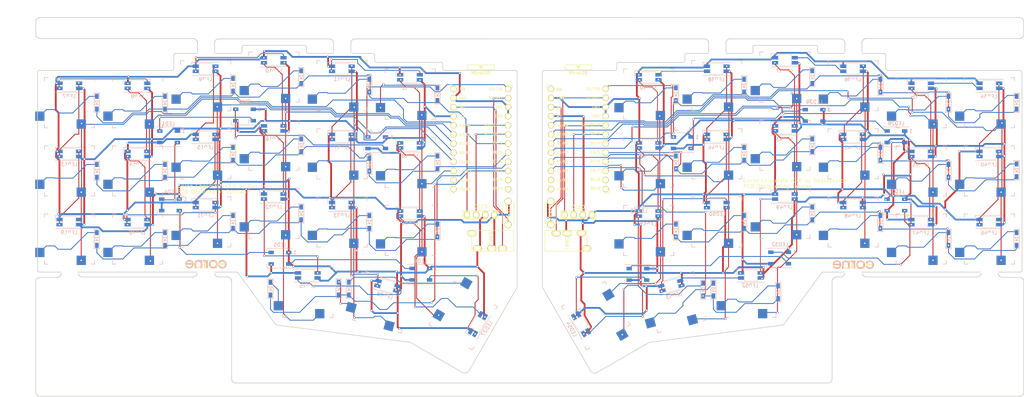
<source format=kicad_pcb>
(kicad_pcb (version 20211014) (generator pcbnew)
  (title_block (title "Corne Cherry") (date "2020-07-24") (rev "3.0") (company "foostan"))
  (layers (0 "F.Cu" signal) (31 "B.Cu" signal) (34 "B.Paste" user) (35 "F.Paste" user) (36 "B.SilkS" user "B.Silkscreen") (37 "F.SilkS" user "F.Silkscreen") (38 "B.Mask" user) (39 "F.Mask" user) (44 "Edge.Cuts" user))
  (net 0 "")
  (net 1 "row0")
  (net 2 "Net-(D1-Pad2)")
  (net 3 "row1")
  (net 4 "Net-(D2-Pad2)")
  (net 5 "row2")
  (net 6 "Net-(D3-Pad2)")
  (net 7 "row3")
  (net 8 "Net-(D4-Pad2)")
  (net 9 "Net-(D5-Pad2)")
  (net 10 "Net-(D6-Pad2)")
  (net 11 "Net-(D7-Pad2)")
  (net 12 "Net-(D8-Pad2)")
  (net 13 "Net-(D9-Pad2)")
  (net 14 "Net-(D10-Pad2)")
  (net 15 "Net-(D11-Pad2)")
  (net 16 "Net-(D12-Pad2)")
  (net 17 "Net-(D13-Pad2)")
  (net 18 "Net-(D14-Pad2)")
  (net 19 "Net-(D15-Pad2)")
  (net 20 "Net-(D16-Pad2)")
  (net 21 "Net-(D17-Pad2)")
  (net 22 "Net-(D18-Pad2)")
  (net 23 "Net-(D19-Pad2)")
  (net 24 "Net-(D20-Pad2)")
  (net 25 "Net-(D21-Pad2)")
  (net 26 "GND")
  (net 27 "VCC")
  (net 28 "col0")
  (net 29 "col1")
  (net 30 "col2")
  (net 31 "col3")
  (net 32 "col4")
  (net 33 "col5")
  (net 34 "LED")
  (net 35 "data")
  (net 36 "reset")
  (net 37 "SCL")
  (net 38 "SDA")
  (net 39 "Net-(U1-Pad14)")
  (net 40 "Net-(U1-Pad13)")
  (net 41 "Net-(U1-Pad12)")
  (net 42 "Net-(U1-Pad11)")
  (net 43 "Net-(U1-Pad24)")
  (net 44 "Net-(D22-Pad2)")
  (net 45 "row0_r")
  (net 46 "Net-(D23-Pad2)")
  (net 47 "Net-(D24-Pad2)")
  (net 48 "Net-(D25-Pad2)")
  (net 49 "Net-(D26-Pad2)")
  (net 50 "Net-(D27-Pad2)")
  (net 51 "row1_r")
  (net 52 "Net-(D28-Pad2)")
  (net 53 "Net-(D29-Pad2)")
  (net 54 "Net-(D30-Pad2)")
  (net 55 "Net-(D31-Pad2)")
  (net 56 "Net-(D32-Pad2)")
  (net 57 "Net-(D33-Pad2)")
  (net 58 "row2_r")
  (net 59 "Net-(D34-Pad2)")
  (net 60 "Net-(D35-Pad2)")
  (net 61 "Net-(D36-Pad2)")
  (net 62 "Net-(D37-Pad2)")
  (net 63 "Net-(D38-Pad2)")
  (net 64 "Net-(D39-Pad2)")
  (net 65 "Net-(D40-Pad2)")
  (net 66 "row3_r")
  (net 67 "Net-(D41-Pad2)")
  (net 68 "Net-(D42-Pad2)")
  (net 69 "data_r")
  (net 70 "SDA_r")
  (net 71 "SCL_r")
  (net 72 "LED_r")
  (net 73 "reset_r")
  (net 74 "col0_r")
  (net 75 "col1_r")
  (net 76 "col2_r")
  (net 77 "col3_r")
  (net 78 "col4_r")
  (net 79 "col5_r")
  (net 80 "VDD")
  (net 81 "GNDA")
  (net 82 "Net-(LED1-Pad2)")
  (net 83 "Net-(LED1-Pad4)")
  (net 84 "Net-(LED2-Pad4)")
  (net 85 "Net-(LED10-Pad2)")
  (net 86 "Net-(LED11-Pad4)")
  (net 87 "Net-(LED13-Pad4)")
  (net 88 "Net-(LED14-Pad2)")
  (net 89 "Net-(LED15-Pad4)")
  (net 90 "Net-(LED10-Pad4)")
  (net 91 "Net-(LED11-Pad2)")
  (net 92 "Net-(LED12-Pad4)")
  (net 93 "Net-(LED13-Pad2)")
  (net 94 "Net-(LED14-Pad4)")
  (net 95 "Net-(LED16-Pad4)")
  (net 96 "Net-(LED17-Pad2)")
  (net 97 "Net-(LED18-Pad4)")
  (net 98 "Net-(LED22-Pad4)")
  (net 99 "Net-(LED24-Pad4)")
  (net 100 "Net-(LED25-Pad4)")
  (net 101 "Net-(LED27-Pad4)")
  (net 102 "Net-(LED28-Pad2)")
  (net 103 "Net-(LED29-Pad4)")
  (net 104 "Net-(LED32-Pad2)")
  (net 105 "Net-(LED34-Pad2)")
  (net 106 "Net-(LED35-Pad4)")
  (net 107 "Net-(LED37-Pad4)")
  (net 108 "Net-(LED38-Pad2)")
  (net 109 "Net-(LED39-Pad4)")
  (net 110 "Net-(LED4-Pad2)")
  (net 111 "Net-(LED5-Pad2)")
  (net 112 "Net-(LED7-Pad4)")
  (net 113 "Net-(LED15-Pad2)")
  (net 114 "Net-(LED20-Pad4)")
  (net 115 "Net-(LED23-Pad2)")
  (net 116 "Net-(LED28-Pad4)")
  (net 117 "Net-(LED31-Pad2)")
  (net 118 "Net-(LED33-Pad2)")
  (net 119 "Net-(LED40-Pad2)")
  (net 120 "Net-(LED41-Pad4)")
  (net 121 "Net-(LED42-Pad2)")
  (net 122 "Net-(LED43-Pad4)")
  (net 123 "Net-(LED44-Pad2)")
  (net 124 "Net-(LED45-Pad4)")
  (net 125 "Net-(LED47-Pad4)")
  (net 126 "Net-(LED49-Pad4)")
  (net 127 "Net-(LED50-Pad2)")
  (net 128 "Net-(LED51-Pad4)")
  (net 129 "Net-(LED52-Pad4)")
  (net 130 "Net-(LED34-Pad4)")
  (net 131 "Net-(LED36-Pad4)")
  (net 132 "Net-(LED36-Pad2)")
  (net 133 "Net-(LED38-Pad4)")
  (net 134 "Net-(U2-Pad11)")
  (net 135 "Net-(U2-Pad12)")
  (net 136 "Net-(U2-Pad13)")
  (net 137 "Net-(U2-Pad14)")
  (net 138 "Net-(U2-Pad24)")
  (footprint "kbd:MJ-4PP-9_1side" (layer "F.Cu") (at 144.1345 74.292 -90)
    (fp_text reference "J1")
    (fp_text value "MJ-4PP-9" hide)
  )
  (footprint "custom_kicad:OLED_1side" (layer "F.Cu") (at 130.9485 67.028)
    (fp_text reference "J2")
    (fp_text value "OLED" hide)
  )
  (footprint "kbd:ResetSW_1side" (layer "F.Cu") (at 142.4245 66.531 -90)
    (fp_text reference "RSW1" hide)
    (fp_text value "SW_PUSH")
  )
  (footprint "custom_kicad:PG1350_socket_clean" (layer "F.Cu") (at 39.1075 35.78)
    (fp_text reference "SW2" hide)
    (fp_text value "SW_PUSH" hide)
  )
  (footprint "custom_kicad:PG1350_socket_clean" (layer "F.Cu") (at 58.1075 31.03)
    (fp_text reference "SW3" hide)
    (fp_text value "SW_PUSH" hide)
  )
  (footprint "custom_kicad:PG1350_socket_clean" (layer "F.Cu") (at 77.1075 28.655)
    (fp_text reference "SW4" hide)
    (fp_text value "SW_PUSH" hide)
  )
  (footprint "custom_kicad:PG1350_socket_clean" (layer "F.Cu") (at 96.1075 31.03)
    (fp_text reference "SW5" hide)
    (fp_text value "SW_PUSH" hide)
  )
  (footprint "custom_kicad:PG1350_socket_clean" (layer "F.Cu") (at 20.1075 54.78)
    (fp_text reference "SW7" hide)
    (fp_text value "SW_PUSH" hide)
  )
  (footprint "custom_kicad:PG1350_socket_clean" (layer "F.Cu") (at 39.1075 54.78)
    (fp_text reference "SW8" hide)
    (fp_text value "SW_PUSH" hide)
  )
  (footprint "custom_kicad:PG1350_socket_clean" (layer "F.Cu") (at 58.1075 50.03)
    (fp_text reference "SW9" hide)
    (fp_text value "SW_PUSH" hide)
  )
  (footprint "custom_kicad:PG1350_socket_clean" (layer "F.Cu") (at 77.1075 47.655)
    (fp_text reference "SW10" hide)
    (fp_text value "SW_PUSH" hide)
  )
  (footprint "custom_kicad:PG1350_socket_clean" (layer "F.Cu") (at 96.1075 50.03)
    (fp_text reference "SW11" hide)
    (fp_text value "SW_PUSH" hide)
  )
  (footprint "custom_kicad:PG1350_socket_clean" (layer "F.Cu") (at 115.1075 52.405)
    (fp_text reference "SW12" hide)
    (fp_text value "SW_PUSH" hide)
  )
  (footprint "custom_kicad:PG1350_socket_clean" (layer "F.Cu") (at 20.1075 73.78)
    (fp_text reference "SW13" hide)
    (fp_text value "SW_PUSH" hide)
  )
  (footprint "custom_kicad:PG1350_socket_clean" (layer "F.Cu") (at 39.1075 73.78)
    (fp_text reference "SW14" hide)
    (fp_text value "SW_PUSH" hide)
  )
  (footprint "custom_kicad:PG1350_socket_clean" (layer "F.Cu") (at 58.1075 69.03)
    (fp_text reference "SW15" hide)
    (fp_text value "SW_PUSH" hide)
  )
  (footprint "custom_kicad:PG1350_socket_clean" (layer "F.Cu") (at 77.1075 66.655)
    (fp_text reference "SW16" hide)
    (fp_text value "SW_PUSH" hide)
  )
  (footprint "custom_kicad:PG1350_socket_clean" (layer "F.Cu") (at 96.1075 69.03)
    (fp_text reference "SW17" hide)
    (fp_text value "SW_PUSH" hide)
  )
  (footprint "custom_kicad:PG1350_socket_clean" (layer "F.Cu") (at 115.1075 71.405)
    (fp_text reference "SW18" hide)
    (fp_text value "SW_PUSH" hide)
  )
  (footprint "custom_kicad:PG1350_socket_clean" (layer "F.Cu") (at 86.6075 88.655)
    (fp_text reference "SW19" hide)
    (fp_text value "SW_PUSH" hide)
  )
  (footprint "custom_kicad:PG1350_socket_clean" (layer "F.Cu") (at 107.6075 91.405 -15)
    (fp_text reference "SW20" hide)
    (fp_text value "SW_PUSH" hide)
  )
  (footprint "custom_kicad:PG1350_socket_clean" (layer "F.Cu") (at 129.8575 95.155 -120)
    (fp_text reference "SW21" hide)
    (fp_text value "SW_PUSH" hide)
  )
  (footprint "custom_kicad:PG1350_socket_clean" (layer "F.Cu") (at 166.8645 95.15 120)
    (fp_text reference "SW42" hide)
    (fp_text value "SW_PUSH" hide)
  )
  (footprint "kbd:MJ-4PP-9_1side" (layer "F.Cu") (at 152.5375 74.27 90)
    (fp_text reference "J3")
    (fp_text value "MJ-4PP-9" hide)
  )
  (footprint "custom_kicad:OLED_1side" (layer "F.Cu") (at 165.7845 67.045 180)
    (fp_text reference "J4")
    (fp_text value "OLED" hide)
  )
  (footprint "kbd:ResetSW_1side" (layer "F.Cu") (at 154.3045 66.522 -90)
    (fp_text reference "RSW2" hide)
    (fp_text value "SW_PUSH")
  )
  (footprint "custom_kicad:PG1350_socket_clean" (layer "F.Cu") (at 219.6145 66.65)
    (fp_text reference "SW37" hide)
    (fp_text value "SW_PUSH" hide)
  )
  (footprint "custom_kicad:PG1350_socket_clean" (layer "F.Cu") (at 200.6145 69.025)
    (fp_text reference "SW38" hide)
    (fp_text value "SW_PUSH" hide)
  )
  (footprint "custom_kicad:PG1350_socket_clean" (layer "F.Cu") (at 181.6145 71.4)
    (fp_text reference "SW39" hide)
    (fp_text value "SW_PUSH" hide)
  )
  (footprint "custom_kicad:PG1350_socket_clean" (layer "F.Cu") (at 210.1145 88.65)
    (fp_text reference "SW40" hide)
    (fp_text value "SW_PUSH" hide)
  )
  (footprint "custom_kicad:PG1350_socket_clean" (layer "F.Cu") (at 189.1145 91.4 15)
    (fp_text reference "SW41" hide)
    (fp_text value "SW_PUSH" hide)
  )
  (footprint "custom_kicad:PG1350_socket_clean" (layer "F.Cu") (at 219.6145 28.65)
    (fp_text reference "SW25" hide)
    (fp_text value "SW_PUSH" hide)
  )
  (footprint "custom_kicad:PG1350_socket_clean" (layer "F.Cu") (at 200.6145 31.025)
    (fp_text reference "SW26" hide)
    (fp_text value "SW_PUSH" hide)
  )
  (footprint "custom_kicad:PG1350_socket_clean" (layer "F.Cu") (at 276.6145 54.775)
    (fp_text reference "SW28" hide)
    (fp_text value "SW_PUSH" hide)
  )
  (footprint "custom_kicad:PG1350_socket_clean" (layer "F.Cu") (at 238.6145 31.025)
    (fp_text reference "SW24" hide)
    (fp_text value "SW_PUSH" hide)
  )
  (footprint "custom_kicad:PG1350_socket_clean" (layer "F.Cu") (at 257.6145 54.775)
    (fp_text reference "SW29" hide)
    (fp_text value "SW_PUSH" hide)
  )
  (footprint "custom_kicad:PG1350_socket_clean" (layer "F.Cu") (at 257.6145 73.775)
    (fp_text reference "SW35" hide)
    (fp_text value "SW_PUSH" hide)
  )
  (footprint "custom_kicad:PG1350_socket_clean" (layer "F.Cu") (at 238.6145 69.025)
    (fp_text reference "SW36" hide)
    (fp_text value "SW_PUSH" hide)
  )
  (footprint "custom_kicad:PG1350_socket_clean" (layer "F.Cu") (at 276.6145 35.775)
    (fp_text reference "SW22" hide)
    (fp_text value "SW_PUSH" hide)
  )
  (footprint "custom_kicad:PG1350_socket_clean" (layer "F.Cu") (at 257.6145 35.775)
    (fp_text reference "SW23" hide)
    (fp_text value "SW_PUSH" hide)
  )
  (footprint "custom_kicad:PG1350_socket_clean" (layer "F.Cu") (at 238.6145 50.025)
    (fp_text reference "SW30" hide)
    (fp_text value "SW_PUSH" hide)
  )
  (footprint "custom_kicad:PG1350_socket_clean" (layer "F.Cu") (at 219.6145 47.65)
    (fp_text reference "SW31" hide)
    (fp_text value "SW_PUSH" hide)
  )
  (footprint "custom_kicad:PG1350_socket_clean" (layer "F.Cu") (at 200.6145 50.025)
    (fp_text reference "SW32" hide)
    (fp_text value "SW_PUSH" hide)
  )
  (footprint "custom_kicad:PG1350_socket_clean" (layer "F.Cu") (at 181.6145 52.4)
    (fp_text reference "SW33" hide)
    (fp_text value "SW_PUSH" hide)
  )
  (footprint "custom_kicad:PG1350_socket_clean" (layer "F.Cu") (at 276.6145 73.775)
    (fp_text reference "SW34" hide)
    (fp_text value "SW_PUSH" hide)
  )
  (footprint "custom_kicad:PG1350_socket_clean" (layer "F.Cu") (at 20.1075 35.78)
    (fp_text reference "SW1" hide)
    (fp_text value "SW_PUSH" hide)
  )
  (footprint "kbd:M2_HOLE_v2" (layer "F.Cu") (at 105.5755 41.7655)
    (fp_text reference "Ref**" hide)
    (fp_text value "Val**" hide)
  )
  (footprint "kbd:M2_HOLE_v2" (layer "F.Cu") (at 72.7645 81.5205)
    (fp_text reference "Ref**" hide)
    (fp_text value "Val**" hide)
  )
  (footprint "kbd:M2_HOLE_v2" (layer "F.Cu") (at 119.3305 89.135)
    (fp_text reference "Ref**" hide)
    (fp_text value "Val**" hide)
  )
  (footprint "kbd:M2_HOLE_v2" (layer "F.Cu") (at 127.8695 74.254)
    (fp_text reference "Ref**" hide)
    (fp_text value "Val**" hide)
  )
  (footprint "kbd:M2_HOLE_v2" (layer "F.Cu") (at 142.3015 82.775)
    (fp_text reference "Ref**" hide)
    (fp_text value "Val**" hide)
  )
  (footprint "custom_kicad:PG1350_socket_clean" (layer "F.Cu") (at 115.1075 33.405)
    (fp_text reference "SW6" hide)
    (fp_text value "SW_PUSH" hide)
  )
  (footprint "custom_kicad:PG1350_socket_clean" (layer "F.Cu") (at 181.6075 33.405)
    (fp_text reference "SW27" hide)
    (fp_text value "SW_PUSH" hide)
  )
  (footprint "kbd:M2_HOLE_v2" (layer "F.Cu") (at 27.5195 54.1395)
    (fp_text reference "Ref**" hide)
    (fp_text value "Val**" hide)
  )
  (footprint "custom_kicad:ProMicro_v3" (layer "F.Cu") (at 134.8125 46.42)
    (fp_text reference "U1" hide)
    (fp_text value "ProMicro" hide)
  )
  (footprint "custom_kicad:ProMicro_v3" (layer "F.Cu") (at 161.9875 46.39)
    (fp_text reference "U2" hide)
    (fp_text value "ProMicro" hide)
  )
  (footprint "kbd:M2_HOLE_v2" (layer "F.Cu") (at 29.6075 45.28)
    (fp_text reference "Ref**" hide)
    (fp_text value "Val**" hide)
  )
  (footprint "kbd:Breakaway_Tabs" (layer "F.Cu") (at 58.23675 21.869)
    (fp_text reference "REF**")
    (fp_text value "Breakaway_Tabs")
  )
  (footprint "kbd:Breakaway_Tabs" (layer "F.Cu") (at 96.2075 21.873)
    (fp_text reference "REF**")
    (fp_text value "Breakaway_Tabs")
  )
  (footprint "kbd:Breakaway_Tabs" (layer "F.Cu") (at 20.1625 83.176)
    (fp_text reference "REF**")
    (fp_text value "Breakaway_Tabs")
  )
  (footprint "kbd:Breakaway_Tabs" (layer "F.Cu") (at 58.1235 83.178)
    (fp_text reference "REF**")
    (fp_text value "Breakaway_Tabs")
  )
  (footprint "kbd:corne-logo-horizontal" (layer "F.Cu") (at 58.2675 80.89)
    (fp_text reference "G***" hide)
    (fp_text value "LOGO" hide)
  )
  (footprint "kbd:corne-logo-horizontal" (layer "F.Cu") (at 238.7775 81.04)
    (fp_text reference "G***" hide)
    (fp_text value "LOGO" hide)
  )
  (footprint "kbd:D3_SMD_v2" (layer "B.Cu") (at 27.7345 35.776875 90)
    (fp_text reference "D1" hide)
    (fp_text value "D" hide)
  )
  (footprint "kbd:D3_SMD_v2" (layer "B.Cu") (at 46.7345 35.78 90)
    (fp_text reference "D2" hide)
    (fp_text value "D" hide)
  )
  (footprint "kbd:D3_SMD_v2" (layer "B.Cu") (at 65.7075 30.78 90)
    (fp_text reference "D3" hide)
    (fp_text value "D" hide)
  )
  (footprint "kbd:D3_SMD_v2" (layer "B.Cu") (at 84.7075 28.655 90)
    (fp_text reference "D4" hide)
    (fp_text value "D" hide)
  )
  (footprint "kbd:D3_SMD_v2" (layer "B.Cu") (at 103.7075 31.03 90)
    (fp_text reference "D5" hide)
    (fp_text value "D" hide)
  )
  (footprint "kbd:D3_SMD_v2" (layer "B.Cu") (at 122.7075 33.405 90)
    (fp_text reference "D6" hide)
    (fp_text value "D" hide)
  )
  (footprint "kbd:D3_SMD_v2" (layer "B.Cu") (at 27.7345 54.776875 90)
    (fp_text reference "D7" hide)
    (fp_text value "D" hide)
  )
  (footprint "kbd:D3_SMD_v2" (layer "B.Cu") (at 46.7345 54.78 90)
    (fp_text reference "D8" hide)
    (fp_text value "D" hide)
  )
  (footprint "kbd:D3_SMD_v2" (layer "B.Cu") (at 65.7075 50.03 90)
    (fp_text reference "D9" hide)
    (fp_text value "D" hide)
  )
  (footprint "kbd:D3_SMD_v2" (layer "B.Cu") (at 84.7075 47.655 90)
    (fp_text reference "D10" hide)
    (fp_text value "D" hide)
  )
  (footprint "kbd:D3_SMD_v2" (layer "B.Cu") (at 103.69382 53.07184 90)
    (fp_text reference "D11" hide)
    (fp_text value "D" hide)
  )
  (footprint "kbd:D3_SMD_v2" (layer "B.Cu") (at 122.7075 52.405 90)
    (fp_text reference "D12" hide)
    (fp_text value "D" hide)
  )
  (footprint "kbd:D3_SMD_v2" (layer "B.Cu") (at 27.7345 73.776875 90)
    (fp_text reference "D13" hide)
    (fp_text value "D" hide)
  )
  (footprint "kbd:D3_SMD_v2" (layer "B.Cu") (at 46.7345 73.78 90)
    (fp_text reference "D14" hide)
    (fp_text value "D" hide)
  )
  (footprint "kbd:D3_SMD_v2" (layer "B.Cu") (at 65.7075 69.03 90)
    (fp_text reference "D15" hide)
    (fp_text value "D" hide)
  )
  (footprint "kbd:D3_SMD_v2" (layer "B.Cu") (at 84.7075 66.655 90)
    (fp_text reference "D16" hide)
    (fp_text value "D" hide)
  )
  (footprint "kbd:D3_SMD_v2" (layer "B.Cu") (at 103.7075 69.03 90)
    (fp_text reference "D17" hide)
    (fp_text value "D" hide)
  )
  (footprint "kbd:D3_SMD_v2" (layer "B.Cu") (at 122.7075 71.405 90)
    (fp_text reference "D18" hide)
    (fp_text value "D" hide)
  )
  (footprint "kbd:D3_SMD_v2" (layer "B.Cu") (at 76.1575 87.627 90)
    (fp_text reference "D19" hide)
    (fp_text value "D" hide)
  )
  (footprint "kbd:D3_SMD_v2" (layer "B.Cu") (at 95.1645 87.622 90)
    (fp_text reference "D20" hide)
    (fp_text value "D" hide)
  )
  (footprint "kbd:D3_SMD_v2" (layer "B.Cu") (at 98.0075 87.622 90)
    (fp_text reference "D21" hide)
    (fp_text value "D" hide)
  )
  (footprint "kbd:YS-SK6812MINI-E" (layer "B.Cu") (at 133.971121 97.53 60)
    (fp_text reference "LED27")
    (fp_text value "YS-SK6812MINI-E")
    (fp_line (start 1.8 -1.55) (end 1.8 1.55) (layer "Edge.Cuts") (width 0.12))
    (fp_line (start -1.8 1.55) (end -1.8 -1.55) (layer "Edge.Cuts") (width 0.12))
    (fp_line (start -1.8 -1.55) (end 1.8 -1.55) (layer "Edge.Cuts") (width 0.12))
    (fp_line (start 1.8 1.55) (end -1.8 1.55) (layer "Edge.Cuts") (width 0.12))
  )
  (footprint "LED_SMD:LED_WS2812B_PLCC4_5.0x5.0mm_P3.2mm" (layer "B.Cu") (at 47.73762 45.27612 180)
    (fp_text reference "LED1")
    (fp_text value "WS2812B")
  )
  (footprint "LED_SMD:LED_WS2812B_PLCC4_5.0x5.0mm_P3.2mm" (layer "B.Cu") (at 118.06936 83.59648 180)
    (fp_text reference "LED6")
    (fp_text value "WS2812B")
  )
  (footprint "LED_SMD:LED_WS2812B_PLCC4_5.0x5.0mm_P3.2mm" (layer "B.Cu") (at 227.74234 39.30712 180)
    (fp_text reference "LED29")
    (fp_text value "WS2812B")
  )
  (footprint "LED_SMD:LED_WS2812B_PLCC4_5.0x5.0mm_P3.2mm" (layer "B.Cu") (at 190.96822 46.9322 180)
    (fp_text reference "LED30")
    (fp_text value "WS2812B")
  )
  (footprint "LED_SMD:LED_WS2812B_PLCC4_5.0x5.0mm_P3.2mm" (layer "B.Cu") (at 250.55646 64.28 180)
    (fp_text reference "LED31")
    (fp_text value "WS2812B")
  )
  (footprint "LED_SMD:LED_WS2812B_PLCC4_5.0x5.0mm_P3.2mm" (layer "B.Cu") (at 218.13098 79.07956 180)
    (fp_text reference "LED32")
    (fp_text value "WS2812B")
  )
  (footprint "LED_SMD:LED_WS2812B_PLCC4_5.0x5.0mm_P3.2mm" (layer "B.Cu") (at 178.61788 83.6422 180)
    (fp_text reference "LED33")
    (fp_text value "WS2812B")
  )
  (footprint "kbd:YS-SK6812MINI-E" (layer "B.Cu") (at 219.6075 42.94604)
    (fp_text reference "LED43")
    (fp_text value "YS-SK6812MINI-E")
    (fp_line (start 1.8 1.55) (end -1.8 1.55) (layer "Edge.Cuts") (width 0.12))
    (fp_line (start -1.8 1.55) (end -1.8 -1.55) (layer "Edge.Cuts") (width 0.12))
    (fp_line (start -1.8 -1.55) (end 1.8 -1.55) (layer "Edge.Cuts") (width 0.12))
    (fp_line (start 1.8 -1.55) (end 1.8 1.55) (layer "Edge.Cuts") (width 0.12))
  )
  (footprint "kbd:YS-SK6812MINI-E" (layer "B.Cu") (at 200.6075 45.32104)
    (fp_text reference "LED44")
    (fp_text value "YS-SK6812MINI-E")
    (fp_line (start -1.8 -1.55) (end 1.8 -1.55) (layer "Edge.Cuts") (width 0.12))
    (fp_line (start 1.8 1.55) (end -1.8 1.55) (layer "Edge.Cuts") (width 0.12))
    (fp_line (start -1.8 1.55) (end -1.8 -1.55) (layer "Edge.Cuts") (width 0.12))
    (fp_line (start 1.8 -1.55) (end 1.8 1.55) (layer "Edge.Cuts") (width 0.12))
  )
  (footprint "kbd:YS-SK6812MINI-E" (layer "B.Cu") (at 181.6075 47.69604)
    (fp_text reference "LED45")
    (fp_text value "YS-SK6812MINI-E")
    (fp_line (start -1.8 -1.55) (end 1.8 -1.55) (layer "Edge.Cuts") (width 0.12))
    (fp_line (start 1.8 1.55) (end -1.8 1.55) (layer "Edge.Cuts") (width 0.12))
    (fp_line (start 1.8 -1.55) (end 1.8 1.55) (layer "Edge.Cuts") (width 0.12))
    (fp_line (start -1.8 1.55) (end -1.8 -1.55) (layer "Edge.Cuts") (width 0.12))
  )
  (footprint "kbd:YS-SK6812MINI-E" (layer "B.Cu") (at 276.6075 69.07104)
    (fp_text reference "LED46")
    (fp_text value "YS-SK6812MINI-E")
    (fp_line (start -1.8 -1.55) (end 1.8 -1.55) (layer "Edge.Cuts") (width 0.12))
    (fp_line (start 1.8 -1.55) (end 1.8 1.55) (layer "Edge.Cuts") (width 0.12))
    (fp_line (start -1.8 1.55) (end -1.8 -1.55) (layer "Edge.Cuts") (width 0.12))
    (fp_line (start 1.8 1.55) (end -1.8 1.55) (layer "Edge.Cuts") (width 0.12))
  )
  (footprint "kbd:YS-SK6812MINI-E" (layer "B.Cu") (at 257.6075 69.07104)
    (fp_text reference "LED47")
    (fp_text value "YS-SK6812MINI-E")
    (fp_line (start 1.8 1.55) (end -1.8 1.55) (layer "Edge.Cuts") (width 0.12))
    (fp_line (start 1.8 -1.55) (end 1.8 1.55) (layer "Edge.Cuts") (width 0.12))
    (fp_line (start -1.8 -1.55) (end 1.8 -1.55) (layer "Edge.Cuts") (width 0.12))
    (fp_line (start -1.8 1.55) (end -1.8 -1.55) (layer "Edge.Cuts") (width 0.12))
  )
  (footprint "kbd:YS-SK6812MINI-E" (layer "B.Cu") (at 238.6075 64.32104)
    (fp_text reference "LED48")
    (fp_text value "YS-SK6812MINI-E")
    (fp_line (start -1.8 -1.55) (end 1.8 -1.55) (layer "Edge.Cuts") (width 0.12))
    (fp_line (start 1.8 -1.55) (end 1.8 1.55) (layer "Edge.Cuts") (width 0.12))
    (fp_line (start 1.8 1.55) (end -1.8 1.55) (layer "Edge.Cuts") (width 0.12))
    (fp_line (start -1.8 1.55) (end -1.8 -1.55) (layer "Edge.Cuts") (width 0.12))
  )
  (footprint "kbd:YS-SK6812MINI-E" (layer "B.Cu") (at 219.6075 61.94604)
    (fp_text reference "LED49")
    (fp_text value "YS-SK6812MINI-E")
    (fp_line (start 1.8 -1.55) (end 1.8 1.55) (layer "Edge.Cuts") (width 0.12))
    (fp_line (start -1.8 1.55) (end -1.8 -1.55) (layer "Edge.Cuts") (width 0.12))
    (fp_line (start 1.8 1.55) (end -1.8 1.55) (layer "Edge.Cuts") (width 0.12))
    (fp_line (start -1.8 -1.55) (end 1.8 -1.55) (layer "Edge.Cuts") (width 0.12))
  )
  (footprint "kbd:YS-SK6812MINI-E" (layer "B.Cu") (at 200.6075 64.32104)
    (fp_text reference "LED50")
    (fp_text value "YS-SK6812MINI-E")
    (fp_line (start -1.8 1.55) (end -1.8 -1.55) (layer "Edge.Cuts") (width 0.12))
    (fp_line (start -1.8 -1.55) (end 1.8 -1.55) (layer "Edge.Cuts") (width 0.12))
    (fp_line (start 1.8 1.55) (end -1.8 1.55) (layer "Edge.Cuts") (width 0.12))
    (fp_line (start 1.8 -1.55) (end 1.8 1.55) (layer "Edge.Cuts") (width 0.12))
  )
  (footprint "kbd:YS-SK6812MINI-E" (layer "B.Cu") (at 181.6075 66.69604)
    (fp_text reference "LED51")
    (fp_text value "YS-SK6812MINI-E")
    (fp_line (start -1.8 -1.55) (end 1.8 -1.55) (layer "Edge.Cuts") (width 0.12))
    (fp_line (start 1.8 1.55) (end -1.8 1.55) (layer "Edge.Cuts") (width 0.12))
    (fp_line (start 1.8 -1.55) (end 1.8 1.55) (layer "Edge.Cuts") (width 0.12))
    (fp_line (start -1.8 1.55) (end -1.8 -1.55) (layer "Edge.Cuts") (width 0.12))
  )
  (footprint "kbd:YS-SK6812MINI-E" (layer "B.Cu") (at 210.1075 83.94604)
    (fp_text reference "LED52")
    (fp_text value "YS-SK6812MINI-E")
    (fp_line (start 1.8 -1.55) (end 1.8 1.55) (layer "Edge.Cuts") (width 0.12))
    (fp_line (start -1.8 -1.55) (end 1.8 -1.55) (layer "Edge.Cuts") (width 0.12))
    (fp_line (start -1.8 1.55) (end -1.8 -1.55) (layer "Edge.Cuts") (width 0.12))
    (fp_line (start 1.8 1.55) (end -1.8 1.55) (layer "Edge.Cuts") (width 0.12))
  )
  (footprint "kbd:YS-SK6812MINI-E" (layer "B.Cu") (at 187.94054 86.8102 15)
    (fp_text reference "LED53")
    (fp_text value "YS-SK6812MINI-E")
    (fp_line (start 1.8 1.55) (end -1.8 1.55) (layer "Edge.Cuts") (width 0.12))
    (fp_line (start -1.8 -1.55) (end 1.8 -1.55) (layer "Edge.Cuts") (width 0.12))
    (fp_line (start -1.8 1.55) (end -1.8 -1.55) (layer "Edge.Cuts") (width 0.12))
    (fp_line (start 1.8 -1.55) (end 1.8 1.55) (layer "Edge.Cuts") (width 0.12))
  )
  (footprint "kbd:D3_SMD_v2" (layer "B.Cu") (at 265.2145 35.775 90)
    (fp_text reference "D23" hide)
    (fp_text value "D" hide)
  )
  (footprint "kbd:D3_SMD_v2" (layer "B.Cu") (at 246.2145 31.025 90)
    (fp_text reference "D24" hide)
    (fp_text value "D" hide)
  )
  (footprint "kbd:D3_SMD_v2" (layer "B.Cu") (at 227.2145 28.65 90)
    (fp_text reference "D25" hide)
    (fp_text value "D" hide)
  )
  (footprint "kbd:D3_SMD_v2" (layer "B.Cu") (at 189.2075 33.405 90)
    (fp_text reference "D27" hide)
    (fp_text value "D" hide)
  )
  (footprint "kbd:D3_SMD_v2" (layer "B.Cu") (at 284.2145 54.625 90)
    (fp_text reference "D28" hide)
    (fp_text value "D" hide)
  )
  (footprint "kbd:D3_SMD_v2" (layer "B.Cu") (at 265.2145 54.775 90)
    (fp_text reference "D29" hide)
    (fp_text value "D" hide)
  )
  (footprint "kbd:D3_SMD_v2" (layer "B.Cu") (at 246.2145 50.025 90)
    (fp_text reference "D30" hide)
    (fp_text value "D" hide)
  )
  (footprint "kbd:D3_SMD_v2" (layer "B.Cu") (at 227.2145 47.65 90)
    (fp_text reference "D31" hide)
    (fp_text value "D" hide)
  )
  (footprint "kbd:D3_SMD_v2" (layer "B.Cu") (at 208.2145 50.025 90)
    (fp_text reference "D32" hide)
    (fp_text value "D" hide)
  )
  (footprint "kbd:D3_SMD_v2" (layer "B.Cu") (at 189.2075 52.405 90)
    (fp_text reference "D33" hide)
    (fp_text value "D" hide)
  )
  (footprint "kbd:D3_SMD_v2" (layer "B.Cu") (at 284.2145 73.775 90)
    (fp_text reference "D34" hide)
    (fp_text value "D" hide)
  )
  (footprint "kbd:D3_SMD_v2" (layer "B.Cu") (at 265.2145 73.775 90)
    (fp_text reference "D35" hide)
    (fp_text value "D" hide)
  )
  (footprint "kbd:D3_SMD_v2" (layer "B.Cu") (at 246.2145 69.025 90)
    (fp_text reference "D36" hide)
    (fp_text value "D" hide)
  )
  (footprint "kbd:D3_SMD_v2" (layer "B.Cu") (at 227.2145 66.65 90)
    (fp_text reference "D37" hide)
    (fp_text value "D" hide)
  )
  (footprint "kbd:D3_SMD_v2" (layer "B.Cu") (at 208.2145 69.025 90)
    (fp_text reference "D38" hide)
    (fp_text value "D" hide)
  )
  (footprint "kbd:D3_SMD_v2" (layer "B.Cu") (at 189.2075 71.405 90)
    (fp_text reference "D39" hide)
    (fp_text value "D" hide)
  )
  (footprint "kbd:D3_SMD_v2" (layer "B.Cu") (at 217.7145 88.635 90)
    (fp_text reference "D40" hide)
    (fp_text value "D" hide)
  )
  (footprint "kbd:D3_SMD_v2" (layer "B.Cu") (at 199.64926 87.88292 90)
    (fp_text reference "D41" hide)
    (fp_text value "D" hide)
  )
  (footprint "kbd:D3_SMD_v2" (layer "B.Cu") (at 196.79926 87.88292 90)
    (fp_text reference "D42" hide)
    (fp_text value "D" hide)
  )
  (footprint "kbd:D3_SMD_v2" (layer "B.Cu") (at 284.2145 35.775 90)
    (fp_text reference "D22" hide)
    (fp_text value "D" hide)
  )
  (footprint "kbd:D3_SMD_v2" (layer "B.Cu") (at 208.2145 31.025 90)
    (fp_text reference "D26" hide)
    (fp_text value "D" hide)
  )
  (footprint "kbd:YS-SK6812MINI-E" (layer "B.Cu") (at 108.76874 86.861 -15)
    (fp_text reference "LED26")
    (fp_text value "YS-SK6812MINI-E")
    (fp_line (start -1.8 1.55) (end -1.8 -1.55) (layer "Edge.Cuts") (width 0.12))
    (fp_line (start 1.8 1.55) (end -1.8 1.55) (layer "Edge.Cuts") (width 0.12))
    (fp_line (start -1.8 -1.55) (end 1.8 -1.55) (layer "Edge.Cuts") (width 0.12))
    (fp_line (start 1.8 -1.55) (end 1.8 1.55) (layer "Edge.Cuts") (width 0.12))
  )
  (footprint "LED_SMD:LED_WS2812B_PLCC4_5.0x5.0mm_P3.2mm" (layer "B.Cu") (at 48.26594 64.26516 180)
    (fp_text reference "LED4")
    (fp_text value "WS2812B")
  )
  (footprint "kbd:YS-SK6812MINI-E" (layer "B.Cu") (at 276.6075 31.06088)
    (fp_text reference "LED34")
    (fp_text value "YS-SK6812MINI-E")
    (fp_line (start 1.8 -1.55) (end 1.8 1.55) (layer "Edge.Cuts") (width 0.12))
    (fp_line (start 1.8 1.55) (end -1.8 1.55) (layer "Edge.Cuts") (width 0.12))
    (fp_line (start -1.8 -1.55) (end 1.8 -1.55) (layer "Edge.Cuts") (width 0.12))
    (fp_line (start -1.8 1.55) (end -1.8 -1.55) (layer "Edge.Cuts") (width 0.12))
  )
  (footprint "kbd:YS-SK6812MINI-E" (layer "B.Cu") (at 257.6075 31.06088)
    (fp_text reference "LED35")
    (fp_text value "YS-SK6812MINI-E")
    (fp_line (start 1.8 1.55) (end -1.8 1.55) (layer "Edge.Cuts") (width 0.12))
    (fp_line (start -1.8 1.55) (end -1.8 -1.55) (layer "Edge.Cuts") (width 0.12))
    (fp_line (start -1.8 -1.55) (end 1.8 -1.55) (layer "Edge.Cuts") (width 0.12))
    (fp_line (start 1.8 -1.55) (end 1.8 1.55) (layer "Edge.Cuts") (width 0.12))
  )
  (footprint "kbd:YS-SK6812MINI-E" (layer "B.Cu") (at 238.6075 26.31088)
    (fp_text reference "LED36")
    (fp_text value "YS-SK6812MINI-E")
    (fp_line (start 1.8 -1.55) (end 1.8 1.55) (layer "Edge.Cuts") (width 0.12))
    (fp_line (start 1.8 1.55) (end -1.8 1.55) (layer "Edge.Cuts") (width 0.12))
    (fp_line (start -1.8 1.55) (end -1.8 -1.55) (layer "Edge.Cuts") (width 0.12))
    (fp_line (start -1.8 -1.55) (end 1.8 -1.55) (layer "Edge.Cuts") (width 0.12))
  )
  (footprint "kbd:YS-SK6812MINI-E" (layer "B.Cu") (at 219.6075 23.93588)
    (fp_text reference "LED37")
    (fp_text value "YS-SK6812MINI-E")
    (fp_line (start -1.8 1.55) (end -1.8 -1.55) (layer "Edge.Cuts") (width 0.12))
    (fp_line (start 1.8 -1.55) (end 1.8 1.55) (layer "Edge.Cuts") (width 0.12))
    (fp_line (start -1.8 -1.55) (end 1.8 -1.55) (layer "Edge.Cuts") (width 0.12))
    (fp_line (start 1.8 1.55) (end -1.8 1.55) (layer "Edge.Cuts") (width 0.12))
  )
  (footprint "kbd:YS-SK6812MINI-E" (layer "B.Cu") (at 200.6075 26.31088)
    (fp_text reference "LED38")
    (fp_text value "YS-SK6812MINI-E")
    (fp_line (start 1.8 -1.55) (end 1.8 1.55) (layer "Edge.Cuts") (width 0.12))
    (fp_line (start 1.8 1.55) (end -1.8 1.55) (layer "Edge.Cuts") (width 0.12))
    (fp_line (start -1.8 1.55) (end -1.8 -1.55) (layer "Edge.Cuts") (width 0.12))
    (fp_line (start -1.8 -1.55) (end 1.8 -1.55) (layer "Edge.Cuts") (width 0.12))
  )
  (footprint "kbd:YS-SK6812MINI-E" (layer "B.Cu") (at 181.6075 28.68588)
    (fp_text reference "LED39")
    (fp_text value "YS-SK6812MINI-E")
    (fp_line (start -1.8 -1.55) (end 1.8 -1.55) (layer "Edge.Cuts") (width 0.12))
    (fp_line (start -1.8 1.55) (end -1.8 -1.55) (layer "Edge.Cuts") (width 0.12))
    (fp_line (start 1.8 -1.55) (end 1.8 1.55) (layer "Edge.Cuts") (width 0.12))
    (fp_line (start 1.8 1.55) (end -1.8 1.55) (layer "Edge.Cuts") (width 0.12))
  )
  (footprint "kbd:YS-SK6812MINI-E" (layer "B.Cu") (at 276.6075 50.07104)
    (fp_text reference "LED40")
    (fp_text value "YS-SK6812MINI-E")
    (fp_line (start -1.8 -1.55) (end 1.8 -1.55) (layer "Edge.Cuts") (width 0.12))
    (fp_line (start 1.8 -1.55) (end 1.8 1.55) (layer "Edge.Cuts") (width 0.12))
    (fp_line (start 1.8 1.55) (end -1.8 1.55) (layer "Edge.Cuts") (width 0.12))
    (fp_line (start -1.8 1.55) (end -1.8 -1.55) (layer "Edge.Cuts") (width 0.12))
  )
  (footprint "kbd:YS-SK6812MINI-E" (layer "B.Cu") (at 257.6075 50.07104)
    (fp_text reference "LED41")
    (fp_text value "YS-SK6812MINI-E")
    (fp_line (start 1.8 -1.55) (end 1.8 1.55) (layer "Edge.Cuts") (width 0.12))
    (fp_line (start -1.8 1.55) (end -1.8 -1.55) (layer "Edge.Cuts") (width 0.12))
    (fp_line (start 1.8 1.55) (end -1.8 1.55) (layer "Edge.Cuts") (width 0.12))
    (fp_line (start -1.8 -1.55) (end 1.8 -1.55) (layer "Edge.Cuts") (width 0.12))
  )
  (footprint "kbd:YS-SK6812MINI-E" (layer "B.Cu") (at 238.6075 45.32104)
    (fp_text reference "LED42")
    (fp_text value "YS-SK6812MINI-E")
    (fp_line (start 1.8 1.55) (end -1.8 1.55) (layer "Edge.Cuts") (width 0.12))
    (fp_line (start -1.8 -1.55) (end 1.8 -1.55) (layer "Edge.Cuts") (width 0.12))
    (fp_line (start -1.8 1.55) (end -1.8 -1.55) (layer "Edge.Cuts") (width 0.12))
    (fp_line (start 1.8 -1.55) (end 1.8 1.55) (layer "Edge.Cuts") (width 0.12))
  )
  (footprint "kbd:M2_HOLE_v2" (layer "B.Cu") (at 177.3895 89.145 180)
    (fp_text reference "Ref**" hide)
    (fp_text value "Val**" hide)
  )
  (footprint "kbd:M2_HOLE_v2" (layer "B.Cu") (at 154.4185 82.785 180)
    (fp_text reference "Ref**" hide)
    (fp_text value "Val**" hide)
  )
  (footprint "kbd:M2_HOLE_v2" (layer "B.Cu") (at 223.9555 81.5305 180)
    (fp_text reference "Ref**" hide)
    (fp_text value "Val**" hide)
  )
  (footprint "kbd:M2_HOLE_v2" (layer "B.Cu") (at 267.0995 45.2655 180)
    (fp_text reference "Ref**" hide)
    (fp_text value "Val**" hide)
  )
  (footprint "kbd:M2_HOLE_v2" (layer "B.Cu") (at 191.1445 41.7755 180)
    (fp_text reference "Ref**" hide)
    (fp_text value "Val**" hide)
  )
  (footprint "kbd:M2_HOLE_v2" (layer "B.Cu") (at 269.1875 54.125 180)
    (fp_text reference "Ref**" hide)
    (fp_text value "Val**" hide)
  )
  (footprint "kbd:M2_HOLE_v2" (layer "B.Cu") (at 168.8505 74.264 180)
    (fp_text reference "Ref**" hide)
    (fp_text value "Val**" hide)
  )
  (footprint "kbd:YS-SK6812MINI-E" (layer "B.Cu") (at 162.750879 97.525 -60)
    (fp_text reference "LED54")
    (fp_text value "YS-SK6812MINI-E")
    (fp_line (start -1.8 1.55) (end -1.8 -1.55) (layer "Edge.Cuts") (width 0.12))
    (fp_line (start 1.8 -1.55) (end 1.8 1.55) (layer "Edge.Cuts") (width 0.12))
    (fp_line (start -1.8 -1.55) (end 1.8 -1.55) (layer "Edge.Cuts") (width 0.12))
    (fp_line (start 1.8 1.55) (end -1.8 1.55) (layer "Edge.Cuts") (width 0.12))
  )
  (footprint "kbd:Breakaway_Tabs" (layer "B.Cu") (at 276.6555 83.183 180)
    (fp_text reference "REF**")
    (fp_text value "Breakaway_Tabs")
  )
  (footprint "kbd:Breakaway_Tabs" (layer "B.Cu") (at 200.7375 21.885 180)
    (fp_text reference "REF**")
    (fp_text value "Breakaway_Tabs")
  )
  (footprint "kbd:Breakaway_Tabs" (layer "B.Cu") (at 238.6495 21.87 180)
    (fp_text reference "REF**")
    (fp_text value "Breakaway_Tabs")
  )
  (footprint "kbd:Breakaway_Tabs" (layer "B.Cu") (at 238.7415 83.193 180)
    (fp_text reference "REF**")
    (fp_text value "Breakaway_Tabs")
  )
  (footprint "kbd:corne-logo-horizontal" (layer "B.Cu") (at 58.0375 80.89 180)
    (fp_text reference "G***" hide)
    (fp_text value "LOGO" hide)
  )
  (footprint "kbd:corne-logo-horizontal" (layer "B.Cu") (at 238.5675 81.04 180)
    (fp_text reference "G***" hide)
    (fp_text value "LOGO" hide)
  )
  (footprint "kbd:YS-SK6812MINI-E" (layer "B.Cu") (at 96.0567 64.31596)
    (fp_text reference "LED23")
    (fp_text value "YS-SK6812MINI-E")
    (fp_line (start 1.8 -1.55) (end 1.8 1.55) (layer "Edge.Cuts") (width 0.12))
    (fp_line (start -1.8 -1.55) (end 1.8 -1.55) (layer "Edge.Cuts") (width 0.12))
    (fp_line (start -1.8 1.55) (end -1.8 -1.55) (layer "Edge.Cuts") (width 0.12))
    (fp_line (start 1.8 1.55) (end -1.8 1.55) (layer "Edge.Cuts") (width 0.12))
  )
  (footprint "kbd:YS-SK6812MINI-E" (layer "B.Cu") (at 58.0567 45.31596)
    (fp_text reference "LED15")
    (fp_text value "YS-SK6812MINI-E")
    (fp_line (start -1.8 -1.55) (end 1.8 -1.55) (layer "Edge.Cuts") (width 0.12))
    (fp_line (start 1.8 -1.55) (end 1.8 1.55) (layer "Edge.Cuts") (width 0.12))
    (fp_line (start 1.8 1.55) (end -1.8 1.55) (layer "Edge.Cuts") (width 0.12))
    (fp_line (start -1.8 1.55) (end -1.8 -1.55) (layer "Edge.Cuts") (width 0.12))
  )
  (footprint "kbd:YS-SK6812MINI-E" (layer "B.Cu") (at 39.0567 31.06596)
    (fp_text reference "LED8")
    (fp_text value "YS-SK6812MINI-E")
    (fp_line (start 1.8 1.55) (end -1.8 1.55) (layer "Edge.Cuts") (width 0.12))
    (fp_line (start -1.8 -1.55) (end 1.8 -1.55) (layer "Edge.Cuts") (width 0.12))
    (fp_line (start 1.8 -1.55) (end 1.8 1.55) (layer "Edge.Cuts") (width 0.12))
    (fp_line (start -1.8 1.55) (end -1.8 -1.55) (layer "Edge.Cuts") (width 0.12))
  )
  (footprint "kbd:YS-SK6812MINI-E" (layer "B.Cu") (at 20.0567 31.06596)
    (fp_text reference "LED7")
    (fp_text value "YS-SK6812MINI-E")
    (fp_line (start -1.8 1.55) (end -1.8 -1.55) (layer "Edge.Cuts") (width 0.12))
    (fp_line (start 1.8 1.55) (end -1.8 1.55) (layer "Edge.Cuts") (width 0.12))
    (fp_line (start -1.8 -1.55) (end 1.8 -1.55) (layer "Edge.Cuts") (width 0.12))
    (fp_line (start 1.8 -1.55) (end 1.8 1.55) (layer "Edge.Cuts") (width 0.12))
  )
  (footprint "kbd:YS-SK6812MINI-E" (layer "B.Cu") (at 77.0567 23.94096)
    (fp_text reference "LED10")
    (fp_text value "YS-SK6812MINI-E")
    (fp_line (start 1.8 -1.55) (end 1.8 1.55) (layer "Edge.Cuts") (width 0.12))
    (fp_line (start 1.8 1.55) (end -1.8 1.55) (layer "Edge.Cuts") (width 0.12))
    (fp_line (start -1.8 1.55) (end -1.8 -1.55) (layer "Edge.Cuts") (width 0.12))
    (fp_line (start -1.8 -1.55) (end 1.8 -1.55) (layer "Edge.Cuts") (width 0.12))
  )
  (footprint "kbd:YS-SK6812MINI-E" (layer "B.Cu") (at 58.0567 64.31596)
    (fp_text reference "LED21")
    (fp_text value "YS-SK6812MINI-E")
    (fp_line (start 1.8 -1.55) (end 1.8 1.55) (layer "Edge.Cuts") (width 0.12))
    (fp_line (start -1.8 1.55) (end -1.8 -1.55) (layer "Edge.Cuts") (width 0.12))
    (fp_line (start 1.8 1.55) (end -1.8 1.55) (layer "Edge.Cuts") (width 0.12))
    (fp_line (start -1.8 -1.55) (end 1.8 -1.55) (layer "Edge.Cuts") (width 0.12))
  )
  (footprint "kbd:YS-SK6812MINI-E" (layer "B.Cu") (at 86.5567 83.94096)
    (fp_text reference "LED25")
    (fp_text value "YS-SK6812MINI-E")
    (fp_line (start -1.8 -1.55) (end 1.8 -1.55) (layer "Edge.Cuts") (width 0.12))
    (fp_line (start -1.8 1.55) (end -1.8 -1.55) (layer "Edge.Cuts") (width 0.12))
    (fp_line (start 1.8 -1.55) (end 1.8 1.55) (layer "Edge.Cuts") (width 0.12))
    (fp_line (start 1.8 1.55) (end -1.8 1.55) (layer "Edge.Cuts") (width 0.12))
  )
  (footprint "kbd:YS-SK6812MINI-E" (layer "B.Cu") (at 39.0567 50.06596)
    (fp_text reference "LED14")
    (fp_text value "YS-SK6812MINI-E")
    (fp_line (start 1.8 1.55) (end -1.8 1.55) (layer "Edge.Cuts") (width 0.12))
    (fp_line (start -1.8 1.55) (end -1.8 -1.55) (layer "Edge.Cuts") (width 0.12))
    (fp_line (start -1.8 -1.55) (end 1.8 -1.55) (layer "Edge.Cuts") (width 0.12))
    (fp_line (start 1.8 -1.55) (end 1.8 1.55) (layer "Edge.Cuts") (width 0.12))
  )
  (footprint "kbd:YS-SK6812MINI-E" (layer "B.Cu") (at 58.0567 26.31596)
    (fp_text reference "LED9")
    (fp_text value "YS-SK6812MINI-E")
    (fp_line (start 1.8 1.55) (end -1.8 1.55) (layer "Edge.Cuts") (width 0.12))
    (fp_line (start -1.8 1.55) (end -1.8 -1.55) (layer "Edge.Cuts") (width 0.12))
    (fp_line (start 1.8 -1.55) (end 1.8 1.55) (layer "Edge.Cuts") (width 0.12))
    (fp_line (start -1.8 -1.55) (end 1.8 -1.55) (layer "Edge.Cuts") (width 0.12))
  )
  (footprint "kbd:YS-SK6812MINI-E" (layer "B.Cu") (at 96.0567 26.31596)
    (fp_text reference "LED11")
    (fp_text value "YS-SK6812MINI-E")
    (fp_line (start -1.8 -1.55) (end 1.8 -1.55) (layer "Edge.Cuts") (width 0.12))
    (fp_line (start 1.8 -1.55) (end 1.8 1.55) (layer "Edge.Cuts") (width 0.12))
    (fp_line (start 1.8 1.55) (end -1.8 1.55) (layer "Edge.Cuts") (width 0.12))
    (fp_line (start -1.8 1.55) (end -1.8 -1.55) (layer "Edge.Cuts") (width 0.12))
  )
  (footprint "kbd:YS-SK6812MINI-E" (layer "B.Cu") (at 115.0567 47.69096)
    (fp_text reference "LED18")
    (fp_text value "YS-SK6812MINI-E")
    (fp_line (start -1.8 -1.55) (end 1.8 -1.55) (layer "Edge.Cuts") (width 0.12))
    (fp_line (start 1.8 -1.55) (end 1.8 1.55) (layer "Edge.Cuts") (width 0.12))
    (fp_line (start -1.8 1.55) (end -1.8 -1.55) (layer "Edge.Cuts") (width 0.12))
    (fp_line (start 1.8 1.55) (end -1.8 1.55) (layer "Edge.Cuts") (width 0.12))
  )
  (footprint "kbd:YS-SK6812MINI-E" (layer "B.Cu") (at 77.0567 61.94096)
    (fp_text reference "LED22")
    (fp_text value "YS-SK6812MINI-E")
    (fp_line (start 1.8 -1.55) (end 1.8 1.55) (layer "Edge.Cuts") (width 0.12))
    (fp_line (start -1.8 -1.55) (end 1.8 -1.55) (layer "Edge.Cuts") (width 0.12))
    (fp_line (start 1.8 1.55) (end -1.8 1.55) (layer "Edge.Cuts") (width 0.12))
    (fp_line (start -1.8 1.55) (end -1.8 -1.55) (layer "Edge.Cuts") (width 0.12))
  )
  (footprint "kbd:YS-SK6812MINI-E" (layer "B.Cu") (at 77.0567 42.94096)
    (fp_text reference "LED16")
    (fp_text value "YS-SK6812MINI-E")
    (fp_line (start 1.8 -1.55) (end 1.8 1.55) (layer "Edge.Cuts") (width 0.12))
    (fp_line (start -1.8 -1.55) (end 1.8 -1.55) (layer "Edge.Cuts") (width 0.12))
    (fp_line (start -1.8 1.55) (end -1.8 -1.55) (layer "Edge.Cuts") (width 0.12))
    (fp_line (start 1.8 1.55) (end -1.8 1.55) (layer "Edge.Cuts") (width 0.12))
  )
  (footprint "kbd:YS-SK6812MINI-E" (layer "B.Cu") (at 115.0567 28.69096)
    (fp_text reference "LED12")
    (fp_text value "YS-SK6812MINI-E")
    (fp_line (start -1.8 -1.55) (end 1.8 -1.55) (layer "Edge.Cuts") (width 0.12))
    (fp_line (start 1.8 1.55) (end -1.8 1.55) (layer "Edge.Cuts") (width 0.12))
    (fp_line (start 1.8 -1.55) (end 1.8 1.55) (layer "Edge.Cuts") (width 0.12))
    (fp_line (start -1.8 1.55) (end -1.8 -1.55) (layer "Edge.Cuts") (width 0.12))
  )
  (footprint "kbd:YS-SK6812MINI-E" (layer "B.Cu") (at 115.0567 66.69096)
    (fp_text reference "LED24")
    (fp_text value "YS-SK6812MINI-E")
    (fp_line (start 1.8 -1.55) (end 1.8 1.55) (layer "Edge.Cuts") (width 0.12))
    (fp_line (start -1.8 1.55) (end -1.8 -1.55) (layer "Edge.Cuts") (width 0.12))
    (fp_line (start 1.8 1.55) (end -1.8 1.55) (layer "Edge.Cuts") (width 0.12))
    (fp_line (start -1.8 -1.55) (end 1.8 -1.55) (layer "Edge.Cuts") (width 0.12))
  )
  (footprint "kbd:YS-SK6812MINI-E" (layer "B.Cu") (at 96.0567 45.31596)
    (fp_text reference "LED17")
    (fp_text value "YS-SK6812MINI-E")
    (fp_line (start 1.8 -1.55) (end 1.8 1.55) (layer "Edge.Cuts") (width 0.12))
    (fp_line (start 1.8 1.55) (end -1.8 1.55) (layer "Edge.Cuts") (width 0.12))
    (fp_line (start -1.8 -1.55) (end 1.8 -1.55) (layer "Edge.Cuts") (width 0.12))
    (fp_line (start -1.8 1.55) (end -1.8 -1.55) (layer "Edge.Cuts") (width 0.12))
  )
  (footprint "kbd:YS-SK6812MINI-E" (layer "B.Cu") (at 20.0567 69.06596)
    (fp_text reference "LED19")
    (fp_text value "YS-SK6812MINI-E")
    (fp_line (start 1.8 1.55) (end -1.8 1.55) (layer "Edge.Cuts") (width 0.12))
    (fp_line (start -1.8 -1.55) (end 1.8 -1.55) (layer "Edge.Cuts") (width 0.12))
    (fp_line (start 1.8 -1.55) (end 1.8 1.55) (layer "Edge.Cuts") (width 0.12))
    (fp_line (start -1.8 1.55) (end -1.8 -1.55) (layer "Edge.Cuts") (width 0.12))
  )
  (footprint "kbd:YS-SK6812MINI-E" (layer "B.Cu") (at 20.0567 50.06596)
    (fp_text reference "LED13")
    (fp_text value "YS-SK6812MINI-E")
    (fp_line (start 1.8 1.55) (end -1.8 1.55) (layer "Edge.Cuts") (width 0.12))
    (fp_line (start 1.8 -1.55) (end 1.8 1.55) (layer "Edge.Cuts") (width 0.12))
    (fp_line (start -1.8 -1.55) (end 1.8 -1.55) (layer "Edge.Cuts") (width 0.12))
    (fp_line (start -1.8 1.55) (end -1.8 -1.55) (layer "Edge.Cuts") (width 0.12))
  )
  (footprint "kbd:YS-SK6812MINI-E" (layer "B.Cu") (at 39.0567 69.06596)
    (fp_text reference "LED20")
    (fp_text value "YS-SK6812MINI-E")
    (fp_line (start 1.8 1.55) (end -1.8 1.55) (layer "Edge.Cuts") (width 0.12))
    (fp_line (start 1.8 -1.55) (end 1.8 1.55) (layer "Edge.Cuts") (width 0.12))
    (fp_line (start -1.8 1.55) (end -1.8 -1.55) (layer "Edge.Cuts") (width 0.12))
    (fp_line (start -1.8 -1.55) (end 1.8 -1.55) (layer "Edge.Cuts") (width 0.12))
  )
  (footprint "LED_SMD:LED_WS2812B_PLCC4_5.0x5.0mm_P3.2mm" (layer "B.Cu") (at 68.90598 39.2106 180)
    (fp_text reference "LED2")
    (fp_text value "WS2812B")
  )
  (footprint "LED_SMD:LED_WS2812B_PLCC4_5.0x5.0mm_P3.2mm" (layer "B.Cu") (at 250.55646 45.28 180)
    (fp_text reference "LED28")
    (fp_text value "WS2812B")
  )
  (footprint "LED_SMD:LED_WS2812B_PLCC4_5.0x5.0mm_P3.2mm" (layer "B.Cu") (at 105.77662 46.94236 180)
    (fp_text reference "LED3")
    (fp_text value "WS2812B")
  )
  (footprint "LED_SMD:LED_WS2812B_PLCC4_5.0x5.0mm_P3.2mm" (layer "B.Cu") (at 78.79166 79.1456 180)
    (fp_text reference "LED5")
    (fp_text value "WS2812B")
  )
  (gr_line (start 17.8075 83.020309) (end 17.8125 83.25) (layer "Edge.Cuts") (width 0.2))
  (gr_line (start 17.8125 83.25) (end 17.8123 83.252) (layer "Edge.Cuts") (width 0.2))
  (gr_line (start 17.8123 83.252) (end 17.8123 83.252) (layer "Edge.Cuts") (width 0.2))
  (gr_line (start 17.8123 83.252) (end 17.7896 83.483) (layer "Edge.Cuts") (width 0.2))
  (gr_line (start 17.7896 83.483) (end 17.7896 83.483) (layer "Edge.Cuts") (width 0.2))
  (gr_line (start 17.7896 83.483) (end 17.7896 83.483) (layer "Edge.Cuts") (width 0.2))
  (gr_line (start 17.7896 83.483) (end 17.7896 83.484) (layer "Edge.Cuts") (width 0.2))
  (gr_line (start 17.7896 83.484) (end 17.7886 83.488) (layer "Edge.Cuts") (width 0.2))
  (gr_line (start 17.7886 83.488) (end 17.7877 83.493) (layer "Edge.Cuts") (width 0.2))
  (gr_line (start 17.7877 83.493) (end 17.7208 83.714) (layer "Edge.Cuts") (width 0.2))
  (gr_line (start 17.7208 83.714) (end 17.7206 83.715) (layer "Edge.Cuts") (width 0.2))
  (gr_line (start 17.7206 83.715) (end 17.7188 83.719) (layer "Edge.Cuts") (width 0.2))
  (gr_line (start 17.7188 83.719) (end 17.717 83.724) (layer "Edge.Cuts") (width 0.2))
  (gr_line (start 17.717 83.724) (end 17.6082 83.928) (layer "Edge.Cuts") (width 0.2))
  (gr_line (start 17.6082 83.928) (end 17.6079 83.929) (layer "Edge.Cuts") (width 0.2))
  (gr_line (start 17.6079 83.929) (end 17.6054 83.932) (layer "Edge.Cuts") (width 0.2))
  (gr_line (start 17.6054 83.932) (end 17.6028 83.936) (layer "Edge.Cuts") (width 0.2))
  (gr_line (start 17.6028 83.936) (end 17.4564 84.116) (layer "Edge.Cuts") (width 0.2))
  (gr_line (start 17.4564 84.116) (end 17.4564 84.116) (layer "Edge.Cuts") (width 0.2))
  (gr_line (start 17.4564 84.116) (end 17.4564 84.116) (layer "Edge.Cuts") (width 0.2))
  (gr_line (start 17.4564 84.116) (end 17.4559 84.116) (layer "Edge.Cuts") (width 0.2))
  (gr_line (start 17.4559 84.116) (end 17.4527 84.12) (layer "Edge.Cuts") (width 0.2))
  (gr_line (start 17.4527 84.12) (end 17.4495 84.123) (layer "Edge.Cuts") (width 0.2))
  (gr_line (start 17.4495 84.123) (end 17.2709 84.271) (layer "Edge.Cuts") (width 0.2))
  (gr_line (start 17.2709 84.271) (end 17.2704 84.271) (layer "Edge.Cuts") (width 0.2))
  (gr_line (start 17.2704 84.271) (end 17.2666 84.273) (layer "Edge.Cuts") (width 0.2))
  (gr_line (start 17.2666 84.273) (end 17.2628 84.276) (layer "Edge.Cuts") (width 0.2))
  (gr_line (start 17.2628 84.276) (end 17.059 84.386) (layer "Edge.Cuts") (width 0.2))
  (gr_line (start 17.059 84.386) (end 17.059 84.386) (layer "Edge.Cuts") (width 0.2))
  (gr_line (start 17.059 84.386) (end 17.059 84.386) (layer "Edge.Cuts") (width 0.2))
  (gr_line (start 17.059 84.386) (end 17.0583 84.387) (layer "Edge.Cuts") (width 0.2))
  (gr_line (start 17.0583 84.387) (end 17.0542 84.388) (layer "Edge.Cuts") (width 0.2))
  (gr_line (start 17.0542 84.388) (end 17.05 84.39) (layer "Edge.Cuts") (width 0.2))
  (gr_line (start 17.05 84.39) (end 16.8286 84.459) (layer "Edge.Cuts") (width 0.2))
  (gr_line (start 16.8286 84.459) (end 16.8279 84.459) (layer "Edge.Cuts") (width 0.2))
  (gr_line (start 16.8279 84.459) (end 16.8235 84.46) (layer "Edge.Cuts") (width 0.2))
  (gr_line (start 16.8235 84.46) (end 16.819 84.46) (layer "Edge.Cuts") (width 0.2))
  (gr_line (start 16.819 84.46) (end 16.5885 84.485) (layer "Edge.Cuts") (width 0.2))
  (gr_line (start 16.5885 84.485) (end 16.5878 84.485) (layer "Edge.Cuts") (width 0.2))
  (gr_line (start 16.5878 84.485) (end 16.5856 84.485) (layer "Edge.Cuts") (width 0.2))
  (gr_line (start 16.5856 84.485) (end 16.5835 84.485) (layer "Edge.Cuts") (width 0.2))
  (gr_line (start 16.5835 84.485) (end 16.5775 84.485) (layer "Edge.Cuts") (width 0.2))
  (gr_line (start 16.5775 84.485) (end 16.5774 84.485) (layer "Edge.Cuts") (width 0.2))
  (gr_line (start 16.5774 84.485) (end 11.8252 84.485) (layer "Edge.Cuts") (width 0.2))
  (gr_line (start 11.8252 84.485) (end 11.8194 84.485) (layer "Edge.Cuts") (width 0.2))
  (gr_line (start 11.8194 84.485) (end 11.5963 84.508) (layer "Edge.Cuts") (width 0.2))
  (gr_line (start 11.5963 84.508) (end 11.3843 84.574) (layer "Edge.Cuts") (width 0.2))
  (gr_line (start 11.3843 84.574) (end 11.1891 84.68) (layer "Edge.Cuts") (width 0.2))
  (gr_line (start 11.1891 84.68) (end 11.018 84.821) (layer "Edge.Cuts") (width 0.2))
  (gr_line (start 11.018 84.821) (end 10.8778 84.993) (layer "Edge.Cuts") (width 0.2))
  (gr_line (start 10.8778 84.993) (end 10.7736 85.189) (layer "Edge.Cuts") (width 0.2))
  (gr_line (start 10.7736 85.189) (end 10.7094 85.402) (layer "Edge.Cuts") (width 0.2))
  (gr_line (start 10.7094 85.402) (end 10.6875 85.625) (layer "Edge.Cuts") (width 0.2))
  (gr_line (start 10.6875 116.503) (end 10.711 116.726) (layer "Edge.Cuts") (width 0.2))
  (gr_line (start 10.711 116.726) (end 10.7766 116.938) (layer "Edge.Cuts") (width 0.2))
  (gr_line (start 10.7766 116.938) (end 10.8822 117.133) (layer "Edge.Cuts") (width 0.2))
  (gr_line (start 10.8822 117.133) (end 11.0236 117.304) (layer "Edge.Cuts") (width 0.2))
  (gr_line (start 11.0236 117.304) (end 11.1957 117.445) (layer "Edge.Cuts") (width 0.2))
  (gr_line (start 11.1957 117.445) (end 11.3916 117.549) (layer "Edge.Cuts") (width 0.2))
  (gr_line (start 11.3916 117.549) (end 11.6041 117.613) (layer "Edge.Cuts") (width 0.2))
  (gr_line (start 11.6041 117.613) (end 11.8274 117.635) (layer "Edge.Cuts") (width 0.2))
  (gr_line (start 11.8274 117.635) (end 285.0575 117.626) (layer "Edge.Cuts") (width 0.2))
  (gr_line (start 285.0555 12.0385) (end 11.8252 12.0475) (layer "Edge.Cuts") (width 0.2))
  (gr_line (start 11.8252 12.0475) (end 11.8194 12.0475) (layer "Edge.Cuts") (width 0.2))
  (gr_line (start 11.8194 12.0475) (end 11.5963 12.071) (layer "Edge.Cuts") (width 0.2))
  (gr_line (start 11.5963 12.071) (end 11.3843 12.1366) (layer "Edge.Cuts") (width 0.2))
  (gr_line (start 11.3843 12.1366) (end 11.1891 12.2422) (layer "Edge.Cuts") (width 0.2))
  (gr_line (start 11.1891 12.2422) (end 11.018 12.3837) (layer "Edge.Cuts") (width 0.2))
  (gr_line (start 11.018 12.3837) (end 10.8778 12.5557) (layer "Edge.Cuts") (width 0.2))
  (gr_line (start 10.8778 12.5557) (end 10.7736 12.7516) (layer "Edge.Cuts") (width 0.2))
  (gr_line (start 10.7736 12.7516) (end 10.7094 12.9641) (layer "Edge.Cuts") (width 0.2))
  (gr_line (start 10.7094 12.9641) (end 10.6875 13.1875) (layer "Edge.Cuts") (width 0.2))
  (gr_line (start 10.6875 13.1875) (end 10.6875 16.7473) (layer "Edge.Cuts") (width 0.2))
  (gr_line (start 10.6875 16.7473) (end 10.6875 16.7531) (layer "Edge.Cuts") (width 0.2))
  (gr_line (start 10.6875 16.7531) (end 10.711 16.9762) (layer "Edge.Cuts") (width 0.2))
  (gr_line (start 10.711 16.9762) (end 10.7766 17.1882) (layer "Edge.Cuts") (width 0.2))
  (gr_line (start 10.7766 17.1882) (end 10.8822 17.3835) (layer "Edge.Cuts") (width 0.2))
  (gr_line (start 10.8822 17.3835) (end 11.0236 17.5545) (layer "Edge.Cuts") (width 0.2))
  (gr_line (start 11.0236 17.5545) (end 11.1957 17.6948) (layer "Edge.Cuts") (width 0.2))
  (gr_line (start 11.1957 17.6948) (end 11.3916 17.799) (layer "Edge.Cuts") (width 0.2))
  (gr_line (start 11.3916 17.799) (end 11.6041 17.8631) (layer "Edge.Cuts") (width 0.2))
  (gr_line (start 11.6041 17.8631) (end 11.8274 17.885) (layer "Edge.Cuts") (width 0.2))
  (gr_line (start 11.8274 17.885) (end 54.5774 17.885) (layer "Edge.Cuts") (width 0.2))
  (gr_line (start 54.5774 17.885) (end 54.5799 17.8853) (layer "Edge.Cuts") (width 0.2))
  (gr_line (start 54.5799 17.8853) (end 54.5799 17.8853) (layer "Edge.Cuts") (width 0.2))
  (gr_line (start 54.5799 17.8853) (end 54.8105 17.9079) (layer "Edge.Cuts") (width 0.2))
  (gr_line (start 54.8105 17.9079) (end 54.8105 17.9079) (layer "Edge.Cuts") (width 0.2))
  (gr_line (start 54.8105 17.9079) (end 54.8105 17.9079) (layer "Edge.Cuts") (width 0.2))
  (gr_line (start 54.8105 17.9079) (end 54.8112 17.9079) (layer "Edge.Cuts") (width 0.2))
  (gr_line (start 54.8112 17.9079) (end 54.8156 17.9089) (layer "Edge.Cuts") (width 0.2))
  (gr_line (start 54.8156 17.9089) (end 54.8201 17.9098) (layer "Edge.Cuts") (width 0.2))
  (gr_line (start 54.8201 17.9098) (end 55.042 17.9768) (layer "Edge.Cuts") (width 0.2))
  (gr_line (start 55.042 17.9768) (end 55.0426 17.977) (layer "Edge.Cuts") (width 0.2))
  (gr_line (start 55.0426 17.977) (end 55.0468 17.9787) (layer "Edge.Cuts") (width 0.2))
  (gr_line (start 55.0468 17.9787) (end 55.051 17.9805) (layer "Edge.Cuts") (width 0.2))
  (gr_line (start 55.051 17.9805) (end 55.2556 18.0893) (layer "Edge.Cuts") (width 0.2))
  (gr_line (start 55.2556 18.0893) (end 55.2556 18.0893) (layer "Edge.Cuts") (width 0.2))
  (gr_line (start 55.2556 18.0893) (end 55.2556 18.0893) (layer "Edge.Cuts") (width 0.2))
  (gr_line (start 55.2556 18.0893) (end 55.2562 18.0896) (layer "Edge.Cuts") (width 0.2))
  (gr_line (start 55.2562 18.0896) (end 55.26 18.0922) (layer "Edge.Cuts") (width 0.2))
  (gr_line (start 55.26 18.0922) (end 55.2638 18.0947) (layer "Edge.Cuts") (width 0.2))
  (gr_line (start 55.2638 18.0947) (end 55.4434 18.2412) (layer "Edge.Cuts") (width 0.2))
  (gr_line (start 55.4434 18.2412) (end 55.4439 18.2416) (layer "Edge.Cuts") (width 0.2))
  (gr_line (start 55.4439 18.2416) (end 55.447 18.2448) (layer "Edge.Cuts") (width 0.2))
  (gr_line (start 55.447 18.2448) (end 55.4503 18.248) (layer "Edge.Cuts") (width 0.2))
  (gr_line (start 55.4503 18.248) (end 55.598 18.4266) (layer "Edge.Cuts") (width 0.2))
  (gr_line (start 55.598 18.4266) (end 55.5984 18.4271) (layer "Edge.Cuts") (width 0.2))
  (gr_line (start 55.5984 18.4271) (end 55.6009 18.4309) (layer "Edge.Cuts") (width 0.2))
  (gr_line (start 55.6009 18.4309) (end 55.6035 18.4347) (layer "Edge.Cuts") (width 0.2))
  (gr_line (start 55.6035 18.4347) (end 55.7137 18.6386) (layer "Edge.Cuts") (width 0.2))
  (gr_line (start 55.7137 18.6386) (end 55.7137 18.6386) (layer "Edge.Cuts") (width 0.2))
  (gr_line (start 55.7137 18.6386) (end 55.7137 18.6386) (layer "Edge.Cuts") (width 0.2))
  (gr_line (start 55.7137 18.6386) (end 55.714 18.6392) (layer "Edge.Cuts") (width 0.2))
  (gr_line (start 55.714 18.6392) (end 55.7157 18.6434) (layer "Edge.Cuts") (width 0.2))
  (gr_line (start 55.7157 18.6434) (end 55.7175 18.6476) (layer "Edge.Cuts") (width 0.2))
  (gr_line (start 55.7175 18.6476) (end 55.786 18.869) (layer "Edge.Cuts") (width 0.2))
  (gr_line (start 55.786 18.869) (end 55.7862 18.8696) (layer "Edge.Cuts") (width 0.2))
  (gr_line (start 55.7862 18.8696) (end 55.7871 18.8741) (layer "Edge.Cuts") (width 0.2))
  (gr_line (start 55.7871 18.8741) (end 55.788 18.8785) (layer "Edge.Cuts") (width 0.2))
  (gr_line (start 55.788 18.8785) (end 55.8122 19.109) (layer "Edge.Cuts") (width 0.2))
  (gr_line (start 55.8122 19.109) (end 55.8123 19.1097) (layer "Edge.Cuts") (width 0.2))
  (gr_line (start 55.8123 19.1097) (end 55.8122 19.1119) (layer "Edge.Cuts") (width 0.2))
  (gr_line (start 55.8122 19.1119) (end 55.8125 19.1141) (layer "Edge.Cuts") (width 0.2))
  (gr_line (start 55.8125 19.1141) (end 55.8125 19.12) (layer "Edge.Cuts") (width 0.2))
  (gr_line (start 55.8125 19.12) (end 55.8125 19.1201) (layer "Edge.Cuts") (width 0.2))
  (gr_line (start 55.8125 19.1201) (end 55.8175 22.020252) (layer "Edge.Cuts") (width 0.2))
  (gr_line (start 60.5575 83.021073) (end 60.5625 83.247) (layer "Edge.Cuts") (width 0.2))
  (gr_line (start 60.5625 83.247) (end 60.5625 83.253) (layer "Edge.Cuts") (width 0.2))
  (gr_line (start 60.5625 83.253) (end 60.586 83.476) (layer "Edge.Cuts") (width 0.2))
  (gr_line (start 60.586 83.476) (end 60.6516 83.688) (layer "Edge.Cuts") (width 0.2))
  (gr_line (start 60.6516 83.688) (end 60.7572 83.883) (layer "Edge.Cuts") (width 0.2))
  (gr_line (start 60.7572 83.883) (end 60.8986 84.054) (layer "Edge.Cuts") (width 0.2))
  (gr_line (start 60.8986 84.054) (end 61.0707 84.195) (layer "Edge.Cuts") (width 0.2))
  (gr_line (start 61.0707 84.195) (end 61.2666 84.299) (layer "Edge.Cuts") (width 0.2))
  (gr_line (start 61.2666 84.299) (end 61.4791 84.363) (layer "Edge.Cuts") (width 0.2))
  (gr_line (start 61.4791 84.363) (end 61.7024 84.385) (layer "Edge.Cuts") (width 0.2))
  (gr_line (start 61.7024 84.385) (end 64.0774 84.385) (layer "Edge.Cuts") (width 0.2))
  (gr_line (start 64.0774 84.385) (end 64.0799 84.385) (layer "Edge.Cuts") (width 0.2))
  (gr_line (start 64.0799 84.385) (end 64.0799 84.385) (layer "Edge.Cuts") (width 0.2))
  (gr_line (start 64.0799 84.385) (end 64.3105 84.408) (layer "Edge.Cuts") (width 0.2))
  (gr_line (start 64.3105 84.408) (end 64.3105 84.408) (layer "Edge.Cuts") (width 0.2))
  (gr_line (start 64.3105 84.408) (end 64.3105 84.408) (layer "Edge.Cuts") (width 0.2))
  (gr_line (start 64.3105 84.408) (end 64.3112 84.408) (layer "Edge.Cuts") (width 0.2))
  (gr_line (start 64.3112 84.408) (end 64.3156 84.409) (layer "Edge.Cuts") (width 0.2))
  (gr_line (start 64.3156 84.409) (end 64.3201 84.41) (layer "Edge.Cuts") (width 0.2))
  (gr_line (start 64.3201 84.41) (end 64.542 84.477) (layer "Edge.Cuts") (width 0.2))
  (gr_line (start 64.542 84.477) (end 64.542599 84.477) (layer "Edge.Cuts") (width 0.2))
  (gr_line (start 64.542599 84.477) (end 64.5468 84.479) (layer "Edge.Cuts") (width 0.2))
  (gr_line (start 64.5468 84.479) (end 64.551 84.48) (layer "Edge.Cuts") (width 0.2))
  (gr_line (start 64.551 84.48) (end 64.7556 84.589) (layer "Edge.Cuts") (width 0.2))
  (gr_line (start 64.7556 84.589) (end 64.7556 84.589) (layer "Edge.Cuts") (width 0.2))
  (gr_line (start 64.7556 84.589) (end 64.7556 84.589) (layer "Edge.Cuts") (width 0.2))
  (gr_line (start 64.7556 84.589) (end 64.756199 84.59) (layer "Edge.Cuts") (width 0.2))
  (gr_line (start 64.756199 84.59) (end 64.759999 84.592) (layer "Edge.Cuts") (width 0.2))
  (gr_line (start 64.759999 84.592) (end 64.7638 84.595) (layer "Edge.Cuts") (width 0.2))
  (gr_line (start 64.7638 84.595) (end 64.9434 84.741) (layer "Edge.Cuts") (width 0.2))
  (gr_line (start 64.9434 84.741) (end 64.9439 84.742) (layer "Edge.Cuts") (width 0.2))
  (gr_line (start 64.9439 84.742) (end 64.947 84.745) (layer "Edge.Cuts") (width 0.2))
  (gr_line (start 64.947 84.745) (end 64.9503 84.748) (layer "Edge.Cuts") (width 0.2))
  (gr_line (start 64.9503 84.748) (end 65.098 84.927) (layer "Edge.Cuts") (width 0.2))
  (gr_line (start 65.098 84.927) (end 65.0984 84.927) (layer "Edge.Cuts") (width 0.2))
  (gr_line (start 65.0984 84.927) (end 65.1009 84.931) (layer "Edge.Cuts") (width 0.2))
  (gr_line (start 65.1009 84.931) (end 65.1035 84.935) (layer "Edge.Cuts") (width 0.2))
  (gr_line (start 65.1035 84.935) (end 65.2137 85.139) (layer "Edge.Cuts") (width 0.2))
  (gr_line (start 65.2137 85.139) (end 65.2137 85.139) (layer "Edge.Cuts") (width 0.2))
  (gr_line (start 65.2137 85.139) (end 65.2137 85.139) (layer "Edge.Cuts") (width 0.2))
  (gr_line (start 65.2137 85.139) (end 65.214 85.139) (layer "Edge.Cuts") (width 0.2))
  (gr_line (start 65.214 85.139) (end 65.2157 85.143) (layer "Edge.Cuts") (width 0.2))
  (gr_line (start 65.2157 85.143) (end 65.2175 85.148) (layer "Edge.Cuts") (width 0.2))
  (gr_line (start 65.2175 85.148) (end 65.286 85.369) (layer "Edge.Cuts") (width 0.2))
  (gr_line (start 65.286 85.369) (end 65.2862 85.37) (layer "Edge.Cuts") (width 0.2))
  (gr_line (start 65.2862 85.37) (end 65.2871 85.374) (layer "Edge.Cuts") (width 0.2))
  (gr_line (start 65.2871 85.374) (end 65.288 85.379) (layer "Edge.Cuts") (width 0.2))
  (gr_line (start 65.288 85.379) (end 65.3122 85.609) (layer "Edge.Cuts") (width 0.2))
  (gr_line (start 65.3122 85.609) (end 65.3123 85.61) (layer "Edge.Cuts") (width 0.2))
  (gr_line (start 65.3123 85.61) (end 65.3122 85.612) (layer "Edge.Cuts") (width 0.2))
  (gr_line (start 65.3122 85.612) (end 65.3125 85.614) (layer "Edge.Cuts") (width 0.2))
  (gr_line (start 65.3125 85.614) (end 65.3125 85.62) (layer "Edge.Cuts") (width 0.2))
  (gr_line (start 65.3125 85.62) (end 65.3125 85.62) (layer "Edge.Cuts") (width 0.2))
  (gr_line (start 65.3125 85.62) (end 65.3125 112.797) (layer "Edge.Cuts") (width 0.2))
  (gr_line (start 65.3125 112.797) (end 65.3125 112.803) (layer "Edge.Cuts") (width 0.2))
  (gr_line (start 65.3125 112.803) (end 65.336 113.026) (layer "Edge.Cuts") (width 0.2))
  (gr_line (start 65.336 113.026) (end 65.4016 113.238) (layer "Edge.Cuts") (width 0.2))
  (gr_line (start 65.4016 113.238) (end 65.5072 113.433) (layer "Edge.Cuts") (width 0.2))
  (gr_line (start 65.5072 113.433) (end 65.6486 113.604) (layer "Edge.Cuts") (width 0.2))
  (gr_line (start 65.6486 113.604) (end 65.8207 113.745) (layer "Edge.Cuts") (width 0.2))
  (gr_line (start 65.8207 113.745) (end 66.0166 113.849) (layer "Edge.Cuts") (width 0.2))
  (gr_line (start 66.0166 113.849) (end 66.2291 113.913) (layer "Edge.Cuts") (width 0.2))
  (gr_line (start 66.2291 113.913) (end 66.4524 113.935) (layer "Edge.Cuts") (width 0.2))
  (gr_line (start 66.4524 113.935) (end 231.6195 113.926) (layer "Edge.Cuts") (width 0.2))
  (gr_line (start 197.1805 17.976) (end 99.7005 17.985) (layer "Edge.Cuts") (width 0.2))
  (gr_line (start 99.7005 17.985) (end 99.6945 17.985) (layer "Edge.Cuts") (width 0.2))
  (gr_line (start 99.6945 17.985) (end 99.4715 18.0085) (layer "Edge.Cuts") (width 0.2))
  (gr_line (start 99.4715 18.0085) (end 99.2595 18.0741) (layer "Edge.Cuts") (width 0.2))
  (gr_line (start 99.2595 18.0741) (end 99.0645 18.1797) (layer "Edge.Cuts") (width 0.2))
  (gr_line (start 99.0645 18.1797) (end 98.8935 18.3212) (layer "Edge.Cuts") (width 0.2))
  (gr_line (start 98.8935 18.3212) (end 98.7525 18.4932) (layer "Edge.Cuts") (width 0.2))
  (gr_line (start 98.7525 18.4932) (end 98.6485 18.6891) (layer "Edge.Cuts") (width 0.2))
  (gr_line (start 98.6485 18.6891) (end 98.5845 18.9016) (layer "Edge.Cuts") (width 0.2))
  (gr_line (start 98.5845 18.9016) (end 98.5625 19.125) (layer "Edge.Cuts") (width 0.2))
  (gr_line (start 98.5625 19.125) (end 98.5675 22.018729) (layer "Edge.Cuts") (width 0.2))
  (gr_line (start 22.5675 83.020309) (end 22.5625 83.247) (layer "Edge.Cuts") (width 0.2))
  (gr_line (start 22.5625 83.247) (end 22.5625 83.253) (layer "Edge.Cuts") (width 0.2))
  (gr_line (start 22.5625 83.253) (end 22.586 83.476) (layer "Edge.Cuts") (width 0.2))
  (gr_line (start 22.586 83.476) (end 22.6516 83.688) (layer "Edge.Cuts") (width 0.2))
  (gr_line (start 22.6516 83.688) (end 22.7572 83.883) (layer "Edge.Cuts") (width 0.2))
  (gr_line (start 22.7572 83.883) (end 22.8986 84.054) (layer "Edge.Cuts") (width 0.2))
  (gr_line (start 22.8986 84.054) (end 23.0707 84.195) (layer "Edge.Cuts") (width 0.2))
  (gr_line (start 23.0707 84.195) (end 23.2666 84.299) (layer "Edge.Cuts") (width 0.2))
  (gr_line (start 23.2666 84.299) (end 23.4791 84.363) (layer "Edge.Cuts") (width 0.2))
  (gr_line (start 23.4791 84.363) (end 23.7024 84.385) (layer "Edge.Cuts") (width 0.2))
  (gr_line (start 23.7024 84.385) (end 54.5748 84.385) (layer "Edge.Cuts") (width 0.2))
  (gr_line (start 54.5748 84.385) (end 54.5806 84.385) (layer "Edge.Cuts") (width 0.2))
  (gr_line (start 54.5806 84.385) (end 54.8037 84.362) (layer "Edge.Cuts") (width 0.2))
  (gr_line (start 54.8037 84.362) (end 55.0157 84.296) (layer "Edge.Cuts") (width 0.2))
  (gr_line (start 55.0157 84.296) (end 55.2109 84.19) (layer "Edge.Cuts") (width 0.2))
  (gr_line (start 55.2109 84.19) (end 55.382 84.049) (layer "Edge.Cuts") (width 0.2))
  (gr_line (start 55.382 84.049) (end 55.5222 83.877) (layer "Edge.Cuts") (width 0.2))
  (gr_line (start 55.5222 83.877) (end 55.6264 83.681) (layer "Edge.Cuts") (width 0.2))
  (gr_line (start 55.6264 83.681) (end 55.6906 83.468) (layer "Edge.Cuts") (width 0.2))
  (gr_line (start 55.6906 83.468) (end 55.7125 83.245) (layer "Edge.Cuts") (width 0.2))
  (gr_line (start 55.7125 83.245) (end 55.7175 83.020309) (layer "Edge.Cuts") (width 0.2))
  (gr_line (start 93.7275 22.020252) (end 93.7125 19.1227) (layer "Edge.Cuts") (width 0.2))
  (gr_line (start 93.7125 19.1227) (end 93.7125 19.1169) (layer "Edge.Cuts") (width 0.2))
  (gr_line (start 93.7125 19.1169) (end 93.689 18.8938) (layer "Edge.Cuts") (width 0.2))
  (gr_line (start 93.689 18.8938) (end 93.6234 18.6818) (layer "Edge.Cuts") (width 0.2))
  (gr_line (start 93.6234 18.6818) (end 93.5178 18.4866) (layer "Edge.Cuts") (width 0.2))
  (gr_line (start 93.5178 18.4866) (end 93.3763 18.3156) (layer "Edge.Cuts") (width 0.2))
  (gr_line (start 93.3763 18.3156) (end 93.2043 18.1753) (layer "Edge.Cuts") (width 0.2))
  (gr_line (start 93.2043 18.1753) (end 93.0084 18.0711) (layer "Edge.Cuts") (width 0.2))
  (gr_line (start 93.0084 18.0711) (end 92.7959 18.0069) (layer "Edge.Cuts") (width 0.2))
  (gr_line (start 92.7959 18.0069) (end 92.5726 17.985) (layer "Edge.Cuts") (width 0.2))
  (gr_line (start 92.5726 17.985) (end 61.7002 17.985) (layer "Edge.Cuts") (width 0.2))
  (gr_line (start 61.7002 17.985) (end 61.6944 17.985) (layer "Edge.Cuts") (width 0.2))
  (gr_line (start 61.6944 17.985) (end 61.4713 18.0085) (layer "Edge.Cuts") (width 0.2))
  (gr_line (start 61.4713 18.0085) (end 61.2593 18.0741) (layer "Edge.Cuts") (width 0.2))
  (gr_line (start 61.2593 18.0741) (end 61.0641 18.1797) (layer "Edge.Cuts") (width 0.2))
  (gr_line (start 61.0641 18.1797) (end 60.893 18.3212) (layer "Edge.Cuts") (width 0.2))
  (gr_line (start 60.893 18.3212) (end 60.7528 18.4932) (layer "Edge.Cuts") (width 0.2))
  (gr_line (start 60.7528 18.4932) (end 60.6486 18.6891) (layer "Edge.Cuts") (width 0.2))
  (gr_line (start 60.6486 18.6891) (end 60.5844 18.9016) (layer "Edge.Cuts") (width 0.2))
  (gr_line (start 60.5844 18.9016) (end 60.5625 19.125) (layer "Edge.Cuts") (width 0.2))
  (gr_line (start 60.5625 19.125) (end 60.5775 22.018729) (layer "Edge.Cuts") (width 0.2))
  (gr_line (start 10.6875 85.625) (end 10.6875 116.503) (layer "Edge.Cuts") (width 0.2))
  (gr_line (start 236.3175 22.026729) (end 236.3195 19.1137) (layer "Edge.Cuts") (width 0.2))
  (gr_line (start 236.3195 19.1137) (end 236.3195 19.1079) (layer "Edge.Cuts") (width 0.2))
  (gr_line (start 236.3195 19.1079) (end 236.2965 18.8848) (layer "Edge.Cuts") (width 0.2))
  (gr_line (start 236.2965 18.8848) (end 236.2305 18.6728) (layer "Edge.Cuts") (width 0.2))
  (gr_line (start 236.2305 18.6728) (end 236.1255 18.4776) (layer "Edge.Cuts") (width 0.2))
  (gr_line (start 236.1255 18.4776) (end 235.9835 18.3066) (layer "Edge.Cuts") (width 0.2))
  (gr_line (start 235.9835 18.3066) (end 235.8115 18.1663) (layer "Edge.Cuts") (width 0.2))
  (gr_line (start 235.8115 18.1663) (end 235.6155 18.0621) (layer "Edge.Cuts") (width 0.2))
  (gr_line (start 235.6155 18.0621) (end 235.4035 17.9979) (layer "Edge.Cuts") (width 0.2))
  (gr_line (start 235.4035 17.9979) (end 235.1805 17.976) (layer "Edge.Cuts") (width 0.2))
  (gr_line (start 235.1805 17.976) (end 204.3075 17.976) (layer "Edge.Cuts") (width 0.2))
  (gr_line (start 204.3075 17.976) (end 204.3015 17.976) (layer "Edge.Cuts") (width 0.2))
  (gr_line (start 204.3015 17.976) (end 204.0785 17.9995) (layer "Edge.Cuts") (width 0.2))
  (gr_line (start 204.0785 17.9995) (end 203.8665 18.0651) (layer "Edge.Cuts") (width 0.2))
  (gr_line (start 203.8665 18.0651) (end 203.6715 18.1707) (layer "Edge.Cuts") (width 0.2))
  (gr_line (start 203.6715 18.1707) (end 203.5005 18.3122) (layer "Edge.Cuts") (width 0.2))
  (gr_line (start 203.5005 18.3122) (end 203.3605 18.4842) (layer "Edge.Cuts") (width 0.2))
  (gr_line (start 203.3605 18.4842) (end 203.2565 18.6801) (layer "Edge.Cuts") (width 0.2))
  (gr_line (start 203.2565 18.6801) (end 203.1915 18.8926) (layer "Edge.Cuts") (width 0.2))
  (gr_line (start 203.1915 18.8926) (end 203.1705 19.116) (layer "Edge.Cuts") (width 0.2))
  (gr_line (start 203.1705 19.116) (end 203.1675 22.028252) (layer "Edge.Cuts") (width 0.2))
  (gr_line (start 280.3025 84.476) (end 280.0715 84.453) (layer "Edge.Cuts") (width 0.2))
  (gr_line (start 285.8645 117.29) (end 286.0045 117.118) (layer "Edge.Cuts") (width 0.2))
  (gr_line (start 197.8115 18.1663) (end 197.6155 18.0621) (layer "Edge.Cuts") (width 0.2))
  (gr_line (start 197.9835 18.3066) (end 197.8115 18.1663) (layer "Edge.Cuts") (width 0.2))
  (gr_line (start 286.1945 85.608) (end 286.1955 116.486) (layer "Edge.Cuts") (width 0.2))
  (gr_line (start 198.3275 22.026729) (end 198.3195 19.1137) (layer "Edge.Cuts") (width 0.2))
  (gr_line (start 198.3195 19.1137) (end 198.3195 19.1079) (layer "Edge.Cuts") (width 0.2))
  (gr_line (start 198.3195 19.1079) (end 198.2965 18.8848) (layer "Edge.Cuts") (width 0.2))
  (gr_line (start 198.2965 18.8848) (end 198.2305 18.6728) (layer "Edge.Cuts") (width 0.2))
  (gr_line (start 198.2305 18.6728) (end 198.1255 18.4776) (layer "Edge.Cuts") (width 0.2))
  (gr_line (start 198.1255 18.4776) (end 197.9835 18.3066) (layer "Edge.Cuts") (width 0.2))
  (gr_line (start 197.6155 18.0621) (end 197.4035 17.9979) (layer "Edge.Cuts") (width 0.2))
  (gr_line (start 197.4035 17.9979) (end 197.1805 17.976) (layer "Edge.Cuts") (width 0.2))
  (gr_line (start 241.1775 83.027309) (end 241.1705 83.238) (layer "Edge.Cuts") (width 0.2))
  (gr_line (start 241.1705 83.238) (end 241.1705 83.244) (layer "Edge.Cuts") (width 0.2))
  (gr_line (start 241.1705 83.244) (end 241.1935 83.467) (layer "Edge.Cuts") (width 0.2))
  (gr_line (start 241.1935 83.467) (end 241.2595 83.679) (layer "Edge.Cuts") (width 0.2))
  (gr_line (start 241.2595 83.679) (end 241.3645 83.874) (layer "Edge.Cuts") (width 0.2))
  (gr_line (start 241.3645 83.874) (end 241.5065 84.045) (layer "Edge.Cuts") (width 0.2))
  (gr_line (start 241.5065 84.045) (end 241.6785 84.186) (layer "Edge.Cuts") (width 0.2))
  (gr_line (start 241.6785 84.186) (end 241.8745 84.29) (layer "Edge.Cuts") (width 0.2))
  (gr_line (start 241.8745 84.29) (end 242.0865 84.354) (layer "Edge.Cuts") (width 0.2))
  (gr_line (start 242.0865 84.354) (end 242.3095 84.376) (layer "Edge.Cuts") (width 0.2))
  (gr_line (start 242.3095 84.376) (end 273.1825 84.376) (layer "Edge.Cuts") (width 0.2))
  (gr_line (start 273.1825 84.376) (end 273.1885 84.376) (layer "Edge.Cuts") (width 0.2))
  (gr_line (start 273.1885 84.376) (end 273.4115 84.353) (layer "Edge.Cuts") (width 0.2))
  (gr_line (start 273.4115 84.353) (end 273.6235 84.287) (layer "Edge.Cuts") (width 0.2))
  (gr_line (start 273.6235 84.287) (end 273.8185 84.181) (layer "Edge.Cuts") (width 0.2))
  (gr_line (start 273.8185 84.181) (end 273.9895 84.04) (layer "Edge.Cuts") (width 0.2))
  (gr_line (start 273.9895 84.04) (end 274.1295 83.868) (layer "Edge.Cuts") (width 0.2))
  (gr_line (start 274.1295 83.868) (end 274.2335 83.672) (layer "Edge.Cuts") (width 0.2))
  (gr_line (start 274.2335 83.672) (end 274.2985 83.459) (layer "Edge.Cuts") (width 0.2))
  (gr_line (start 274.2985 83.459) (end 274.3195 83.236) (layer "Edge.Cuts") (width 0.2))
  (gr_line (start 274.3195 83.236) (end 274.3275 83.027309) (layer "Edge.Cuts") (width 0.2))
  (gr_line (start 231.6195 113.926) (end 231.6255 113.926) (layer "Edge.Cuts") (width 0.2))
  (gr_line (start 231.6255 113.926) (end 231.8485 113.903) (layer "Edge.Cuts") (width 0.2))
  (gr_line (start 231.8485 113.903) (end 232.0605 113.837) (layer "Edge.Cuts") (width 0.2))
  (gr_line (start 232.0605 113.837) (end 232.2555 113.731) (layer "Edge.Cuts") (width 0.2))
  (gr_line (start 232.2555 113.731) (end 232.4265 113.59) (layer "Edge.Cuts") (width 0.2))
  (gr_line (start 232.4265 113.59) (end 232.5675 113.418) (layer "Edge.Cuts") (width 0.2))
  (gr_line (start 232.5675 113.418) (end 232.6715 113.222) (layer "Edge.Cuts") (width 0.2))
  (gr_line (start 232.6715 113.222) (end 232.7355 113.009) (layer "Edge.Cuts") (width 0.2))
  (gr_line (start 232.7355 113.009) (end 232.7575 112.786) (layer "Edge.Cuts") (width 0.2))
  (gr_line (start 232.7575 112.786) (end 232.7575 85.611) (layer "Edge.Cuts") (width 0.2))
  (gr_line (start 232.7575 85.611) (end 232.7575 85.609) (layer "Edge.Cuts") (width 0.2))
  (gr_line (start 232.7575 85.609) (end 232.7575 85.609) (layer "Edge.Cuts") (width 0.2))
  (gr_line (start 232.7575 85.609) (end 232.7805 85.378) (layer "Edge.Cuts") (width 0.2))
  (gr_line (start 232.7805 85.378) (end 232.7805 85.378) (layer "Edge.Cuts") (width 0.2))
  (gr_line (start 232.7805 85.378) (end 232.7805 85.378) (layer "Edge.Cuts") (width 0.2))
  (gr_line (start 232.7805 85.378) (end 232.7805 85.377) (layer "Edge.Cuts") (width 0.2))
  (gr_line (start 232.7805 85.377) (end 232.7815 85.373) (layer "Edge.Cuts") (width 0.2))
  (gr_line (start 232.7815 85.373) (end 232.7825 85.368) (layer "Edge.Cuts") (width 0.2))
  (gr_line (start 232.7825 85.368) (end 232.8495 85.147) (layer "Edge.Cuts") (width 0.2))
  (gr_line (start 232.8495 85.147) (end 232.8495 85.146) (layer "Edge.Cuts") (width 0.2))
  (gr_line (start 232.8495 85.146) (end 232.8515 85.142) (layer "Edge.Cuts") (width 0.2))
  (gr_line (start 232.8515 85.142) (end 232.8525 85.138) (layer "Edge.Cuts") (width 0.2))
  (gr_line (start 232.8525 85.138) (end 232.9615 84.933) (layer "Edge.Cuts") (width 0.2))
  (gr_line (start 232.9615 84.933) (end 232.9615 84.933) (layer "Edge.Cuts") (width 0.2))
  (gr_line (start 232.9615 84.933) (end 232.9615 84.933) (layer "Edge.Cuts") (width 0.2))
  (gr_line (start 232.9615 84.933) (end 232.9625 84.932) (layer "Edge.Cuts") (width 0.2))
  (gr_line (start 232.9625 84.932) (end 232.9645 84.929) (layer "Edge.Cuts") (width 0.2))
  (gr_line (start 232.9645 84.929) (end 232.9675 84.925) (layer "Edge.Cuts") (width 0.2))
  (gr_line (start 232.9675 84.925) (end 233.1135 84.745) (layer "Edge.Cuts") (width 0.2))
  (gr_line (start 233.1135 84.745) (end 233.1145 84.745) (layer "Edge.Cuts") (width 0.2))
  (gr_line (start 233.1145 84.745) (end 233.1175 84.741) (layer "Edge.Cuts") (width 0.2))
  (gr_line (start 233.1175 84.741) (end 233.1205 84.738) (layer "Edge.Cuts") (width 0.2))
  (gr_line (start 233.1205 84.738) (end 233.2995 84.591) (layer "Edge.Cuts") (width 0.2))
  (gr_line (start 233.2995 84.591) (end 233.2995 84.59) (layer "Edge.Cuts") (width 0.2))
  (gr_line (start 233.2995 84.59) (end 233.3035 84.588) (layer "Edge.Cuts") (width 0.2))
  (gr_line (start 233.3035 84.588) (end 233.3075 84.585) (layer "Edge.Cuts") (width 0.2))
  (gr_line (start 233.3075 84.585) (end 233.5115 84.475) (layer "Edge.Cuts") (width 0.2))
  (gr_line (start 233.5115 84.475) (end 233.5115 84.475) (layer "Edge.Cuts") (width 0.2))
  (gr_line (start 233.5115 84.475) (end 233.5115 84.475) (layer "Edge.Cuts") (width 0.2))
  (gr_line (start 233.5115 84.475) (end 233.5115 84.474) (layer "Edge.Cuts") (width 0.2))
  (gr_line (start 233.5115 84.474) (end 233.5155 84.473) (layer "Edge.Cuts") (width 0.2))
  (gr_line (start 233.5155 84.473) (end 233.5205 84.471) (layer "Edge.Cuts") (width 0.2))
  (gr_line (start 233.5205 84.471) (end 233.7415 84.403) (layer "Edge.Cuts") (width 0.2))
  (gr_line (start 233.7415 84.403) (end 233.7415 84.403) (layer "Edge.Cuts") (width 0.2))
  (gr_line (start 233.7415 84.403) (end 233.7425 84.402) (layer "Edge.Cuts") (width 0.2))
  (gr_line (start 233.7425 84.402) (end 233.7465 84.401) (layer "Edge.Cuts") (width 0.2))
  (gr_line (start 233.7465 84.401) (end 233.7505 84.401) (layer "Edge.Cuts") (width 0.2))
  (gr_line (start 233.7505 84.401) (end 233.9815 84.376) (layer "Edge.Cuts") (width 0.2))
  (gr_line (start 233.9815 84.376) (end 233.9825 84.376) (layer "Edge.Cuts") (width 0.2))
  (gr_line (start 233.9825 84.376) (end 233.9845 84.376) (layer "Edge.Cuts") (width 0.2))
  (gr_line (start 233.9845 84.376) (end 233.9865 84.376) (layer "Edge.Cuts") (width 0.2))
  (gr_line (start 233.9865 84.376) (end 233.9925 84.376) (layer "Edge.Cuts") (width 0.2))
  (gr_line (start 233.9925 84.376) (end 233.9925 84.376) (layer "Edge.Cuts") (width 0.2))
  (gr_line (start 233.9925 84.376) (end 235.1825 84.376) (layer "Edge.Cuts") (width 0.2))
  (gr_line (start 235.1825 84.376) (end 235.1885 84.376) (layer "Edge.Cuts") (width 0.2))
  (gr_line (start 235.1885 84.376) (end 235.4115 84.353) (layer "Edge.Cuts") (width 0.2))
  (gr_line (start 235.4115 84.353) (end 235.6235 84.287) (layer "Edge.Cuts") (width 0.2))
  (gr_line (start 235.6235 84.287) (end 235.8185 84.181) (layer "Edge.Cuts") (width 0.2))
  (gr_line (start 235.8185 84.181) (end 235.9895 84.04) (layer "Edge.Cuts") (width 0.2))
  (gr_line (start 235.9895 84.04) (end 236.1295 83.868) (layer "Edge.Cuts") (width 0.2))
  (gr_line (start 236.1295 83.868) (end 236.2335 83.672) (layer "Edge.Cuts") (width 0.2))
  (gr_line (start 236.2335 83.672) (end 236.2985 83.459) (layer "Edge.Cuts") (width 0.2))
  (gr_line (start 236.2985 83.459) (end 236.3205 83.236) (layer "Edge.Cuts") (width 0.2))
  (gr_line (start 236.3205 83.236) (end 236.3275 83.028073) (layer "Edge.Cuts") (width 0.2))
  (gr_line (start 241.0925 18.8773) (end 241.0935 18.8729) (layer "Edge.Cuts") (width 0.2))
  (gr_line (start 241.0935 18.8729) (end 241.0945 18.8684) (layer "Edge.Cuts") (width 0.2))
  (gr_line (start 241.0945 18.8684) (end 241.1615 18.6465) (layer "Edge.Cuts") (width 0.2))
  (gr_line (start 241.1615 18.6465) (end 241.1615 18.6459) (layer "Edge.Cuts") (width 0.2))
  (gr_line (start 241.1615 18.6459) (end 241.1635 18.6417) (layer "Edge.Cuts") (width 0.2))
  (gr_line (start 241.1635 18.6417) (end 241.1655 18.6375) (layer "Edge.Cuts") (width 0.2))
  (gr_line (start 241.1655 18.6375) (end 241.2745 18.4329) (layer "Edge.Cuts") (width 0.2))
  (gr_line (start 241.2745 18.4329) (end 241.2745 18.4329) (layer "Edge.Cuts") (width 0.2))
  (gr_line (start 241.2745 18.4329) (end 241.2745 18.4329) (layer "Edge.Cuts") (width 0.2))
  (gr_line (start 241.2745 18.4329) (end 241.2745 18.4323) (layer "Edge.Cuts") (width 0.2))
  (gr_line (start 241.2745 18.4323) (end 241.2775 18.4285) (layer "Edge.Cuts") (width 0.2))
  (gr_line (start 241.2775 18.4285) (end 241.2795 18.4248) (layer "Edge.Cuts") (width 0.2))
  (gr_line (start 241.2795 18.4248) (end 241.4265 18.2452) (layer "Edge.Cuts") (width 0.2))
  (gr_line (start 241.4265 18.2452) (end 241.4265 18.2446) (layer "Edge.Cuts") (width 0.2))
  (gr_line (start 241.4265 18.2446) (end 241.4295 18.2415) (layer "Edge.Cuts") (width 0.2))
  (gr_line (start 241.4295 18.2415) (end 241.4335 18.2382) (layer "Edge.Cuts") (width 0.2))
  (gr_line (start 241.4335 18.2382) (end 241.6115 18.0905) (layer "Edge.Cuts") (width 0.2))
  (gr_line (start 241.6115 18.0905) (end 241.6125 18.0901) (layer "Edge.Cuts") (width 0.2))
  (gr_line (start 241.6125 18.0901) (end 241.6155 18.0876) (layer "Edge.Cuts") (width 0.2))
  (gr_line (start 241.6155 18.0876) (end 241.6195 18.0851) (layer "Edge.Cuts") (width 0.2))
  (gr_line (start 241.6195 18.0851) (end 241.8235 17.9748) (layer "Edge.Cuts") (width 0.2))
  (gr_line (start 241.8235 17.9748) (end 241.8235 17.9748) (layer "Edge.Cuts") (width 0.2))
  (gr_line (start 241.8235 17.9748) (end 241.8235 17.9748) (layer "Edge.Cuts") (width 0.2))
  (gr_line (start 241.8235 17.9748) (end 241.8245 17.9745) (layer "Edge.Cuts") (width 0.2))
  (gr_line (start 241.8245 17.9745) (end 241.8285 17.9728) (layer "Edge.Cuts") (width 0.2))
  (gr_line (start 241.8285 17.9728) (end 241.8325 17.971) (layer "Edge.Cuts") (width 0.2))
  (gr_line (start 241.8325 17.971) (end 242.0535 17.9025) (layer "Edge.Cuts") (width 0.2))
  (gr_line (start 242.0535 17.9025) (end 242.0535 17.9025) (layer "Edge.Cuts") (width 0.2))
  (gr_line (start 242.0535 17.9025) (end 242.0545 17.9023) (layer "Edge.Cuts") (width 0.2))
  (gr_line (start 242.0545 17.9023) (end 242.0595 17.9015) (layer "Edge.Cuts") (width 0.2))
  (gr_line (start 242.0595 17.9015) (end 242.0635 17.9005) (layer "Edge.Cuts") (width 0.2))
  (gr_line (start 242.0635 17.9005) (end 242.2935 17.8763) (layer "Edge.Cuts") (width 0.2))
  (gr_line (start 242.2935 17.8763) (end 242.2945 17.8763) (layer "Edge.Cuts") (width 0.2))
  (gr_line (start 242.2945 17.8763) (end 242.2965 17.8763) (layer "Edge.Cuts") (width 0.2))
  (gr_line (start 242.2965 17.8763) (end 242.2995 17.876) (layer "Edge.Cuts") (width 0.2))
  (gr_line (start 242.2995 17.876) (end 242.3045 17.876) (layer "Edge.Cuts") (width 0.2))
  (gr_line (start 242.3045 17.876) (end 242.3055 17.876) (layer "Edge.Cuts") (width 0.2))
  (gr_line (start 242.3055 17.876) (end 285.0575 17.876) (layer "Edge.Cuts") (width 0.2))
  (gr_line (start 285.0575 17.876) (end 285.0635 17.876) (layer "Edge.Cuts") (width 0.2))
  (gr_line (start 285.0635 17.876) (end 285.2865 17.8526) (layer "Edge.Cuts") (width 0.2))
  (gr_line (start 285.2865 17.8526) (end 285.4985 17.7869) (layer "Edge.Cuts") (width 0.2))
  (gr_line (start 285.4985 17.7869) (end 285.6935 17.6814) (layer "Edge.Cuts") (width 0.2))
  (gr_line (start 285.6935 17.6814) (end 285.8645 17.5399) (layer "Edge.Cuts") (width 0.2))
  (gr_line (start 285.8645 17.5399) (end 286.0045 17.3679) (layer "Edge.Cuts") (width 0.2))
  (gr_line (start 286.0045 17.3679) (end 286.1085 17.1719) (layer "Edge.Cuts") (width 0.2))
  (gr_line (start 286.1085 17.1719) (end 286.1735 16.9594) (layer "Edge.Cuts") (width 0.2))
  (gr_line (start 286.1735 16.9594) (end 286.1955 16.7361) (layer "Edge.Cuts") (width 0.2))
  (gr_line (start 286.1955 16.7361) (end 286.1945 13.1762) (layer "Edge.Cuts") (width 0.2))
  (gr_line (start 286.1945 13.1762) (end 286.1945 13.1704) (layer "Edge.Cuts") (width 0.2))
  (gr_line (start 286.1945 13.1704) (end 286.1715 12.9473) (layer "Edge.Cuts") (width 0.2))
  (gr_line (start 286.1715 12.9473) (end 286.1055 12.7353) (layer "Edge.Cuts") (width 0.2))
  (gr_line (start 286.1055 12.7353) (end 286.0005 12.5401) (layer "Edge.Cuts") (width 0.2))
  (gr_line (start 286.0005 12.5401) (end 285.8585 12.3691) (layer "Edge.Cuts") (width 0.2))
  (gr_line (start 285.8585 12.3691) (end 285.6865 12.2288) (layer "Edge.Cuts") (width 0.2))
  (gr_line (start 285.6865 12.2288) (end 285.4905 12.1246) (layer "Edge.Cuts") (width 0.2))
  (gr_line (start 285.4905 12.1246) (end 285.2785 12.0604) (layer "Edge.Cuts") (width 0.2))
  (gr_line (start 285.2785 12.0604) (end 285.0555 12.0385) (layer "Edge.Cuts") (width 0.2))
  (gr_line (start 241.0775 22.028252) (end 241.0695 19.1111) (layer "Edge.Cuts") (width 0.2))
  (gr_line (start 241.0695 19.1111) (end 241.0705 19.1086) (layer "Edge.Cuts") (width 0.2))
  (gr_line (start 241.0705 19.1086) (end 241.0925 18.878) (layer "Edge.Cuts") (width 0.2))
  (gr_line (start 241.0925 18.878) (end 241.0925 18.878) (layer "Edge.Cuts") (width 0.2))
  (gr_line (start 241.0925 18.878) (end 241.0925 18.878) (layer "Edge.Cuts") (width 0.2))
  (gr_line (start 241.0925 18.878) (end 241.0925 18.8773) (layer "Edge.Cuts") (width 0.2))
  (gr_line (start 279.0705 83.251) (end 279.0705 83.249) (layer "Edge.Cuts") (width 0.2))
  (gr_line (start 279.0705 83.249) (end 279.0705 83.247) (layer "Edge.Cuts") (width 0.2))
  (gr_line (start 279.0705 83.247) (end 279.0705 83.241) (layer "Edge.Cuts") (width 0.2))
  (gr_line (start 279.0705 83.241) (end 279.0695 83.241) (layer "Edge.Cuts") (width 0.2))
  (gr_line (start 279.0695 83.241) (end 279.0775 83.028073) (layer "Edge.Cuts") (width 0.2))
  (gr_line (start 279.1655 83.713) (end 279.0965 83.492) (layer "Edge.Cuts") (width 0.2))
  (gr_line (start 279.0965 83.492) (end 279.0965 83.491) (layer "Edge.Cuts") (width 0.2))
  (gr_line (start 279.0965 83.491) (end 279.0955 83.487) (layer "Edge.Cuts") (width 0.2))
  (gr_line (start 279.0955 83.487) (end 279.0945 83.483) (layer "Edge.Cuts") (width 0.2))
  (gr_line (start 279.0945 83.483) (end 279.0705 83.252) (layer "Edge.Cuts") (width 0.2))
  (gr_line (start 279.0705 83.252) (end 279.0705 83.251) (layer "Edge.Cuts") (width 0.2))
  (gr_line (start 285.0575 117.626) (end 285.0635 117.626) (layer "Edge.Cuts") (width 0.2))
  (gr_line (start 285.0635 117.626) (end 285.2865 117.603) (layer "Edge.Cuts") (width 0.2))
  (gr_line (start 285.2865 117.603) (end 285.4985 117.537) (layer "Edge.Cuts") (width 0.2))
  (gr_line (start 285.4985 117.537) (end 285.6935 117.431) (layer "Edge.Cuts") (width 0.2))
  (gr_line (start 285.6935 117.431) (end 285.8645 117.29) (layer "Edge.Cuts") (width 0.2))
  (gr_line (start 286.0045 117.118) (end 286.1085 116.922) (layer "Edge.Cuts") (width 0.2))
  (gr_line (start 286.1085 116.922) (end 286.1735 116.709) (layer "Edge.Cuts") (width 0.2))
  (gr_line (start 286.1735 116.709) (end 286.1955 116.486) (layer "Edge.Cuts") (width 0.2))
  (gr_line (start 286.1945 85.608) (end 286.1715 85.385) (layer "Edge.Cuts") (width 0.2))
  (gr_line (start 286.1715 85.385) (end 286.1055 85.173) (layer "Edge.Cuts") (width 0.2))
  (gr_line (start 286.1055 85.173) (end 286.0005 84.978) (layer "Edge.Cuts") (width 0.2))
  (gr_line (start 286.0005 84.978) (end 285.8585 84.807) (layer "Edge.Cuts") (width 0.2))
  (gr_line (start 285.8585 84.807) (end 285.6865 84.666) (layer "Edge.Cuts") (width 0.2))
  (gr_line (start 285.6865 84.666) (end 285.4905 84.562) (layer "Edge.Cuts") (width 0.2))
  (gr_line (start 285.4905 84.562) (end 285.2785 84.498) (layer "Edge.Cuts") (width 0.2))
  (gr_line (start 285.2785 84.498) (end 285.0555 84.476) (layer "Edge.Cuts") (width 0.2))
  (gr_line (start 285.0555 84.476) (end 280.3055 84.476) (layer "Edge.Cuts") (width 0.2))
  (gr_line (start 280.3055 84.476) (end 280.3025 84.476) (layer "Edge.Cuts") (width 0.2))
  (gr_line (start 280.3025 84.476) (end 280.3025 84.476) (layer "Edge.Cuts") (width 0.2))
  (gr_line (start 280.0715 84.453) (end 280.0715 84.453) (layer "Edge.Cuts") (width 0.2))
  (gr_line (start 280.0715 84.453) (end 280.0715 84.453) (layer "Edge.Cuts") (width 0.2))
  (gr_line (start 280.0715 84.453) (end 280.0715 84.453) (layer "Edge.Cuts") (width 0.2))
  (gr_line (start 280.0715 84.453) (end 280.0665 84.452) (layer "Edge.Cuts") (width 0.2))
  (gr_line (start 280.0665 84.452) (end 280.0625 84.451) (layer "Edge.Cuts") (width 0.2))
  (gr_line (start 280.0625 84.451) (end 279.8405 84.384) (layer "Edge.Cuts") (width 0.2))
  (gr_line (start 279.8405 84.384) (end 279.8395 84.384) (layer "Edge.Cuts") (width 0.2))
  (gr_line (start 279.8395 84.384) (end 279.8355 84.382) (layer "Edge.Cuts") (width 0.2))
  (gr_line (start 279.8355 84.382) (end 279.8315 84.381) (layer "Edge.Cuts") (width 0.2))
  (gr_line (start 279.8315 84.381) (end 279.6265 84.272) (layer "Edge.Cuts") (width 0.2))
  (gr_line (start 279.6265 84.272) (end 279.6265 84.272) (layer "Edge.Cuts") (width 0.2))
  (gr_line (start 279.6265 84.272) (end 279.6265 84.271) (layer "Edge.Cuts") (width 0.2))
  (gr_line (start 279.6265 84.271) (end 279.6225 84.269) (layer "Edge.Cuts") (width 0.2))
  (gr_line (start 279.6225 84.269) (end 279.6185 84.266) (layer "Edge.Cuts") (width 0.2))
  (gr_line (start 279.6185 84.266) (end 279.4395 84.12) (layer "Edge.Cuts") (width 0.2))
  (gr_line (start 279.4395 84.12) (end 279.4395 84.12) (layer "Edge.Cuts") (width 0.2))
  (gr_line (start 279.4395 84.12) (end 279.4395 84.12) (layer "Edge.Cuts") (width 0.2))
  (gr_line (start 279.4395 84.12) (end 279.4385 84.119) (layer "Edge.Cuts") (width 0.2))
  (gr_line (start 279.4385 84.119) (end 279.4355 84.116) (layer "Edge.Cuts") (width 0.2))
  (gr_line (start 279.4355 84.116) (end 279.4325 84.113) (layer "Edge.Cuts") (width 0.2))
  (gr_line (start 279.4325 84.113) (end 279.2845 83.934) (layer "Edge.Cuts") (width 0.2))
  (gr_line (start 279.2845 83.934) (end 279.2845 83.934) (layer "Edge.Cuts") (width 0.2))
  (gr_line (start 279.2845 83.934) (end 279.2815 83.93) (layer "Edge.Cuts") (width 0.2))
  (gr_line (start 279.2815 83.93) (end 279.2795 83.926) (layer "Edge.Cuts") (width 0.2))
  (gr_line (start 279.2795 83.926) (end 279.1685 83.722) (layer "Edge.Cuts") (width 0.2))
  (gr_line (start 279.1685 83.722) (end 279.1685 83.722) (layer "Edge.Cuts") (width 0.2))
  (gr_line (start 279.1685 83.722) (end 279.1685 83.722) (layer "Edge.Cuts") (width 0.2))
  (gr_line (start 279.1685 83.722) (end 279.1685 83.722) (layer "Edge.Cuts") (width 0.2))
  (gr_line (start 279.1685 83.722) (end 279.1665 83.718) (layer "Edge.Cuts") (width 0.2))
  (gr_line (start 279.1665 83.718) (end 279.1655 83.713) (layer "Edge.Cuts") (width 0.2))
  (gr_curve (pts (xy 181.6295 102.678) (xy 181.84293 102.613557) (xy 182.062163 102.570169) (xy 182.284056 102.54846)) (layer "Edge.Cuts") (width 0.2))
  (gr_curve (pts (xy 152.181791 87.625717) (xy 152.029054 87.360585) (xy 151.950612 87.059178) (xy 151.955216 86.750945)) (layer "Edge.Cuts") (width 0.2))
  (gr_line (start 191.706177 24.025707) (end 191.706177 22.527109) (layer "Edge.Cuts") (width 0.2))
  (gr_line (start 173.204577 24.528121) (end 191.205797 24.526087) (layer "Edge.Cuts") (width 0.2))
  (gr_curve (pts (xy 151.9547 27.278174) (xy 151.954759 27.002128) (xy 152.178537 26.778365) (xy 152.455595 26.776525)) (layer "Edge.Cuts") (width 0.2))
  (gr_line (start 151.9547 27.278174) (end 151.955216 86.750945) (layer "Edge.Cuts") (width 0.2))
  (gr_line (start 241.1775 83.027309) (end 274.3275 83.027309) (layer "Edge.Cuts") (width 0.2))
  (gr_line (start 285.704628 27.278174) (end 285.706404 82.52693) (layer "Edge.Cuts") (width 0.2))
  (gr_line (start 248.205881 26.776525) (end 285.204501 26.778301) (layer "Edge.Cuts") (width 0.2))
  (gr_line (start 211.205737 19.776292) (end 228.20594 19.776292) (layer "Edge.Cuts") (width 0.2))
  (gr_line (start 210.704594 21.528126) (end 210.705358 20.276671) (layer "Edge.Cuts") (width 0.2))
  (gr_line (start 192.206556 22.026729) (end 198.3275 22.026729) (layer "Edge.Cuts") (width 0.2))
  (gr_line (start 181.6295 102.678) (end 167.335417 110.939084) (layer "Edge.Cuts") (width 0.2))
  (gr_line (start 172.704713 25.028242) (end 172.704713 26.278179) (layer "Edge.Cuts") (width 0.2))
  (gr_curve (pts (xy 172.704713 25.028242) (xy 172.704654 24.752107) (xy 172.928431 24.528195) (xy 173.204577 24.528121)) (layer "Edge.Cuts") (width 0.2))
  (gr_line (start 247.704489 22.528126) (end 247.705501 26.276145) (layer "Edge.Cuts") (width 0.2))
  (gr_line (start 229.206699 22.026729) (end 236.3175 22.026729) (layer "Edge.Cuts") (width 0.2))
  (gr_line (start 228.70632 20.276671) (end 228.70632 21.52635) (layer "Edge.Cuts") (width 0.2))
  (gr_line (start 152.455595 26.776525) (end 172.204592 26.778301) (layer "Edge.Cuts") (width 0.2))
  (gr_curve (pts (xy 285.706404 82.52693) (xy 285.704558 82.804345) (xy 285.480647 83.028143) (xy 285.204506 83.028073)) (layer "Edge.Cuts") (width 0.2))
  (gr_curve (pts (xy 285.204506 83.028073) (xy 285.204501 83.028073) (xy 285.204501 83.028073) (xy 285.204501 83.028073)) (layer "Edge.Cuts") (width 0.2))
  (gr_curve (pts (xy 285.204501 26.778301) (xy 285.480642 26.778231) (xy 285.704558 27.002029) (xy 285.704628 27.278169)) (layer "Edge.Cuts") (width 0.2))
  (gr_curve (pts (xy 285.704628 27.278169) (xy 285.704628 27.278174) (xy 285.704628 27.278174) (xy 285.704628 27.278174)) (layer "Edge.Cuts") (width 0.2))
  (gr_curve (pts (xy 248.205881 26.776525) (xy 247.928465 26.77837) (xy 247.704559 26.554568) (xy 247.705501 26.276145)) (layer "Edge.Cuts") (width 0.2))
  (gr_curve (pts (xy 247.204616 22.028252) (xy 247.480662 22.028322) (xy 247.70442 22.25208) (xy 247.704489 22.528126)) (layer "Edge.Cuts") (width 0.2))
  (gr_curve (pts (xy 229.206699 22.026729) (xy 228.92852 22.028322) (xy 228.704613 21.804519) (xy 228.70632 21.52635)) (layer "Edge.Cuts") (width 0.2))
  (gr_curve (pts (xy 228.20594 19.776292) (xy 228.52 19.76) (xy 228.72 20.002049) (xy 228.70632 20.276671)) (layer "Edge.Cuts") (width 0.2))
  (gr_curve (pts (xy 210.705358 20.276671) (xy 210.704524 20.002054) (xy 210.928322 19.778137) (xy 211.205737 19.776292)) (layer "Edge.Cuts") (width 0.2))
  (gr_curve (pts (xy 211.204467 19.778068) (xy 211.204467 19.778068) (xy 211.204467 19.778068) (xy 211.204467 19.778068)) (layer "Edge.Cuts") (width 0.2))
  (gr_curve (pts (xy 210.704594 21.528126) (xy 210.704663 21.804266) (xy 210.480866 22.028183) (xy 210.20472 22.028252)) (layer "Edge.Cuts") (width 0.2))
  (gr_curve (pts (xy 210.20472 22.028252) (xy 210.204641 22.028252) (xy 210.204552 22.028252) (xy 210.204472 22.028252)) (layer "Edge.Cuts") (width 0.2))
  (gr_curve (pts (xy 191.706177 22.527109) (xy 191.704718 22.25208) (xy 191.928476 22.028322) (xy 192.206556 22.026729)) (layer "Edge.Cuts") (width 0.2))
  (gr_curve (pts (xy 191.706177 24.025707) (xy 191.704579 24.304388) (xy 191.480672 24.52819) (xy 191.205797 24.526087)) (layer "Edge.Cuts") (width 0.2))
  (gr_line (start 165.4073 110.559612) (end 152.181791 87.625717) (layer "Edge.Cuts") (width 0.2))
  (gr_curve (pts (xy 165.410396 110.564226) (xy 165.409364 110.562688) (xy 165.408332 110.56115) (xy 165.4073 110.559612)) (layer "Edge.Cuts") (width 0.2))
  (gr_curve (pts (xy 167.335417 110.939084) (xy 166.700318 111.367153) (xy 165.838465 111.199314) (xy 165.410396 110.564226)) (layer "Edge.Cuts") (width 0.2))
  (gr_line (start 218.954506 97.778087) (end 182.284056 102.54846) (layer "Edge.Cuts") (width 0.2))
  (gr_curve (pts (xy 219.308071 97.631789) (xy 219.21428 97.725501) (xy 219.087101 97.778126) (xy 218.954506 97.778087)) (layer "Edge.Cuts") (width 0.2))
  (gr_line (start 229.851095 83.174629) (end 219.308071 97.631789) (layer "Edge.Cuts") (width 0.2))
  (gr_curve (pts (xy 172.704713 26.278179) (xy 172.704773 26.55432) (xy 172.480975 26.778231) (xy 172.20483 26.778301)) (layer "Edge.Cuts") (width 0.2))
  (gr_curve (pts (xy 172.20483 26.778301) (xy 172.20475 26.778301) (xy 172.204671 26.778301) (xy 172.204592 26.778301)) (layer "Edge.Cuts") (width 0.2))
  (gr_line (start 66.690339 83.020073) (end 60.5575 83.021073) (layer "Edge.Cuts") (width 0.2))
  (gr_line (start 11.690499 83.020073) (end 17.8075 83.020309) (layer "Edge.Cuts") (width 0.2))
  (gr_line (start 49.690384 22.020252) (end 55.8175 22.020252) (layer "Edge.Cuts") (width 0.2))
  (gr_line (start 86.690528 22.020252) (end 93.7275 22.020252) (layer "Edge.Cuts") (width 0.2))
  (gr_curve (pts (xy 124.69017 26.770301) (xy 124.69025 26.770301) (xy 124.690329 26.770301) (xy 124.690408 26.770301)) (layer "Edge.Cuts") (width 0.2))
  (gr_curve (pts (xy 124.190287 26.270179) (xy 124.18 26.56) (xy 124.414025 26.770231) (xy 124.69017 26.770301)) (layer "Edge.Cuts") (width 0.2))
  (gr_line (start 67.043905 83.166629) (end 77.586929 97.623789) (layer "Edge.Cuts") (width 0.2))
  (gr_line (start 77.940494 97.770087) (end 114.610944 102.54046) (layer "Edge.Cuts") (width 0.2))
  (gr_curve (pts (xy 129.559583 110.931084) (xy 130.194682 111.359153) (xy 131.056535 111.191314) (xy 131.484604 110.556226)) (layer "Edge.Cuts") (width 0.2))
  (gr_curve (pts (xy 131.484604 110.556226) (xy 131.485636 110.554688) (xy 131.486668 110.55315) (xy 131.4877 110.551612)) (layer "Edge.Cuts") (width 0.2))
  (gr_line (start 131.4877 110.551612) (end 144.713209 87.617717) (layer "Edge.Cuts") (width 0.2))
  (gr_curve (pts (xy 105.190351 24.020247) (xy 105.190421 24.296388) (xy 105.414328 24.52019) (xy 105.690473 24.520121)) (layer "Edge.Cuts") (width 0.2))
  (gr_curve (pts (xy 105.190351 22.520126) (xy 105.190282 22.24408) (xy 104.966524 22.020322) (xy 104.690478 22.020252)) (layer "Edge.Cuts") (width 0.2))
  (gr_curve (pts (xy 86.69028 22.020252) (xy 86.690359 22.020252) (xy 86.690448 22.020252) (xy 86.690528 22.020252)) (layer "Edge.Cuts") (width 0.2))
  (gr_curve (pts (xy 86.190406 21.520126) (xy 86.190337 21.796266) (xy 86.414134 22.020183) (xy 86.69028 22.020252)) (layer "Edge.Cuts") (width 0.2))
  (gr_curve (pts (xy 85.690533 19.770068) (xy 85.690533 19.770068) (xy 85.690533 19.770068) (xy 85.690533 19.770068)) (layer "Edge.Cuts") (width 0.2))
  (gr_curve (pts (xy 86.190406 20.270194) (xy 86.190476 19.994054) (xy 85.966678 19.770137) (xy 85.690533 19.770068)) (layer "Edge.Cuts") (width 0.2))
  (gr_curve (pts (xy 68.190456 20.270189) (xy 68.190456 20.270194) (xy 68.190456 20.270194) (xy 68.190456 20.270194)) (layer "Edge.Cuts") (width 0.2))
  (gr_curve (pts (xy 68.69033 19.770068) (xy 68.414184 19.770137) (xy 68.190387 19.994049) (xy 68.190456 20.270189)) (layer "Edge.Cuts") (width 0.2))
  (gr_curve (pts (xy 68.190456 21.520379) (xy 68.190456 21.520295) (xy 68.190456 21.52021) (xy 68.190456 21.520126)) (layer "Edge.Cuts") (width 0.2))
  (gr_curve (pts (xy 67.690335 22.020252) (xy 67.96648 22.020322) (xy 68.190387 21.796519) (xy 68.190456 21.520379)) (layer "Edge.Cuts") (width 0.2))
  (gr_curve (pts (xy 49.690384 22.020252) (xy 49.414338 22.020322) (xy 49.19058 22.24408) (xy 49.190511 22.520126)) (layer "Edge.Cuts") (width 0.2))
  (gr_curve (pts (xy 49.190511 26.270427) (xy 49.190511 26.270343) (xy 49.190511 26.270264) (xy 49.190511 26.270179)) (layer "Edge.Cuts") (width 0.2))
  (gr_curve (pts (xy 48.690389 26.770301) (xy 48.966535 26.77037) (xy 49.190441 26.546568) (xy 49.190511 26.270427)) (layer "Edge.Cuts") (width 0.2))
  (gr_curve (pts (xy 11.190372 27.270169) (xy 11.190372 27.270174) (xy 11.190372 27.270174) (xy 11.190372 27.270174)) (layer "Edge.Cuts") (width 0.2))
  (gr_curve (pts (xy 11.690499 26.770301) (xy 11.414358 26.770231) (xy 11.190442 26.994029) (xy 11.190372 27.270169)) (layer "Edge.Cuts") (width 0.2))
  (gr_curve (pts (xy 11.690494 83.020073) (xy 11.690499 83.020073) (xy 11.690499 83.020073) (xy 11.690499 83.020073)) (layer "Edge.Cuts") (width 0.2))
  (gr_curve (pts (xy 11.190372 82.5202) (xy 11.190442 82.796345) (xy 11.414353 83.020143) (xy 11.690494 83.020073)) (layer "Edge.Cuts") (width 0.2))
  (gr_line (start 144.440417 26.770301) (end 124.690408 26.770301) (layer "Edge.Cuts") (width 0.2))
  (gr_line (start 68.190456 20.270194) (end 68.190456 21.520126) (layer "Edge.Cuts") (width 0.2))
  (gr_line (start 67.690335 22.020252) (end 60.5775 22.018729) (layer "Edge.Cuts") (width 0.2))
  (gr_line (start 49.190511 22.520126) (end 49.190511 26.270179) (layer "Edge.Cuts") (width 0.2))
  (gr_curve (pts (xy 124.190287 25.020242) (xy 124.190346 24.744107) (xy 123.966569 24.520195) (xy 123.690423 24.520121)) (layer "Edge.Cuts") (width 0.2))
  (gr_line (start 124.190287 25.020242) (end 124.190287 26.270179) (layer "Edge.Cuts") (width 0.2))
  (gr_line (start 115.2655 102.67) (end 129.559583 110.931084) (layer "Edge.Cuts") (width 0.2))
  (gr_line (start 104.690478 22.020252) (end 98.5675 22.018729) (layer "Edge.Cuts") (width 0.2))
  (gr_line (start 86.190406 21.520126) (end 86.190406 20.270194) (layer "Edge.Cuts") (width 0.2))
  (gr_line (start 85.690533 19.770068) (end 68.69033 19.770068) (layer "Edge.Cuts") (width 0.2))
  (gr_line (start 48.690389 26.770301) (end 11.690499 26.770301) (layer "Edge.Cuts") (width 0.2))
  (gr_line (start 11.190372 27.270174) (end 11.190372 82.5202) (layer "Edge.Cuts") (width 0.2))
  (gr_line (start 55.7175 83.020309) (end 22.5675 83.020309) (layer "Edge.Cuts") (width 0.2))
  (gr_line (start 144.9403 27.270174) (end 144.939784 86.742945) (layer "Edge.Cuts") (width 0.2))
  (gr_curve (pts (xy 144.9403 27.270174) (xy 144.940241 26.994128) (xy 144.716463 26.770365) (xy 144.440417 26.770301)) (layer "Edge.Cuts") (width 0.2))
  (gr_line (start 123.690423 24.520121) (end 105.690473 24.520121) (layer "Edge.Cuts") (width 0.2))
  (gr_line (start 105.190351 24.020247) (end 105.190351 22.520126) (layer "Edge.Cuts") (width 0.2))
  (gr_curve (pts (xy 144.713209 87.617717) (xy 144.865946 87.352585) (xy 144.944388 87.051178) (xy 144.939784 86.742945)) (layer "Edge.Cuts") (width 0.2))
  (gr_curve (pts (xy 229.851095 83.174629) (xy 229.944847 83.080818) (xy 230.072035 83.028103) (xy 230.204661 83.028073)) (layer "Edge.Cuts") (width 0.2))
  (gr_curve (pts (xy 77.586929 97.623789) (xy 77.68072 97.717501) (xy 77.807899 97.770126) (xy 77.940494 97.770087)) (layer "Edge.Cuts") (width 0.2))
  (gr_curve (pts (xy 67.043905 83.166629) (xy 66.950153 83.072818) (xy 66.822965 83.020103) (xy 66.690339 83.020073)) (layer "Edge.Cuts") (width 0.2))
  (gr_curve (pts (xy 115.2655 102.67) (xy 115.05207 102.605557) (xy 114.832837 102.562169) (xy 114.610944 102.54046)) (layer "Edge.Cuts") (width 0.2))
  (gr_line (start 285.204501 83.028073) (end 279.0775 83.028073) (layer "Edge.Cuts") (width 0.2))
  (gr_line (start 247.204616 22.028252) (end 241.0775 22.028252) (layer "Edge.Cuts") (width 0.2))
  (gr_line (start 210.204472 22.028252) (end 203.1675 22.028252) (layer "Edge.Cuts") (width 0.2))
  (gr_line (start 230.204661 83.028073) (end 236.3275 83.028073) (layer "Edge.Cuts") (width 0.2))
  (gr_text "Corne Chocolate v3.0 by Boardsource\nPCB Designed by foostan\n" (at 50.14046 59.79476) (layer "F.SilkS") (effects (font (size 1 1) (thickness 0.125)) (justify left)))
  (gr_text "Corne Chocolate v3.0 by Boardsource\nPCB Designed by foostan" (at 207.9151 58.28092) (layer "F.SilkS") (effects (font (size 1 1) (thickness 0.125)) (justify left)))
  (segment (start 103.9529 28.054998) (end 103.9529 32.5596) (width 0.25) (layer "F.Cu") (net 1))
  (segment (start 103.9529 32.5596) (end 103.7075 32.805) (width 0.25) (layer "F.Cu") (net 1))
  (via (at 103.7075 32.805) (size 0.6) (drill 0.4) (layers "F.Cu" "B.Cu") (net 1))
  (via (at 103.9529 28.054998) (size 0.6) (drill 0.4) (layers "F.Cu" "B.Cu") (net 1))
  (segment (start 56.684503 33.903999) (end 53.033502 37.555) (width 0.25) (layer "B.Cu") (net 1))
  (segment (start 65.7075 32.555) (end 65.7075 33.505) (width 0.25) (layer "B.Cu") (net 1))
  (segment (start 29.472499 41.355001) (end 27.7345 39.617002) (width 0.25) (layer "B.Cu") (net 1))
  (segment (start 108.901001 34.582901) (end 113.263979 34.582901) (width 0.254) (layer "B.Cu") (net 1))
  (segment (start 133.82418 47.182) (end 130.6483 44.00612) (width 0.254) (layer "B.Cu") (net 1))
  (segment (start 37.684503 38.653999) (end 34.983501 41.355001) (width 0.25) (layer "B.Cu") (net 1))
  (segment (start 72.983501 34.230001) (end 67.382501 34.230001) (width 0.25) (layer "B.Cu") (net 1))
  (segment (start 122.7075 35.18) (end 122.143681 35.743819) (width 0.25) (layer "B.Cu") (net 1))
  (segment (start 65.308501 33.903999) (end 56.684503 33.903999) (width 0.25) (layer "B.Cu") (net 1))
  (segment (start 142.4239 47.182) (end 133.82418 47.182) (width 0.254) (layer "B.Cu") (net 1))
  (segment (start 122.143681 35.743819) (end 115.247961 35.743819) (width 0.25) (layer "B.Cu") (net 1))
  (segment (start 108.899001 34.580901) (end 108.901001 34.582901) (width 0.254) (layer "B.Cu") (net 1))
  (segment (start 86.842501 28.294999) (end 102.882499 28.294999) (width 0.25) (layer "B.Cu") (net 1))
  (segment (start 128.673719 38.358699) (end 125.886199 38.358699) (width 0.254) (layer "B.Cu") (net 1))
  (segment (start 41.238101 38.653999) (end 40.226499 38.653999) (width 0.254) (layer "B.Cu") (net 1))
  (segment (start 84.7075 30.43) (end 86.842501 28.294999) (width 0.25) (layer "B.Cu") (net 1))
  (segment (start 113.263979 34.582901) (end 114.424897 35.743819) (width 0.254) (layer "B.Cu") (net 1))
  (segment (start 103.1225 28.054998) (end 103.9529 28.054998) (width 0.25) (layer "B.Cu") (net 1))
  (segment (start 104.418441 34.580901) (end 103.7075 33.86996) (width 0.25) (layer "B.Cu") (net 1))
  (segment (start 84.7075 30.43) (end 83.43217 31.70533) (width 0.25) (layer "B.Cu") (net 1))
  (segment (start 53.033502 37.555) (end 46.7345 37.555) (width 0.25) (layer "B.Cu") (net 1))
  (segment (start 102.882499 28.294999) (end 103.1225 28.054998) (width 0.25) (layer "B.Cu") (net 1))
  (segment (start 108.899001 34.580901) (end 104.418441 34.580901) (width 0.25) (layer "B.Cu") (net 1))
  (segment (start 40.226499 38.653999) (end 37.684503 38.653999) (width 0.25) (layer "B.Cu") (net 1))
  (segment (start 130.6483 44.00612) (end 130.6483 40.33328) (width 0.254) (layer "B.Cu") (net 1))
  (segment (start 34.983501 41.355001) (end 29.472499 41.355001) (width 0.25) (layer "B.Cu") (net 1))
  (segment (start 65.7075 33.505) (end 65.308501 33.903999) (width 0.25) (layer "B.Cu") (net 1))
  (segment (start 125.886199 38.358699) (end 122.7075 35.18) (width 0.254) (layer "B.Cu") (net 1))
  (segment (start 46.7345 37.555) (end 42.3371 37.555) (width 0.254) (layer "B.Cu") (net 1))
  (segment (start 67.382501 34.230001) (end 65.7075 32.555) (width 0.25) (layer "B.Cu") (net 1))
  (segment (start 114.424897 35.743819) (end 115.247961 35.743819) (width 0.254) (layer "B.Cu") (net 1))
  (segment (start 42.3371 37.555) (end 41.238101 38.653999) (width 0.254) (layer "B.Cu") (net 1))
  (segment (start 27.7345 39.617002) (end 27.7345 37.551875) (width 0.25) (layer "B.Cu") (net 1))
  (segment (start 75.508172 31.70533) (end 72.983501 34.230001) (width 0.25) (layer "B.Cu") (net 1))
  (segment (start 83.43217 31.70533) (end 75.508172 31.70533) (width 0.25) (layer "B.Cu") (net 1))
  (segment (start 130.6483 40.33328) (end 128.673719 38.358699) (width 0.254) (layer "B.Cu") (net 1))
  (segment (start 103.7075 33.86996) (end 103.7075 32.805) (width 0.25) (layer "B.Cu") (net 1))
  (segment (start 13.657501 37.704999) (end 11.8325 39.53) (width 0.25) (layer "B.Cu") (net 2))
  (segment (start 15.983501 37.704999) (end 13.657501 37.704999) (width 0.25) (layer "B.Cu") (net 2))
  (segment (start 16.932501 38.653999) (end 15.983501 37.704999) (width 0.25) (layer "B.Cu") (net 2))
  (segment (start 27.7345 34.001875) (end 25.645291 34.001875) (width 0.25) (layer "B.Cu") (net 2))
  (segment (start 25.645291 34.001875) (end 20.993167 38.653999) (width 0.25) (layer "B.Cu") (net 2))
  (segment (start 20.993167 38.653999) (end 16.932501 38.653999) (width 0.25) (layer "B.Cu") (net 2))
  (segment (start 103.91226 54.6284) (end 103.69382 54.84684) (width 0.25) (layer "F.Cu") (net 3))
  (segment (start 103.91226 50.096838) (end 103.91226 54.6284) (width 0.25) (layer "F.Cu") (net 3))
  (via (at 103.91226 50.096838) (size 0.6) (drill 0.4) (layers "F.Cu" "B.Cu") (net 3))
  (via (at 103.69382 54.84684) (size 0.6) (drill 0.4) (layers "F.Cu" "B.Cu") (net 3))
  (segment (start 39.640008 57.49649) (end 45.79301 57.49649) (width 0.25) (layer "B.Cu") (net 3))
  (segment (start 29.472499 60.355001) (end 36.781497 60.355001) (width 0.25) (layer "B.Cu") (net 3))
  (segment (start 115.866987 54.894511) (end 121.992989 54.894511) (width 0.25) (layer "B.Cu") (net 3))
  (segment (start 123.288801 53.598699) (end 122.7075 54.18) (width 0.254) (layer "B.Cu") (net 3))
  (segment (start 103.10882 50.096838) (end 103.91226 50.096838) (width 0.25) (layer "B.Cu") (net 3))
  (segment (start 64.992989 52.519511) (end 65.7075 51.805) (width 0.25) (layer "B.Cu") (net 3))
  (segment (start 103.69382 54.84684) (end 103.69382 56.201322) (width 0.25) (layer "B.Cu") (net 3))
  (segment (start 27.7345 58.617002) (end 29.472499 60.355001) (width 0.25) (layer "B.Cu") (net 3))
  (segment (start 36.781497 60.355001) (end 39.640008 57.49649) (width 0.25) (layer "B.Cu") (net 3))
  (segment (start 97.827665 47.990499) (end 101.043067 51.205901) (width 0.25) (layer "B.Cu") (net 3))
  (segment (start 86.147001 47.990499) (end 97.827665 47.990499) (width 0.25) (layer "B.Cu") (net 3))
  (segment (start 103.69382 56.201322) (end 105.600698 58.1082) (width 0.25) (layer "B.Cu") (net 3))
  (segment (start 77.703208 50.30829) (end 83.82921 50.30829) (width 0.25) (layer "B.Cu") (net 3))
  (segment (start 67.132501 53.230001) (end 74.781497 53.230001) (width 0.25) (layer "B.Cu") (net 3))
  (segment (start 112.653298 58.1082) (end 115.866987 54.894511) (width 0.25) (layer "B.Cu") (net 3))
  (segment (start 74.781497 53.230001) (end 77.703208 50.30829) (width 0.25) (layer "B.Cu") (net 3))
  (segment (start 46.7345 56.555) (end 54.831498 56.555) (width 0.25) (layer "B.Cu") (net 3))
  (segment (start 121.992989 54.894511) (end 122.7075 54.18) (width 0.25) (layer "B.Cu") (net 3))
  (segment (start 65.7075 51.805) (end 67.132501 53.230001) (width 0.25) (layer "B.Cu") (net 3))
  (segment (start 102.783401 50.594433) (end 102.783401 50.422257) (width 0.25) (layer "B.Cu") (net 3))
  (segment (start 58.866987 52.519511) (end 64.992989 52.519511) (width 0.25) (layer "B.Cu") (net 3))
  (segment (start 83.82921 50.30829) (end 84.7075 49.43) (width 0.25) (layer "B.Cu") (net 3))
  (segment (start 54.831498 56.555) (end 58.866987 52.519511) (width 0.25) (layer "B.Cu") (net 3))
  (segment (start 102.783401 50.422257) (end 103.10882 50.096838) (width 0.25) (layer "B.Cu") (net 3))
  (segment (start 138.547201 53.598699) (end 123.288801 53.598699) (width 0.254) (layer "B.Cu") (net 3))
  (segment (start 142.4239 49.722) (end 138.547201 53.598699) (width 0.254) (layer "B.Cu") (net 3))
  (segment (start 84.7075 49.43) (end 86.147001 47.990499) (width 0.25) (layer "B.Cu") (net 3))
  (segment (start 101.043067 51.205901) (end 102.171933 51.205901) (width 0.25) (layer "B.Cu") (net 3))
  (segment (start 27.7345 56.551875) (end 27.7345 58.617002) (width 0.25) (layer "B.Cu") (net 3))
  (segment (start 45.79301 57.49649) (end 46.7345 56.555) (width 0.25) (layer "B.Cu") (net 3))
  (segment (start 102.171933 51.205901) (end 102.783401 50.594433) (width 0.25) (layer "B.Cu") (net 3))
  (segment (start 105.600698 58.1082) (end 112.653298 58.1082) (width 0.25) (layer "B.Cu") (net 3))
  (segment (start 39.792642 38.11332) (end 35.391822 38.11332) (width 0.25) (layer "B.Cu") (net 4))
  (segment (start 35.391822 38.11332) (end 34.983501 37.704999) (width 0.25) (layer "B.Cu") (net 4))
  (segment (start 32.657501 37.704999) (end 30.8325 39.53) (width 0.25) (layer "B.Cu") (net 4))
  (segment (start 43.900962 34.005) (end 39.792642 38.11332) (width 0.25) (layer "B.Cu") (net 4))
  (segment (start 34.983501 37.704999) (end 32.657501 37.704999) (width 0.25) (layer "B.Cu") (net 4))
  (segment (start 46.7345 34.005) (end 43.900962 34.005) (width 0.25) (layer "B.Cu") (net 4))
  (segment (start 122.587736 57.743836) (end 122.587736 73.060236) (width 0.254) (layer "F.Cu") (net 5))
  (segment (start 122.587736 73.060236) (end 122.7075 73.18) (width 0.254) (layer "F.Cu") (net 5))
  (via (at 122.587736 57.743836) (size 0.6) (drill 0.4) (layers "F.Cu" "B.Cu") (net 5))
  (via (at 122.7075 73.18) (size 0.6) (drill 0.4) (layers "F.Cu" "B.Cu") (net 5))
  (segment (start 64.50245 72.01005) (end 56.578452 72.01005) (width 0.25) (layer "B.Cu") (net 5))
  (segment (start 67.132501 72.230001) (end 65.7075 70.805) (width 0.25) (layer "B.Cu") (net 5))
  (segment (start 103.7075 70.805) (end 97.987372 70.805) (width 0.25) (layer "B.Cu") (net 5))
  (segment (start 93.981982 72.60652) (end 91.983501 74.605001) (width 0.25) (layer "B.Cu") (net 5))
  (segment (start 110.983501 76.980001) (end 105.472499 76.980001) (width 0.25) (layer "B.Cu") (net 5))
  (segment (start 142.4239 52.262) (end 140.633191 54.052709) (width 0.254) (layer "B.Cu") (net 5))
  (segment (start 65.7075 70.805) (end 64.50245 72.01005) (width 0.25) (layer "B.Cu") (net 5))
  (segment (start 123.948227 56.138699) (end 122.587736 57.49919) (width 0.254) (layer "B.Cu") (net 5))
  (segment (start 47.52218 75.555) (end 46.805669 76.271511) (width 0.254) (layer "B.Cu") (net 5))
  (segment (start 84.7075 68.43) (end 83.89605 69.24145) (width 0.25) (layer "B.Cu") (net 5))
  (segment (start 122.587736 57.49919) (end 122.587736 57.743836) (width 0.254) (layer "B.Cu") (net 5))
  (segment (start 83.89605 69.24145) (end 75.972052 69.24145) (width 0.25) (layer "B.Cu") (net 5))
  (segment (start 38.069951 76.271511) (end 34.984461 79.357001) (width 0.254) (layer "B.Cu") (net 5))
  (segment (start 75.972052 69.24145) (end 72.983501 72.230001) (width 0.25) (layer "B.Cu") (net 5))
  (segment (start 34.984461 79.357001) (end 29.470899 79.357001) (width 0.254) (layer "B.Cu") (net 5))
  (segment (start 53.033502 75.555) (end 47.52218 75.555) (width 0.25) (layer "B.Cu") (net 5))
  (segment (start 131.137631 54.052709) (end 129.051641 56.138699) (width 0.254) (layer "B.Cu") (net 5))
  (segment (start 29.470899 79.357001) (end 27.7345 77.620602) (width 0.254) (layer "B.Cu") (net 5))
  (segment (start 27.7345 77.620602) (end 27.7345 75.551875) (width 0.254) (layer "B.Cu") (net 5))
  (segment (start 121.992989 73.894511) (end 114.068991 73.894511) (width 0.25) (layer "B.Cu") (net 5))
  (segment (start 96.185852 72.60652) (end 93.981982 72.60652) (width 0.25) (layer "B.Cu") (net 5))
  (segment (start 122.7075 73.18) (end 121.992989 73.894511) (width 0.25) (layer "B.Cu") (net 5))
  (segment (start 114.068991 73.894511) (end 110.983501 76.980001) (width 0.25) (layer "B.Cu") (net 5))
  (segment (start 91.983501 74.605001) (end 86.472499 74.605001) (width 0.25) (layer "B.Cu") (net 5))
  (segment (start 56.578452 72.01005) (end 53.033502 75.555) (width 0.25) (layer "B.Cu") (net 5))
  (segment (start 103.7075 75.215002) (end 103.7075 70.805) (width 0.25) (layer "B.Cu") (net 5))
  (segment (start 140.633191 54.052709) (end 131.137631 54.052709) (width 0.254) (layer "B.Cu") (net 5))
  (segment (start 105.472499 76.980001) (end 103.7075 75.215002) (width 0.25) (layer "B.Cu") (net 5))
  (segment (start 46.805669 76.271511) (end 38.069951 76.271511) (width 0.254) (layer "B.Cu") (net 5))
  (segment (start 97.987372 70.805) (end 96.185852 72.60652) (width 0.25) (layer "B.Cu") (net 5))
  (segment (start 84.7075 72.840002) (end 84.7075 68.43) (width 0.25) (layer "B.Cu") (net 5))
  (segment (start 47.52218 75.555) (end 46.7345 75.555) (width 0.25) (layer "B.Cu") (net 5))
  (segment (start 86.472499 74.605001) (end 84.7075 72.840002) (width 0.25) (layer "B.Cu") (net 5))
  (segment (start 129.051641 56.138699) (end 123.948227 56.138699) (width 0.254) (layer "B.Cu") (net 5))
  (segment (start 72.983501 72.230001) (end 67.132501 72.230001) (width 0.25) (layer "B.Cu") (net 5))
  (segment (start 63.150962 29.005) (end 58.822922 33.33304) (width 0.25) (layer "B.Cu") (net 6))
  (segment (start 65.7075 29.005) (end 63.150962 29.005) (width 0.25) (layer "B.Cu") (net 6))
  (segment (start 51.657501 32.954999) (end 49.8325 34.78) (width 0.25) (layer "B.Cu") (net 6))
  (segment (start 54.361542 33.33304) (end 53.983501 32.954999) (width 0.25) (layer "B.Cu") (net 6))
  (segment (start 53.983501 32.954999) (end 51.657501 32.954999) (width 0.25) (layer "B.Cu") (net 6))
  (segment (start 58.822922 33.33304) (end 54.361542 33.33304) (width 0.25) (layer "B.Cu") (net 6))
  (segment (start 121.960736 58.53492) (end 121.960736 90.646364) (width 0.254) (layer "F.Cu") (net 7))
  (segment (start 121.960736 90.646364) (end 121.15886 91.44824) (width 0.254) (layer "F.Cu") (net 7))
  (via (at 121.15886 91.44824) (size 0.6) (drill 0.4) (layers "F.Cu" "B.Cu") (net 7))
  (via (at 121.960736 58.53492) (size 0.6) (drill 0.4) (layers "F.Cu" "B.Cu") (net 7))
  (segment (start 110.471921 91.562001) (end 108.587421 93.446501) (width 0.254) (layer "B.Cu") (net 7))
  (segment (start 99.769896 91.159396) (end 98.0075 89.397) (width 0.254) (layer "B.Cu") (net 7))
  (segment (start 108.587421 93.446501) (end 106.627579 93.446501) (width 0.254) (layer "B.Cu") (net 7))
  (segment (start 76.1575 89.402) (end 76.1575 93.415002) (width 0.25) (layer "B.Cu") (net 7))
  (segment (start 131.524786 54.802) (end 127.781485 58.545301) (width 0.254) (layer "B.Cu") (net 7))
  (segment (start 142.4239 54.802) (end 131.524786 54.802) (width 0.254) (layer "B.Cu") (net 7))
  (segment (start 106.627579 93.446501) (end 104.340474 91.159396) (width 0.254) (layer "B.Cu") (net 7))
  (segment (start 84.281497 94.230001) (end 88.680597 89.830901) (width 0.25) (layer "B.Cu") (net 7))
  (segment (start 88.680597 89.830901) (end 94.730599 89.830901) (width 0.25) (layer "B.Cu") (net 7))
  (segment (start 76.972499 94.230001) (end 84.281497 94.230001) (width 0.25) (layer "B.Cu") (net 7))
  (segment (start 104.340474 91.159396) (end 99.769896 91.159396) (width 0.254) (layer "B.Cu") (net 7))
  (segment (start 121.971117 58.545301) (end 121.960736 58.53492) (width 0.254) (layer "B.Cu") (net 7))
  (segment (start 127.781485 58.545301) (end 121.971117 58.545301) (width 0.254) (layer "B.Cu") (net 7))
  (segment (start 76.1575 93.415002) (end 76.972499 94.230001) (width 0.25) (layer "B.Cu") (net 7))
  (segment (start 121.15886 91.44824) (end 121.045099 91.562001) (width 0.254) (layer "B.Cu") (net 7))
  (segment (start 95.1645 89.397) (end 98.0075 89.397) (width 0.25) (layer "B.Cu") (net 7))
  (segment (start 121.045099 91.562001) (end 110.471921 91.562001) (width 0.254) (layer "B.Cu") (net 7))
  (segment (start 94.730599 89.830901) (end 95.1645 89.397) (width 0.25) (layer "B.Cu") (net 7))
  (segment (start 84.7075 26.88) (end 82.642166 26.88) (width 0.25) (layer "B.Cu") (net 8))
  (segment (start 78.266846 31.25532) (end 73.658822 31.25532) (width 0.25) (layer "B.Cu") (net 8))
  (segment (start 70.657501 30.579999) (end 68.8325 32.405) (width 0.25) (layer "B.Cu") (net 8))
  (segment (start 73.658822 31.25532) (end 72.983501 30.579999) (width 0.25) (layer "B.Cu") (net 8))
  (segment (start 82.642166 26.88) (end 78.266846 31.25532) (width 0.25) (layer "B.Cu") (net 8))
  (segment (start 72.983501 30.579999) (end 70.657501 30.579999) (width 0.25) (layer "B.Cu") (net 8))
  (segment (start 103.7075 29.255) (end 100.900962 29.255) (width 0.25) (layer "B.Cu") (net 9))
  (segment (start 89.657501 32.954999) (end 87.8325 34.78) (width 0.25) (layer "B.Cu") (net 9))
  (segment (start 100.900962 29.255) (end 97.010882 33.14508) (width 0.25) (layer "B.Cu") (net 9))
  (segment (start 97.010882 33.14508) (end 92.173582 33.14508) (width 0.25) (layer "B.Cu") (net 9))
  (segment (start 91.983501 32.954999) (end 89.657501 32.954999) (width 0.25) (layer "B.Cu") (net 9))
  (segment (start 92.173582 33.14508) (end 91.983501 32.954999) (width 0.25) (layer "B.Cu") (net 9))
  (segment (start 107.63082 30.61524) (end 106.8325 31.41356) (width 0.254) (layer "F.Cu") (net 10))
  (segment (start 106.8325 31.41356) (end 106.8325 37.155) (width 0.254) (layer "F.Cu") (net 10))
  (via (at 106.8325 37.155) (size 0.6) (drill 0.4) (layers "F.Cu" "B.Cu") (net 10))
  (via (at 107.63082 30.61524) (size 0.6) (drill 0.4) (layers "F.Cu" "B.Cu") (net 10))
  (segment (start 107.925069 30.909489) (end 107.63082 30.61524) (width 0.254) (layer "B.Cu") (net 10))
  (segment (start 121.986989 30.909489) (end 107.925069 30.909489) (width 0.254) (layer "B.Cu") (net 10))
  (segment (start 122.7075 31.63) (end 121.986989 30.909489) (width 0.254) (layer "B.Cu") (net 10))
  (segment (start 15.983501 56.704999) (end 13.657501 56.704999) (width 0.25) (layer "B.Cu") (net 11))
  (segment (start 13.657501 56.704999) (end 11.8325 58.53) (width 0.25) (layer "B.Cu") (net 11))
  (segment (start 27.7345 53.001875) (end 24.904087 53.001875) (width 0.25) (layer "B.Cu") (net 11))
  (segment (start 24.904087 53.001875) (end 21.086461 56.819501) (width 0.25) (layer "B.Cu") (net 11))
  (segment (start 21.086461 56.819501) (end 16.098003 56.819501) (width 0.25) (layer "B.Cu") (net 11))
  (segment (start 16.098003 56.819501) (end 15.983501 56.704999) (width 0.25) (layer "B.Cu") (net 11))
  (segment (start 39.859482 57.04648) (end 35.324982 57.04648) (width 0.25) (layer "B.Cu") (net 12))
  (segment (start 34.983501 56.704999) (end 32.657501 56.704999) (width 0.25) (layer "B.Cu") (net 12))
  (segment (start 32.657501 56.704999) (end 30.8325 58.53) (width 0.25) (layer "B.Cu") (net 12))
  (segment (start 35.324982 57.04648) (end 34.983501 56.704999) (width 0.25) (layer "B.Cu") (net 12))
  (segment (start 46.7345 53.005) (end 43.900962 53.005) (width 0.25) (layer "B.Cu") (net 12))
  (segment (start 43.900962 53.005) (end 39.859482 57.04648) (width 0.25) (layer "B.Cu") (net 12))
  (segment (start 59.086461 52.069501) (end 54.098003 52.069501) (width 0.25) (layer "B.Cu") (net 13))
  (segment (start 53.983501 51.954999) (end 51.657501 51.954999) (width 0.25) (layer "B.Cu") (net 13))
  (segment (start 62.900962 48.255) (end 59.086461 52.069501) (width 0.25) (layer "B.Cu") (net 13))
  (segment (start 65.7075 48.255) (end 62.900962 48.255) (width 0.25) (layer "B.Cu") (net 13))
  (segment (start 51.657501 51.954999) (end 49.8325 53.78) (width 0.25) (layer "B.Cu") (net 13))
  (segment (start 54.098003 52.069501) (end 53.983501 51.954999) (width 0.25) (layer "B.Cu") (net 13))
  (segment (start 70.657501 49.579999) (end 68.8325 51.405) (width 0.25) (layer "B.Cu") (net 14))
  (segment (start 84.7075 45.88) (end 82.642166 45.88) (width 0.25) (layer "B.Cu") (net 14))
  (segment (start 82.642166 45.88) (end 78.663886 49.85828) (width 0.25) (layer "B.Cu") (net 14))
  (segment (start 73.261782 49.85828) (end 72.983501 49.579999) (width 0.25) (layer "B.Cu") (net 14))
  (segment (start 72.983501 49.579999) (end 70.657501 49.579999) (width 0.25) (layer "B.Cu") (net 14))
  (segment (start 78.663886 49.85828) (end 73.261782 49.85828) (width 0.25) (layer "B.Cu") (net 14))
  (segment (start 89.657501 51.954999) (end 87.8325 53.78) (width 0.25) (layer "B.Cu") (net 15))
  (segment (start 91.983501 51.954999) (end 89.657501 51.954999) (width 0.25) (layer "B.Cu") (net 15))
  (segment (start 102.921159 52.069501) (end 92.098003 52.069501) (width 0.25) (layer "B.Cu") (net 15))
  (segment (start 103.69382 51.29684) (end 102.921159 52.069501) (width 0.25) (layer "B.Cu") (net 15))
  (segment (start 92.098003 52.069501) (end 91.983501 51.954999) (width 0.25) (layer "B.Cu") (net 15))
  (segment (start 111.098003 54.444501) (end 110.983501 54.329999) (width 0.25) (layer "B.Cu") (net 16))
  (segment (start 119.900962 50.63) (end 116.086461 54.444501) (width 0.25) (layer "B.Cu") (net 16))
  (segment (start 116.086461 54.444501) (end 111.098003 54.444501) (width 0.25) (layer "B.Cu") (net 16))
  (segment (start 122.7075 50.63) (end 119.900962 50.63) (width 0.25) (layer "B.Cu") (net 16))
  (segment (start 108.657501 54.329999) (end 106.8325 56.155) (width 0.25) (layer "B.Cu") (net 16))
  (segment (start 110.983501 54.329999) (end 108.657501 54.329999) (width 0.25) (layer "B.Cu") (net 16))
  (segment (start 16.932501 76.653999) (end 15.983501 75.704999) (width 0.25) (layer "B.Cu") (net 17))
  (segment (start 25.134623 72.001875) (end 20.482499 76.653999) (width 0.25) (layer "B.Cu") (net 17))
  (segment (start 20.482499 76.653999) (end 16.932501 76.653999) (width 0.25) (layer "B.Cu") (net 17))
  (segment (start 15.983501 75.704999) (end 13.657501 75.704999) (width 0.25) (layer "B.Cu") (net 17))
  (segment (start 13.657501 75.704999) (end 11.8325 77.53) (width 0.25) (layer "B.Cu") (net 17))
  (segment (start 27.7345 72.001875) (end 25.134623 72.001875) (width 0.25) (layer "B.Cu") (net 17))
  (segment (start 32.657501 75.704999) (end 30.8325 77.53) (width 0.25) (layer "B.Cu") (net 18))
  (segment (start 43.900962 72.005) (end 40.086461 75.819501) (width 0.25) (layer "B.Cu") (net 18))
  (segment (start 34.983501 75.704999) (end 32.657501 75.704999) (width 0.25) (layer "B.Cu") (net 18))
  (segment (start 40.086461 75.819501) (end 35.098003 75.819501) (width 0.25) (layer "B.Cu") (net 18))
  (segment (start 35.098003 75.819501) (end 34.983501 75.704999) (width 0.25) (layer "B.Cu") (net 18))
  (segment (start 46.7345 72.005) (end 43.900962 72.005) (width 0.25) (layer "B.Cu") (net 18))
  (segment (start 53.983501 70.954999) (end 51.657501 70.954999) (width 0.25) (layer "B.Cu") (net 19))
  (segment (start 51.657501 70.954999) (end 49.8325 72.78) (width 0.25) (layer "B.Cu") (net 19))
  (segment (start 54.588542 71.56004) (end 53.983501 70.954999) (width 0.25) (layer "B.Cu") (net 19))
  (segment (start 62.900962 67.255) (end 58.595922 71.56004) (width 0.25) (layer "B.Cu") (net 19))
  (segment (start 65.7075 67.255) (end 62.900962 67.255) (width 0.25) (layer "B.Cu") (net 19))
  (segment (start 58.595922 71.56004) (end 54.588542 71.56004) (width 0.25) (layer "B.Cu") (net 19))
  (segment (start 73.194942 68.79144) (end 72.983501 68.579999) (width 0.25) (layer "B.Cu") (net 20))
  (segment (start 72.983501 68.579999) (end 70.657501 68.579999) (width 0.25) (layer "B.Cu") (net 20))
  (segment (start 77.989522 68.79144) (end 73.194942 68.79144) (width 0.25) (layer "B.Cu") (net 20))
  (segment (start 81.900962 64.88) (end 77.989522 68.79144) (width 0.25) (layer "B.Cu") (net 20))
  (segment (start 70.657501 68.579999) (end 68.8325 70.405) (width 0.25) (layer "B.Cu") (net 20))
  (segment (start 84.7075 64.88) (end 81.900962 64.88) (width 0.25) (layer "B.Cu") (net 20))
  (segment (start 100.900962 67.255) (end 97.086461 71.069501) (width 0.25) (layer "B.Cu") (net 21))
  (segment (start 103.7075 67.255) (end 100.900962 67.255) (width 0.25) (layer "B.Cu") (net 21))
  (segment (start 89.657501 70.954999) (end 87.8325 72.78) (width 0.25) (layer "B.Cu") (net 21))
  (segment (start 97.086461 71.069501) (end 92.098003 71.069501) (width 0.25) (layer "B.Cu") (net 21))
  (segment (start 91.983501 70.954999) (end 89.657501 70.954999) (width 0.25) (layer "B.Cu") (net 21))
  (segment (start 92.098003 71.069501) (end 91.983501 70.954999) (width 0.25) (layer "B.Cu") (net 21))
  (segment (start 119.900962 69.63) (end 116.086461 73.444501) (width 0.25) (layer "B.Cu") (net 22))
  (segment (start 110.983501 73.329999) (end 108.657501 73.329999) (width 0.25) (layer "B.Cu") (net 22))
  (segment (start 111.098003 73.444501) (end 110.983501 73.329999) (width 0.25) (layer "B.Cu") (net 22))
  (segment (start 122.7075 69.63) (end 119.900962 69.63) (width 0.25) (layer "B.Cu") (net 22))
  (segment (start 108.657501 73.329999) (end 106.8325 75.155) (width 0.25) (layer "B.Cu") (net 22))
  (segment (start 116.086461 73.444501) (end 111.098003 73.444501) (width 0.25) (layer "B.Cu") (net 22))
  (segment (start 76.1575 85.852) (end 78.3325 88.027) (width 0.25) (layer "B.Cu") (net 23))
  (segment (start 78.3325 88.027) (end 78.3325 92.405) (width 0.25) (layer "B.Cu") (net 23))
  (segment (start 95.6725 86.17012) (end 95.6725 91.76828) (width 0.25) (layer "F.Cu") (net 24))
  (segment (start 95.22546 85.72308) (end 95.6725 86.17012) (width 0.25) (layer "F.Cu") (net 24))
  (via (at 95.6725 91.76828) (size 0.6) (drill 0.4) (layers "F.Cu" "B.Cu") (net 24))
  (via (at 95.22546 85.72308) (size 0.6) (drill 0.4) (layers "F.Cu" "B.Cu") (net 24))
  (segment (start 95.1645 85.78404) (end 95.22546 85.72308) (width 0.25) (layer "B.Cu") (net 24))
  (segment (start 95.6725 91.76828) (end 97.526678 91.76828) (width 0.25) (layer "B.Cu") (net 24))
  (segment (start 95.1645 85.847) (end 95.1645 85.78404) (width 0.25) (layer "B.Cu") (net 24))
  (segment (start 97.526678 91.76828) (end 98.643892 92.885494) (width 0.25) (layer "B.Cu") (net 24))
  (segment (start 99.409369 84.445131) (end 110.827785 84.445131) (width 0.25) (layer "B.Cu") (net 25))
  (segment (start 98.0075 85.847) (end 99.409369 84.445131) (width 0.25) (layer "B.Cu") (net 25))
  (segment (start 112.496294 86.11364) (end 130.747405 86.11364) (width 0.25) (layer "B.Cu") (net 25))
  (segment (start 110.827785 84.445131) (end 112.496294 86.11364) (width 0.25) (layer "B.Cu") (net 25))
  (segment (start 69.44954 77.434001) (end 69.44954 59.97222) (width 0.5) (layer "F.Cu") (net 26))
  (segment (start 35.49266 68.3444) (end 35.198177 68.049917) (width 0.5) (layer "F.Cu") (net 26))
  (segment (start 36.39398 30.40696) (end 36.39398 28.62977) (width 0.5) (layer "F.Cu") (net 26))
  (segment (start 92.2181 23.151318) (end 92.058781 22.991999) (width 0.5) (layer "F.Cu") (net 26))
  (segment (start 73.31542 43.913008) (end 74.3067 44.904288) (width 0.5) (layer "F.Cu") (net 26))
  (segment (start 142.62694 63.48344) (end 142.4245 63.281) (width 0.5) (layer "F.Cu") (net 26))
  (segment (start 92.38574 44.61064) (end 92.38574 52.172238) (width 0.5) (layer "F.Cu") (net 26))
  (segment (start 16.56966 30.36596) (end 16.269661 30.665959) (width 0.5) (layer "F.Cu") (net 26))
  (segment (start 111.498539 67.905037) (end 111.498539 66.799121) (width 0.5) (layer "F.Cu") (net 26))
  (segment (start 112.19266 27.87692) (end 112.3067 27.99096) (width 0.5) (layer "F.Cu") (net 26))
  (segment (start 111.498539 66.799121) (end 112.3067 65.99096) (width 0.5) (layer "F.Cu") (net 26))
  (segment (start 35.556699 51.279287) (end 36.240299 51.962887) (width 0.5) (layer "F.Cu") (net 26))
  (segment (start 17.3067 51.875962) (end 17.3067 66.49192) (width 0.5) (layer "F.Cu") (net 26))
  (segment (start 16.269661 37.806159) (end 17.057501 38.593999) (width 0.5) (layer "F.Cu") (net 26))
  (segment (start 76.35326 83.2034) (end 76.35326 80.97434) (width 0.5) (layer "F.Cu") (net 26))
  (segment (start 16.378501 49.624879) (end 16.378501 50.947763) (width 0.5) (layer "F.Cu") (net 26))
  (segment (start 112.55842 68.964918) (end 111.498539 67.905037) (width 0.5) (layer "F.Cu") (net 26))
  (segment (start 112.55842 87.671282) (end 112.55842 84.15336) (width 0.5) (layer "F.Cu") (net 26))
  (segment (start 104.34406 93.72916) (end 104.36438 93.74948) (width 0.5) (layer "F.Cu") (net 26))
  (segment (start 93.057501 52.843999) (end 93.057501 61.896539) (width 0.5) (layer "F.Cu") (net 26))
  (segment (start 138.5685 67.028) (end 138.5685 75.658) (width 0.5) (layer "F.Cu") (net 26))
  (segment (start 16.6785 49.32488) (end 16.378501 49.624879) (width 0.5) (layer "F.Cu") (net 26))
  (segment (start 73.31542 42.27892) (end 73.31542 43.913008) (width 0.5) (layer "F.Cu") (net 26))
  (segment (start 16.6785 48.730831) (end 16.6785 49.32488) (width 0.5) (layer "F.Cu") (net 26))
  (segment (start 138.5685 75.658) (end 137.8345 76.392) (width 0.5) (layer "F.Cu") (net 26))
  (segment (start 111.513779 47.666961) (end 111.513779 48.921077) (width 0.5) (layer "F.Cu") (net 26))
  (segment (start 112.1317 47.04904) (end 111.513779 47.666961) (width 0.5) (layer "F.Cu") (net 26))
  (segment (start 66.9879 43.57648) (end 67.33118 43.91976) (width 0.5) (layer "F.Cu") (net 26))
  (segment (start 112.19266 25.96196) (end 112.19266 27.87692) (width 0.5) (layer "F.Cu") (net 26))
  (segment (start 92.38574 52.172238) (end 93.057501 52.843999) (width 0.5) (layer "F.Cu") (net 26))
  (segment (start 93.057501 61.896539) (end 92.69809 62.25595) (width 0.5) (layer "F.Cu") (net 26))
  (segment (start 74.3067 21.49311) (end 74.42286 21.37695) (width 0.5) (layer "F.Cu") (net 26))
  (segment (start 69.44954 83.95294) (end 69.70268 84.20608) (width 0.508) (layer "F.Cu") (net 26))
  (segment (start 112.55842 84.15336) (end 112.55842 69.12672) (width 0.5) (layer "F.Cu") (net 26))
  (segment (start 66.9879 40.887) (end 66.9879 43.57648) (width 0.5) (layer "F.Cu") (net 26))
  (segment (start 36.34826 49.1674) (end 35.556699 49.958961) (width 0.5) (layer "F.Cu") (net 26))
  (segment (start 92.2181 25.69272) (end 92.2181 23.151318) (width 0.5) (layer "F.Cu") (net 26))
  (segment (start 142.62694 67.02868) (end 142.62694 63.48344) (width 0.5) (layer "F.Cu") (net 26))
  (segment (start 111.513779 48.921077) (end 112.3067 49.713998) (width 0.5) (layer "F.Cu") (net 26))
  (segment (start 69.44954 59.97222) (end 69.35827 59.88095) (width 0.5) (layer "F.Cu") (net 26))
  (segment (start 74.3067 23.24096) (end 74.3067 21.49311) (width 0.5) (layer "F.Cu") (net 26))
  (segment (start 111.619191 98.352531) (end 111.619191 94.444869) (width 0.5) (layer "F.Cu") (net 26))
  (segment (start 111.619191 94.444869) (end 111.619191 88.610511) (width 0.5) (layer "F.Cu") (net 26))
  (segment (start 128.93126 32.75464) (end 128.93126 27.53676) (width 0.5) (layer "F.Cu") (net 26))
  (segment (start 104.34406 85.37764) (end 104.34406 93.72916) (width 0.5) (layer "F.Cu") (net 26))
  (segment (start 16.269661 30.665959) (end 16.269661 37.806159) (width 0.5) (layer "F.Cu") (net 26))
  (segment (start 35.556699 49.958961) (end 35.556699 51.279287) (width 0.5) (layer "F.Cu") (net 26))
  (segment (start 127.2039 34.482) (end 128.93126 32.75464) (width 0.5) (layer "F.Cu") (net 26))
  (segment (start 35.198177 68.049917) (end 35.198177 66.830001) (width 0.5) (layer "F.Cu") (net 26))
  (segment (start 36.39398 28.62977) (end 36.5218 28.50195) (width 0.5) (layer "F.Cu") (net 26))
  (segment (start 111.619191 88.610511) (end 112.55842 87.671282) (width 0.5) (layer "F.Cu") (net 26))
  (segment (start 17.3067 66.49192) (end 17.00362 66.795) (width 0.5) (layer "F.Cu") (net 26))
  (segment (start 74.3067 44.904288) (end 74.3067 60.08364) (width 0.5) (layer "F.Cu") (net 26))
  (segment (start 112.11646 98.8498) (end 111.619191 98.352531) (width 0.5) (layer "F.Cu") (net 26))
  (segment (start 36.240299 51.962887) (end 36.240299 65.787879) (width 0.5) (layer "F.Cu") (net 26))
  (segment (start 112.55842 69.12672) (end 112.55842 68.964918) (width 0.5) (layer "F.Cu") (net 26))
  (segment (start 36.37874 49.13692) (end 36.34826 49.1674) (width 0.5) (layer "F.Cu") (net 26))
  (segment (start 36.37874 47.11) (end 36.37874 49.13692) (width 0.5) (layer "F.Cu") (net 26))
  (segment (start 16.378501 50.947763) (end 17.3067 51.875962) (width 0.5) (layer "F.Cu") (net 26))
  (segment (start 112.3067 49.713998) (end 112.3067 65.99096) (width 0.5) (layer "F.Cu") (net 26))
  (segment (start 17.057501 48.35183) (end 16.6785 48.730831) (width 0.5) (layer "F.Cu") (net 26))
  (segment (start 17.057501 38.593999) (end 17.057501 48.35183) (width 0.5) (layer "F.Cu") (net 26))
  (segment (start 69.44954 77.434001) (end 69.44954 83.95294) (width 0.508) (layer "F.Cu") (net 26))
  (via (at 92.2181 25.69272) (size 0.6) (drill 0.4) (layers "F.Cu" "B.Cu") (net 26))
  (via (at 69.70268 84.20608) (size 0.6) (drill 0.4) (layers "F.Cu" "B.Cu") (net 26))
  (via (at 74.3067 23.24096) (size 0.6) (drill 0.4) (layers "F.Cu" "B.Cu") (net 26))
  (via (at 69.35827 59.88095) (size 0.6) (drill 0.4) (layers "F.Cu" "B.Cu") (net 26))
  (via (at 76.35326 80.97434) (size 0.6) (drill 0.4) (layers "F.Cu" "B.Cu") (net 26))
  (via (at 76.35326 83.2034) (size 0.6) (drill 0.4) (layers "F.Cu" "B.Cu") (net 26))
  (via (at 104.34406 85.37764) (size 0.6) (drill 0.4) (layers "F.Cu" "B.Cu") (net 26))
  (via (at 73.31542 42.27892) (size 0.6) (drill 0.4) (layers "F.Cu" "B.Cu") (net 26))
  (via (at 112.11646 98.8498) (size 0.6) (drill 0.4) (layers "F.Cu" "B.Cu") (net 26))
  (via (at 16.6785 49.32488) (size 0.6) (drill 0.4) (layers "F.Cu" "B.Cu") (net 26))
  (via (at 112.64334 84.17348) (size 0.6) (drill 0.4) (layers "F.Cu" "B.Cu") (net 26))
  (via (at 36.5218 28.50195) (size 0.6) (drill 0.4) (layers "F.Cu" "B.Cu") (net 26))
  (via (at 36.240299 65.787879) (size 0.6) (drill 0.4) (layers "F.Cu" "B.Cu") (net 26))
  (via (at 112.19266 25.96196) (size 0.6) (drill 0.4) (layers "F.Cu" "B.Cu") (net 26))
  (via (at 128.93126 27.53676) (size 0.6) (drill 0.4) (layers "F.Cu" "B.Cu") (net 26))
  (via (at 111.619191 94.444869) (size 0.6) (drill 0.4) (layers "F.Cu" "B.Cu") (net 26))
  (via (at 112.271351 49.749347) (size 0.6) (drill 0.4) (layers "F.Cu" "B.Cu") (net 26))
  (via (at 35.49266 68.3444) (size 0.6) (drill 0.4) (layers "F.Cu" "B.Cu") (net 26))
  (via (at 112.3067 65.99096) (size 0.6) (drill 0.4) (layers "F.Cu" "B.Cu") (net 26))
  (via (at 36.39398 30.40696) (size 0.6) (drill 0.4) (layers "F.Cu" "B.Cu") (net 26))
  (via (at 17.00362 66.795) (size 0.6) (drill 0.4) (layers "F.Cu" "B.Cu") (net 26))
  (via (at 35.198177 66.830001) (size 0.6) (drill 0.4) (layers "F.Cu" "B.Cu") (net 26))
  (via (at 112.3067 65.99096) (size 0.6) (drill 0.4) (layers "F.Cu" "B.Cu") (net 26))
  (via (at 92.38574 44.61064) (size 0.6) (drill 0.4) (layers "F.Cu" "B.Cu") (net 26))
  (via (at 112.3067 27.99096) (size 0.6) (drill 0.4) (layers "F.Cu" "B.Cu") (net 26))
  (via (at 16.56966 30.36596) (size 0.6) (drill 0.4) (layers "F.Cu" "B.Cu") (net 26))
  (via (at 66.9879 40.887) (size 0.6) (drill 0.4) (layers "F.Cu" "B.Cu") (net 26))
  (via (at 36.37874 47.11) (size 0.6) (drill 0.4) (layers "F.Cu" "B.Cu") (net 26))
  (via (at 67.33118 43.91976) (size 0.6) (drill 0.4) (layers "F.Cu" "B.Cu") (net 26))
  (via (at 112.55842 69.12672) (size 0.6) (drill 0.4) (layers "F.Cu" "B.Cu") (net 26))
  (via (at 74.42286 21.37695) (size 0.6) (drill 0.4) (layers "F.Cu" "B.Cu") (net 26))
  (via (at 92.69809 62.25595) (size 0.6) (drill 0.4) (layers "F.Cu" "B.Cu") (net 26))
  (via (at 142.62694 67.02868) (size 0.6) (drill 0.4) (layers "F.Cu" "B.Cu") (net 26))
  (via (at 36.34826 49.1674) (size 0.6) (drill 0.4) (layers "F.Cu" "B.Cu") (net 26))
  (via (at 74.3067 60.08364) (size 0.6) (drill 0.4) (layers "F.Cu" "B.Cu") (net 26))
  (via (at 92.058781 22.991999) (size 0.6) (drill 0.4) (layers "F.Cu" "B.Cu") (net 26))
  (via (at 104.36438 93.74948) (size 0.6) (drill 0.4) (layers "F.Cu" "B.Cu") (net 26))
  (via (at 112.1317 47.04904) (size 0.6) (drill 0.4) (layers "F.Cu" "B.Cu") (net 26))
  (segment (start 105.059769 94.444869) (end 111.619191 94.444869) (width 0.5) (layer "B.Cu") (net 26))
  (segment (start 142.4239 37.022) (end 142.4239 39.562) (width 0.5) (layer "B.Cu") (net 26))
  (segment (start 16.446659 29.725561) (end 16.446659 29.005559) (width 0.5) (layer "B.Cu") (net 26))
  (segment (start 128.080199 35.358299) (end 140.760199 35.358299) (width 0.5) (layer "B.Cu") (net 26))
  (segment (start 127.2039 34.482) (end 128.080199 35.358299) (width 0.5) (layer "B.Cu") (net 26))
  (segment (start 83.00789 59.88095) (end 85.38289 62.25595) (width 0.5) (layer "B.Cu") (net 26))
  (segment (start 45.81594 63.96688) (end 46.167659 63.615161) (width 0.5) (layer "B.Cu") (net 26))
  (segment (start 130.06918 69.1572) (end 136.4393 69.1572) (width 0.5) (layer "B.Cu") (net 26))
  (segment (start 73.546698 23.24096) (end 74.3067 23.24096) (width 0.5) (layer "B.Cu") (net 26))
  (segment (start 142.62626 67.028) (end 142.62694 67.02868) (width 0.5) (layer "B.Cu") (net 26))
  (segment (start 58.420447 59.88095) (end 69.35827 59.88095) (width 0.5) (layer "B.Cu") (net 26))
  (segment (start 140.760199 35.358299) (end 142.4239 37.022) (width 0.5) (layer "B.Cu") (net 26))
  (segment (start 16.446659 29.005559) (end 16.900278 28.55194) (width 0.5) (layer "B.Cu") (net 26))
  (segment (start 17.3067 30.36596) (end 17.087058 30.36596) (width 0.5) (layer "B.Cu") (net 26))
  (segment (start 76.39082 83.24096) (end 76.35326 83.2034) (width 0.5) (layer "B.Cu") (net 26))
  (segment (start 92.69809 62.25595) (end 105.44381 62.25595) (width 0.5) (layer "B.Cu") (net 26))
  (segment (start 69.70268 84.20608) (end 75.35058 84.20608) (width 0.508) (layer "B.Cu") (net 26))
  (segment (start 137.07949 68.51701) (end 138.5685 67.028) (width 0.5) (layer "B.Cu") (net 26))
  (segment (start 136.4393 69.1572) (end 137.07949 68.51701) (width 0.5) (layer "B.Cu") (net 26))
  (segment (start 101.140419 22.991999) (end 101.140419 23.312039) (width 0.5) (layer "B.Cu") (net 26))
  (segment (start 36.240299 65.787879) (end 38.413017 63.615161) (width 0.5) (layer "B.Cu") (net 26))
  (segment (start 93.3067 63.61596) (end 93.3067 62.86456) (width 0.5) (layer "B.Cu") (net 26))
  (segment (start 73.35338 42.24096) (end 73.31542 42.27892) (width 0.5) (layer "B.Cu") (net 26))
  (segment (start 112.18978 46.99096) (end 112.1317 47.04904) (width 0.5) (layer "B.Cu") (net 26))
  (segment (start 117.36671 68.452213) (end 129.364193 68.452213) (width 0.5) (layer "B.Cu") (net 26))
  (segment (start 54.686236 63.615161) (end 58.420447 59.88095) (width 0.5) (layer "B.Cu") (net 26))
  (segment (start 55.3067 25.61596) (end 55.3067 24.61596) (width 0.5) (layer "B.Cu") (net 26))
  (segment (start 85.38289 62.25595) (end 92.69809 62.25595) (width 0.5) (layer "B.Cu") (net 26))
  (segment (start 67.33118 43.91976) (end 71.867898 43.91976) (width 0.5) (layer "B.Cu") (net 26))
  (segment (start 56.19293 23.72973) (end 73.057928 23.72973) (width 0.5) (layer "B.Cu") (net 26))
  (segment (start 38.413017 63.615161) (end 46.167659 63.615161) (width 0.5) (layer "B.Cu") (net 26))
  (segment (start 106.166618 48.54236) (end 107.373605 49.749347) (width 0.5) (layer "B.Cu") (net 26))
  (segment (start 104.43952 85.4731) (end 104.34406 85.37764) (width 0.5) (layer "B.Cu") (net 26))
  (segment (start 36.3067 30.36596) (end 36.35298 30.36596) (width 0.5) (layer "B.Cu") (net 26))
  (segment (start 104.36438 93.74948) (end 105.059769 94.444869) (width 0.5) (layer "B.Cu") (net 26))
  (segment (start 74.3067 61.24096) (end 74.3067 60.08364) (width 0.5) (layer "B.Cu") (net 26))
  (segment (start 111.6731 65.35736) (end 112.3067 65.99096) (width 0.5) (layer "B.Cu") (net 26))
  (segment (start 16.71958 49.36596) (end 16.6785 49.32488) (width 0.5) (layer "B.Cu") (net 26))
  (segment (start 17.3067 49.36596) (end 16.71958 49.36596) (width 0.5) (layer "B.Cu") (net 26))
  (segment (start 36.61262 46.87612) (end 36.37874 47.11) (width 0.5) (layer "B.Cu") (net 26))
  (segment (start 93.3067 25.61596) (end 92.29486 25.61596) (width 0.5) (layer "B.Cu") (net 26))
  (segment (start 17.3067 67.36596) (end 17.842659 66.830001) (width 0.5) (layer "B.Cu") (net 26))
  (segment (start 80.648496 21.37695) (end 82.263545 22.991999) (width 0.5) (layer "B.Cu") (net 26))
  (segment (start 46.167659 63.615161) (end 54.686236 63.615161) (width 0.5) (layer "B.Cu") (net 26))
  (segment (start 71.867898 43.91976) (end 73.546698 42.24096) (width 0.5) (layer "B.Cu") (net 26))
  (segment (start 92.058781 22.991999) (end 101.140419 22.991999) (width 0.5) (layer "B.Cu") (net 26))
  (segment (start 35.51422 68.36596) (end 35.49266 68.3444) (width 0.5) (layer "B.Cu") (net 26))
  (segment (start 50.2768 28.55194) (end 53.21278 25.61596) (width 0.5) (layer "B.Cu") (net 26))
  (segment (start 113.66634 85.19648) (end 112.64334 84.17348) (width 0.508) (layer "B.Cu") (net 26))
  (segment (start 101.140419 22.991999) (end 101.31341 23.16499) (width 0.5) (layer "B.Cu") (net 26))
  (segment (start 55.3067 44.61596) (end 53.9567 44.61596) (width 0.5) (layer "B.Cu") (net 26))
  (segment (start 131.989903 99.56157) (end 131.045572 98.617239) (width 0.5) (layer "B.Cu") (net 26))
  (segment (start 53.21278 25.61596) (end 55.3067 25.61596) (width 0.5) (layer "B.Cu") (net 26))
  (segment (start 112.3067 46.99096) (end 112.18978 46.99096) (width 0.5) (layer "B.Cu") (net 26))
  (segment (start 17.00362 66.795) (end 17.3067 67.09808) (width 0.5) (layer "B.Cu") (net 26))
  (segment (start 17.087058 30.36596) (end 16.446659 29.725561) (width 0.5) (layer "B.Cu") (net 26))
  (segment (start 74.50939 59.88095) (end 83.00789 59.88095) (width 0.5) (layer "B.Cu") (net 26))
  (segment (start 74.3067 42.24096) (end 73.35338 42.24096) (width 0.5) (layer "B.Cu") (net 26))
  (segment (start 117.937702 25.96196) (end 112.19266 25.96196) (width 0.5) (layer "B.Cu") (net 26))
  (segment (start 55.3067 24.61596) (end 56.19293 23.72973) (width 0.5) (layer "B.Cu") (net 26))
  (segment (start 138.5685 67.028) (end 138.6775 67.028) (width 0.5) (layer "B.Cu") (net 26))
  (segment (start 73.546698 42.24096) (end 74.3067 42.24096) (width 0.5) (layer "B.Cu") (net 26))
  (segment (start 35.198177 66.830001) (end 36.240299 65.787879) (width 0.5) (layer "B.Cu") (net 26))
  (segment (start 36.3067 49.20896) (end 36.34826 49.1674) (width 0.5) (layer "B.Cu") (net 26))
  (segment (start 17.842659 66.830001) (end 35.198177 66.830001) (width 0.5) (layer "B.Cu") (net 26))
  (segment (start 36.35298 30.36596) (end 36.39398 30.40696) (width 0.5) (layer "B.Cu") (net 26))
  (segment (start 66.45598 40.8106) (end 66.9115 40.8106) (width 0.5) (layer "B.Cu") (net 26))
  (segment (start 112.64334 84.17348) (end 112.57854 84.17348) (width 0.5) (layer "B.Cu") (net 26))
  (segment (start 75.35058 84.20608) (end 76.35326 83.2034) (width 0.508) (layer "B.Cu") (net 26))
  (segment (start 74.42286 21.37695) (end 80.648496 21.37695) (width 0.5) (layer "B.Cu") (net 26))
  (segment (start 36.3067 68.36596) (end 35.51422 68.36596) (width 0.5) (layer "B.Cu") (net 26))
  (segment (start 119.512502 27.53676) (end 117.937702 25.96196) (width 0.5) (layer "B.Cu") (net 26))
  (segment (start 112.55842 69.12672) (end 116.692203 69.12672) (width 0.5) (layer "B.Cu") (net 26))
  (segment (start 108.54522 65.35736) (end 111.6731 65.35736) (width 0.5) (layer "B.Cu") (net 26))
  (segment (start 93.3067 44.61596) (end 92.39106 44.61596) (width 0.5) (layer "B.Cu") (net 26))
  (segment (start 74.3067 60.08364) (end 74.50939 59.88095) (width 0.5) (layer "B.Cu") (net 26))
  (segment (start 17.3067 68.36596) (end 17.3067 67.36596) (width 0.5) (layer "B.Cu") (net 26))
  (segment (start 101.140419 23.312039) (end 103.79034 25.96196) (width 0.5) (layer "B.Cu") (net 26))
  (segment (start 128.93126 27.53676) (end 119.512502 27.53676) (width 0.5) (layer "B.Cu") (net 26))
  (segment (start 16.900278 28.55194) (end 50.2768 28.55194) (width 0.5) (layer "B.Cu") (net 26))
  (segment (start 103.79034 25.96196) (end 112.19266 25.96196) (width 0.5) (layer "B.Cu") (net 26))
  (segment (start 83.8067 83.24096) (end 76.39082 83.24096) (width 0.5) (layer "B.Cu") (net 26))
  (segment (start 45.81594 65.86516) (end 45.81594 63.96688) (width 0.5) (layer "B.Cu") (net 26))
  (segment (start 73.057928 23.72973) (end 73.546698 23.24096) (width 0.5) (layer "B.Cu") (net 26))
  (segment (start 66.9115 40.8106) (end 66.9879 40.887) (width 0.5) (layer "B.Cu") (net 26))
  (segment (start 46.187782 46.87612) (end 45.28762 46.87612) (width 0.5) (layer "B.Cu") (net 26))
  (segment (start 105.44381 62.25595) (end 108.54522 65.35736) (width 0.5) (layer "B.Cu") (net 26))
  (segment (start 93.3067 62.86456) (end 92.69809 62.25595) (width 0.5) (layer "B.Cu") (net 26))
  (segment (start 17.3067 30.36596) (end 16.56966 30.36596) (width 0.5) (layer "B.Cu") (net 26))
  (segment (start 47.137783 45.926119) (end 46.187782 46.87612) (width 0.5) (layer "B.Cu") (net 26))
  (segment (start 107.373605 49.749347) (end 112.271351 49.749347) (width 0.5) (layer "B.Cu") (net 26))
  (segment (start 103.32662 48.54236) (end 106.166618 48.54236) (width 0.5) (layer "B.Cu") (net 26))
  (segment (start 115.61936 85.19648) (end 113.66634 85.19648) (width 0.508) (layer "B.Cu") (net 26))
  (segment (start 82.263545 22.991999) (end 92.058781 22.991999) (width 0.5) (layer "B.Cu") (net 26))
  (segment (start 69.35827 59.88095) (end 74.50939 59.88095) (width 0.5) (layer "B.Cu") (net 26))
  (segment (start 92.29486 25.61596) (end 92.2181 25.69272) (width 0.5) (layer "B.Cu") (net 26))
  (segment (start 116.692203 69.12672) (end 117.36671 68.452213) (width 0.5) (layer "B.Cu") (net 26))
  (segment (start 106.293617 85.4731) (end 104.43952 85.4731) (width 0.5) (layer "B.Cu") (net 26))
  (segment (start 53.9567 44.61596) (end 52.646541 45.926119) (width 0.5) (layer "B.Cu") (net 26))
  (segment (start 92.39106 44.61596) (end 92.38574 44.61064) (width 0.5) (layer "B.Cu") (net 26))
  (segment (start 131.045572 98.617239) (end 112.349021 98.617239) (width 0.5) (layer "B.Cu") (net 26))
  (segment (start 112.57854 84.17348) (end 112.55842 84.15336) (width 0.5) (layer "B.Cu") (net 26))
  (segment (start 17.3067 67.09808) (end 17.3067 67.36596) (width 0.5) (layer "B.Cu") (net 26))
  (segment (start 129.364193 68.452213) (end 130.06918 69.1572) (width 0.5) (layer "B.Cu") (net 26))
  (segment (start 112.349021 98.617239) (end 112.11646 98.8498) (width 0.5) (layer "B.Cu") (net 26))
  (segment (start 52.646541 45.926119) (end 47.137783 45.926119) (width 0.5) (layer "B.Cu") (net 26))
  (segment (start 45.28762 46.87612) (end 36.61262 46.87612) (width 0.5) (layer "B.Cu") (net 26))
  (segment (start 36.3067 49.36596) (end 36.3067 49.20896) (width 0.5) (layer "B.Cu") (net 26))
  (segment (start 138.5685 67.028) (end 142.62626 67.028) (width 0.5) (layer "B.Cu") (net 26))
  (segment (start 100.242661 27.453641) (end 100.242661 43.630958) (width 0.5) (layer "F.Cu") (net 27))
  (segment (start 133.8345 76.392) (end 133.8345 81.49248) (width 0.5) (layer "F.Cu") (net 27))
  (segment (start 81.24166 76.3456) (end 81.24166 77.5456) (width 0.508) (layer "F.Cu") (net 27))
  (segment (start 81.24166 80.09358) (end 82.55 81.40192) (width 0.508) (layer "F.Cu") (net 27))
  (segment (start 119.132501 79.384319) (end 119.132501 80.609621) (width 0.508) (layer "F.Cu") (net 27))
  (segment (start 43.36802 62.011322) (end 44.182502 61.19684) (width 0.5) (layer "F.Cu") (net 27))
  (segment (start 50.69926 58.80924) (end 50.66878 58.77876) (width 0.5) (layer "F.Cu") (net 27))
  (segment (start 81.24166 77.5456) (end 81.24166 80.09358) (width 0.508) (layer "F.Cu") (net 27))
  (segment (start 117.84162 29.45192) (end 119.156702 30.767002) (width 0.5) (layer "F.Cu") (net 27))
  (segment (start 111.455883 87.663817) (end 111.455883 83.049421) (width 0.5) (layer "F.Cu") (net 27))
  (segment (start 81.26054 41.18164) (end 81.56123 40.88095) (width 0.5) (layer "F.Cu") (net 27))
  (segment (start 62.31722 57.83388) (end 62.31722 55.804718) (width 0.5) (layer "F.Cu") (net 27))
  (segment (start 43.10466 46.023279) (end 43.0075 45.926119) (width 0.5) (layer "F.Cu") (net 27))
  (segment (start 111.1411 87.9786) (end 111.455883 87.663817) (width 0.5) (layer "F.Cu") (net 27))
  (segment (start 81.24166 62.87468) (end 81.24166 57.09584) (width 0.5) (layer "F.Cu") (net 27))
  (segment (start 50.69926 62.57352) (end 50.69926 61.25272) (width 0.5) (layer "F.Cu") (net 27))
  (segment (start 24.21214 51.587042) (end 24.273881 51.525301) (width 0.5) (layer "F.Cu") (net 27))
  (segment (start 81.24166 62.87468) (end 81.24166 76.3456) (width 0.5) (layer "F.Cu") (net 27))
  (segment (start 50.69926 61.25272) (end 50.69926 58.80924) (width 0.5) (layer "F.Cu") (net 27))
  (segment (start 80.0261 24.5802) (end 81.306599 25.860699) (width 0.5) (layer "F.Cu") (net 27))
  (segment (start 43.10466 50.77776) (end 43.10466 46.023279) (width 0.5) (layer "F.Cu") (net 27))
  (segment (start 81.24166 57.09584) (end 81.41294 56.92456) (width 0.5) (layer "F.Cu") (net 27))
  (segment (start 99.8127 27.02368) (end 100.242661 27.453641) (width 0.5) (layer "F.Cu") (net 27))
  (segment (start 81.02686 62.65988) (end 81.24166 62.87468) (width 0.5) (layer "F.Cu") (net 27))
  (segment (start 62.22578 42.90376) (end 62.22578 28.37103) (width 0.5) (layer "F.Cu") (net 27))
  (segment (start 81.306599 40.626319) (end 81.56123 40.88095) (width 0.5) (layer "F.Cu") (net 27))
  (segment (start 43.132501 33.015441) (end 43.132501 45.801118) (width 0.5) (layer "F.Cu") (net 27))
  (segment (start 134.584499 68.472001) (end 134.584499 75.642001) (width 0.5) (layer "F.Cu") (net 27))
  (segment (start 134.584499 75.642001) (end 133.8345 76.392) (width 0.5) (layer "F.Cu") (net 27))
  (segment (start 61.93638 55.423878) (end 61.93638 45.52996) (width 0.5) (layer "F.Cu") (net 27))
  (segment (start 100.242661 43.630958) (end 100.11766 43.755959) (width 0.5) (layer "F.Cu") (net 27))
  (segment (start 136.0285 67.028) (end 134.584499 68.472001) (width 0.5) (layer "F.Cu") (net 27))
  (segment (start 135.69782 95.243911) (end 135.952339 95.49843) (width 0.5) (layer "F.Cu") (net 27))
  (segment (start 62.31722 58.59588) (end 62.31722 57.83388) (width 0.5) (layer "F.Cu") (net 27))
  (segment (start 23.97338 31.86492) (end 24.306599 32.198139) (width 0.5) (layer "F.Cu") (net 27))
  (segment (start 74.82926 37.55452) (end 74.82926 40.61268) (width 0.5) (layer "F.Cu") (net 27))
  (segment (start 119.03034 67.54176) (end 119.132501 67.643921) (width 0.5) (layer "F.Cu") (net 27))
  (segment (start 81.26054 43.76736) (end 81.26054 41.18164) (width 0.5) (layer "F.Cu") (net 27))
  (segment (start 74.82926 40.61268) (end 74.56099 40.88095) (width 0.5) (layer "F.Cu") (net 27))
  (segment (start 41.99214 31.87508) (end 43.132501 33.015441) (width 0.5) (layer "F.Cu") (net 27))
  (segment (start 61.93638 43.19316) (end 62.22578 42.90376) (width 0.5) (layer "F.Cu") (net 27))
  (segment (start 119.156702 36.874438) (end 119.156702 46.80012) (width 0.5) (layer "F.Cu") (net 27))
  (segment (start 119.132501 67.643921) (end 119.132501 79.384319) (width 0.5) (layer "F.Cu") (net 27))
  (segment (start 43.132501 45.801118) (end 43.0075 45.926119) (width 0.5) (layer "F.Cu") (net 27))
  (segment (start 100.132501 76.995401) (end 100.132501 82.571081) (width 0.5) (layer "F.Cu") (net 27))
  (segment (start 100.132501 82.571081) (end 100.5493 82.98788) (width 0.5) (layer "F.Cu") (net 27))
  (segment (start 62.31722 64.6614) (end 62.31722 58.59588) (width 0.5) (layer "F.Cu") (net 27))
  (segment (start 24.21214 69.75664) (end 24.21214 51.587042) (width 0.5) (layer "F.Cu") (net 27))
  (segment (start 111.455883 83.049421) (end 111.271341 82.864879) (width 0.5) (layer "F.Cu") (net 27))
  (segment (start 61.93638 46.05844) (end 61.93638 45.52996) (width 0.5) (layer "F.Cu") (net 27))
  (segment (start 43.36802 69.844621) (end 43.36802 62.011322) (width 0.5) (layer "F.Cu") (net 27))
  (segment (start 100.132501 65.108201) (end 100.132501 76.995401) (width 0.5) (layer "F.Cu") (net 27))
  (segment (start 133.8345 81.49248) (end 135.69782 83.3558) (width 0.5) (layer "F.Cu") (net 27))
  (segment (start 62.31722 55.804718) (end 61.93638 55.423878) (width 0.5) (layer "F.Cu") (net 27))
  (segment (start 61.93638 45.52996) (end 61.93638 43.19316) (width 0.5) (layer "F.Cu") (net 27))
  (segment (start 81.306599 25.860699) (end 81.306599 40.626319) (width 0.5) (layer "F.Cu") (net 27))
  (segment (start 135.69782 83.3558) (end 135.69782 95.243911) (width 0.5) (layer "F.Cu") (net 27))
  (segment (start 119.132501 80.609621) (end 120.51936 81.99648) (width 0.508) (layer "F.Cu") (net 27))
  (segment (start 24.306599 51.492583) (end 24.273881 51.525301) (width 0.5) (layer "F.Cu") (net 27))
  (segment (start 100.05146 65.02716) (end 100.132501 65.108201) (width 0.5) (layer "F.Cu") (net 27))
  (segment (start 62.22578 28.37103) (end 60.87071 27.01596) (width 0.5) (layer "F.Cu") (net 27))
  (segment (start 24.306599 32.198139) (end 24.306599 51.492583) (width 0.5) (layer "F.Cu") (net 27))
  (segment (start 119.156702 30.767002) (end 119.156702 36.874438) (width 0.5) (layer "F.Cu") (net 27))
  (via (at 119.156702 36.874438) (size 0.6) (drill 0.4) (layers "F.Cu" "B.Cu") (net 27))
  (via (at 43.36802 69.844621) (size 0.6) (drill 0.4) (layers "F.Cu" "B.Cu") (net 27))
  (via (at 81.24166 77.5456) (size 0.6) (drill 0.4) (layers "F.Cu" "B.Cu") (net 27))
  (via (at 62.22578 42.90376) (size 0.6) (drill 0.4) (layers "F.Cu" "B.Cu") (net 27))
  (via (at 133.8345 81.49248) (size 0.6) (drill 0.4) (layers "F.Cu" "B.Cu") (net 27))
  (via (at 61.93638 46.05844) (size 0.6) (drill 0.4) (layers "F.Cu" "B.Cu") (net 27))
  (via (at 80.0261 24.5802) (size 0.6) (drill 0.4) (layers "F.Cu" "B.Cu") (net 27))
  (via (at 81.56123 40.88095) (size 0.6) (drill 0.4) (layers "F.Cu" "B.Cu") (net 27))
  (via (at 111.271341 82.864879) (size 0.6) (drill 0.4) (layers "F.Cu" "B.Cu") (net 27))
  (via (at 50.69926 61.25272) (size 0.6) (drill 0.4) (layers "F.Cu" "B.Cu") (net 27))
  (via (at 50.66878 58.77876) (size 0.6) (drill 0.4) (layers "F.Cu" "B.Cu") (net 27))
  (via (at 100.05146 65.02716) (size 0.6) (drill 0.4) (layers "F.Cu" "B.Cu") (net 27))
  (via (at 24.21214 69.75664) (size 0.6) (drill 0.4) (layers "F.Cu" "B.Cu") (net 27))
  (via (at 119.156702 46.80012) (size 0.6) (drill 0.4) (layers "F.Cu" "B.Cu") (net 27))
  (via (at 81.02686 62.65988) (size 0.6) (drill 0.4) (layers "F.Cu" "B.Cu") (net 27))
  (via (at 62.31722 64.6614) (size 0.6) (drill 0.4) (layers "F.Cu" "B.Cu") (net 27))
  (via (at 62.31722 58.59588) (size 0.6) (drill 0.4) (layers "F.Cu" "B.Cu") (net 27))
  (via (at 100.132501 76.995401) (size 0.6) (drill 0.4) (layers "F.Cu" "B.Cu") (net 27))
  (via (at 99.8127 27.02368) (size 0.6) (drill 0.4) (layers "F.Cu" "B.Cu") (net 27))
  (via (at 117.84162 29.45192) (size 0.6) (drill 0.4) (layers "F.Cu" "B.Cu") (net 27))
  (via (at 120.51936 81.99648) (size 0.6) (drill 0.4) (layers "F.Cu" "B.Cu") (net 27))
  (via (at 100.11766 43.755959) (size 0.6) (drill 0.4) (layers "F.Cu" "B.Cu") (net 27))
  (via (at 62.31722 57.83388) (size 0.6) (drill 0.4) (layers "F.Cu" "B.Cu") (net 27))
  (via (at 111.1411 87.9786) (size 0.6) (drill 0.4) (layers "F.Cu" "B.Cu") (net 27))
  (via (at 82.55 81.40192) (size 0.6) (drill 0.4) (layers "F.Cu" "B.Cu") (net 27))
  (via (at 60.87071 27.01596) (size 0.6) (drill 0.4) (layers "F.Cu" "B.Cu") (net 27))
  (via (at 81.26054 43.76736) (size 0.6) (drill 0.4) (layers "F.Cu" "B.Cu") (net 27))
  (via (at 43.0075 45.926119) (size 0.6) (drill 0.4) (layers "F.Cu" "B.Cu") (net 27))
  (via (at 23.97338 31.86492) (size 0.6) (drill 0.4) (layers "F.Cu" "B.Cu") (net 27))
  (via (at 135.952339 95.49843) (size 0.6) (drill 0.4) (layers "F.Cu" "B.Cu") (net 27))
  (via (at 100.5493 82.98788) (size 0.6) (drill 0.4) (layers "F.Cu" "B.Cu") (net 27))
  (via (at 81.41294 56.92456) (size 0.6) (drill 0.4) (layers "F.Cu" "B.Cu") (net 27))
  (via (at 119.03034 67.54176) (size 0.6) (drill 0.4) (layers "F.Cu" "B.Cu") (net 27))
  (via (at 44.182502 61.19684) (size 0.6) (drill 0.4) (layers "F.Cu" "B.Cu") (net 27))
  (via (at 41.99214 31.87508) (size 0.6) (drill 0.4) (layers "F.Cu" "B.Cu") (net 27))
  (via (at 74.82926 37.55452) (size 0.6) (drill 0.4) (layers "F.Cu" "B.Cu") (net 27))
  (via (at 24.273881 51.525301) (size 0.6) (drill 0.4) (layers "F.Cu" "B.Cu") (net 27))
  (via (at 50.69926 62.57352) (size 0.6) (drill 0.4) (layers "F.Cu" "B.Cu") (net 27))
  (via (at 74.56099 40.88095) (size 0.6) (drill 0.4) (layers "F.Cu" "B.Cu") (net 27))
  (via (at 24.273881 51.525301) (size 0.6) (drill 0.4) (layers "F.Cu" "B.Cu") (net 27))
  (via (at 43.10466 50.77776) (size 0.6) (drill 0.4) (layers "F.Cu" "B.Cu") (net 27))
  (segment (start 121.999502 39.562) (end 119.31194 36.874438) (width 0.5) (layer "B.Cu") (net 27))
  (segment (start 127.2039 39.562) (end 121.999502 39.562) (width 0.5) (layer "B.Cu") (net 27))
  (segment (start 101.13566 82.98788) (end 101.258661 82.864879) (width 0.5) (layer "B.Cu") (net 27))
  (segment (start 82.55 81.40192) (end 92.64396 81.40192) (width 0.508) (layer "B.Cu") (net 27))
  (segment (start 22.8067 31.76596) (end 23.87442 31.76596) (width 0.5) (layer "B.Cu") (net 27))
  (segment (start 41.8067 50.76596) (end 43.09286 50.76596) (width 0.5) (layer "B.Cu") (net 27))
  (segment (start 79.8067 62.64096) (end 81.00794 62.64096) (width 0.5) (layer "B.Cu") (net 27))
  (segment (start 80.50362 57.83388) (end 62.31722 57.83388) (width 0.5) (layer "B.Cu") (net 27))
  (segment (start 49.09398 42.97996) (end 46.147821 45.926119) (width 0.5) (layer "B.Cu") (net 27))
  (segment (start 119.350962 83.164878) (end 111.57134 83.164878) (width 0.508) (layer "B.Cu") (net 27))
  (segment (start 61.96266 65.01596) (end 62.31722 64.6614) (width 0.5) (layer "B.Cu") (net 27))
  (segment (start 117.8067 29.417) (end 117.84162 29.45192) (width 0.5) (layer "B.Cu") (net 27))
  (segment (start 50.18762 43.67612) (end 50.18762 43.2122) (width 0.5) (layer "B.Cu") (net 27))
  (segment (start 41.88302 31.76596) (end 41.99214 31.87508) (width 0.5) (layer "B.Cu") (net 27))
  (segment (start 74.56099 40.88095) (end 73.506708 40.88095) (width 0.5) (layer "B.Cu") (net 27))
  (segment (start 27.136201 51.525301) (end 24.273881 51.525301) (width 0.5) (layer "B.Cu") (net 27))
  (segment (start 119.106701 46.886319) (end 119.106701 46.130959) (width 0.5) (layer "B.Cu") (net 27))
  (segment (start 100.067101 76.930001) (end 100.132501 76.995401) (width 0.5) (layer "B.Cu") (net 27))
  (segment (start 92.281245 85.400301) (end 94.461793 83.219753) (width 0.5) (layer "B.Cu") (net 27))
  (segment (start 119.156702 46.836318) (end 119.106701 46.886319) (width 0.5) (layer "B.Cu") (net 27))
  (segment (start 117.8067 67.39096) (end 118.87954 67.39096) (width 0.5) (layer "B.Cu") (net 27))
  (segment (start 100.04026 65.01596) (end 100.05146 65.02716) (width 0.5) (layer "B.Cu") (net 27))
  (segment (start 81.56123 40.88095) (end 74.56099 40.88095) (width 0.5) (layer "B.Cu") (net 27))
  (segment (start 81.00794 62.64096) (end 81.02686 62.65988) (width 0.5) (layer "B.Cu") (net 27))
  (segment (start 101.258661 82.864879) (end 111.271341 82.864879) (width 0.5) (layer "B.Cu") (net 27))
  (segment (start 119.106701 46.130959) (end 118.606692 45.63095) (width 0.5) (layer "B.Cu") (net 27))
  (segment (start 98.8067 65.01596) (end 100.04026 65.01596) (width 0.5) (layer "B.Cu") (net 27))
  (segment (start 111.243863 88.081363) (end 111.1411 87.9786) (width 0.5) (layer "B.Cu") (net 27))
  (segment (start 118.566702 48.39096) (end 119.106701 47.850961) (width 0.5) (layer "B.Cu") (net 27))
  (segment (start 71.35598 37.6106) (end 74.77318 37.6106) (width 0.5) (layer "B.Cu") (net 27))
  (segment (start 98.8067 46.01596) (end 100.077422 46.01596) (width 0.5) (layer "B.Cu") (net 27))
  (segment (start 62.13434 58.77876) (end 62.31722 58.59588) (width 0.5) (layer "B.Cu") (net 27))
  (segment (start 41.8067 69.76596) (end 41.8067 70.76596) (width 0.5) (layer "B.Cu") (net 27))
  (segment (start 32.735383 45.926119) (end 27.136201 51.525301) (width 0.5) (layer "B.Cu") (net 27))
  (segment (start 71.407698 42.97996) (end 50.41986 42.97996) (width 0.5) (layer "B.Cu") (net 27))
  (segment (start 90.066041 85.400301) (end 92.281245 85.400301) (width 0.5) (layer "B.Cu") (net 27))
  (segment (start 50.66878 58.77876) (end 62.13434 58.77876) (width 0.5) (layer "B.Cu") (net 27))
  (segment (start 74.77318 37.6106) (end 74.82926 37.55452) (width 0.5) (layer "B.Cu") (net 27))
  (segment (start 119.31194 36.874438) (end 119.156702 36.874438) (width 0.5) (layer "B.Cu") (net 27))
  (segment (start 41.8067 69.76596) (end 43.289359 69.76596) (width 0.5) (layer "B.Cu") (net 27))
  (segment (start 41.8067 70.76596) (end 40.957161 71.615499) (width 0.5) (layer "B.Cu") (net 27))
  (segment (start 81.13414 43.64096) (end 81.26054 43.76736) (width 0.5) (layer "B.Cu") (net 27))
  (segment (start 121.02336 81.49248) (end 120.51936 81.99648) (width 0.508) (layer "B.Cu") (net 27))
  (segment (start 50.41986 42.97996) (end 49.09398 42.97996) (width 0.5) (layer "B.Cu") (net 27))
  (segment (start 94.816667 82.864879) (end 101.258661 82.864879) (width 0.5) (layer "B.Cu") (net 27))
  (segment (start 117.8067 29.39096) (end 117.8067 29.417) (width 0.5) (layer "B.Cu") (net 27))
  (segment (start 60.8067 65.01596) (end 61.96266 65.01596) (width 0.5) (layer "B.Cu") (net 27))
  (segment (start 44.182502 61.19684) (end 50.64338 61.19684) (width 0.5) (layer "B.Cu") (net 27))
  (segment (start 50.18762 43.2122) (end 50.41986 42.97996) (width 0.5) (layer "B.Cu") (net 27))
  (segment (start 100.5493 82.98788) (end 101.13566 82.98788) (width 0.5) (layer "B.Cu") (net 27))
  (segment (start 22.8067 69.76596) (end 24.20282 69.76596) (width 0.5) (layer "B.Cu") (net 27))
  (segment (start 46.147821 45.926119) (end 32.735383 45.926119) (width 0.5) (layer "B.Cu") (net 27))
  (segment (start 117.8067 48.39096) (end 118.566702 48.39096) (width 0.5) (layer "B.Cu") (net 27))
  (segment (start 100.106701 45.986681) (end 100.106701 43.755959) (width 0.5) (layer "B.Cu") (net 27))
  (segment (start 40.957161 71.615499) (end 29.358126 71.615499) (width 0.5) (layer "B.Cu") (net 27))
  (segment (start 99.80498 27.01596) (end 99.8127 27.02368) (width 0.5) (layer "B.Cu") (net 27))
  (segment (start 29.358126 71.615499) (end 28.267928 70.525301) (width 0.5) (layer "B.Cu") (net 27))
  (segment (start 79.8067 43.64096) (end 81.13414 43.64096) (width 0.5) (layer "B.Cu") (net 27))
  (segment (start 43.09286 50.76596) (end 43.10466 50.77776) (width 0.5) (layer "B.Cu") (net 27))
  (segment (start 24.273881 51.525301) (end 23.566041 51.525301) (width 0.5) (layer "B.Cu") (net 27))
  (segment (start 79.8067 24.64096) (end 79.96534 24.64096) (width 0.5) (layer "B.Cu") (net 27))
  (segment (start 119.156702 46.80012) (end 119.156702 46.836318) (width 0.5) (layer "B.Cu") (net 27))
  (segment (start 89.3067 84.64096) (end 90.066041 85.400301) (width 0.5) (layer "B.Cu") (net 27))
  (segment (start 24.20282 69.76596) (end 24.21214 69.75664) (width 0.5) (layer "B.Cu") (net 27))
  (segment (start 28.267928 70.525301) (end 23.566041 70.525301) (width 0.5) (layer "B.Cu") (net 27))
  (segment (start 61.8939 46.01596) (end 61.93638 46.05844) (width 0.5) (layer "B.Cu") (net 27))
  (segment (start 73.506708 40.88095) (end 71.407698 42.97996) (width 0.5) (layer "B.Cu") (net 27))
  (segment (start 98.8067 27.01596) (end 99.80498 27.01596) (width 0.5) (layer "B.Cu") (net 27))
  (segment (start 23.566041 70.525301) (end 22.8067 69.76596) (width 0.5) (layer "B.Cu") (net 27))
  (segment (start 111.57134 83.164878) (end 111.271341 82.864879) (width 0.508) (layer "B.Cu") (net 27))
  (segment (start 100.677501 46.961479) (end 100.106701 46.390679) (width 0.5) (layer "B.Cu") (net 27))
  (segment (start 100.077422 46.01596) (end 100.106701 45.986681) (width 0.5) (layer "B.Cu") (net 27))
  (segment (start 119.106701 47.850961) (end 119.106701 46.886319) (width 0.5) (layer "B.Cu") (net 27))
  (segment (start 50.64338 61.19684) (end 50.69926 61.25272) (width 0.5) (layer "B.Cu") (net 27))
  (segment (start 108.792283 45.63095) (end 107.461754 46.961479) (width 0.5) (layer "B.Cu") (net 27))
  (segment (start 23.87442 31.76596) (end 23.97338 31.86492) (width 0.5) (layer "B.Cu") (net 27))
  (segment (start 94.461793 83.219753) (end 94.816667 82.864879) (width 0.5) (layer "B.Cu") (net 27))
  (segment (start 118.606692 45.63095) (end 108.792283 45.63095) (width 0.5) (layer "B.Cu") (net 27))
  (segment (start 100.106701 46.390679) (end 100.106701 45.986681) (width 0.5) (layer "B.Cu") (net 27))
  (segment (start 133.8345 81.49248) (end 121.02336 81.49248) (width 0.508) (layer "B.Cu") (net 27))
  (segment (start 60.8067 46.01596) (end 61.8939 46.01596) (width 0.5) (layer "B.Cu") (net 27))
  (segment (start 23.566041 51.525301) (end 22.8067 50.76596) (width 0.5) (layer "B.Cu") (net 27))
  (segment (start 43.289359 69.76596) (end 43.36802 69.844621) (width 0.5) (layer "B.Cu") (net 27))
  (segment (start 100.106701 43.755959) (end 97.231692 40.88095) (width 0.5) (layer "B.Cu") (net 27))
  (segment (start 79.96534 24.64096) (end 80.0261 24.5802) (width 0.5) (layer "B.Cu") (net 27))
  (segment (start 50.71594 62.66516) (end 50.71594 62.5902) (width 0.5) (layer "B.Cu") (net 27))
  (segment (start 41.8067 31.76596) (end 41.88302 31.76596) (width 0.5) (layer "B.Cu") (net 27))
  (segment (start 81.41294 56.92456) (end 80.50362 57.83388) (width 0.5) (layer "B.Cu") (net 27))
  (segment (start 111.243863 88.2489) (end 111.243863 88.081363) (width 0.5) (layer "B.Cu") (net 27))
  (segment (start 50.71594 62.5902) (end 50.69926 62.57352) (width 0.5) (layer "B.Cu") (net 27))
  (segment (start 107.461754 46.961479) (end 100.677501 46.961479) (width 0.5) (layer "B.Cu") (net 27))
  (segment (start 120.51936 81.99648) (end 119.350962 83.164878) (width 0.508) (layer "B.Cu") (net 27))
  (segment (start 118.87954 67.39096) (end 119.03034 67.54176) (width 0.5) (layer "B.Cu") (net 27))
  (segment (start 92.64396 81.40192) (end 94.461793 83.219753) (width 0.508) (layer "B.Cu") (net 27))
  (segment (start 97.231692 40.88095) (end 81.56123 40.88095) (width 0.5) (layer "B.Cu") (net 27))
  (segment (start 23.4603 41.56772) (end 23.4603 60.6522) (width 0.25) (layer "F.Cu") (net 28))
  (segment (start 23.4603 60.6522) (end 23.3825 60.73) (width 0.25) (layer "F.Cu") (net 28))
  (segment (start 23.3825 60.73) (end 23.3825 79.73) (width 0.25) (layer "F.Cu") (net 28))
  (via (at 23.3825 79.73) (size 0.6) (drill 0.4) (layers "F.Cu" "B.Cu") (net 28))
  (via (at 23.4603 41.56772) (size 0.6) (drill 0.4) (layers "F.Cu" "B.Cu") (net 28))
  (via (at 23.3825 60.73) (size 0.6) (drill 0.4) (layers "F.Cu" "B.Cu") (net 28))
  (segment (start 116.015302 41.15116) (end 115.984461 41.182001) (width 0.254) (layer "B.Cu") (net 28))
  (segment (start 115.984461 41.182001) (end 114.230101 41.182001) (width 0.254) (layer "B.Cu") (net 28))
  (segment (start 127.2039 42.102) (end 126.25306 41.15116) (width 0.254) (layer "B.Cu") (net 28))
  (segment (start 91.758302 36.83316) (end 76.631698 36.83316) (width 0.254) (layer "B.Cu") (net 28))
  (segment (start 110.693373 35.036911) (end 93.554551 35.036911) (width 0.254) (layer "B.Cu") (net 28))
  (segment (start 113.2239 40.1758) (end 113.2239 37.567438) (width 0.254) (layer "B.Cu") (net 28))
  (segment (start 66.869271 34.356009) (end 56.871731 34.356009) (width 0.254) (layer "B.Cu") (net 28))
  (segment (start 48.68758 38.855) (end 46.34062 38.855) (width 0.254) (layer "B.Cu") (net 28))
  (segment (start 47.07214 38.855) (end 46.8283 38.855) (width 0.254) (layer "B.Cu") (net 28))
  (segment (start 126.25306 41.15116) (end 116.015302 41.15116) (width 0.254) (layer "B.Cu") (net 28))
  (segment (start 23.3825 41.73) (end 23.3825 41.64552) (width 0.25) (layer "B.Cu") (net 28))
  (segment (start 23.459511 41.807011) (end 23.3825 41.73) (width 0.254) (layer "B.Cu") (net 28))
  (segment (start 56.871731 34.356009) (end 52.37274 38.855) (width 0.254) (layer "B.Cu") (net 28))
  (segment (start 67.995223 35.481961) (end 66.869271 34.356009) (width 0.254) (layer "B.Cu") (net 28))
  (segment (start 23.3825 41.64552) (end 23.4603 41.56772) (width 0.25) (layer "B.Cu") (net 28))
  (segment (start 93.554551 35.036911) (end 91.758302 36.83316) (width 0.254) (layer "B.Cu") (net 28))
  (segment (start 75.280499 35.481961) (end 67.995223 35.481961) (width 0.254) (layer "B.Cu") (net 28))
  (segment (start 76.631698 36.83316) (end 75.280499 35.481961) (width 0.254) (layer "B.Cu") (net 28))
  (segment (start 42.304007 38.23016) (end 41.679167 38.855) (width 0.254) (layer "B.Cu") (net 28))
  (segment (start 46.34062 38.855) (end 45.71578 38.23016) (width 0.254) (layer "B.Cu") (net 28))
  (segment (start 35.170729 41.807011) (end 23.459511 41.807011) (width 0.254) (layer "B.Cu") (net 28))
  (segment (start 48.68758 38.855) (end 47.07214 38.855) (width 0.254) (layer "B.Cu") (net 28))
  (segment (start 45.71578 38.23016) (end 42.304007 38.23016) (width 0.254) (layer "B.Cu") (net 28))
  (segment (start 41.415007 39.11916) (end 37.85858 39.11916) (width 0.254) (layer "B.Cu") (net 28))
  (segment (start 52.37274 38.855) (end 48.68758 38.855) (width 0.254) (layer "B.Cu") (net 28))
  (segment (start 113.2239 37.567438) (end 110.693373 35.036911) (width 0.254) (layer "B.Cu") (net 28))
  (segment (start 41.679167 38.855) (end 41.415007 39.11916) (width 0.254) (layer "B.Cu") (net 28))
  (segment (start 114.230101 41.182001) (end 113.2239 40.1758) (width 0.254) (layer "B.Cu") (net 28))
  (segment (start 37.85858 39.11916) (end 35.170729 41.807011) (width 0.254) (layer "B.Cu") (net 28))
  (segment (start 42.6627 61.0102) (end 42.3825 60.73) (width 0.25) (layer "F.Cu") (net 29))
  (segment (start 42.6627 79.9014) (end 42.6627 61.0102) (width 0.25) (layer "F.Cu") (net 29))
  (segment (start 42.3825 60.73) (end 42.3825 41.73) (width 0.25) (layer "F.Cu") (net 29))
  (via (at 42.6627 79.9014) (size 0.6) (drill 0.4) (layers "F.Cu" "B.Cu") (net 29))
  (via (at 42.3825 41.73) (size 0.6) (drill 0.4) (layers "F.Cu" "B.Cu") (net 29))
  (via (at 42.3825 60.73) (size 0.6) (drill 0.4) (layers "F.Cu" "B.Cu") (net 29))
  (segment (start 114.042044 41.636011) (end 124.136229 41.636011) (width 0.254) (layer "B.Cu") (net 29))
  (segment (start 94.588473 38.807001) (end 109.055539 38.807001) (width 0.254) (layer "B.Cu") (net 29))
  (segment (start 67.79244 35.921245) (end 67.79244 35.935971) (width 0.254) (layer "B.Cu") (net 29))
  (segment (start 57.059787 34.810019) (end 66.681214 34.810019) (width 0.254) (layer "B.Cu") (net 29))
  (segment (start 124.136229 41.636011) (end 124.16707 41.60517) (width 0.254) (layer "B.Cu") (net 29))
  (segment (start 93.068642 37.28717) (end 94.588473 38.807001) (width 0.254) (layer "B.Cu") (net 29))
  (segment (start 75.90114 36.750245) (end 76.438065 37.28717) (width 0.254) (layer "B.Cu") (net 29))
  (segment (start 76.438065 37.28717) (end 93.068642 37.28717) (width 0.254) (layer "B.Cu") (net 29))
  (segment (start 44.898981 39.213519) (end 45.544301 39.213519) (width 0.254) (layer "B.Cu") (net 29))
  (segment (start 109.055539 38.807001) (end 109.831868 39.58333) (width 0.254) (layer "B.Cu") (net 29))
  (segment (start 109.831868 39.58333) (end 111.989364 39.58333) (width 0.254) (layer "B.Cu") (net 29))
  (segment (start 66.681214 34.810019) (end 67.79244 35.921245) (width 0.254) (layer "B.Cu") (net 29))
  (segment (start 42.3825 79.73) (end 42.4913 79.73) (width 0.25) (layer "B.Cu") (net 29))
  (segment (start 67.79244 35.935971) (end 75.092443 35.935971) (width 0.254) (layer "B.Cu") (net 29))
  (segment (start 75.092443 35.935971) (end 75.90114 36.744668) (width 0.254) (layer "B.Cu") (net 29))
  (segment (start 75.90114 36.744668) (end 75.90114 36.750245) (width 0.254) (layer "B.Cu") (net 29))
  (segment (start 124.16707 41.60517) (end 127.2039 44.642) (width 0.254) (layer "B.Cu") (net 29))
  (segment (start 52.560797 39.30901) (end 57.059787 34.810019) (width 0.254) (layer "B.Cu") (net 29))
  (segment (start 111.989364 39.58333) (end 114.042044 41.636011) (width 0.254) (layer "B.Cu") (net 29))
  (segment (start 42.4913 79.73) (end 42.6627 79.9014) (width 0.25) (layer "B.Cu") (net 29))
  (segment (start 45.639792 39.30901) (end 52.560797 39.30901) (width 0.254) (layer "B.Cu") (net 29))
  (segment (start 45.544301 39.213519) (end 45.639792 39.30901) (width 0.254) (layer "B.Cu") (net 29))
  (segment (start 42.3825 41.73) (end 44.898981 39.213519) (width 0.254) (layer "B.Cu") (net 29))
  (segment (start 61.31138 36.91444) (end 61.31138 55.90888) (width 0.25) (layer "F.Cu") (net 30))
  (segment (start 61.31138 55.90888) (end 61.3825 55.98) (width 0.25) (layer "F.Cu") (net 30))
  (segment (start 61.3825 55.98) (end 61.3825 74.98) (width 0.25) (layer "F.Cu") (net 30))
  (via (at 61.3825 55.98) (size 0.6) (drill 0.4) (layers "F.Cu" "B.Cu") (net 30))
  (via (at 61.3825 74.98) (size 0.6) (drill 0.4) (layers "F.Cu" "B.Cu") (net 30))
  (via (at 61.31138 36.91444) (size 0.6) (drill 0.4) (layers "F.Cu" "B.Cu") (net 30))
  (segment (start 92.880586 37.74118) (end 76.250008 37.74118) (width 0.254) (layer "B.Cu") (net 30))
  (segment (start 111.8015 40.08436) (end 111.8015 40.037533) (width 0.254) (layer "B.Cu") (net 30))
  (segment (start 113.807161 42.090021) (end 111.8015 40.08436) (width 0.254) (layer "B.Cu") (net 30))
  (segment (start 122.111921 42.090021) (end 113.807161 42.090021) (width 0.254) (layer "B.Cu") (net 30))
  (segment (start 61.3825 36.98) (end 61.37694 36.98) (width 0.25) (layer "B.Cu") (net 30))
  (segment (start 94.400417 39.261011) (end 92.880586 37.74118) (width 0.254) (layer "B.Cu") (net 30))
  (segment (start 76.250008 37.74118) (end 74.898809 36.389981) (width 0.254) (layer "B.Cu") (net 30))
  (segment (start 111.8015 40.037533) (end 109.635468 40.037533) (width 0.254) (layer "B.Cu") (net 30))
  (segment (start 127.2039 47.182) (end 122.111921 42.090021) (width 0.254) (layer "B.Cu") (net 30))
  (segment (start 109.635468 40.037533) (end 108.858946 39.261011) (width 0.254) (layer "B.Cu") (net 30))
  (segment (start 74.898809 36.389981) (end 61.972519 36.389981) (width 0.254) (layer "B.Cu") (net 30))
  (segment (start 108.858946 39.261011) (end 94.400417 39.261011) (width 0.254) (layer "B.Cu") (net 30))
  (segment (start 61.972519 36.389981) (end 61.3825 36.98) (width 0.254) (layer "B.Cu") (net 30))
  (segment (start 61.37694 36.98) (end 61.31138 36.91444) (width 0.25) (layer "B.Cu") (net 30))
  (segment (start 80.39186 72.72336) (end 80.39186 53.61436) (width 0.25) (layer "F.Cu") (net 31))
  (segment (start 80.3825 53.605) (end 80.3825 34.605) (width 0.25) (layer "F.Cu") (net 31))
  (segment (start 79.782499 73.332721) (end 79.782499 94.582839) (width 0.25) (layer "F.Cu") (net 31))
  (segment (start 80.39186 72.72336) (end 79.782499 73.332721) (width 0.25) (layer "F.Cu") (net 31))
  (segment (start 79.782499 94.582839) (end 80.46806 95.2684) (width 0.25) (layer "F.Cu") (net 31))
  (segment (start 80.39186 53.61436) (end 80.3825 53.605) (width 0.25) (layer "F.Cu") (net 31))
  (via (at 80.46806 95.2684) (size 0.6) (drill 0.4) (layers "F.Cu" "B.Cu") (net 31))
  (via (at 80.39186 72.72336) (size 0.6) (drill 0.4) (layers "F.Cu" "B.Cu") (net 31))
  (via (at 80.3825 53.605) (size 0.6) (drill 0.4) (layers "F.Cu" "B.Cu") (net 31))
  (via (at 80.3825 34.605) (size 0.6) (drill 0.4) (layers "F.Cu" "B.Cu") (net 31))
  (via (at 80.3825 38.36818) (size 0.6) (drill 0.4) (layers "F.Cu" "B.Cu") (net 31))
  (segment (start 93.946407 39.449067) (end 92.86552 38.36818) (width 0.254) (layer "B.Cu") (net 31))
  (segment (start 120.025931 42.544031) (end 108.325829 42.544031) (width 0.254) (layer "B.Cu") (net 31))
  (segment (start 80.3825 72.714) (end 80.39186 72.72336) (width 0.25) (layer "B.Cu") (net 31))
  (segment (start 108.325829 42.544031) (end 108.325829 42.607133) (width 0.254) (layer "B.Cu") (net 31))
  (segment (start 92.86552 38.36818) (end 80.3825 38.36818) (width 0.254) (layer "B.Cu") (net 31))
  (segment (start 99.519561 39.715021) (end 94.21236 39.715021) (width 0.254) (layer "B.Cu") (net 31))
  (segment (start 106.740461 44.192501) (end 103.997041 44.192501) (width 0.254) (layer "B.Cu") (net 31))
  (segment (start 88.057499 96.430001) (end 89.8825 94.605) (width 0.25) (layer "B.Cu") (net 31))
  (segment (start 81.629661 96.430001) (end 88.057499 96.430001) (width 0.25) (layer "B.Cu") (net 31))
  (segment (start 127.2039 49.722) (end 120.025931 42.544031) (width 0.254) (layer "B.Cu") (net 31))
  (segment (start 108.325829 42.607133) (end 106.740461 44.192501) (width 0.254) (layer "B.Cu") (net 31))
  (segment (start 94.21236 39.715021) (end 93.946407 39.449067) (width 0.254) (layer "B.Cu") (net 31))
  (segment (start 80.46806 95.2684) (end 81.629661 96.430001) (width 0.25) (layer "B.Cu") (net 31))
  (segment (start 80.3825 72.605) (end 80.3825 72.714) (width 0.25) (layer "B.Cu") (net 31))
  (segment (start 103.997041 44.192501) (end 99.519561 39.715021) (width 0.254) (layer "B.Cu") (net 31))
  (segment (start 99.49266 41.63884) (end 99.49266 55.86984) (width 0.25) (layer "F.Cu") (net 32))
  (segment (start 99.3825 55.98) (end 99.3825 74.98) (width 0.25) (layer "F.Cu") (net 32))
  (segment (start 99.49266 55.86984) (end 99.3825 55.98) (width 0.25) (layer "F.Cu") (net 32))
  (segment (start 99.49266 37.02112) (end 99.49266 41.63884) (width 0.25) (layer "F.Cu") (net 32))
  (segment (start 99.3825 95.53416) (end 99.56886 95.72052) (width 0.25) (layer "F.Cu") (net 32))
  (segment (start 99.3825 74.98) (end 99.3825 95.53416) (width 0.25) (layer "F.Cu") (net 32))
  (via (at 99.49266 41.63884) (size 0.6) (drill 0.4) (layers "F.Cu" "B.Cu") (net 32))
  (via (at 99.49266 37.02112) (size 0.6) (drill 0.4) (layers "F.Cu" "B.Cu") (net 32))
  (via (at 99.3825 74.98) (size 0.6) (drill 0.4) (layers "F.Cu" "B.Cu") (net 32))
  (via (at 99.56886 95.72052) (size 0.6) (drill 0.4) (layers "F.Cu" "B.Cu") (net 32))
  (via (at 99.3825 55.98) (size 0.6) (drill 0.4) (layers "F.Cu" "B.Cu") (net 32))
  (segment (start 106.943528 95.327258) (end 109.230934 97.614664) (width 0.25) (layer "B.Cu") (net 32))
  (segment (start 105.405668 46.169361) (end 102.315019 46.169361) (width 0.254) (layer "B.Cu") (net 32))
  (segment (start 102.249619 44.395799) (end 99.49266 41.63884) (width 0.254) (layer "B.Cu") (net 32))
  (segment (start 102.315019 46.169361) (end 102.249619 46.103961) (width 0.254) (layer "B.Cu") (net 32))
  (segment (start 102.249619 46.103961) (end 102.249619 44.395799) (width 0.254) (layer "B.Cu") (net 32))
  (segment (start 117.939941 42.998041) (end 108.576988 42.998041) (width 0.254) (layer "B.Cu") (net 32))
  (segment (start 109.230934 97.614664) (end 109.230934 97.999891) (width 0.25) (layer "B.Cu") (net 32))
  (segment (start 99.45154 36.98) (end 99.49266 37.02112) (width 0.25) (layer "B.Cu") (net 32))
  (segment (start 99.56886 95.72052) (end 104.798264 95.72052) (width 0.25) (layer "B.Cu") (net 32))
  (segment (start 99.3825 36.98) (end 99.45154 36.98) (width 0.25) (layer "B.Cu") (net 32))
  (segment (start 108.576988 42.998041) (end 105.405668 46.169361) (width 0.254) (layer "B.Cu") (net 32))
  (segment (start 104.798264 95.72052) (end 105.191526 95.327258) (width 0.25) (layer "B.Cu") (net 32))
  (segment (start 105.191526 95.327258) (end 106.943528 95.327258) (width 0.25) (layer "B.Cu") (net 32))
  (segment (start 127.2039 52.262) (end 117.939941 42.998041) (width 0.254) (layer "B.Cu") (net 32))
  (segment (start 121.622731 95.016233) (end 123.067149 95.016233) (width 0.25) (layer "F.Cu") (net 33))
  (segment (start 118.36486 39.1852) (end 118.36486 58.33736) (width 0.25) (layer "F.Cu") (net 33))
  (segment (start 118.3825 58.355) (end 118.3825 77.355) (width 0.25) (layer "F.Cu") (net 33))
  (segment (start 118.3825 77.355) (end 116.905499 78.832001) (width 0.25) (layer "F.Cu") (net 33))
  (segment (start 116.905499 78.832001) (end 116.905499 90.299001) (width 0.25) (layer "F.Cu") (net 33))
  (segment (start 116.905499 90.299001) (end 121.622731 95.016233) (width 0.25) (layer "F.Cu") (net 33))
  (segment (start 118.36486 58.33736) (end 118.3825 58.355) (width 0.25) (layer "F.Cu") (net 33))
  (via (at 118.3825 58.355) (size 0.6) (drill 0.4) (layers "F.Cu" "B.Cu") (net 33))
  (via (at 118.3825 77.355) (size 0.6) (drill 0.4) (layers "F.Cu" "B.Cu") (net 33))
  (via (at 118.36486 39.1852) (size 0.6) (drill 0.4) (layers "F.Cu" "B.Cu") (net 33))
  (via (at 123.067149 95.016233) (size 0.6) (drill 0.4) (layers "F.Cu" "B.Cu") (net 33))
  (segment (start 118.3825 39.20284) (end 118.36486 39.1852) (width 0.25) (layer "B.Cu") (net 33))
  (segment (start 118.3825 39.355) (end 118.3825 39.20284) (width 0.25) (layer "B.Cu") (net 33))
  (segment (start 124.64286 54.802) (end 121.08986 58.355) (width 0.254) (layer "B.Cu") (net 33))
  (segment (start 127.2039 54.802) (end 124.64286 54.802) (width 0.254) (layer "B.Cu") (net 33))
  (segment (start 121.08986 58.355) (end 118.3825 58.355) (width 0.254) (layer "B.Cu") (net 33))
  (segment (start 103.3279 31.4636) (end 103.027901 31.763599) (width 0.254) (layer "F.Cu") (net 34))
  (segment (start 103.027901 31.763599) (end 103.027901 45.043641) (width 0.254) (layer "F.Cu") (net 34))
  (segment (start 103.027901 45.043641) (end 103.32662 45.34236) (width 0.254) (layer "F.Cu") (net 34))
  (via (at 103.3279 31.4636) (size 0.6) (drill 0.4) (layers "F.Cu" "B.Cu") (net 34))
  (via (at 103.32662 45.34236) (size 0.6) (drill 0.4) (layers "F.Cu" "B.Cu") (net 34))
  (segment (start 123.469101 32.657001) (end 121.945899 32.657001) (width 0.254) (layer "B.Cu") (net 34))
  (segment (start 121.945899 32.657001) (end 120.652397 31.363499) (width 0.254) (layer "B.Cu") (net 34))
  (segment (start 103.428001 31.363499) (end 103.3279 31.4636) (width 0.254) (layer "B.Cu") (net 34))
  (segment (start 125.387403 30.738699) (end 123.469101 32.657001) (width 0.254) (layer "B.Cu") (net 34))
  (segment (start 141.220599 30.738699) (end 125.387403 30.738699) (width 0.254) (layer "B.Cu") (net 34))
  (segment (start 120.652397 31.363499) (end 103.428001 31.363499) (width 0.254) (layer "B.Cu") (net 34))
  (segment (start 142.4239 31.942) (end 141.220599 30.738699) (width 0.254) (layer "B.Cu") (net 34))
  (segment (start 138.3953 64.653226) (end 140.8345 67.092426) (width 0.254) (layer "F.Cu") (net 35))
  (segment (start 138.2683 34.52176) (end 138.3953 34.64876) (width 0.254) (layer "F.Cu") (net 35))
  (segment (start 138.3953 34.64876) (end 138.3953 64.653226) (width 0.254) (layer "F.Cu") (net 35))
  (segment (start 140.8345 67.092426) (end 140.8345 76.392) (width 0.254) (layer "F.Cu") (net 35))
  (via (at 138.2683 34.52176) (size 0.6) (drill 0.4) (layers "F.Cu" "B.Cu") (net 35))
  (segment (start 142.38414 34.52176) (end 142.4239 34.482) (width 0.254) (layer "B.Cu") (net 35))
  (segment (start 138.2683 34.52176) (end 142.38414 34.52176) (width 0.254) (layer "B.Cu") (net 35))
  (segment (start 142.4245 68.286456) (end 141.767292 67.629248) (width 0.254) (layer "F.Cu") (net 36))
  (segment (start 141.767292 67.383152) (end 139.02522 64.64108) (width 0.254) (layer "F.Cu") (net 36))
  (segment (start 141.767292 67.629248) (end 141.767292 67.383152) (width 0.254) (layer "F.Cu") (net 36))
  (segment (start 139.02522 64.64108) (end 139.02522 37.97616) (width 0.254) (layer "F.Cu") (net 36))
  (segment (start 142.4245 69.781) (end 142.4245 68.286456) (width 0.254) (layer "F.Cu") (net 36))
  (via (at 139.02522 37.97616) (size 0.6) (drill 0.4) (layers "F.Cu" "B.Cu") (net 36))
  (segment (start 139.02522 37.97616) (end 138.07106 37.022) (width 0.254) (layer "B.Cu") (net 36))
  (segment (start 138.07106 37.022) (end 127.2039 37.022) (width 0.254) (layer "B.Cu") (net 36))
  (segment (start 133.40674 44.65636) (end 133.40674 44.57) (width 0.254) (layer "F.Cu") (net 37))
  (segment (start 133.4885 44.73812) (end 133.40674 44.65636) (width 0.254) (layer "F.Cu") (net 37))
  (segment (start 133.4885 67.028) (end 133.4885 44.73812) (width 0.254) (layer "F.Cu") (net 37))
  (via (at 133.40674 44.57) (size 0.6) (drill 0.4) (layers "F.Cu" "B.Cu") (net 37))
  (segment (start 133.40674 44.57) (end 142.3519 44.57) (width 0.254) (layer "B.Cu") (net 37))
  (segment (start 142.3519 44.57) (end 142.4239 44.642) (width 0.254) (layer "B.Cu") (net 37))
  (segment (start 130.9485 67.028) (end 130.9485 42.39744) (width 0.254) (layer "F.Cu") (net 38))
  (segment (start 130.9485 42.39744) (end 131.2753 42.07064) (width 0.254) (layer "F.Cu") (net 38))
  (via (at 131.2753 42.07064) (size 0.6) (drill 0.4) (layers "F.Cu" "B.Cu") (net 38))
  (segment (start 142.39254 42.07064) (end 142.4239 42.102) (width 0.254) (layer "B.Cu") (net 38))
  (segment (start 131.2753 42.07064) (end 142.39254 42.07064) (width 0.254) (layer "B.Cu") (net 38))
  (segment (start 270.164501 37.699999) (end 268.3395 39.525) (width 0.25) (layer "B.Cu") (net 44))
  (segment (start 272.827622 38.03712) (end 272.490501 37.699999) (width 0.25) (layer "B.Cu") (net 44))
  (segment (start 284.2145 34) (end 283.949999 33.735499) (width 0.25) (layer "B.Cu") (net 44))
  (segment (start 272.490501 37.699999) (end 270.164501 37.699999) (width 0.25) (layer "B.Cu") (net 44))
  (segment (start 281.672463 33.735499) (end 277.370842 38.03712) (width 0.25) (layer "B.Cu") (net 44))
  (segment (start 277.370842 38.03712) (end 272.827622 38.03712) (width 0.25) (layer "B.Cu") (net 44))
  (segment (start 283.949999 33.735499) (end 281.672463 33.735499) (width 0.25) (layer "B.Cu") (net 44))
  (segment (start 246.33514 32.67936) (end 246.2145 32.8) (width 0.25) (layer "F.Cu") (net 45))
  (segment (start 246.33514 28.049998) (end 246.33514 32.67936) (width 0.25) (layer "F.Cu") (net 45))
  (segment (start 188.51966 35.86784) (end 189.2075 35.18) (width 0.254) (layer "F.Cu") (net 45))
  (segment (start 188.51966 44.24488) (end 188.51966 35.86784) (width 0.254) (layer "F.Cu") (net 45))
  (segment (start 265.20734 37.54284) (end 265.2145 37.55) (width 0.25) (layer "F.Cu") (net 45))
  (segment (start 265.20734 32.799998) (end 265.20734 37.54284) (width 0.25) (layer "F.Cu") (net 45))
  (via (at 188.51966 44.24488) (size 0.6) (drill 0.4) (layers "F.Cu" "B.Cu") (net 45))
  (via (at 246.2145 32.8) (size 0.6) (drill 0.4) (layers "F.Cu" "B.Cu") (net 45))
  (via (at 246.33514 28.049998) (size 0.6) (drill 0.4) (layers "F.Cu" "B.Cu") (net 45))
  (via (at 265.2145 37.55) (size 0.6) (drill 0.4) (layers "F.Cu" "B.Cu") (net 45))
  (via (at 189.2075 35.18) (size 0.6) (drill 0.4) (layers "F.Cu" "B.Cu") (net 45))
  (via (at 265.20734 32.799998) (size 0.6) (drill 0.4) (layers "F.Cu" "B.Cu") (net 45))
  (segment (start 272.490501 41.350001) (end 273.96526 39.875242) (width 0.25) (layer "B.Cu") (net 45))
  (segment (start 225.67896 31.96054) (end 219.96166 31.96054) (width 0.254) (layer "B.Cu") (net 45))
  (segment (start 274.68365 38.48713) (end 283.27737 38.48713) (width 0.25) (layer "B.Cu") (net 45))
  (segment (start 274.3361 38.83468) (end 274.68365 38.48713) (width 0.25) (layer "B.Cu") (net 45))
  (segment (start 216.193941 33.524521) (end 215.493461 34.225001) (width 0.254) (layer "B.Cu") (net 45))
  (segment (start 265.2145 37.55) (end 265.2145 39.585002) (width 0.25) (layer "B.Cu") (net 45))
  (segment (start 208.2145 32.8) (end 209.639501 34.225001) (width 0.25) (layer "B.Cu") (net 45))
  (segment (start 219.946191 31.976009) (end 217.742453 31.976009) (width 0.254) (layer "B.Cu") (net 45))
  (segment (start 245.389499 28.289999) (end 245.6295 28.049998) (width 0.25) (layer "B.Cu") (net 45))
  (segment (start 196.493461 36.600001) (end 196.027379 36.600001) (width 0.254) (layer "B.Cu") (net 45))
  (segment (start 273.96526 39.875242) (end 273.96526 38.97184) (width 0.25) (layer "B.Cu") (net 45))
  (segment (start 207.499989 33.514511) (end 208.2145 32.8) (width 0.25) (layer "B.Cu") (net 45))
  (segment (start 216.441501 33.276961) (end 216.193941 33.524521) (width 0.254) (layer "B.Cu") (net 45))
  (segment (start 169.5989 47.152) (end 170.581861 46.169039) (width 0.254) (layer "B.Cu") (net 45))
  (segment (start 246.41039 32.99589) (end 259.566976 32.99589) (width 0.25) (layer "B.Cu") (net 45))
  (segment (start 259.566976 32.99589) (end 259.762868 32.799998) (width 0.25) (layer "B.Cu") (net 45))
  (segment (start 227.2145 30.425) (end 229.349501 28.289999) (width 0.25) (layer "B.Cu") (net 45))
  (segment (start 184.91763 45.75903) (end 186.43178 44.24488) (width 0.254) (layer "B.Cu") (net 45))
  (segment (start 225.67896 31.96054) (end 227.2145 30.425) (width 0.25) (layer "B.Cu") (net 45))
  (segment (start 266.979499 41.350001) (end 272.490501 41.350001) (width 0.25) (layer "B.Cu") (net 45))
  (segment (start 274.10242 38.83468) (end 274.3361 38.83468) (width 0.25) (layer "B.Cu") (net 45))
  (segment (start 217.742453 31.976009) (end 216.193941 33.524521) (width 0.254) (layer "B.Cu") (net 45))
  (segment (start 201.782689 33.514511) (end 201.780689 33.516511) (width 0.254) (layer "B.Cu") (net 45))
  (segment (start 170.581861 46.169039) (end 170.99187 45.75903) (width 0.254) (layer "B.Cu") (net 45))
  (segment (start 179.647196 45.75903) (end 184.91763 45.75903) (width 0.254) (layer "B.Cu") (net 45))
  (segment (start 273.96526 38.97184) (end 274.10242 38.83468) (width 0.25) (layer "B.Cu") (net 45))
  (segment (start 201.780689 33.516511) (end 199.576951 33.516511) (width 0.254) (layer "B.Cu") (net 45))
  (segment (start 229.349501 28.289999) (end 245.389499 28.289999) (width 0.25) (layer "B.Cu") (net 45))
  (segment (start 190.627501 36.600001) (end 196.027379 36.600001) (width 0.25) (layer "B.Cu") (net 45))
  (segment (start 202.643469 33.514511) (end 207.499989 33.514511) (width 0.25) (layer "B.Cu") (net 45))
  (segment (start 215.493461 34.225001) (end 214.881899 34.225001) (width 0.254) (layer "B.Cu") (net 45))
  (segment (start 170.99187 45.75903) (end 179.647196 45.75903) (width 0.254) (layer "B.Cu") (net 45))
  (segment (start 189.2075 35.18) (end 190.627501 36.600001) (width 0.25) (layer "B.Cu") (net 45))
  (segment (start 199.576951 33.516511) (end 196.493461 36.600001) (width 0.254) (layer "B.Cu") (net 45))
  (segment (start 283.27737 38.48713) (end 284.2145 37.55) (width 0.25) (layer "B.Cu") (net 45))
  (segment (start 259.762868 32.799998) (end 265.20734 32.799998) (width 0.25) (layer "B.Cu") (net 45))
  (segment (start 245.6295 28.049998) (end 246.33514 28.049998) (width 0.25) (layer "B.Cu") (net 45))
  (segment (start 209.639501 34.225001) (end 214.881899 34.225001) (width 0.25) (layer "B.Cu") (net 45))
  (segment (start 202.643469 33.514511) (end 201.782689 33.514511) (width 0.254) (layer "B.Cu") (net 45))
  (segment (start 186.43178 44.24488) (end 188.51966 44.24488) (width 0.254) (layer "B.Cu") (net 45))
  (segment (start 246.2145 32.8) (end 246.41039 32.99589) (width 0.25) (layer "B.Cu") (net 45))
  (segment (start 265.2145 39.585002) (end 266.979499 41.350001) (width 0.25) (layer "B.Cu") (net 45))
  (segment (start 219.96166 31.96054) (end 219.946191 31.976009) (width 0.254) (layer "B.Cu") (net 45))
  (segment (start 253.490501 37.699999) (end 251.164501 37.699999) (width 0.25) (layer "B.Cu") (net 46))
  (segment (start 251.164501 37.699999) (end 249.3395 39.525) (width 0.25) (layer "B.Cu") (net 46))
  (segment (start 265.2145 34) (end 262.407962 34) (width 0.25) (layer "B.Cu") (net 46))
  (segment (start 258.593461 37.814501) (end 253.605003 37.814501) (width 0.25) (layer "B.Cu") (net 46))
  (segment (start 262.407962 34) (end 258.593461 37.814501) (width 0.25) (layer "B.Cu") (net 46))
  (segment (start 253.605003 37.814501) (end 253.490501 37.699999) (width 0.25) (layer "B.Cu") (net 46))
  (segment (start 235.439501 33.898999) (end 234.490501 32.949999) (width 0.25) (layer "B.Cu") (net 47))
  (segment (start 244.149166 29.25) (end 239.500167 33.898999) (width 0.25) (layer "B.Cu") (net 47))
  (segment (start 232.164501 32.949999) (end 230.3395 34.775) (width 0.25) (layer "B.Cu") (net 47))
  (segment (start 239.500167 33.898999) (end 235.439501 33.898999) (width 0.25) (layer "B.Cu") (net 47))
  (segment (start 246.2145 29.25) (end 244.149166 29.25) (width 0.25) (layer "B.Cu") (net 47))
  (segment (start 234.490501 32.949999) (end 232.164501 32.949999) (width 0.25) (layer "B.Cu") (net 47))
  (segment (start 226.949999 26.610499) (end 224.672463 26.610499) (width 0.25) (layer "B.Cu") (net 48))
  (segment (start 215.490501 30.574999) (end 213.164501 30.574999) (width 0.25) (layer "B.Cu") (net 48))
  (segment (start 224.672463 26.610499) (end 219.758963 31.523999) (width 0.25) (layer "B.Cu") (net 48))
  (segment (start 219.758963 31.523999) (end 216.439501 31.523999) (width 0.25) (layer "B.Cu") (net 48))
  (segment (start 227.2145 26.875) (end 226.949999 26.610499) (width 0.25) (layer "B.Cu") (net 48))
  (segment (start 216.439501 31.523999) (end 215.490501 30.574999) (width 0.25) (layer "B.Cu") (net 48))
  (segment (start 213.164501 30.574999) (end 211.3395 32.4) (width 0.25) (layer "B.Cu") (net 48))
  (segment (start 205.407962 29.25) (end 201.593461 33.064501) (width 0.25) (layer "B.Cu") (net 49))
  (segment (start 194.164501 32.949999) (end 192.3395 34.775) (width 0.25) (layer "B.Cu") (net 49))
  (segment (start 201.593461 33.064501) (end 196.605003 33.064501) (width 0.25) (layer "B.Cu") (net 49))
  (segment (start 196.490501 32.949999) (end 194.164501 32.949999) (width 0.25) (layer "B.Cu") (net 49))
  (segment (start 196.605003 33.064501) (end 196.490501 32.949999) (width 0.25) (layer "B.Cu") (net 49))
  (segment (start 208.2145 29.25) (end 205.407962 29.25) (width 0.25) (layer "B.Cu") (net 49))
  (segment (start 175.157501 35.329999) (end 173.3325 37.155) (width 0.25) (layer "B.Cu") (net 50))
  (segment (start 177.483501 35.329999) (end 175.157501 35.329999) (width 0.25) (layer "B.Cu") (net 50))
  (segment (start 182.239202 35.79176) (end 177.945262 35.79176) (width 0.25) (layer "B.Cu") (net 50))
  (segment (start 189.2075 31.63) (end 186.400962 31.63) (width 0.25) (layer "B.Cu") (net 50))
  (segment (start 186.400962 31.63) (end 182.239202 35.79176) (width 0.25) (layer "B.Cu") (net 50))
  (segment (start 177.945262 35.79176) (end 177.483501 35.329999) (width 0.25) (layer "B.Cu") (net 50))
  (segment (start 265.2145 56.55) (end 265.2145 51.83648) (width 0.25) (layer "F.Cu") (net 51))
  (segment (start 246.2145 47.147798) (end 246.1167 47.049998) (width 0.25) (layer "F.Cu") (net 51))
  (segment (start 246.2145 51.8) (end 246.2145 47.147798) (width 0.25) (layer "F.Cu") (net 51))
  (segment (start 265.2145 51.83648) (end 265.15654 51.77852) (width 0.25) (layer "F.Cu") (net 51))
  (segment (start 190.5415 52.846) (end 189.2075 54.18) (width 0.254) (layer "F.Cu") (net 51))
  (segment (start 190.5415 49.53316) (end 190.5415 52.846) (width 0.254) (layer "F.Cu") (net 51))
  (via (at 189.2075 54.18) (size 0.6) (drill 0.4) (layers "F.Cu" "B.Cu") (net 51))
  (via (at 265.2145 56.55) (size 0.6) (drill 0.4) (layers "F.Cu" "B.Cu") (net 51))
  (via (at 190.5415 49.53316) (size 0.6) (drill 0.4) (layers "F.Cu" "B.Cu") (net 51))
  (via (at 246.1167 47.049998) (size 0.6) (drill 0.4) (layers "F.Cu" "B.Cu") (net 51))
  (via (at 265.15654 51.77852) (size 0.6) (drill 0.4) (layers "F.Cu" "B.Cu") (net 51))
  (via (at 246.2145 51.8) (size 0.6) (drill 0.4) (layers "F.Cu" "B.Cu") (net 51))
  (segment (start 264.423448 52.00605) (end 246.42055 52.00605) (width 0.25) (layer "B.Cu") (net 51))
  (segment (start 196.490501 55.600001) (end 190.627501 55.600001) (width 0.25) (layer "B.Cu") (net 51))
  (segment (start 284.2145 56.4) (end 283.349989 57.264511) (width 0.25) (layer "B.Cu") (net 51))
  (segment (start 228.654001 47.985499) (end 227.2145 49.425) (width 0.25) (layer "B.Cu") (net 51))
  (segment (start 246.42055 52.00605) (end 246.2145 51.8) (width 0.25) (layer "B.Cu") (net 51))
  (segment (start 243.036053 47.985499) (end 228.654001 47.985499) (width 0.25) (layer "B.Cu") (net 51))
  (segment (start 188.515738 49.53316) (end 190.5415 49.53316) (width 0.254) (layer "B.Cu") (net 51))
  (segment (start 209.639501 53.225001) (end 208.2145 51.8) (width 0.25) (layer "B.Cu") (net 51))
  (segment (start 227.2145 49.425) (end 221.494372 49.425) (width 0.25) (layer "B.Cu") (net 51))
  (segment (start 246.1167 47.049998) (end 243.971554 47.049998) (width 0.25) (layer "B.Cu") (net 51))
  (segment (start 188.356898 49.692) (end 188.515738 49.53316) (width 0.254) (layer "B.Cu") (net 51))
  (segment (start 283.349989 57.264511) (end 275.575991 57.264511) (width 0.25) (layer "B.Cu") (net 51))
  (segment (start 208.2145 51.8) (end 207.115501 52.898999) (width 0.25) (layer "B.Cu") (net 51))
  (segment (start 264.650978 51.77852) (end 264.423448 52.00605) (width 0.25) (layer "B.Cu") (net 51))
  (segment (start 272.490501 60.350001) (end 266.905581 60.350001) (width 0.25) (layer "B.Cu") (net 51))
  (segment (start 215.490501 53.225001) (end 209.639501 53.225001) (width 0.25) (layer "B.Cu") (net 51))
  (segment (start 221.494372 49.425) (end 219.144373 51.774999) (width 0.25) (layer "B.Cu") (net 51))
  (segment (start 190.627501 55.600001) (end 189.2075 54.18) (width 0.25) (layer "B.Cu") (net 51))
  (segment (start 219.144373 51.774999) (end 216.940503 51.774999) (width 0.25) (layer "B.Cu") (net 51))
  (segment (start 266.905581 60.350001) (end 265.2145 58.65892) (width 0.25) (layer "B.Cu") (net 51))
  (segment (start 275.575991 57.264511) (end 272.490501 60.350001) (width 0.25) (layer "B.Cu") (net 51))
  (segment (start 243.971554 47.049998) (end 243.036053 47.985499) (width 0.25) (layer "B.Cu") (net 51))
  (segment (start 216.940503 51.774999) (end 215.490501 53.225001) (width 0.25) (layer "B.Cu") (net 51))
  (segment (start 265.15654 51.77852) (end 264.650978 51.77852) (width 0.25) (layer "B.Cu") (net 51))
  (segment (start 207.115501 52.898999) (end 199.191503 52.898999) (width 0.25) (layer "B.Cu") (net 51))
  (segment (start 265.2145 58.65892) (end 265.2145 56.55) (width 0.25) (layer "B.Cu") (net 51))
  (segment (start 199.191503 52.898999) (end 196.490501 55.600001) (width 0.25) (layer "B.Cu") (net 51))
  (segment (start 169.5989 49.692) (end 188.356898 49.692) (width 0.254) (layer "B.Cu") (net 51))
  (segment (start 282.299166 52.85) (end 278.334665 56.814501) (width 0.25) (layer "B.Cu") (net 52))
  (segment (start 272.605003 56.814501) (end 272.490501 56.699999) (width 0.25) (layer "B.Cu") (net 52))
  (segment (start 270.164501 56.699999) (end 268.3395 58.525) (width 0.25) (layer "B.Cu") (net 52))
  (segment (start 284.2145 52.85) (end 282.299166 52.85) (width 0.25) (layer "B.Cu") (net 52))
  (segment (start 278.334665 56.814501) (end 272.605003 56.814501) (width 0.25) (layer "B.Cu") (net 52))
  (segment (start 272.490501 56.699999) (end 270.164501 56.699999) (width 0.25) (layer "B.Cu") (net 52))
  (segment (start 257.758963 57.648999) (end 254.439501 57.648999) (width 0.25) (layer "B.Cu") (net 53))
  (segment (start 254.439501 57.648999) (end 253.490501 56.699999) (width 0.25) (layer "B.Cu") (net 53))
  (segment (start 251.164501 56.699999) (end 249.3395 58.525) (width 0.25) (layer "B.Cu") (net 53))
  (segment (start 262.407962 53) (end 257.758963 57.648999) (width 0.25) (layer "B.Cu") (net 53))
  (segment (start 265.2145 53) (end 262.407962 53) (width 0.25) (layer "B.Cu") (net 53))
  (segment (start 253.490501 56.699999) (end 251.164501 56.699999) (width 0.25) (layer "B.Cu") (net 53))
  (segment (start 239.483202 52.17476) (end 234.715262 52.17476) (width 0.25) (layer "B.Cu") (net 54))
  (segment (start 232.164501 51.949999) (end 230.3395 53.775) (width 0.25) (layer "B.Cu") (net 54))
  (segment (start 243.407962 48.25) (end 239.483202 52.17476) (width 0.25) (layer "B.Cu") (net 54))
  (segment (start 246.2145 48.25) (end 243.407962 48.25) (width 0.25) (layer "B.Cu") (net 54))
  (segment (start 234.715262 52.17476) (end 234.490501 51.949999) (width 0.25) (layer "B.Cu") (net 54))
  (segment (start 234.490501 51.949999) (end 232.164501 51.949999) (width 0.25) (layer "B.Cu") (net 54))
  (segment (start 216.276702 50.3612) (end 215.490501 49.574999) (width 0.25) (layer "B.Cu") (net 55))
  (segment (start 219.921762 50.3612) (end 216.276702 50.3612) (width 0.25) (layer "B.Cu") (net 55))
  (segment (start 224.407962 45.875) (end 219.921762 50.3612) (width 0.25) (layer "B.Cu") (net 55))
  (segment (start 213.164501 49.574999) (end 211.3395 51.4) (width 0.25) (layer "B.Cu") (net 55))
  (segment (start 215.490501 49.574999) (end 213.164501 49.574999) (width 0.25) (layer "B.Cu") (net 55))
  (segment (start 227.2145 45.875) (end 224.407962 45.875) (width 0.25) (layer "B.Cu") (net 55))
  (segment (start 208.2145 48.25) (end 205.407962 48.25) (width 0.25) (layer "B.Cu") (net 56))
  (segment (start 201.259682 52.39828) (end 196.938782 52.39828) (width 0.25) (layer "B.Cu") (net 56))
  (segment (start 205.407962 48.25) (end 201.259682 52.39828) (width 0.25) (layer "B.Cu") (net 56))
  (segment (start 196.490501 51.949999) (end 194.164501 51.949999) (width 0.25) (layer "B.Cu") (net 56))
  (segment (start 194.164501 51.949999) (end 192.3395 53.775) (width 0.25) (layer "B.Cu") (net 56))
  (segment (start 196.938782 52.39828) (end 196.490501 51.949999) (width 0.25) (layer "B.Cu") (net 56))
  (segment (start 189.2075 50.63) (end 186.402962 50.63) (width 0.25) (layer "B.Cu") (net 57))
  (segment (start 182.140402 54.89256) (end 178.058062 54.89256) (width 0.25) (layer "B.Cu") (net 57))
  (segment (start 177.490501 54.324999) (end 175.164501 54.324999) (width 0.25) (layer "B.Cu") (net 57))
  (segment (start 175.164501 54.324999) (end 173.3395 56.15) (width 0.25) (layer "B.Cu") (net 57))
  (segment (start 186.402962 50.63) (end 182.140402 54.89256) (width 0.25) (layer "B.Cu") (net 57))
  (segment (start 178.058062 54.89256) (end 177.490501 54.324999) (width 0.25) (layer "B.Cu") (net 57))
  (segment (start 246.04558 66.049998) (end 246.04558 70.63108) (width 0.25) (layer "F.Cu") (net 58))
  (segment (start 246.04558 70.63108) (end 246.2145 70.8) (width 0.25) (layer "F.Cu") (net 58))
  (segment (start 186.776794 50.319) (end 188.292401 51.834607) (width 0.254) (layer "F.Cu") (net 58))
  (segment (start 188.292401 72.264901) (end 189.2075 73.18) (width 0.254) (layer "F.Cu") (net 58))
  (segment (start 264.91778 75.25328) (end 265.2145 75.55) (width 0.25) (layer "F.Cu") (net 58))
  (segment (start 185.815319 50.319) (end 186.776794 50.319) (width 0.254) (layer "F.Cu") (net 58))
  (segment (start 264.91778 70.799998) (end 264.91778 75.25328) (width 0.25) (layer "F.Cu") (net 58))
  (segment (start 188.292401 51.834607) (end 188.292401 72.264901) (width 0.254) (layer "F.Cu") (net 58))
  (via (at 264.91778 70.799998) (size 0.6) (drill 0.4) (layers "F.Cu" "B.Cu") (net 58))
  (via (at 185.815319 50.319) (size 0.6) (drill 0.4) (layers "F.Cu" "B.Cu") (net 58))
  (via (at 189.2075 73.18) (size 0.6) (drill 0.4) (layers "F.Cu" "B.Cu") (net 58))
  (via (at 265.2145 75.55) (size 0.6) (drill 0.4) (layers "F.Cu" "B.Cu") (net 58))
  (via (at 246.2145 70.8) (size 0.6) (drill 0.4) (layers "F.Cu" "B.Cu") (net 58))
  (via (at 246.04558 66.049998) (size 0.6) (drill 0.4) (layers "F.Cu" "B.Cu") (net 58))
  (segment (start 179.576481 51.222099) (end 170.608801 51.222099) (width 0.254) (layer "B.Cu") (net 58))
  (segment (start 198.288497 74.600001) (end 201.015608 71.87289) (width 0.25) (layer "B.Cu") (net 58))
  (segment (start 190.627501 74.600001) (end 198.288497 74.600001) (width 0.25) (layer "B.Cu") (net 58))
  (segment (start 266.979499 79.350001) (end 265.2145 77.585002) (width 0.25) (layer "B.Cu") (net 58))
  (segment (start 201.015608 71.87289) (end 207.14161 71.87289) (width 0.25) (layer "B.Cu") (net 58))
  (segment (start 185.92886 50.39676) (end 185.890599 50.358499) (width 0.254) (layer "B.Cu") (net 58))
  (segment (start 284.2145 75.55) (end 284.2145 76.5) (width 0.25) (layer "B.Cu") (net 58))
  (segment (start 189.2075 73.18) (end 190.627501 74.600001) (width 0.25) (layer "B.Cu") (net 58))
  (segment (start 259.566976 71.00605) (end 259.598027 70.974999) (width 0.25) (layer "B.Cu") (net 58))
  (segment (start 245.6295 66.049998) (end 246.04558 66.049998) (width 0.25) (layer "B.Cu") (net 58))
  (segment (start 284.2145 76.5) (end 283.72605 76.98845) (width 0.25) (layer "B.Cu") (net 58))
  (segment (start 209.639501 72.225001) (end 217.288497 72.225001) (width 0.25) (layer "B.Cu") (net 58))
  (segment (start 208.2145 70.8) (end 209.639501 72.225001) (width 0.25) (layer "B.Cu") (net 58))
  (segment (start 179.92938 50.8438) (end 179.92938 50.8692) (width 0.254) (layer "B.Cu") (net 58))
  (segment (start 217.288497 72.225001) (end 219.677688 69.83581) (width 0.25) (layer "B.Cu") (net 58))
  (segment (start 219.677688 69.83581) (end 225.80369 69.83581) (width 0.25) (layer "B.Cu") (net 58))
  (segment (start 227.2145 68.425) (end 229.349501 66.289999) (width 0.25) (layer "B.Cu") (net 58))
  (segment (start 207.14161 71.87289) (end 208.2145 70.8) (width 0.25) (layer "B.Cu") (net 58))
  (segment (start 185.890599 50.358499) (end 180.414681 50.358499) (width 0.254) (layer "B.Cu") (net 58))
  (segment (start 170.608801 51.222099) (end 170.45698 51.37392) (width 0.254) (layer "B.Cu") (net 58))
  (segment (start 245.389499 66.289999) (end 245.6295 66.049998) (width 0.25) (layer "B.Cu") (net 58))
  (segment (start 229.349501 66.289999) (end 245.389499 66.289999) (width 0.25) (layer "B.Cu") (net 58))
  (segment (start 274.852052 76.98845) (end 272.490501 79.350001) (width 0.25) (layer "B.Cu") (net 58))
  (segment (start 265.2145 77.585002) (end 265.2145 75.55) (width 0.25) (layer "B.Cu") (net 58))
  (segment (start 225.80369 69.83581) (end 227.2145 68.425) (width 0.25) (layer "B.Cu") (net 58))
  (segment (start 264.742779 70.974999) (end 264.91778 70.799998) (width 0.25) (layer "B.Cu") (net 58))
  (segment (start 180.414681 50.358499) (end 179.92938 50.8438) (width 0.254) (layer "B.Cu") (net 58))
  (segment (start 272.490501 79.350001) (end 266.979499 79.350001) (width 0.25) (layer "B.Cu") (net 58))
  (segment (start 246.2145 70.8) (end 246.42055 71.00605) (width 0.25) (layer "B.Cu") (net 58))
  (segment (start 246.42055 71.00605) (end 259.566976 71.00605) (width 0.25) (layer "B.Cu") (net 58))
  (segment (start 179.92938 50.8692) (end 179.576481 51.222099) (width 0.254) (layer "B.Cu") (net 58))
  (segment (start 283.72605 76.98845) (end 274.852052 76.98845) (width 0.25) (layer "B.Cu") (net 58))
  (segment (start 170.45698 51.37392) (end 169.5989 52.232) (width 0.254) (layer "B.Cu") (net 58))
  (segment (start 259.598027 70.974999) (end 264.742779 70.974999) (width 0.25) (layer "B.Cu") (net 58))
  (segment (start 283.949999 71.735499) (end 281.672463 71.735499) (width 0.25) (layer "B.Cu") (net 59))
  (segment (start 272.490501 75.699999) (end 270.164501 75.699999) (width 0.25) (layer "B.Cu") (net 59))
  (segment (start 284.2145 72) (end 283.949999 71.735499) (width 0.25) (layer "B.Cu") (net 59))
  (segment (start 281.672463 71.735499) (end 276.869522 76.53844) (width 0.25) (layer "B.Cu") (net 59))
  (segment (start 273.328942 76.53844) (end 272.490501 75.699999) (width 0.25) (layer "B.Cu") (net 59))
  (segment (start 270.164501 75.699999) (end 268.3395 77.525) (width 0.25) (layer "B.Cu") (net 59))
  (segment (start 276.869522 76.53844) (end 273.328942 76.53844) (width 0.25) (layer "B.Cu") (net 59))
  (segment (start 253.490501 75.699999) (end 251.164501 75.699999) (width 0.25) (layer "B.Cu") (net 60))
  (segment (start 251.164501 75.699999) (end 249.3395 77.525) (width 0.25) (layer "B.Cu") (net 60))
  (segment (start 258.326722 76.08124) (end 253.871742 76.08124) (width 0.25) (layer "B.Cu") (net 60))
  (segment (start 262.407962 72) (end 258.326722 76.08124) (width 0.25) (layer "B.Cu") (net 60))
  (segment (start 253.871742 76.08124) (end 253.490501 75.699999) (width 0.25) (layer "B.Cu") (net 60))
  (segment (start 265.2145 72) (end 262.407962 72) (width 0.25) (layer "B.Cu") (net 60))
  (segment (start 246.2145 67.25) (end 243.407962 67.25) (width 0.25) (layer "B.Cu") (net 61))
  (segment (start 234.490501 70.949999) (end 232.164501 70.949999) (width 0.25) (layer "B.Cu") (net 61))
  (segment (start 239.593461 71.064501) (end 234.605003 71.064501) (width 0.25) (layer "B.Cu") (net 61))
  (segment (start 243.407962 67.25) (end 239.593461 71.064501) (width 0.25) (layer "B.Cu") (net 61))
  (segment (start 232.164501 70.949999) (end 230.3395 72.775) (width 0.25) (layer "B.Cu") (net 61))
  (segment (start 234.605003 71.064501) (end 234.490501 70.949999) (width 0.25) (layer "B.Cu") (net 61))
  (segment (start 219.897162 69.3858) (end 216.301302 69.3858) (width 0.25) (layer "B.Cu") (net 62))
  (segment (start 224.407962 64.875) (end 219.897162 69.3858) (width 0.25) (layer "B.Cu") (net 62))
  (segment (start 213.164501 68.574999) (end 211.3395 70.4) (width 0.25) (layer "B.Cu") (net 62))
  (segment (start 216.301302 69.3858) (end 215.490501 68.574999) (width 0.25) (layer "B.Cu") (net 62))
  (segment (start 227.2145 64.875) (end 224.407962 64.875) (width 0.25) (layer "B.Cu") (net 62))
  (segment (start 215.490501 68.574999) (end 213.164501 68.574999) (width 0.25) (layer "B.Cu") (net 62))
  (segment (start 208.2145 67.25) (end 205.407962 67.25) (width 0.25) (layer "B.Cu") (net 63))
  (segment (start 196.963382 71.42288) (end 196.490501 70.949999) (width 0.25) (layer "B.Cu") (net 63))
  (segment (start 205.407962 67.25) (end 201.235082 71.42288) (width 0.25) (layer "B.Cu") (net 63))
  (segment (start 196.490501 70.949999) (end 194.164501 70.949999) (width 0.25) (layer "B.Cu") (net 63))
  (segment (start 194.164501 70.949999) (end 192.3395 72.775) (width 0.25) (layer "B.Cu") (net 63))
  (segment (start 201.235082 71.42288) (end 196.963382 71.42288) (width 0.25) (layer "B.Cu") (net 63))
  (segment (start 189.2075 69.63) (end 186.402962 69.63) (width 0.25) (layer "B.Cu") (net 64))
  (segment (start 186.402962 69.63) (end 182.420602 73.61236) (width 0.25) (layer "B.Cu") (net 64))
  (segment (start 175.164501 73.324999) (end 173.3395 75.15) (width 0.25) (layer "B.Cu") (net 64))
  (segment (start 177.490501 73.324999) (end 175.164501 73.324999) (width 0.25) (layer "B.Cu") (net 64))
  (segment (start 177.777862 73.61236) (end 177.490501 73.324999) (width 0.25) (layer "B.Cu") (net 64))
  (segment (start 182.420602 73.61236) (end 177.777862 73.61236) (width 0.25) (layer "B.Cu") (net 64))
  (segment (start 205.990501 90.574999) (end 203.664501 90.574999) (width 0.25) (layer "B.Cu") (net 65))
  (segment (start 206.746902 91.3314) (end 205.990501 90.574999) (width 0.25) (layer "B.Cu") (net 65))
  (segment (start 203.664501 90.574999) (end 201.8395 92.4) (width 0.25) (layer "B.Cu") (net 65))
  (segment (start 214.922962 86.86) (end 210.451562 91.3314) (width 0.25) (layer "B.Cu") (net 65))
  (segment (start 217.7145 86.86) (end 214.922962 86.86) (width 0.25) (layer "B.Cu") (net 65))
  (segment (start 210.451562 91.3314) (end 206.746902 91.3314) (width 0.25) (layer "B.Cu") (net 65))
  (segment (start 179.14706 54.26756) (end 179.787499 54.907999) (width 0.254) (layer "F.Cu") (net 66))
  (segment (start 179.787499 64.043657) (end 180.329882 64.58604) (width 0.254) (layer "F.Cu") (net 66))
  (segment (start 179.787499 54.907999) (end 179.787499 64.043657) (width 0.254) (layer "F.Cu") (net 66))
  (segment (start 197.4757 88.98148) (end 196.79926 89.65792) (width 0.254) (layer "F.Cu") (net 66))
  (segment (start 197.4757 66.287) (end 197.4757 88.98148) (width 0.254) (layer "F.Cu") (net 66))
  (via (at 197.4757 66.287) (size 0.6) (drill 0.4) (layers "F.Cu" "B.Cu") (net 66))
  (via (at 196.79926 89.65792) (size 0.6) (drill 0.4) (layers "F.Cu" "B.Cu") (net 66))
  (via (at 180.329882 64.58604) (size 0.6) (drill 0.4) (layers "F.Cu" "B.Cu") (net 66))
  (via (at 179.14706 54.26756) (size 0.6) (drill 0.4) (layers "F.Cu" "B.Cu") (net 66))
  (segment (start 169.5989 54.772) (end 170.49791 53.87299) (width 0.254) (layer "B.Cu") (net 66))
  (segment (start 186.587062 66.287) (end 197.4757 66.287) (width 0.254) (layer "B.Cu") (net 66))
  (segment (start 199.64926 93.394762) (end 199.64926 89.65792) (width 0.25) (layer "B.Cu") (net 66))
  (segment (start 208.434092 91.78141) (end 205.990501 94.225001) (width 0.25) (layer "B.Cu") (net 66))
  (segment (start 217.7145 90.41) (end 216.34309 91.78141) (width 0.25) (layer "B.Cu") (net 66))
  (segment (start 216.34309 91.78141) (end 208.434092 91.78141) (width 0.25) (layer "B.Cu") (net 66))
  (segment (start 199.64926 89.65792) (end 196.79926 89.65792) (width 0.25) (layer "B.Cu") (net 66))
  (segment (start 200.479499 94.225001) (end 199.64926 93.394762) (width 0.25) (layer "B.Cu") (net 66))
  (segment (start 180.329882 64.58604) (end 184.886102 64.58604) (width 0.254) (layer "B.Cu") (net 66))
  (segment (start 170.49791 53.87299) (end 178.75249 53.87299) (width 0.254) (layer "B.Cu") (net 66))
  (segment (start 205.990501 94.225001) (end 200.479499 94.225001) (width 0.25) (layer "B.Cu") (net 66))
  (segment (start 178.75249 53.87299) (end 179.14706 54.26756) (width 0.254) (layer "B.Cu") (net 66))
  (segment (start 184.886102 64.58604) (end 186.587062 66.287) (width 0.254) (layer "B.Cu") (net 66))
  (segment (start 197.857179 87.900001) (end 199.64926 86.10792) (width 0.25) (layer "B.Cu") (net 67))
  (segment (start 191.154001 91.509252) (end 191.154001 92.378961) (width 0.25) (layer "B.Cu") (net 67))
  (segment (start 194.763252 87.900001) (end 191.154001 91.509252) (width 0.25) (layer "B.Cu") (net 67))
  (segment (start 184.379441 94.491316) (end 182.092035 96.778722) (width 0.25) (layer "B.Cu") (net 67))
  (segment (start 194.763252 87.900001) (end 197.857179 87.900001) (width 0.25) (layer "B.Cu") (net 67))
  (segment (start 189.041646 94.491316) (end 184.379441 94.491316) (width 0.25) (layer "B.Cu") (net 67))
  (segment (start 182.092035 96.778722) (end 182.092035 97.163949) (width 0.25) (layer "B.Cu") (net 67))
  (segment (start 191.154001 92.378961) (end 189.041646 94.491316) (width 0.25) (layer "B.Cu") (net 67))
  (segment (start 174.68174 100.009215) (end 174.249595 100.44136) (width 0.25) (layer "F.Cu") (net 68))
  (segment (start 174.68174 87.78048) (end 174.68174 100.009215) (width 0.25) (layer "F.Cu") (net 68))
  (via (at 174.68174 87.78048) (size 0.6) (drill 0.4) (layers "F.Cu" "B.Cu") (net 68))
  (via (at 174.249595 100.44136) (size 0.6) (drill 0.4) (layers "F.Cu" "B.Cu") (net 68))
  (segment (start 196.03218 86.875) (end 196.79926 86.10792) (width 0.25) (layer "B.Cu") (net 68))
  (segment (start 192.350654 86.875) (end 196.03218 86.875) (width 0.25) (layer "B.Cu") (net 68))
  (segment (start 181.059571 89.226069) (end 178.553501 86.719999) (width 0.25) (layer "B.Cu") (net 68))
  (segment (start 192.350654 86.875) (end 189.999585 89.226069) (width 0.25) (layer "B.Cu") (net 68))
  (segment (start 189.999585 89.226069) (end 181.059571 89.226069) (width 0.25) (layer "B.Cu") (net 68))
  (segment (start 175.742221 86.719999) (end 174.68174 87.78048) (width 0.25) (layer "B.Cu") (net 68))
  (segment (start 178.553501 86.719999) (end 175.742221 86.719999) (width 0.25) (layer "B.Cu") (net 68))
  (segment (start 155.8375 64.33983) (end 157.71049 62.46684) (width 0.254) (layer "F.Cu") (net 69))
  (segment (start 155.8375 72.17) (end 155.8375 64.33983) (width 0.254) (layer "F.Cu") (net 69))
  (segment (start 157.71049 62.46684) (end 157.651419 62.407769) (width 0.254) (layer "F.Cu") (net 69))
  (segment (start 157.651419 62.407769) (end 157.651419 34.645841) (width 0.254) (layer "F.Cu") (net 69))
  (segment (start 157.651419 34.645841) (end 157.8771 34.42016) (width 0.254) (layer "F.Cu") (net 69))
  (via (at 157.8771 34.42016) (size 0.6) (drill 0.4) (layers "F.Cu" "B.Cu") (net 69))
  (segment (start 157.8771 34.42016) (end 169.56706 34.42016) (width 0.254) (layer "B.Cu") (net 69))
  (segment (start 169.56706 34.42016) (end 169.5989 34.452) (width 0.254) (layer "B.Cu") (net 69))
  (segment (start 158.1645 42.32172) (end 158.27842 42.2078) (width 0.254) (layer "F.Cu") (net 70))
  (segment (start 158.1645 67.045) (end 158.1645 42.32172) (width 0.254) (layer "F.Cu") (net 70))
  (via (at 158.27842 42.2078) (size 0.6) (drill 0.4) (layers "F.Cu" "B.Cu") (net 70))
  (segment (start 158.27842 42.2078) (end 169.4631 42.2078) (width 0.254) (layer "B.Cu") (net 70))
  (segment (start 169.4631 42.2078) (end 169.5989 42.072) (width 0.254) (layer "B.Cu") (net 70))
  (segment (start 160.7045 44.66868) (end 160.75746 44.61572) (width 0.254) (layer "F.Cu") (net 71))
  (segment (start 160.7045 67.045) (end 160.7045 44.66868) (width 0.254) (layer "F.Cu") (net 71))
  (via (at 160.75746 44.61572) (size 0.6) (drill 0.4) (layers "F.Cu" "B.Cu") (net 71))
  (segment (start 160.75746 44.61572) (end 169.59518 44.61572) (width 0.254) (layer "B.Cu") (net 71))
  (segment (start 169.59518 44.61572) (end 169.5989 44.612) (width 0.254) (layer "B.Cu") (net 71))
  (segment (start 188.0269 31.005) (end 188.326899 31.304999) (width 0.254) (layer "F.Cu") (net 72))
  (segment (start 187.892659 34.363135) (end 187.892659 44.706639) (width 0.254) (layer "F.Cu") (net 72))
  (segment (start 187.892659 44.706639) (end 188.51822 45.3322) (width 0.254) (layer "F.Cu") (net 72))
  (segment (start 188.326899 33.928895) (end 187.892659 34.363135) (width 0.254) (layer "F.Cu") (net 72))
  (segment (start 188.326899 31.304999) (end 188.326899 33.928895) (width 0.254) (layer "F.Cu") (net 72))
  (via (at 188.51822 45.3322) (size 0.6) (drill 0.4) (layers "F.Cu" "B.Cu") (net 72))
  (via (at 188.0269 31.005) (size 0.6) (drill 0.4) (layers "F.Cu" "B.Cu") (net 72))
  (segment (start 169.5989 31.912) (end 170.5059 31.005) (width 0.254) (layer "B.Cu") (net 72))
  (segment (start 170.5059 31.005) (end 188.0269 31.005) (width 0.254) (layer "B.Cu") (net 72))
  (segment (start 157.197409 37.15347) (end 157.024419 36.98048) (width 0.254) (layer "F.Cu") (net 73))
  (segment (start 154.3045 65.230764) (end 157.197409 62.337855) (width 0.254) (layer "F.Cu") (net 73))
  (segment (start 157.197409 62.337855) (end 157.197409 37.15347) (width 0.254) (layer "F.Cu") (net 73))
  (segment (start 154.3045 69.772) (end 154.3045 65.230764) (width 0.254) (layer "F.Cu") (net 73))
  (via (at 157.024419 36.98048) (size 0.6) (drill 0.4) (layers "F.Cu" "B.Cu") (net 73))
  (segment (start 154.39042 36.98048) (end 154.3789 36.992) (width 0.254) (layer "B.Cu") (net 73))
  (segment (start 157.024419 36.98048) (end 154.39042 36.98048) (width 0.254) (layer "B.Cu") (net 73))
  (segment (start 280.12222 60.49228) (end 279.8895 60.725) (width 0.25) (layer "F.Cu") (net 74))
  (segment (start 279.8895 60.725) (end 279.8895 79.725) (width 0.25) (layer "F.Cu") (net 74))
  (segment (start 237.19911 32.728141) (end 237.19911 34.333849) (width 0.254) (layer "F.Cu") (net 74))
  (segment (start 237.19911 34.333849) (end 237.38926 34.523999) (width 0.254) (layer "F.Cu") (net 74))
  (segment (start 255.11338 34.36428) (end 255.11338 38.439501) (width 0.254) (layer "F.Cu") (net 74))
  (segment (start 280.12222 41.45596) (end 280.12222 60.49228) (width 0.25) (layer "F.Cu") (net 74))
  (via (at 237.38926 34.523999) (size 0.6) (drill 0.4) (layers "F.Cu" "B.Cu") (net 74))
  (via (at 237.19911 32.728141) (size 0.6) (drill 0.4) (layers "F.Cu" "B.Cu") (net 74))
  (via (at 255.11338 34.36428) (size 0.6) (drill 0.4) (layers "F.Cu" "B.Cu") (net 74))
  (via (at 255.11338 38.439501) (size 0.6) (drill 0.4) (layers "F.Cu" "B.Cu") (net 74))
  (via (at 279.8895 79.725) (size 0.6) (drill 0.4) (layers "F.Cu" "B.Cu") (net 74))
  (via (at 280.12222 41.45596) (size 0.6) (drill 0.4) (layers "F.Cu" "B.Cu") (net 74))
  (via (at 279.8895 60.725) (size 0.6) (drill 0.4) (layers "F.Cu" "B.Cu") (net 74))
  (segment (start 217.37914 32.981388) (end 217.930509 32.430019) (width 0.254) (layer "B.Cu") (net 74))
  (segment (start 236.885519 32.41455) (end 237.19911 32.728141) (width 0.254) (layer "B.Cu") (net 74))
  (segment (start 220.149717 32.41455) (end 236.885519 32.41455) (width 0.254) (layer "B.Cu") (net 74))
  (segment (start 209.452273 34.677011) (end 209.454273 34.679011) (width 0.254) (layer "B.Cu") (net 74))
  (segment (start 217.930509 32.430019) (end 220.134248 32.430019) (width 0.254) (layer "B.Cu") (net 74))
  (segment (start 275.737539 43.552001) (end 278.062499 43.552001) (width 0.254) (layer "B.Cu") (net 74))
  (segment (start 180.730539 41.182001) (end 186.244101 41.182001) (width 0.254) (layer "B.Cu") (net 74))
  (segment (start 208.741783 33.966521) (end 209.452273 34.677011) (width 0.254) (layer "B.Cu") (net 74))
  (segment (start 215.681518 34.679011) (end 217.37914 32.981388) (width 0.254) (layer "B.Cu") (net 74))
  (segment (start 187.7729 39.653202) (end 187.807818 39.653202) (width 0.254) (layer "B.Cu") (net 74))
  (segment (start 263.429761 38.439501) (end 267.592221 42.601961) (width 0.254) (layer "B.Cu") (net 74))
  (segment (start 254.953661 34.523999) (end 255.11338 34.36428) (width 0.254) (layer "B.Cu") (net 74))
  (segment (start 187.807818 39.653202) (end 189.52042 37.9406) (width 0.254) (layer "B.Cu") (net 74))
  (segment (start 186.244101 41.182001) (end 187.7729 39.653202) (width 0.254) (layer "B.Cu") (net 74))
  (segment (start 255.11338 38.439501) (end 263.429761 38.439501) (width 0.254) (layer "B.Cu") (net 74))
  (segment (start 278.062499 43.552001) (end 279.8895 41.725) (width 0.254) (layer "B.Cu") (net 74))
  (segment (start 274.787499 42.601961) (end 275.737539 43.552001) (width 0.254) (layer "B.Cu") (net 74))
  (segment (start 154.3789 42.072) (end 155.582201 40.868699) (width 0.254) (layer "B.Cu") (net 74))
  (segment (start 279.8895 41.725) (end 279.8895 41.68868) (width 0.25) (layer "B.Cu") (net 74))
  (segment (start 203.203459 33.970521) (end 203.207459 33.966521) (width 0.254) (layer "B.Cu") (net 74))
  (segment (start 199.765007 33.970521) (end 203.203459 33.970521) (width 0.254) (layer "B.Cu") (net 74))
  (segment (start 189.52042 37.9406) (end 195.794928 37.9406) (width 0.254) (layer "B.Cu") (net 74))
  (segment (start 203.207459 33.966521) (end 208.741783 33.966521) (width 0.254) (layer "B.Cu") (net 74))
  (segment (start 209.454273 34.679011) (end 215.118311 34.679011) (width 0.254) (layer "B.Cu") (net 74))
  (segment (start 220.134248 32.430019) (end 220.149717 32.41455) (width 0.254) (layer "B.Cu") (net 74))
  (segment (start 215.118311 34.679011) (end 215.681518 34.679011) (width 0.254) (layer "B.Cu") (net 74))
  (segment (start 180.417237 40.868699) (end 180.730539 41.182001) (width 0.254) (layer "B.Cu") (net 74))
  (segment (start 267.592221 42.601961) (end 274.787499 42.601961) (width 0.254) (layer "B.Cu") (net 74))
  (segment (start 237.38926 34.523999) (end 254.953661 34.523999) (width 0.254) (layer "B.Cu") (net 74))
  (segment (start 279.8895 41.68868) (end 280.12222 41.45596) (width 0.25) (layer "B.Cu") (net 74))
  (segment (start 155.582201 40.868699) (end 180.417237 40.868699) (width 0.254) (layer "B.Cu") (net 74))
  (segment (start 195.794928 37.9406) (end 199.765007 33.970521) (width 0.254) (layer "B.Cu") (net 74))
  (segment (start 254.612891 38.866974) (end 254.612891 39.444756) (width 0.254) (layer "F.Cu") (net 75))
  (segment (start 254.1177 38.371783) (end 254.612891 38.866974) (width 0.254) (layer "F.Cu") (net 75))
  (segment (start 260.8895 42.10096) (end 260.8895 60.35848) (width 0.25) (layer "F.Cu") (net 75))
  (segment (start 261.20938 41.78108) (end 260.8895 42.10096) (width 0.25) (layer "F.Cu") (net 75))
  (segment (start 260.8895 60.35848) (end 260.8895 79.725) (width 0.25) (layer "F.Cu") (net 75))
  (segment (start 260.8895 60.35848) (end 260.8895 60.725) (width 0.25) (layer "F.Cu") (net 75))
  (segment (start 254.1177 36.9246) (end 254.1177 38.371783) (width 0.254) (layer "F.Cu") (net 75))
  (via (at 254.612891 39.444756) (size 0.6) (drill 0.4) (layers "F.Cu" "B.Cu") (net 75))
  (via (at 260.8895 79.725) (size 0.6) (drill 0.4) (layers "F.Cu" "B.Cu") (net 75))
  (via (at 260.8895 60.725) (size 0.6) (drill 0.4) (layers "F.Cu" "B.Cu") (net 75))
  (via (at 261.20938 41.78108) (size 0.6) (drill 0.4) (layers "F.Cu" "B.Cu") (net 75))
  (via (at 254.1177 36.9246) (size 0.6) (drill 0.4) (layers "F.Cu" "B.Cu") (net 75))
  (segment (start 199.953064 34.424531) (end 208.557727 34.424531) (width 0.254) (layer "B.Cu") (net 75))
  (segment (start 249.574215 34.978009) (end 251.549107 36.952901) (width 0.254) (layer "B.Cu") (net 75))
  (segment (start 195.982985 38.39461) (end 199.953064 34.424531) (width 0.254) (layer "B.Cu") (net 75))
  (segment (start 208.557727 34.424531) (end 209.266216 35.133021) (width 0.254) (layer "B.Cu") (net 75))
  (segment (start 173.372271 41.322709) (end 180.229181 41.322709) (width 0.254) (layer "B.Cu") (net 75))
  (segment (start 254.612891 39.444756) (end 258.609256 39.444756) (width 0.254) (layer "B.Cu") (net 75))
  (segment (start 189.708476 38.39461) (end 195.982985 38.39461) (width 0.254) (layer "B.Cu") (net 75))
  (segment (start 258.609256 39.444756) (end 260.8895 41.725) (width 0.254) (layer "B.Cu") (net 75))
  (segment (start 209.266216 35.133021) (end 216.401483 35.133021) (width 0.254) (layer "B.Cu") (net 75))
  (segment (start 251.549107 36.952901) (end 254.089399 36.952901) (width 0.254) (layer "B.Cu") (net 75))
  (segment (start 180.229181 41.322709) (end 180.542482 41.636011) (width 0.254) (layer "B.Cu") (net 75))
  (segment (start 154.3789 44.612) (end 155.582201 43.408699) (width 0.254) (layer "B.Cu") (net 75))
  (segment (start 171.286281 43.408699) (end 173.372271 41.322709) (width 0.254) (layer "B.Cu") (net 75))
  (segment (start 261.1533 41.725) (end 261.20938 41.78108) (width 0.25) (layer "B.Cu") (net 75))
  (segment (start 180.542482 41.636011) (end 186.467075 41.636011) (width 0.254) (layer "B.Cu") (net 75))
  (segment (start 216.401483 35.133021) (end 217.870463 36.602001) (width 0.254) (layer "B.Cu") (net 75))
  (segment (start 254.089399 36.952901) (end 254.1177 36.9246) (width 0.254) (layer "B.Cu") (net 75))
  (segment (start 186.467075 41.636011) (end 189.708476 38.39461) (width 0.254) (layer "B.Cu") (net 75))
  (segment (start 236.283537 36.602001) (end 237.907529 34.978009) (width 0.254) (layer "B.Cu") (net 75))
  (segment (start 260.8895 41.725) (end 261.1533 41.725) (width 0.25) (layer "B.Cu") (net 75))
  (segment (start 237.907529 34.978009) (end 249.574215 34.978009) (width 0.254) (layer "B.Cu") (net 75))
  (segment (start 155.582201 43.408699) (end 171.286281 43.408699) (width 0.254) (layer "B.Cu") (net 75))
  (segment (start 217.870463 36.602001) (end 236.283537 36.602001) (width 0.254) (layer "B.Cu") (net 75))
  (segment (start 218.78122 37.229001) (end 218.78122 38.25048) (width 0.254) (layer "F.Cu") (net 76))
  (segment (start 241.8895 55.975) (end 241.8895 74.975) (width 0.25) (layer "F.Cu") (net 76))
  (segment (start 218.548774 36.996555) (end 218.78122 37.229001) (width 0.254) (layer "F.Cu") (net 76))
  (segment (start 218.78122 38.25048) (end 219.291195 38.760455) (width 0.254) (layer "F.Cu") (net 76))
  (segment (start 217.378305 36.996555) (end 218.548774 36.996555) (width 0.254) (layer "F.Cu") (net 76))
  (segment (start 241.96634 37.4326) (end 241.96634 55.89816) (width 0.25) (layer "F.Cu") (net 76))
  (segment (start 241.96634 55.89816) (end 241.8895 55.975) (width 0.25) (layer "F.Cu") (net 76))
  (via (at 217.378305 36.996555) (size 0.6) (drill 0.4) (layers "F.Cu" "B.Cu") (net 76))
  (via (at 241.8895 74.975) (size 0.6) (drill 0.4) (layers "F.Cu" "B.Cu") (net 76))
  (via (at 241.96634 37.4326) (size 0.6) (drill 0.4) (layers "F.Cu" "B.Cu") (net 76))
  (via (at 241.8895 55.975) (size 0.6) (drill 0.4) (layers "F.Cu" "B.Cu") (net 76))
  (via (at 219.291195 38.760455) (size 0.6) (drill 0.4) (layers "F.Cu" "B.Cu") (net 76))
  (segment (start 217.378276 36.996526) (end 217.378305 36.996555) (width 0.254) (layer "B.Cu") (net 76))
  (segment (start 241.8895 36.975) (end 241.8895 37.35576) (width 0.25) (layer "B.Cu") (net 76))
  (segment (start 186.655132 42.090021) (end 186.921085 41.824067) (width 0.254) (layer "B.Cu") (net 76))
  (segment (start 189.896532 38.84862) (end 205.7574 38.84862) (width 0.254) (layer "B.Cu") (net 76))
  (segment (start 180.354425 42.090021) (end 186.655132 42.090021) (width 0.254) (layer "B.Cu") (net 76))
  (segment (start 180.041124 41.776719) (end 180.354425 42.090021) (width 0.254) (layer "B.Cu") (net 76))
  (segment (start 223.96169 38.760455) (end 224.003236 38.802001) (width 0.254) (layer "B.Cu") (net 76))
  (segment (start 240.596939 38.802001) (end 241.96634 37.4326) (width 0.254) (layer "B.Cu") (net 76))
  (segment (start 170.293533 45.815301) (end 174.332115 41.776719) (width 0.254) (layer "B.Cu") (net 76))
  (segment (start 205.7574 38.84862) (end 207.85414 36.75188) (width 0.254) (layer "B.Cu") (net 76))
  (segment (start 154.3789 47.152) (end 155.715599 45.815301) (width 0.254) (layer "B.Cu") (net 76))
  (segment (start 186.921085 41.824067) (end 189.896532 38.84862) (width 0.254) (layer "B.Cu") (net 76))
  (segment (start 219.291195 38.760455) (end 223.96169 38.760455) (width 0.254) (layer "B.Cu") (net 76))
  (segment (start 224.003236 38.802001) (end 240.596939 38.802001) (width 0.254) (layer "B.Cu") (net 76))
  (segment (start 155.715599 45.815301) (end 170.293533 45.815301) (width 0.254) (layer "B.Cu") (net 76))
  (segment (start 217.378276 36.75188) (end 217.378276 36.996526) (width 0.254) (layer "B.Cu") (net 76))
  (segment (start 207.85414 36.75188) (end 217.378276 36.75188) (width 0.254) (layer "B.Cu") (net 76))
  (segment (start 174.332115 41.776719) (end 180.041124 41.776719) (width 0.254) (layer "B.Cu") (net 76))
  (segment (start 241.8895 37.35576) (end 241.96634 37.4326) (width 0.25) (layer "B.Cu") (net 76))
  (segment (start 222.88586 53.59636) (end 222.8895 53.6) (width 0.25) (layer "F.Cu") (net 77))
  (segment (start 217.53662 81.6794) (end 217.53662 94.26764) (width 0.25) (layer "F.Cu") (net 77))
  (segment (start 176.9525 46.38603) (end 176.9525 42.688199) (width 0.254) (layer "F.Cu") (net 77))
  (segment (start 218.3799 81.6794) (end 222.8895 77.1698) (width 0.254) (layer "F.Cu") (net 77))
  (segment (start 221.80885 36.59953) (end 221.80885 33.42443) (width 0.254) (layer "F.Cu") (net 77))
  (segment (start 221.17898 37.2294) (end 221.80885 36.59953) (width 0.254) (layer "F.Cu") (net 77))
  (segment (start 217.53662 81.6794) (end 218.3799 81.6794) (width 0.254) (layer "F.Cu") (net 77))
  (segment (start 222.88586 34.64368) (end 222.88586 53.59636) (width 0.25) (layer "F.Cu") (net 77))
  (segment (start 222.8895 53.6) (end 222.8895 72.6) (width 0.25) (layer "F.Cu") (net 77))
  (segment (start 176.9525 42.688199) (end 177.23698 42.403719) (width 0.254) (layer "F.Cu") (net 77))
  (segment (start 221.80885 33.42443) (end 221.54474 33.16032) (width 0.254) (layer "F.Cu") (net 77))
  (segment (start 222.8895 77.1698) (end 222.8895 72.6) (width 0.254) (layer "F.Cu") (net 77))
  (via (at 222.8895 72.6) (size 0.6) (drill 0.4) (layers "F.Cu" "B.Cu") (net 77))
  (via (at 217.53662 94.26764) (size 0.6) (drill 0.4) (layers "F.Cu" "B.Cu") (net 77))
  (via (at 177.23698 42.403719) (size 0.6) (drill 0.4) (layers "F.Cu" "B.Cu") (net 77))
  (via (at 176.9525 46.38603) (size 0.6) (drill 0.4) (layers "F.Cu" "B.Cu") (net 77))
  (via (at 222.8895 53.6) (size 0.6) (drill 0.4) (layers "F.Cu" "B.Cu") (net 77))
  (via (at 221.54474 33.16032) (size 0.6) (drill 0.4) (layers "F.Cu" "B.Cu") (net 77))
  (via (at 222.88586 34.64368) (size 0.6) (drill 0.4) (layers "F.Cu" "B.Cu") (net 77))
  (via (at 221.17898 37.2294) (size 0.6) (drill 0.4) (layers "F.Cu" "B.Cu") (net 77))
  (segment (start 221.54474 33.25524) (end 222.8895 34.6) (width 0.254) (layer "B.Cu") (net 77))
  (segment (start 215.86211 37.20589) (end 216.279776 37.623556) (width 0.254) (layer "B.Cu") (net 77))
  (segment (start 221.10786 37.15828) (end 221.17898 37.2294) (width 0.254) (layer "B.Cu") (net 77))
  (segment (start 177.23698 42.403719) (end 177.377292 42.544031) (width 0.254) (layer "B.Cu") (net 77))
  (segment (start 155.582201 48.488699) (end 174.849831 48.488699) (width 0.254) (layer "B.Cu") (net 77))
  (segment (start 154.3789 49.692) (end 155.582201 48.488699) (width 0.254) (layer "B.Cu") (net 77))
  (segment (start 217.679266 37.623556) (end 218.144542 37.15828) (width 0.254) (layer "B.Cu") (net 77))
  (segment (start 218.144542 37.15828) (end 220.16806 37.15828) (width 0.254) (layer "B.Cu") (net 77))
  (segment (start 174.849831 48.488699) (end 176.9525 46.38603) (width 0.254) (layer "B.Cu") (net 77))
  (segment (start 217.53662 94.26764) (end 213.72186 94.26764) (width 0.25) (layer "B.Cu") (net 77))
  (segment (start 220.16806 37.15828) (end 221.10786 37.15828) (width 0.254) (layer "B.Cu") (net 77))
  (segment (start 190.084588 39.30263) (end 205.99427 39.30263) (width 0.254) (layer "B.Cu") (net 77))
  (segment (start 221.54474 33.16032) (end 221.54474 33.25524) (width 0.254) (layer "B.Cu") (net 77))
  (segment (start 213.72186 94.26764) (end 213.3895 94.6) (width 0.25) (layer "B.Cu") (net 77))
  (segment (start 186.843187 42.544031) (end 190.084588 39.30263) (width 0.254) (layer "B.Cu") (net 77))
  (segment (start 222.8895 34.64004) (end 222.88586 34.64368) (width 0.25) (layer "B.Cu") (net 77))
  (segment (start 222.8895 34.6) (end 222.8895 34.64004) (width 0.25) (layer "B.Cu") (net 77))
  (segment (start 208.05037 37.20589) (end 210.51606 37.20589) (width 0.254) (layer "B.Cu") (net 77))
  (segment (start 208.02686 37.2294) (end 208.05037 37.20589) (width 0.254) (layer "B.Cu") (net 77))
  (segment (start 210.51606 37.20589) (end 215.86211 37.20589) (width 0.254) (layer "B.Cu") (net 77))
  (segment (start 216.279776 37.623556) (end 217.679266 37.623556) (width 0.254) (layer "B.Cu") (net 77))
  (segment (start 177.377292 42.544031) (end 186.843187 42.544031) (width 0.254) (layer "B.Cu") (net 77))
  (segment (start 205.99427 39.30263) (end 208.02686 37.27004) (width 0.254) (layer "B.Cu") (net 77))
  (segment (start 208.02686 37.27004) (end 208.02686 37.2294) (width 0.254) (layer "B.Cu") (net 77))
  (segment (start 208.02686 37.27004) (end 208.02686 37.221226) (width 0.254) (layer "B.Cu") (net 77))
  (segment (start 202.96718 82.76144) (end 202.96718 82.55824) (width 0.254) (layer "F.Cu") (net 78))
  (segment (start 180.414499 54.221421) (end 180.414499 55.88316) (width 0.254) (layer "F.Cu") (net 78))
  (segment (start 203.8895 55.975) (end 203.8895 74.975) (width 0.25) (layer "F.Cu") (net 78))
  (segment (start 179.1369 50.37136) (end 179.1369 52.943822) (width 0.254) (layer "F.Cu") (net 78))
  (segment (start 202.96718 82.76144) (end 202.96718 96.03548) (width 0.25) (layer "F.Cu") (net 78))
  (segment (start 179.1369 52.943822) (end 180.414499 54.221421) (width 0.254) (layer "F.Cu") (net 78))
  (segment (start 202.96718 82.55824) (end 203.8895 81.63592) (width 0.254) (layer "F.Cu") (net 78))
  (segment (start 203.8895 81.63592) (end 203.8895 74.975) (width 0.254) (layer "F.Cu") (net 78))
  (segment (start 203.96794 55.89656) (end 203.8895 55.975) (width 0.25) (layer "F.Cu") (net 78))
  (segment (start 203.96794 37.06684) (end 203.96794 55.89656) (width 0.25) (layer "F.Cu") (net 78))
  (via (at 179.1369 50.37136) (size 0.6) (drill 0.4) (layers "F.Cu" "B.Cu") (net 78))
  (via (at 180.414499 55.88316) (size 0.6) (drill 0.4) (layers "F.Cu" "B.Cu") (net 78))
  (via (at 203.8895 55.975) (size 0.6) (drill 0.4) (layers "F.Cu" "B.Cu") (net 78))
  (via (at 202.96718 96.03548) (size 0.6) (drill 0.4) (layers "F.Cu" "B.Cu") (net 78))
  (via (at 203.96794 37.06684) (size 0.6) (drill 0.4) (layers "F.Cu" "B.Cu") (net 78))
  (via (at 203.8895 74.975) (size 0.6) (drill 0.4) (layers "F.Cu" "B.Cu") (net 78))
  (segment (start 180.714498 56.183159) (end 198.118697 56.183159) (width 0.254) (layer "B.Cu") (net 78))
  (segment (start 155.582201 51.028699) (end 170.160135 51.028699) (width 0.254) (layer "B.Cu") (net 78))
  (segment (start 202.062499 57.802001) (end 203.8895 55.975) (width 0.254) (layer "B.Cu") (net 78))
  (segment (start 202.96718 96.03548) (end 194.082026 96.03548) (width 0.25) (layer "B.Cu") (net 78))
  (segment (start 198.118697 56.183159) (end 199.737539 57.802001) (width 0.254) (layer "B.Cu") (net 78))
  (segment (start 170.160135 51.028699) (end 170.959714 50.22912) (width 0.254) (layer "B.Cu") (net 78))
  (segment (start 199.737539 57.802001) (end 202.062499 57.802001) (width 0.254) (layer "B.Cu") (net 78))
  (segment (start 170.959714 50.22912) (end 178.99466 50.22912) (width 0.254) (layer "B.Cu") (net 78))
  (segment (start 180.414499 55.88316) (end 180.714498 56.183159) (width 0.254) (layer "B.Cu") (net 78))
  (segment (start 203.8895 36.975) (end 203.8895 36.9884) (width 0.25) (layer "B.Cu") (net 78))
  (segment (start 154.3789 52.232) (end 155.582201 51.028699) (width 0.254) (layer "B.Cu") (net 78))
  (segment (start 203.8895 36.9884) (end 203.96794 37.06684) (width 0.25) (layer "B.Cu") (net 78))
  (segment (start 178.99466 50.22912) (end 179.1369 50.37136) (width 0.254) (layer "B.Cu") (net 78))
  (segment (start 194.082026 96.03548) (end 193.81788 96.299626) (width 0.25) (layer "B.Cu") (net 78))
  (segment (start 173.91466 53.24599) (end 173.91466 59.4544) (width 0.254) (layer "F.Cu") (net 79))
  (segment (start 184.68934 58.14984) (end 184.8895 58.35) (width 0.25) (layer "F.Cu") (net 79))
  (segment (start 184.8895 58.35) (end 184.8895 77.35) (width 0.25) (layer "F.Cu") (net 79))
  (segment (start 184.8895 84.8422) (end 183.5565 86.1752) (width 0.25) (layer "F.Cu") (net 79))
  (segment (start 173.91466 59.4544) (end 174.0061 59.54584) (width 0.254) (layer "F.Cu") (net 79))
  (segment (start 184.68934 39.50524) (end 184.68934 58.14984) (width 0.25) (layer "F.Cu") (net 79))
  (segment (start 184.8895 77.35) (end 184.8895 84.8422) (width 0.25) (layer "F.Cu") (net 79))
  (via (at 184.8895 58.35) (size 0.6) (drill 0.4) (layers "F.Cu" "B.Cu") (net 79))
  (via (at 174.0061 59.54584) (size 0.6) (drill 0.4) (layers "F.Cu" "B.Cu") (net 79))
  (via (at 173.91466 53.24599) (size 0.6) (drill 0.4) (layers "F.Cu" "B.Cu") (net 79))
  (via (at 183.5565 86.1752) (size 0.6) (drill 0.4) (layers "F.Cu" "B.Cu") (net 79))
  (via (at 184.8895 77.35) (size 0.6) (drill 0.4) (layers "F.Cu" "B.Cu") (net 79))
  (via (at 184.68934 39.50524) (size 0.6) (drill 0.4) (layers "F.Cu" "B.Cu") (net 79))
  (segment (start 174.637261 60.177001) (end 183.062499 60.177001) (width 0.254) (layer "B.Cu") (net 79))
  (segment (start 184.83958 39.355) (end 184.68934 39.50524) (width 0.25) (layer "B.Cu") (net 79))
  (segment (start 174.0061 59.54584) (end 174.637261 60.177001) (width 0.254) (layer "B.Cu") (net 79))
  (segment (start 173.543418 86.1752) (end 170.379851 89.338767) (width 0.25) (layer "B.Cu") (net 79))
  (segment (start 183.062499 60.177001) (end 184.8895 58.35) (width 0.254) (layer "B.Cu") (net 79))
  (segment (start 155.582201 53.568699) (end 170.160134 53.568699) (width 0.254) (layer "B.Cu") (net 79))
  (segment (start 184.8825 39.355) (end 184.83958 39.355) (width 0.25) (layer "B.Cu") (net 79))
  (segment (start 170.482843 53.24599) (end 173.91466 53.24599) (width 0.254) (layer "B.Cu") (net 79))
  (segment (start 170.160134 53.568699) (end 170.482843 53.24599) (width 0.254) (layer "B.Cu") (net 79))
  (segment (start 154.3789 54.772) (end 155.582201 53.568699) (width 0.254) (layer "B.Cu") (net 79))
  (segment (start 183.5565 86.1752) (end 173.543418 86.1752) (width 0.25) (layer "B.Cu") (net 79))
  (segment (start 280.80294 50.63044) (end 280.80294 50.18848) (width 0.5) (layer "F.Cu") (net 80))
  (segment (start 204.717941 27.636521) (end 204.717941 40.107111) (width 0.5) (layer "F.Cu") (net 80))
  (segment (start 213.607501 83.516081) (end 213.607501 81.666961) (width 0.5) (layer "F.Cu") (net 80))
  (segment (start 254.144939 46.483321) (end 254.407361 46.220899) (width 0.5) (layer "F.Cu") (net 80))
  (segment (start 223.55134 24.90024) (end 223.635861 24.984761) (width 0.5) (layer "F.Cu") (net 80))
  (segment (start 163.45494 66.83456) (end 163.2445 67.045) (width 0.5) (layer "F.Cu") (net 80))
  (segment (start 220.58098 76.27956) (end 220.58098 76.542602) (width 0.5) (layer "F.Cu") (net 80))
  (segment (start 165.540525 98.236791) (end 165.431173 98.644901) (width 0.5) (layer "F.Cu") (net 80))
  (segment (start 213.607501 84.414719) (end 213.607501 83.516081) (width 0.5) (layer "F.Cu") (net 80))
  (segment (start 204.82138 45.35232) (end 204.82138 41.26297) (width 0.5) (layer "F.Cu") (net 80))
  (segment (start 242.716341 27.357121) (end 242.716341 43.682839) (width 0.5) (layer "F.Cu") (net 80))
  (segment (start 185.806599 30.802859) (end 185.806599 47.465259) (width 0.5) (layer "F.Cu") (net 80))
  (segment (start 261.59546 50.7422) (end 261.59546 48.23268) (width 0.5) (layer "F.Cu") (net 80))
  (segment (start 183.9976 81.9658) (end 183.9976 83.25104) (width 0.5) (layer "F.Cu") (net 80))
  (segment (start 184.03038 67.63016) (end 184.03038 81.197) (width 0.5) (layer "F.Cu") (net 80))
  (segment (start 261.53958 69.74648) (end 261.86978 69.41628) (width 0.5) (layer "F.Cu") (net 80))
  (segment (start 247.2597 56.04572) (end 247.0311 55.81712) (width 0.5) (layer "F.Cu") (net 80))
  (segment (start 165.431173 98.644901) (end 163.819504 100.25657) (width 0.5) (layer "F.Cu") (net 80))
  (segment (start 261.89518 31.95636) (end 261.595181 32.256359) (width 0.5) (layer "F.Cu") (net 80))
  (segment (start 254.144939 51.321808) (end 254.144939 46.483321) (width 0.5) (layer "F.Cu") (net 80))
  (segment (start 203.2645 65.02716) (end 202.964501 65.327159) (width 0.5) (layer "F.Cu") (net 80))
  (segment (start 261.59546 48.23268) (end 261.59546 47.875842) (width 0.5) (layer "F.Cu") (net 80))
  (segment (start 280.80294 47.31812) (end 280.74722 47.2624) (width 0.5) (layer "F.Cu") (net 80))
  (segment (start 185.806599 47.465259) (end 185.927441 47.586101) (width 0.5) (layer "F.Cu") (net 80))
  (segment (start 190.8717 83.59456) (end 190.53134 83.2542) (width 0.5) (layer "F.Cu") (net 80))
  (segment (start 202.964501 75.509999) (end 202.3271 76.1474) (width 0.5) (layer "F.Cu") (net 80))
  (segment (start 261.595181 32.256359) (end 261.595181 41.056879) (width 0.5) (layer "F.Cu") (net 80))
  (segment (start 241.2645 62.19252) (end 241.2645 65.02104) (width 0.5) (layer "F.Cu") (net 80))
  (segment (start 183.9976 81.22978) (end 184.03038 81.197) (width 0.5) (layer "F.Cu") (net 80))
  (segment (start 213.21354 84.80868) (end 213.607501 84.414719) (width 0.5) (layer "F.Cu") (net 80))
  (segment (start 280.872221 47.137399) (end 280.74722 47.2624) (width 0.5) (layer "F.Cu") (net 80))
  (segment (start 184.33882 29.33508) (end 185.806599 30.802859) (width 0.5) (layer "F.Cu") (net 80))
  (segment (start 221.564501 67.903461) (end 221.564501 75.296039) (width 0.5) (layer "F.Cu") (net 80))
  (segment (start 184.2645 67.39604) (end 184.03038 67.63016) (width 0.5) (layer "F.Cu") (net 80))
  (segment (start 230.42458 41.541203) (end 230.058661 41.907122) (width 0.5) (layer "F.Cu") (net 80))
  (segment (start 261.959381 47.868759) (end 261.59546 48.23268) (width 0.5) (layer "F.Cu") (net 80))
  (segment (start 183.9976 83.25104) (end 183.99444 83.2542) (width 0.5) (layer "F.Cu") (net 80))
  (segment (start 163.63274 83.2542) (end 162.813599 84.073341) (width 0.5) (layer "F.Cu") (net 80))
  (segment (start 213.607501 81.666961) (end 213.58946 81.64892) (width 0.5) (layer "F.Cu") (net 80))
  (segment (start 254.625801 61.039259) (end 254.625801 55.761341) (width 0.5) (layer "F.Cu") (net 80))
  (segment (start 223.635861 24.984761) (end 223.635861 41.093058) (width 0.5) (layer "F.Cu") (net 80))
  (segment (start 280.54386 31.74808) (end 280.54386 40.767598) (width 0.5) (layer "F.Cu") (net 80))
  (segment (start 254.625801 55.761341) (end 254.625801 51.80267) (width 0.5) (layer "F.Cu") (net 80))
  (segment (start 247.2597 61.29336) (end 247.2597 56.04572) (width 0.5) (layer "F.Cu") (net 80))
  (segment (start 162.8375 72.17) (end 162.63749 72.37001) (width 0.5) (layer "F.Cu") (net 80))
  (segment (start 261.86978 69.41628) (end 261.86978 64.91864) (width 0.5) (layer "F.Cu") (net 80))
  (segment (start 204.82138 41.26297) (end 205.34759 40.73676) (width 0.5) (layer "F.Cu") (net 80))
  (segment (start 220.58098 76.542602) (end 213.607501 83.516081) (width 0.5) (layer "F.Cu") (net 80))
  (segment (start 204.1559 27.07448) (end 204.717941 27.636521) (width 0.5) (layer "F.Cu") (net 80))
  (segment (start 162.63749 72.37001) (end 162.63749 82.25895) (width 0.5) (layer "F.Cu") (net 80))
  (segment (start 254.625801 51.80267) (end 254.144939 51.321808) (width 0.5) (layer "F.Cu") (net 80))
  (segment (start 163.740524 91.938218) (end 163.740524 95.119099) (width 0.5) (layer "F.Cu") (net 80))
  (segment (start 242.4083 27.04908) (end 242.716341 27.357121) (width 0.5) (layer "F.Cu") (net 80))
  (segment (start 230.42458 37.7374) (end 230.42458 41.541203) (width 0.5) (layer "F.Cu") (net 80))
  (segment (start 261.595181 41.056879) (end 261.959381 41.421079) (width 0.5) (layer "F.Cu") (net 80))
  (segment (start 162.63749 82.25895) (end 163.63274 83.2542) (width 0.5) (layer "F.Cu") (net 80))
  (segment (start 280.80294 50.18848) (end 280.80294 47.31812) (width 0.5) (layer "F.Cu") (net 80))
  (segment (start 204.717941 40.107111) (end 205.34759 40.73676) (width 0.5) (layer "F.Cu") (net 80))
  (segment (start 162.813599 84.073341) (end 162.813599 91.011293) (width 0.5) (layer "F.Cu") (net 80))
  (segment (start 280.80294 69.126079) (end 280.80294 50.18848) (width 0.5) (layer "F.Cu") (net 80))
  (segment (start 280.872221 41.095959) (end 280.872221 47.137399) (width 0.5) (layer "F.Cu") (net 80))
  (segment (start 222.2645 62.71576) (end 222.2645 67.203462) (width 0.5) (layer "F.Cu") (net 80))
  (segment (start 163.2445 71.763) (end 162.8375 72.17) (width 0.5) (layer "F.Cu") (net 80))
  (segment (start 261.959381 41.421079) (end 261.959381 47.868759) (width 0.5) (layer "F.Cu") (net 80))
  (segment (start 163.2445 67.045) (end 163.2445 69.40396) (width 0.5) (layer "F.Cu") (net 80))
  (segment (start 280.54386 40.767598) (end 280.872221 41.095959) (width 0.5) (layer "F.Cu") (net 80))
  (segment (start 242.716341 43.682839) (end 242.647821 43.751359) (width 0.5) (layer "F.Cu") (net 80))
  (segment (start 222.2645 67.203462) (end 221.564501 67.903461) (width 0.5) (layer "F.Cu") (net 80))
  (segment (start 221.564501 75.296039) (end 220.58098 76.27956) (width 0.5) (layer "F.Cu") (net 80))
  (segment (start 162.813599 91.011293) (end 163.740524 91.938218) (width 0.5) (layer "F.Cu") (net 80))
  (segment (start 163.740524 95.119099) (end 165.540525 98.236791) (width 0.5) (layer "F.Cu") (net 80))
  (segment (start 163.819504 100.25657) (end 163.519661 100.25657) (width 0.5) (layer "F.Cu") (net 80))
  (segment (start 190.8717 86.72384) (end 190.8717 83.59456) (width 0.5) (layer "F.Cu") (net 80))
  (segment (start 202.3271 76.1474) (end 202.3271 83.2542) (width 0.5) (layer "F.Cu") (net 80))
  (segment (start 223.635861 41.093058) (end 223.51086 41.218059) (width 0.5) (layer "F.Cu") (net 80))
  (segment (start 261.59546 47.875842) (end 261.655801 47.815501) (width 0.5) (layer "F.Cu") (net 80))
  (segment (start 202.964501 65.327159) (end 202.964501 75.509999) (width 0.5) (layer "F.Cu") (net 80))
  (segment (start 280.90252 69.225659) (end 280.80294 69.126079) (width 0.5) (layer "F.Cu") (net 80))
  (segment (start 252.95438 62.71068) (end 254.625801 61.039259) (width 0.5) (layer "F.Cu") (net 80))
  (segment (start 183.9976 81.9658) (end 183.9976 81.22978) (width 0.5) (layer "F.Cu") (net 80))
  (segment (start 261.86978 64.91864) (end 261.62594 64.6748) (width 0.5) (layer "F.Cu") (net 80))
  (segment (start 163.45494 39.63224) (end 163.45494 66.83456) (width 0.5) (layer "F.Cu") (net 80))
  (segment (start 163.2445 69.40396) (end 163.2445 71.763) (width 0.5) (layer "F.Cu") (net 80))
  (via (at 252.95438 62.71068) (size 0.6) (drill 0.4) (layers "F.Cu" "B.Cu") (net 80))
  (via (at 261.89518 31.95636) (size 0.6) (drill 0.4) (layers "F.Cu" "B.Cu") (net 80))
  (via (at 205.34759 40.73676) (size 0.6) (drill 0.4) (layers "F.Cu" "B.Cu") (net 80))
  (via (at 183.9976 81.9658) (size 0.6) (drill 0.4) (layers "F.Cu" "B.Cu") (net 80))
  (via (at 184.2645 67.39604) (size 0.6) (drill 0.4) (layers "F.Cu" "B.Cu") (net 80))
  (via (at 230.058661 41.907122) (size 0.6) (drill 0.4) (layers "F.Cu" "B.Cu") (net 80))
  (via (at 261.655801 47.815501) (size 0.6) (drill 0.4) (layers "F.Cu" "B.Cu") (net 80))
  (via (at 222.2645 62.71576) (size 0.6) (drill 0.4) (layers "F.Cu" "B.Cu") (net 80))
  (via (at 163.2445 69.40396) (size 0.6) (drill 0.4) (layers "F.Cu" "B.Cu") (net 80))
  (via (at 241.2645 62.19252) (size 0.6) (drill 0.4) (layers "F.Cu" "B.Cu") (net 80))
  (via (at 213.21354 84.80868) (size 0.6) (drill 0.4) (layers "F.Cu" "B.Cu") (net 80))
  (via (at 241.2645 65.02104) (size 0.6) (drill 0.4) (layers "F.Cu" "B.Cu") (net 80))
  (via (at 247.2597 61.29336) (size 0.6) (drill 0.4) (layers "F.Cu" "B.Cu") (net 80))
  (via (at 190.53134 83.2542) (size 0.6) (drill 0.4) (layers "F.Cu" "B.Cu") (net 80))
  (via (at 242.4083 27.04908) (size 0.6) (drill 0.4) (layers "F.Cu" "B.Cu") (net 80))
  (via (at 184.33882 29.33508) (size 0.6) (drill 0.4) (layers "F.Cu" "B.Cu") (net 80))
  (via (at 190.8717 86.72384) (size 0.6) (drill 0.4) (layers "F.Cu" "B.Cu") (net 80))
  (via (at 185.927441 47.586101) (size 0.6) (drill 0.4) (layers "F.Cu" "B.Cu") (net 80))
  (via (at 230.42458 37.7374) (size 0.6) (drill 0.4) (layers "F.Cu" "B.Cu") (net 80))
  (via (at 280.54386 31.74808) (size 0.6) (drill 0.4) (layers "F.Cu" "B.Cu") (net 80))
  (via (at 163.519661 100.25657) (size 0.6) (drill 0.4) (layers "F.Cu" "B.Cu") (net 80))
  (via (at 202.3271 83.2542) (size 0.6) (drill 0.4) (layers "F.Cu" "B.Cu") (net 80))
  (via (at 163.45494 39.63224) (size 0.6) (drill 0.4) (layers "F.Cu" "B.Cu") (net 80))
  (via (at 204.82138 45.35232) (size 0.6) (drill 0.4) (layers "F.Cu" "B.Cu") (net 80))
  (via (at 280.74722 47.2624) (size 0.6) (drill 0.4) (layers "F.Cu" "B.Cu") (net 80))
  (via (at 213.58946 81.64892) (size 0.6) (drill 0.4) (layers "F.Cu" "B.Cu") (net 80))
  (via (at 223.55134 24.90024) (size 0.6) (drill 0.4) (layers "F.Cu" "B.Cu") (net 80))
  (via (at 163.63274 83.2542) (size 0.6) (drill 0.4) (layers "F.Cu" "B.Cu") (net 80))
  (via (at 223.51086 41.218059) (size 0.6) (drill 0.4) (layers "F.Cu" "B.Cu") (net 80))
  (via (at 261.53958 69.74648) (size 0.6) (drill 0.4) (layers "F.Cu" "B.Cu") (net 80))
  (via (at 203.2645 65.02716) (size 0.6) (drill 0.4) (layers "F.Cu" "B.Cu") (net 80))
  (via (at 254.625801 55.761341) (size 0.6) (drill 0.4) (layers "F.Cu" "B.Cu") (net 80))
  (via (at 242.647821 43.751359) (size 0.6) (drill 0.4) (layers "F.Cu" "B.Cu") (net 80))
  (via (at 261.59546 50.7422) (size 0.6) (drill 0.4) (layers "F.Cu" "B.Cu") (net 80))
  (via (at 220.58098 76.27956) (size 0.6) (drill 0.4) (layers "F.Cu" "B.Cu") (net 80))
  (via (at 261.62594 64.6748) (size 0.6) (drill 0.4) (layers "F.Cu" "B.Cu") (net 80))
  (via (at 254.407361 46.220899) (size 0.6) (drill 0.4) (layers "F.Cu" "B.Cu") (net 80))
  (via (at 280.90252 69.225659) (size 0.6) (drill 0.4) (layers "F.Cu" "B.Cu") (net 80))
  (via (at 183.99444 83.2542) (size 0.6) (drill 0.4) (layers "F.Cu" "B.Cu") (net 80))
  (via (at 247.0311 55.81712) (size 0.6) (drill 0.4) (layers "F.Cu" "B.Cu") (net 80))
  (via (at 204.1559 27.07448) (size 0.6) (drill 0.4) (layers "F.Cu" "B.Cu") (net 80))
  (via (at 280.80294 50.63044) (size 0.6) (drill 0.4) (layers "F.Cu" "B.Cu") (net 80))
  (segment (start 241.3575 46.02104) (end 242.239414 46.02104) (width 0.5) (layer "B.Cu") (net 80))
  (segment (start 213.58946 81.64892) (end 206.794618 81.64892) (width 0.5) (layer "B.Cu") (net 80))
  (segment (start 279.3575 69.77104) (end 280.357139 69.77104) (width 0.5) (layer "B.Cu") (net 80))
  (segment (start 166.79741 68.75605) (end 183.99749 68.75605) (width 0.5) (layer "B.Cu") (net 80))
  (segment (start 203.27062 65.02104) (end 203.2645 65.02716) (width 0.5) (layer "B.Cu") (net 80))
  (segment (start 193.41822 45.3322) (end 193.41822 45.17596) (width 0.5) (layer "B.Cu") (net 80))
  (segment (start 247.0311 55.81712) (end 247.331099 56.117119) (width 0.5) (layer "B.Cu") (net 80))
  (segment (start 190.820944 86.774596) (end 190.8717 86.72384) (width 0.5) (layer "B.Cu") (net 80))
  (segment (start 166.26521 69.28825) (end 166.79741 68.75605) (width 0.5) (layer "B.Cu") (net 80))
  (segment (start 163.36021 69.28825) (end 166.26521 69.28825) (width 0.5) (layer "B.Cu") (net 80))
  (segment (start 193.41822 45.17596) (end 192.468131 44.225871) (width 0.5) (layer "B.Cu") (net 80))
  (segment (start 203.3575 65.02104) (end 203.27062 65.02104) (width 0.5) (layer "B.Cu") (net 80))
  (segment (start 163.3547 39.532) (end 163.45494 39.63224) (width 0.5) (layer "B.Cu") (net 80))
  (segment (start 254.270023 56.117119) (end 254.625801 55.761341) (width 0.5) (layer "B.Cu") (net 80))
  (segment (start 220.58098 77.47956) (end 220.58098 76.27956) (width 0.5) (layer "B.Cu") (net 80))
  (segment (start 256.704142 64.6748) (end 254.740022 62.71068) (width 0.5) (layer "B.Cu") (net 80))
  (segment (start 203.3575 46.02104) (end 204.15266 46.02104) (width 0.5) (layer "B.Cu") (net 80))
  (segment (start 184.3575 68.39604) (end 184.3575 67.39604) (width 0.5) (layer "B.Cu") (net 80))
  (segment (start 183.99749 68.75605) (end 184.3575 68.39604) (width 0.5) (layer "B.Cu") (net 80))
  (segment (start 185.927441 47.586101) (end 185.117502 48.39604) (width 0.5) (layer "B.Cu") (net 80))
  (segment (start 204.15266 46.02104) (end 204.82138 45.35232) (width 0.5) (layer "B.Cu") (net 80))
  (segment (start 230.3943 37.70712) (end 230.42458 37.7374) (width 0.5) (layer "B.Cu") (net 80))
  (segment (start 261.655801 47.815501) (end 256.001963 47.815501) (width 0.5) (layer "B.Cu") (net 80))
  (segment (start 241.3575 27.01088) (end 242.3701 27.01088) (width 0.5) (layer "B.Cu") (net 80))
  (segment (start 184.3575 29.38588) (end 184.3575 29.35376) (width 0.5) (layer "B.Cu") (net 80))
  (segment (start 190.53134 83.2542) (end 183.99444 83.2542) (width 0.5) (layer "B.Cu") (net 80))
  (segment (start 224.128583 41.857121) (end 222.958232 40.68677) (width 0.5) (layer "B.Cu") (net 80))
  (segment (start 190.778009 86.774596) (end 190.820944 86.774596) (width 0.5) (layer "B.Cu") (net 80))
  (segment (start 185.117502 48.39604) (end 184.3575 48.39604) (width 0.5) (layer "B.Cu") (net 80))
  (segment (start 240.85382 62.19252) (end 246.36054 62.19252) (width 0.5) (layer "B.Cu") (net 80))
  (segment (start 222.33422 62.64604) (end 222.2645 62.71576) (width 0.5) (layer "B.Cu") (net 80))
  (segment (start 243.776161 44.879699) (end 242.647821 43.751359) (width 0.5) (layer "B.Cu") (net 80))
  (segment (start 230.19234 37.70712) (end 230.3943 37.70712) (width 0.5) (layer "B.Cu") (net 80))
  (segment (start 240.85382 62.19252) (end 241.2645 62.19252) (width 0.5) (layer "B.Cu") (net 80))
  (segment (start 204.0923 27.01088) (end 204.1559 27.07448) (width 0.5) (layer "B.Cu") (net 80))
  (segment (start 242.647821 43.751359) (end 240.753583 41.857121) (width 0.5) (layer "B.Cu") (net 80))
  (segment (start 253.00646 62.68) (end 252.98506 62.68) (width 0.5) (layer "B.Cu") (net 80))
  (segment (start 224.128583 42.634959) (end 224.128583 41.857121) (width 0.5) (layer "B.Cu") (net 80))
  (segment (start 252.98506 62.68) (end 252.95438 62.71068) (width 0.5) (layer "B.Cu") (net 80))
  (segment (start 225.288245 63.395301) (end 226.491026 62.19252) (width 0.5) (layer "B.Cu") (net 80))
  (segment (start 261.62594 64.6748) (end 256.704142 64.6748) (width 0.5) (layer "B.Cu") (net 80))
  (segment (start 279.3575 50.77104) (end 280.66234 50.77104) (width 0.5) (layer "B.Cu") (net 80))
  (segment (start 242.239414 46.02104) (end 243.380755 44.879699) (width 0.5) (layer "B.Cu") (net 80))
  (segment (start 253.066161 44.879699) (end 243.776161 44.879699) (width 0.5) (layer "B.Cu") (net 80))
  (segment (start 192.468131 44.225871) (end 189.439303 47.254699) (width 0.5) (layer "B.Cu") (net 80))
  (segment (start 280.53106 31.76088) (end 280.54386 31.74808) (width 0.5) (layer "B.Cu") (net 80))
  (segment (start 223.117502 43.64604) (end 224.128583 42.634959) (width 0.5) (layer "B.Cu") (net 80))
  (segment (start 223.106761 63.395301) (end 225.288245 63.395301) (width 0.5) (layer "B.Cu") (net 80))
  (segment (start 184.3575 67.39604) (end 184.2645 67.39604) (width 0.5) (layer "B.Cu") (net 80))
  (segment (start 181.06788 82.0422) (end 183.9212 82.0422) (width 0.5) (layer "B.Cu") (net 80))
  (segment (start 254.407361 46.220899) (end 253.066161 44.879699) (width 0.5) (layer "B.Cu") (net 80))
  (segment (start 246.36054 62.19252) (end 247.2597 61.29336) (width 0.5) (layer "B.Cu") (net 80))
  (segment (start 163.2445 69.40396) (end 163.36021 69.28825) (width 0.5) (layer "B.Cu") (net 80))
  (segment (start 203.3575 27.01088) (end 204.0923 27.01088) (width 0.5) (layer "B.Cu") (net 80))
  (segment (start 184.3575 29.35376) (end 184.33882 29.33508) (width 0.5) (layer "B.Cu") (net 80))
  (segment (start 223.28698 24.63588) (end 223.55134 24.90024) (width 0.5) (layer "B.Cu") (net 80))
  (segment (start 256.001963 47.815501) (end 254.407361 46.220899) (width 0.5) (layer "B.Cu") (net 80))
  (segment (start 222.958232 40.68677) (end 196.007232 40.68677) (width 0.5) (layer "B.Cu") (net 80))
  (segment (start 242.3701 27.01088) (end 242.4083 27.04908) (width 0.5) (layer "B.Cu") (net 80))
  (segment (start 226.491026 62.19252) (end 240.85382 62.19252) (width 0.5) (layer "B.Cu") (net 80))
  (segment (start 222.3575 62.64604) (end 222.33422 62.64604) (width 0.5) (layer "B.Cu") (net 80))
  (segment (start 202.3271 83.2542) (end 190.53134 83.2542) (width 0.5) (layer "B.Cu") (net 80))
  (segment (start 260.3575 50.77104) (end 261.56662 50.77104) (width 0.5) (layer "B.Cu") (net 80))
  (segment (start 253.00646 44.819998) (end 253.066161 44.879699) (width 0.5) (layer "B.Cu") (net 80))
  (segment (start 261.51502 69.77104) (end 261.53958 69.74648) (width 0.5) (layer "B.Cu") (net 80))
  (segment (start 279.3575 31.76088) (end 280.53106 31.76088) (width 0.5) (layer "B.Cu") (net 80))
  (segment (start 186.258843 47.254699) (end 185.927441 47.586101) (width 0.5) (layer "B.Cu") (net 80))
  (segment (start 240.753583 41.857121) (end 224.128583 41.857121) (width 0.5) (layer "B.Cu") (net 80))
  (segment (start 247.331099 56.117119) (end 254.270023 56.117119) (width 0.5) (layer "B.Cu") (net 80))
  (segment (start 212.8575 84.64604) (end 213.0509 84.64604) (width 0.5) (layer "B.Cu") (net 80))
  (segment (start 213.0509 84.64604) (end 213.21354 84.80868) (width 0.5) (layer "B.Cu") (net 80))
  (segment (start 183.9212 82.0422) (end 183.9976 81.9658) (width 0.5) (layer "B.Cu") (net 80))
  (segment (start 206.794618 81.64892) (end 205.189338 83.2542) (width 0.5) (layer "B.Cu") (net 80))
  (segment (start 154.3789 39.532) (end 163.3547 39.532) (width 0.5) (layer "B.Cu") (net 80))
  (segment (start 280.66234 50.77104) (end 280.80294 50.63044) (width 0.5) (layer "B.Cu") (net 80))
  (segment (start 205.189338 83.2542) (end 202.3271 83.2542) (width 0.5) (layer "B.Cu") (net 80))
  (segment (start 274.791776 47.815501) (end 261.655801 47.815501) (width 0.5) (layer "B.Cu") (net 80))
  (segment (start 260.3575 31.76088) (end 261.6997 31.76088) (width 0.5) (layer "B.Cu") (net 80))
  (segment (start 253.00646 43.68) (end 253.00646 44.819998) (width 0.5) (layer "B.Cu") (net 80))
  (segment (start 183.99444 83.2542) (end 163.63274 83.2542) (width 0.5) (layer "B.Cu") (net 80))
  (segment (start 222.3575 62.64604) (end 223.106761 63.395301) (width 0.5) (layer "B.Cu") (net 80))
  (segment (start 222.3575 24.63588) (end 223.28698 24.63588) (width 0.5) (layer "B.Cu") (net 80))
  (segment (start 280.357139 69.77104) (end 280.90252 69.225659) (width 0.5) (layer "B.Cu") (net 80))
  (segment (start 280.74722 47.2624) (end 275.344877 47.2624) (width 0.5) (layer "B.Cu") (net 80))
  (segment (start 275.344877 47.2624) (end 274.791776 47.815501) (width 0.5) (layer "B.Cu") (net 80))
  (segment (start 189.439303 47.254699) (end 186.258843 47.254699) (width 0.5) (layer "B.Cu") (net 80))
  (segment (start 261.56662 50.77104) (end 261.59546 50.7422) (width 0.5) (layer "B.Cu") (net 80))
  (segment (start 196.007232 40.68677) (end 192.468131 44.225871) (width 0.5) (layer "B.Cu") (net 80))
  (segment (start 222.3575 43.64604) (end 223.117502 43.64604) (width 0.5) (layer "B.Cu") (net 80))
  (segment (start 254.740022 62.71068) (end 252.95438 62.71068) (width 0.5) (layer "B.Cu") (net 80))
  (segment (start 243.380755 44.879699) (end 243.776161 44.879699) (width 0.5) (layer "B.Cu") (net 80))
  (segment (start 261.6997 31.76088) (end 261.89518 31.95636) (width 0.5) (layer "B.Cu") (net 80))
  (segment (start 260.3575 69.77104) (end 261.51502 69.77104) (width 0.5) (layer "B.Cu") (net 80))
  (segment (start 216.131299 44.177511) (end 216.8575 44.903712) (width 0.5) (layer "F.Cu") (net 81))
  (segment (start 178.99974 34.4862) (end 178.99974 46.66296) (width 0.5) (layer "F.Cu") (net 81))
  (segment (start 249.933472 52.589628) (end 249.933472 61.626948) (width 0.5) (layer "F.Cu") (net 81))
  (segment (start 249.830421 64.156039) (end 249.830421 61.729999) (width 0.5) (layer "F.Cu") (net 81))
  (segment (start 248.09282 68.28344) (end 248.09282 65.89364) (width 0.5) (layer "F.Cu") (net 81))
  (segment (start 264.31456 63.276438) (end 264.31456 65.49322) (width 0.5) (layer "F.Cu") (net 81))
  (segment (start 207.79749 79.51609) (end 207.79749 61.73609) (width 0.5) (layer "F.Cu") (net 81))
  (segment (start 216.71874 42.28908) (end 216.131299 42.876521) (width 0.5) (layer "F.Cu") (net 81))
  (segment (start 234.864221 46.137763) (end 235.62667 46.900212) (width 0.5) (layer "F.Cu") (net 81))
  (segment (start 179.36042 86.42412) (end 179.81762 86.88132) (width 0.5) (layer "F.Cu") (net 81))
  (segment (start 235.16422 44.52428) (end 234.864221 44.824279) (width 0.5) (layer "F.Cu") (net 81))
  (segment (start 248.10646 65.88) (end 249.830421 64.156039) (width 0.5) (layer "F.Cu") (net 81))
  (segment (start 216.71874 41.554936) (end 216.71874 42.28908) (width 0.5) (layer "F.Cu") (net 81))
  (segment (start 268.28074 59.310258) (end 264.31456 63.276438) (width 0.5) (layer "F.Cu") (net 81))
  (segment (start 235.62667 46.900212) (end 235.62667 59.88603) (width 0.5) (layer "F.Cu") (net 81))
  (segment (start 196.883981 52.158479) (end 197.564501 52.838999) (width 0.5) (layer "F.Cu") (net 81))
  (segment (start 177.69418 67.15936) (end 178.8575 65.99604) (width 0.5) (layer "F.Cu") (net 81))
  (segment (start 196.883981 47.524121) (end 196.883981 52.158479) (width 0.5) (layer "F.Cu") (net 81))
  (segment (start 179.36042 85.26694) (end 179.36042 86.42412) (width 0.5) (layer "F.Cu") (net 81))
  (segment (start 197.564501 60.645759) (end 196.87626 61.334) (width 0.5) (layer "F.Cu") (net 81))
  (segment (start 216.8575 44.903712) (end 216.8575 61.24604) (width 0.5) (layer "F.Cu") (net 81))
  (segment (start 249.933472 61.626948) (end 249.830421 61.729999) (width 0.5) (layer "F.Cu") (net 81))
  (segment (start 248.09282 65.89364) (end 248.10646 65.88) (width 0.5) (layer "F.Cu") (net 81))
  (segment (start 234.47842 63.71652) (end 234.47842 61.03428) (width 0.5) (layer "F.Cu") (net 81))
  (segment (start 197.09762 63.5692) (end 197.09762 61.55536) (width 0.5) (layer "F.Cu") (net 81))
  (segment (start 178.7559 46.9068) (end 178.117659 47.545041) (width 0.5) (layer "F.Cu") (net 81))
  (segment (start 234.864221 44.824279) (end 234.864221 46.137763) (width 0.5) (layer "F.Cu") (net 81))
  (segment (start 153.5083 64.0682) (end 153.5083 67.80592) (width 0.5) (layer "F.Cu") (net 81))
  (segment (start 197.564501 52.838999) (end 197.564501 60.645759) (width 0.5) (layer "F.Cu") (net 81))
  (segment (start 158.6137 68.58824) (end 158.6137 71.9462) (width 0.5) (layer "F.Cu") (net 81))
  (segment (start 178.117659 54.767157) (end 178.8575 55.506998) (width 0.5) (layer "F.Cu") (net 81))
  (segment (start 178.117659 47.545041) (end 178.117659 54.767157) (width 0.5) (layer "F.Cu") (net 81))
  (segment (start 178.8575 55.506998) (end 178.8575 65.99604) (width 0.5) (layer "F.Cu") (net 81))
  (segment (start 207.21914 83.2796) (end 207.79749 82.70125) (width 0.5) (layer "F.Cu") (net 81))
  (segment (start 178.310699 28.532681) (end 178.8575 27.98588) (width 0.5) (layer "F.Cu") (net 81))
  (segment (start 181.07238 93.67836) (end 181.07238 87.0896) (width 0.5) (layer "F.Cu") (net 81))
  (segment (start 197.09762 61.55536) (end 196.87626 61.334) (width 0.5) (layer "F.Cu") (net 81))
  (segment (start 177.69418 69.83284) (end 177.69418 67.15936) (width 0.5) (layer "F.Cu") (net 81))
  (segment (start 216.131299 42.876521) (end 216.131299 44.177511) (width 0.5) (layer "F.Cu") (net 81))
  (segment (start 181.07238 87.0896) (end 180.907981 86.925201) (width 0.5) (layer "F.Cu") (net 81))
  (segment (start 252.7969 45.879998) (end 252.7969 48.85244) (width 0.5) (layer "F.Cu") (net 81))
  (segment (start 178.310699 33.797159) (end 178.310699 28.532681) (width 0.5) (layer "F.Cu") (net 81))
  (segment (start 234.47842 61.03428) (end 235.62667 59.88603) (width 0.5) (layer "F.Cu") (net 81))
  (segment (start 196.883981 44.920799) (end 196.883981 47.524121) (width 0.5) (layer "F.Cu") (net 81))
  (segment (start 178.99974 34.4862) (end 178.310699 33.797159) (width 0.5) (layer "F.Cu") (net 81))
  (segment (start 154.3045 63.272) (end 153.5083 64.0682) (width 0.5) (layer "F.Cu") (net 81))
  (segment (start 178.99974 46.66296) (end 178.7559 46.9068) (width 0.5) (layer "F.Cu") (net 81))
  (segment (start 158.6137 71.9462) (end 158.8375 72.17) (width 0.5) (layer "F.Cu") (net 81))
  (segment (start 268.28074 49.38076) (end 268.28074 59.310258) (width 0.5) (layer "F.Cu") (net 81))
  (segment (start 207.79749 61.73609) (end 208.19958 61.334) (width 0.5) (layer "F.Cu") (net 81))
  (segment (start 252.7969 48.85244) (end 253.23378 49.28932) (width 0.5) (layer "F.Cu") (net 81))
  (segment (start 253.23378 49.28932) (end 249.933472 52.589628) (width 0.5) (layer "F.Cu") (net 81))
  (segment (start 179.36042 69.71092) (end 179.36042 85.26694) (width 0.5) (layer "F.Cu") (net 81))
  (segment (start 207.79749 82.70125) (end 207.79749 79.51609) (width 0.5) (layer "F.Cu") (net 81))
  (segment (start 218.95902 39.73892) (end 218.534756 39.73892) (width 0.5) (layer "F.Cu") (net 81))
  (segment (start 197.18398 44.6208) (end 196.883981 44.920799) (width 0.5) (layer "F.Cu") (net 81))
  (segment (start 218.534756 39.73892) (end 216.71874 41.554936) (width 0.5) (layer "F.Cu") (net 81))
  (via (at 179.36042 85.26694) (size 0.6) (drill 0.4) (layers "F.Cu" "B.Cu") (net 81))
  (via (at 178.8575 65.99604) (size 0.6) (drill 0.4) (layers "F.Cu" "B.Cu") (net 81))
  (via (at 235.62667 59.88603) (size 0.6) (drill 0.4) (layers "F.Cu" "B.Cu") (net 81))
  (via (at 207.21914 83.2796) (size 0.6) (drill 0.4) (layers "F.Cu" "B.Cu") (net 81))
  (via (at 216.8575 61.24604) (size 0.6) (drill 0.4) (layers "F.Cu" "B.Cu") (net 81))
  (via (at 248.09282 68.28344) (size 0.6) (drill 0.4) (layers "F.Cu" "B.Cu") (net 81))
  (via (at 178.7559 46.9068) (size 0.6) (drill 0.4) (layers "F.Cu" "B.Cu") (net 81))
  (via (at 234.47842 63.71652) (size 0.6) (drill 0.4) (layers "F.Cu" "B.Cu") (net 81))
  (via (at 158.6137 68.58824) (size 0.6) (drill 0.4) (layers "F.Cu" "B.Cu") (net 81))
  (via (at 179.36042 69.71092) (size 0.6) (drill 0.4) (layers "F.Cu" "B.Cu") (net 81))
  (via (at 207.79749 79.51609) (size 0.6) (drill 0.4) (layers "F.Cu" "B.Cu") (net 81))
  (via (at 196.87626 61.334) (size 0.6) (drill 0.4) (layers "F.Cu" "B.Cu") (net 81))
  (via (at 178.99974 34.4862) (size 0.6) (drill 0.4) (layers "F.Cu" "B.Cu") (net 81))
  (via (at 196.883981 47.524121) (size 0.6) (drill 0.4) (layers "F.Cu" "B.Cu") (net 81))
  (via (at 252.7969 45.879998) (size 0.6) (drill 0.4) (layers "F.Cu" "B.Cu") (net 81))
  (via (at 248.10646 65.88) (size 0.6) (drill 0.4) (layers "F.Cu" "B.Cu") (net 81))
  (via (at 249.830421 61.729999) (size 0.6) (drill 0.4) (layers "F.Cu" "B.Cu") (net 81))
  (via (at 179.81762 86.88132) (size 0.6) (drill 0.4) (layers "F.Cu" "B.Cu") (net 81))
  (via (at 235.16422 44.52428) (size 0.6) (drill 0.4) (layers "F.Cu" "B.Cu") (net 81))
  (via (at 178.8575 27.98588) (size 0.6) (drill 0.4) (layers "F.Cu" "B.Cu") (net 81))
  (via (at 216.71874 42.28908) (size 0.6) (drill 0.4) (layers "F.Cu" "B.Cu") (net 81))
  (via (at 268.28074 49.38076) (size 0.6) (drill 0.4) (layers "F.Cu" "B.Cu") (net 81))
  (via (at 253.23378 49.28932) (size 0.6) (drill 0.4) (layers "F.Cu" "B.Cu") (net 81))
  (via (at 177.69418 69.83284) (size 0.6) (drill 0.4) (layers "F.Cu" "B.Cu") (net 81))
  (via (at 180.907981 86.925201) (size 0.6) (drill 0.4) (layers "F.Cu" "B.Cu") (net 81))
  (via (at 197.09762 63.5692) (size 0.6) (drill 0.4) (layers "F.Cu" "B.Cu") (net 81))
  (via (at 197.18398 44.6208) (size 0.6) (drill 0.4) (layers "F.Cu" "B.Cu") (net 81))
  (via (at 181.07238 93.67836) (size 0.6) (drill 0.4) (layers "F.Cu" "B.Cu") (net 81))
  (via (at 208.19958 61.334) (size 0.6) (drill 0.4) (layers "F.Cu" "B.Cu") (net 81))
  (via (at 264.31456 65.49322) (size 0.6) (drill 0.4) (layers "F.Cu" "B.Cu") (net 81))
  (via (at 218.95902 39.73892) (size 0.6) (drill 0.4) (layers "F.Cu" "B.Cu") (net 81))
  (via (at 153.5083 67.80592) (size 0.6) (drill 0.4) (layers "F.Cu" "B.Cu") (net 81))
  (segment (start 179.861501 86.925201) (end 179.81762 86.88132) (width 0.5) (layer "B.Cu") (net 81))
  (segment (start 248.18042 68.37104) (end 248.09282 68.28344) (width 0.5) (layer "B.Cu") (net 81))
  (segment (start 156.798938 34.452) (end 159.338938 36.992) (width 0.5) (layer "B.Cu") (net 81))
  (segment (start 180.135821 94.614919) (end 181.07238 93.67836) (width 0.5) (layer "B.Cu") (net 81))
  (segment (start 248.396014 29.00087) (end 255.16017 29.00087) (width 0.5) (layer "B.Cu") (net 81))
  (segment (start 165.7845 67.045) (end 166.83346 65.99604) (width 0.5) (layer "B.Cu") (net 81))
  (segment (start 249.106462 45.879998) (end 252.7969 45.879998) (width 0.5) (layer "B.Cu") (net 81))
  (segment (start 235.62667 59.88603) (end 247.372492 59.88603) (width 0.5) (layer "B.Cu") (net 81))
  (segment (start 171.835911 34.754989) (end 178.730951 34.754989) (width 0.5) (layer "B.Cu") (net 81))
  (segment (start 185.023674 86.925201) (end 180.907981 86.925201) (width 0.5) (layer "B.Cu") (net 81))
  (segment (start 169.5989 36.992) (end 171.835911 34.754989) (width 0.5) (layer "B.Cu") (net 81))
  (segment (start 163.790028 92.985499) (end 167.903461 92.985499) (width 0.5) (layer "B.Cu") (net 81))
  (segment (start 225.29234 40.90712) (end 224.12414 39.73892) (width 0.5) (layer "B.Cu") (net 81))
  (segment (start 253.3155 49.37104) (end 253.23378 49.28932) (width 0.5) (layer "B.Cu") (net 81))
  (segment (start 248.10646 46.88) (end 249.106462 45.879998) (width 0.5) (layer "B.Cu") (net 81))
  (segment (start 197.8575 63.62104) (end 197.14946 63.62104) (width 0.5) (layer "B.Cu") (net 81))
  (segment (start 235.8575 63.62104) (end 234.5739 63.62104) (width 0.5) (layer "B.Cu") (net 81))
  (segment (start 207.83402 79.47956) (end 207.79749 79.51609) (width 0.5) (layer "B.Cu") (net 81))
  (segment (start 267.19238 68.37104) (end 264.31456 65.49322) (width 0.5) (layer "B.Cu") (net 81))
  (segment (start 227.95657 24.25087) (end 235.56975 24.25087) (width 0.5) (layer "B.Cu") (net 81))
  (segment (start 154.3789 34.452) (end 156.798938 34.452) (width 0.5) (layer "B.Cu") (net 81))
  (segment (start 197.48022 25.61088) (end 197.358229 25.488889) (width 0.5) (layer "B.Cu") (net 81))
  (segment (start 166.83346 65.99604) (end 178.8575 65.99604) (width 0.5) (layer "B.Cu") (net 81))
  (segment (start 235.8575 44.62104) (end 235.26098 44.62104) (width 0.5) (layer "B.Cu") (net 81))
  (segment (start 257.928298 63.9248) (end 255.733497 61.729999) (width 0.5) (layer "B.Cu") (net 81))
  (segment (start 235.26098 44.62104) (end 235.16422 44.52428) (width 0.5) (layer "B.Cu") (net 81))
  (segment (start 273.8575 49.37104) (end 268.29046 49.37104) (width 0.5) (layer "B.Cu") (net 81))
  (segment (start 179.86618 25.9772) (end 196.869917 25.9772) (width 0.5) (layer "B.Cu") (net 81))
  (segment (start 216.8575 23.23588) (end 216.097498 23.23588) (width 0.5) (layer "B.Cu") (net 81))
  (segment (start 159.338938 36.992) (end 169.5989 36.992) (width 0.5) (layer "B.Cu") (net 81))
  (segment (start 177.8161 69.71092) (end 177.69418 69.83284) (width 0.5) (layer "B.Cu") (net 81))
  (segment (start 178.8575 65.99604) (end 178.8575 64.99604) (width 0.5) (layer "B.Cu") (net 81))
  (segment (start 169.532881 94.614919) (end 180.135821 94.614919) (width 0.5) (layer "B.Cu") (net 81))
  (segment (start 178.8575 26.98588) (end 179.86618 25.9772) (width 0.5) (layer "B.Cu") (net 81))
  (segment (start 225.58157 21.87587) (end 227.95657 24.25087) (width 0.5) (layer "B.Cu") (net 81))
  (segment (start 255.16017 29.00087) (end 272.49749 29.00087) (width 0.5) (layer "B.Cu") (net 81))
  (segment (start 156.5817 68.58824) (end 155.79938 67.80592) (width 0.5) (layer "B.Cu") (net 81))
  (segment (start 254.8575 68.37104) (end 248.18042 68.37104) (width 0.5) (layer "B.Cu") (net 81))
  (segment (start 169.5989 39.532) (end 169.5989 36.992) (width 0.5) (layer "B.Cu") (net 81))
  (segment (start 178.730951 34.754989) (end 178.99974 34.4862) (width 0.5) (layer "B.Cu") (net 81))
  (segment (start 273.8575 68.37104) (end 267.19238 68.37104) (width 0.5) (layer "B.Cu") (net 81))
  (segment (start 224.12414 39.73892) (end 218.95902 39.73892) (width 0.5) (layer "B.Cu") (net 81))
  (segment (start 155.79938 67.80592) (end 153.5083 67.80592) (width 0.5) (layer "B.Cu") (net 81))
  (segment (start 197.18422 44.62104) (end 197.18398 44.6208) (width 0.5) (layer "B.Cu") (net 81))
  (segment (start 235.8575 24.53862) (end 235.56975 24.25087) (width 0.5) (layer "B.Cu") (net 81))
  (segment (start 247.372492 59.88603) (end 249.216461 61.729999) (width 0.5) (layer "B.Cu") (net 81))
  (segment (start 182.51954 61.334) (end 196.87626 61.334) (width 0.5) (layer "B.Cu") (net 81))
  (segment (start 216.097498 23.23588) (end 215.995039 23.338339) (width 0.5) (layer "B.Cu") (net 81))
  (segment (start 216.76178 42.24604) (end 216.71874 42.28908) (width 0.5) (layer "B.Cu") (net 81))
  (segment (start 191.358218 48.5322) (end 192.366297 47.524121) (width 0.5) (layer "B.Cu") (net 81))
  (segment (start 254.8575 49.37104) (end 253.3155 49.37104) (width 0.5) (layer "B.Cu") (net 81))
  (segment (start 179.36042 69.71092) (end 177.8161 69.71092) (width 0.5) (layer "B.Cu") (net 81))
  (segment (start 199.120357 23.72676) (end 215.606618 23.72676) (width 0.5) (layer "B.Cu") (net 81))
  (segment (start 262.74614 63.9248) (end 257.928298 63.9248) (width 0.5) (layer "B.Cu") (net 81))
  (segment (start 178.8575 64.99604) (end 182.51954 61.334) (width 0.5) (layer "B.Cu") (net 81))
  (segment (start 234.5739 63.62104) (end 234.47842 63.71652) (width 0.5) (layer "B.Cu") (net 81))
  (segment (start 161.982097 94.79343) (end 163.790028 92.985499) (width 0.5) (layer "B.Cu") (net 81))
  (segment (start 158.6137 68.58824) (end 164.24126 68.58824) (width 0.5) (layer "B.Cu") (net 81))
  (segment (start 176.16788 85.2422) (end 179.33568 85.2422) (width 0.5) (layer "B.Cu") (net 81))
  (segment (start 217.596247 59.88603) (end 235.62667 59.88603) (width 0.5) (layer "B.Cu") (net 81))
  (segment (start 188.51822 48.5322) (end 191.358218 48.5322) (width 0.5) (layer "B.Cu") (net 81))
  (segment (start 185.103071 86.845804) (end 185.023674 86.925201) (width 0.5) (layer "B.Cu") (net 81))
  (segment (start 215.995039 23.338339) (end 217.457508 21.87587) (width 0.5) (layer "B.Cu") (net 81))
  (segment (start 243.646014 24.25087) (end 248.396014 29.00087) (width 0.5) (layer "B.Cu") (net 81))
  (segment (start 235.56975 24.25087) (end 243.646014 24.25087) (width 0.5) (layer "B.Cu") (net 81))
  (segment (start 167.903461 92.985499) (end 169.532881 94.614919) (width 0.5) (layer "B.Cu") (net 81))
  (segment (start 178.8575 27.98588) (end 178.8575 26.98588) (width 0.5) (layer "B.Cu") (net 81))
  (segment (start 196.87626 61.334) (end 208.19958 61.334) (width 0.5) (layer "B.Cu") (net 81))
  (segment (start 207.2527 83.24604) (end 207.21914 83.2796) (width 0.5) (layer "B.Cu") (net 81))
  (segment (start 197.358229 25.488889) (end 199.120357 23.72676) (width 0.5) (layer "B.Cu") (net 81))
  (segment (start 180.907981 86.925201) (end 179.861501 86.925201) (width 0.5) (layer "B.Cu") (net 81))
  (segment (start 192.366297 47.524121) (end 196.883981 47.524121) (width 0.5) (layer "B.Cu") (net 81))
  (segment (start 208.96096 80.67956) (end 207.79749 79.51609) (width 0.5) (layer "B.Cu") (net 81))
  (segment (start 264.31456 65.49322) (end 262.74614 63.9248) (width 0.5) (layer "B.Cu") (net 81))
  (segment (start 255.733497 61.729999) (end 249.830421 61.729999) (width 0.5) (layer "B.Cu") (net 81))
  (segment (start 216.8575 42.24604) (end 216.76178 42.24604) (width 0.5) (layer "B.Cu") (net 81))
  (segment (start 254.8575 29.30354) (end 255.16017 29.00087) (width 0.5) (layer "B.Cu") (net 81))
  (segment (start 158.6137 68.58824) (end 156.5817 68.58824) (width 0.5) (layer "B.Cu") (net 81))
  (segment (start 217.457508 21.87587) (end 225.58157 21.87587) (width 0.5) (layer "B.Cu") (net 81))
  (segment (start 235.8575 25.61088) (end 235.8575 24.53862) (width 0.5) (layer "B.Cu") (net 81))
  (segment (start 208.19958 61.334) (end 216.148277 61.334) (width 0.5) (layer "B.Cu") (net 81))
  (segment (start 272.49749 29.00087) (end 273.8575 30.36088) (width 0.5) (layer "B.Cu") (net 81))
  (segment (start 215.68098 80.67956) (end 208.96096 80.67956) (width 0.5) (layer "B.Cu") (net 81))
  (segment (start 254.8575 30.36088) (end 254.8575 29.30354) (width 0.5) (layer "B.Cu") (net 81))
  (segment (start 249.216461 61.729999) (end 249.830421 61.729999) (width 0.5) (layer "B.Cu") (net 81))
  (segment (start 197.14946 63.62104) (end 197.09762 63.5692) (width 0.5) (layer "B.Cu") (net 81))
  (segment (start 268.29046 49.37104) (end 268.28074 49.38076) (width 0.5) (layer "B.Cu") (net 81))
  (segment (start 207.3575 83.24604) (end 207.2527 83.24604) (width 0.5) (layer "B.Cu") (net 81))
  (segment (start 164.24126 68.58824) (end 165.7845 67.045) (width 0.5) (layer "B.Cu") (net 81))
  (segment (start 178.8575 46.99604) (end 178.84514 46.99604) (width 0.5) (layer "B.Cu") (net 81))
  (segment (start 216.148277 61.334) (end 217.596247 59.88603) (width 0.5) (layer "B.Cu") (net 81))
  (segment (start 178.84514 46.99604) (end 178.7559 46.9068) (width 0.5) (layer "B.Cu") (net 81))
  (segment (start 197.8575 44.62104) (end 197.18422 44.62104) (width 0.5) (layer "B.Cu") (net 81))
  (segment (start 215.606618 23.72676) (end 215.995039 23.338339) (width 0.5) (layer "B.Cu") (net 81))
  (segment (start 196.869917 25.9772) (end 197.358229 25.488889) (width 0.5) (layer "B.Cu") (net 81))
  (segment (start 197.8575 25.61088) (end 197.48022 25.61088) (width 0.5) (layer "B.Cu") (net 81))
  (segment (start 179.33568 85.2422) (end 179.36042 85.26694) (width 0.5) (layer "B.Cu") (net 81))
  (segment (start 50.21158 46.88648) (end 49.465938 47.632122) (width 0.254) (layer "F.Cu") (net 82))
  (segment (start 49.465938 47.632122) (end 49.465938 62.86308) (width 0.254) (layer "F.Cu") (net 82))
  (via (at 49.465938 62.86308) (size 0.6) (drill 0.4) (layers "F.Cu" "B.Cu") (net 82))
  (via (at 50.21158 46.88648) (size 0.6) (drill 0.4) (layers "F.Cu" "B.Cu") (net 82))
  (segment (start 50.18762 46.87612) (end 50.20122 46.87612) (width 0.254) (layer "B.Cu") (net 82))
  (segment (start 46.01386 62.86308) (end 45.81594 62.66516) (width 0.254) (layer "B.Cu") (net 82))
  (segment (start 50.20122 46.87612) (end 50.21158 46.88648) (width 0.254) (layer "B.Cu") (net 82))
  (segment (start 49.465938 62.86308) (end 46.01386 62.86308) (width 0.254) (layer "B.Cu") (net 82))
  (segment (start 45.24334 43.63184) (end 45.28762 43.67612) (width 0.254) (layer "F.Cu") (net 83))
  (segment (start 45.24334 39.84052) (end 45.24334 43.63184) (width 0.254) (layer "F.Cu") (net 83))
  (via (at 45.24334 39.84052) (size 0.6) (drill 0.4) (layers "F.Cu" "B.Cu") (net 83))
  (via (at 45.28762 43.67612) (size 0.6) (drill 0.4) (layers "F.Cu" "B.Cu") (net 83))
  (segment (start 70.3859 39.84052) (end 45.24334 39.84052) (width 0.254) (layer "B.Cu") (net 83))
  (segment (start 71.35598 40.8106) (end 70.3859 39.84052) (width 0.254) (layer "B.Cu") (net 83))
  (segment (start 66.3609 37.70568) (end 66.45598 37.6106) (width 0.254) (layer "F.Cu") (net 84))
  (segment (start 66.3609 45.6622) (end 66.3609 37.70568) (width 0.254) (layer "F.Cu") (net 84))
  (via (at 66.3609 45.6622) (size 0.6) (drill 0.4) (layers "F.Cu" "B.Cu") (net 84))
  (via (at 66.45598 37.6106) (size 0.6) (drill 0.4) (layers "F.Cu" "B.Cu") (net 84))
  (segment (start 85.469101 44.852999) (end 83.945899 44.852999) (width 0.254) (layer "B.Cu") (net 84))
  (segment (start 108.22662 48.54236) (end 107.222749 47.538489) (width 0.254) (layer "B.Cu") (net 84))
  (segment (start 107.222749 47.538489) (end 88.154591 47.538489) (width 0.254) (layer "B.Cu") (net 84))
  (segment (start 88.154591 47.538489) (end 85.469101 44.852999) (width 0.254) (layer "B.Cu") (net 84))
  (segment (start 83.945899 44.852999) (end 83.880499 44.918399) (width 0.254) (layer "B.Cu") (net 84))
  (segment (start 67.104701 44.918399) (end 66.3609 45.6622) (width 0.254) (layer "B.Cu") (net 84))
  (segment (start 83.880499 44.918399) (end 67.104701 44.918399) (width 0.254) (layer "B.Cu") (net 84))
  (segment (start 55.3627 23.15272) (end 55.3627 26.95996) (width 0.254) (layer "F.Cu") (net 85))
  (segment (start 55.3627 26.95996) (end 55.3067 27.01596) (width 0.254) (layer "F.Cu") (net 85))
  (via (at 55.3627 23.15272) (size 0.6) (drill 0.4) (layers "F.Cu" "B.Cu") (net 85))
  (via (at 55.3067 27.01596) (size 0.6) (drill 0.4) (layers "F.Cu" "B.Cu") (net 85))
  (segment (start 73.605108 22.00395) (end 72.456338 23.15272) (width 0.254) (layer "B.Cu") (net 85))
  (segment (start 79.8067 22.48696) (end 79.32369 22.00395) (width 0.254) (layer "B.Cu") (net 85))
  (segment (start 72.456338 23.15272) (end 55.3627 23.15272) (width 0.254) (layer "B.Cu") (net 85))
  (segment (start 79.32369 22.00395) (end 73.605108 22.00395) (width 0.254) (layer "B.Cu") (net 85))
  (segment (start 79.8067 23.24096) (end 79.8067 22.48696) (width 0.254) (layer "B.Cu") (net 85))
  (segment (start 93.14266 23.76232) (end 93.16298 23.742) (width 0.254) (layer "F.Cu") (net 86))
  (segment (start 93.14266 26.93732) (end 93.14266 23.76232) (width 0.254) (layer "F.Cu") (net 86))
  (via (at 93.16298 23.742) (size 0.6) (drill 0.4) (layers "F.Cu" "B.Cu") (net 86))
  (via (at 93.14266 26.93732) (size 0.6) (drill 0.4) (layers "F.Cu" "B.Cu") (net 86))
  (segment (start 93.16298 23.742) (end 100.4477 23.742) (width 0.254) (layer "B.Cu") (net 86))
  (segment (start 102.48937 26.75395) (end 117.32369 26.75395) (width 0.254) (layer "B.Cu") (net 86))
  (segment (start 100.4477 24.71228) (end 102.48937 26.75395) (width 0.254) (layer "B.Cu") (net 86))
  (segment (start 100.4477 23.742) (end 100.4477 24.71228) (width 0.254) (layer "B.Cu") (net 86))
  (segment (start 117.8067 27.23696) (end 117.8067 27.99096) (width 0.254) (layer "B.Cu") (net 86))
  (segment (start 117.32369 26.75395) (end 117.8067 27.23696) (width 0.254) (layer "B.Cu") (net 86))
  (segment (start 93.3067 27.01596) (end 93.2213 27.01596) (width 0.254) (layer "B.Cu") (net 86))
  (segment (start 93.2213 27.01596) (end 93.14266 26.93732) (width 0.254) (layer "B.Cu") (net 86))
  (segment (start 17.3067 48.918646) (end 17.3067 50.76596) (width 0.254) (layer "F.Cu") (net 87))
  (segment (start 21.655346 44.57) (end 17.3067 48.918646) (width 0.254) (layer "F.Cu") (net 87))
  (segment (start 22.6983 30.25964) (end 22.6983 44.57) (width 0.254) (layer "F.Cu") (net 87))
  (segment (start 22.6983 44.57) (end 21.655346 44.57) (width 0.254) (layer "F.Cu") (net 87))
  (via (at 17.3067 50.76596) (size 0.6) (drill 0.4) (layers "F.Cu" "B.Cu") (net 87))
  (via (at 22.6983 30.25964) (size 0.6) (drill 0.4) (layers "F.Cu" "B.Cu") (net 87))
  (segment (start 22.80462 30.36596) (end 22.6983 30.25964) (width 0.254) (layer "B.Cu") (net 87))
  (segment (start 22.8067 30.36596) (end 22.80462 30.36596) (width 0.254) (layer "B.Cu") (net 87))
  (segment (start 41.5705 49.39092) (end 41.5705 35.221578) (width 0.254) (layer "F.Cu") (net 88))
  (segment (start 36.3067 32.213274) (end 36.3067 31.76596) (width 0.254) (layer "F.Cu") (net 88))
  (segment (start 39.351892 33.00297) (end 37.096396 33.00297) (width 0.254) (layer "F.Cu") (net 88))
  (segment (start 41.5705 35.221578) (end 39.351892 33.00297) (width 0.254) (layer "F.Cu") (net 88))
  (segment (start 37.096396 33.00297) (end 36.3067 32.213274) (width 0.254) (layer "F.Cu") (net 88))
  (via (at 36.3067 31.76596) (size 0.6) (drill 0.4) (layers "F.Cu" "B.Cu") (net 88))
  (via (at 41.5705 49.39092) (size 0.6) (drill 0.4) (layers "F.Cu" "B.Cu") (net 88))
  (segment (start 41.59546 49.36596) (end 41.5705 49.39092) (width 0.254) (layer "B.Cu") (net 88))
  (segment (start 41.8067 49.36596) (end 41.59546 49.36596) (width 0.254) (layer "B.Cu") (net 88))
  (segment (start 60.24371 41.42969) (end 58.045656 41.42969) (width 0.254) (layer "F.Cu") (net 89))
  (segment (start 60.24371 26.29303) (end 60.24371 41.42969) (width 0.254) (layer "F.Cu") (net 89))
  (segment (start 58.045656 41.42969) (end 55.3067 44.168646) (width 0.254) (layer "F.Cu") (net 89))
  (segment (start 60.91006 25.62668) (end 60.24371 26.29303) (width 0.254) (layer "F.Cu") (net 89))
  (segment (start 55.3067 44.168646) (end 55.3067 46.01596) (width 0.254) (layer "F.Cu") (net 89))
  (via (at 60.91006 25.62668) (size 0.6) (drill 0.4) (layers "F.Cu" "B.Cu") (net 89))
  (via (at 55.3067 46.01596) (size 0.6) (drill 0.4) (layers "F.Cu" "B.Cu") (net 89))
  (segment (start 60.8067 25.61596) (end 60.89934 25.61596) (width 0.254) (layer "B.Cu") (net 89))
  (segment (start 60.89934 25.61596) (end 60.91006 25.62668) (width 0.254) (layer "B.Cu") (net 89))
  (segment (start 74.3067 25.088274) (end 74.3067 24.64096) (width 0.254) (layer "F.Cu") (net 90))
  (segment (start 77.351892 25.87797) (end 75.096396 25.87797) (width 0.254) (layer "F.Cu") (net 90))
  (segment (start 79.7575 42.20272) (end 79.457501 41.902721) (width 0.254) (layer "F.Cu") (net 90))
  (segment (start 75.096396 25.87797) (end 74.3067 25.088274) (width 0.254) (layer "F.Cu") (net 90))
  (segment (start 79.457501 27.983579) (end 77.351892 25.87797) (width 0.254) (layer "F.Cu") (net 90))
  (segment (start 79.457501 41.902721) (end 79.457501 27.983579) (width 0.254) (layer "F.Cu") (net 90))
  (via (at 79.7575 42.20272) (size 0.6) (drill 0.4) (layers "F.Cu" "B.Cu") (net 90))
  (via (at 74.3067 24.64096) (size 0.6) (drill 0.4) (layers "F.Cu" "B.Cu") (net 90))
  (segment (start 79.8067 42.24096) (end 79.79574 42.24096) (width 0.254) (layer "B.Cu") (net 90))
  (segment (start 79.79574 42.24096) (end 79.7575 42.20272) (width 0.254) (layer "B.Cu") (net 90))
  (segment (start 98.8221 25.48952) (end 98.8221 36.969362) (width 0.254) (layer "F.Cu") (net 91))
  (segment (start 93.3067 42.484762) (end 93.3067 46.01596) (width 0.254) (layer "F.Cu") (net 91))
  (segment (start 98.8221 36.969362) (end 93.3067 42.484762) (width 0.254) (layer "F.Cu") (net 91))
  (via (at 98.8221 25.48952) (size 0.6) (drill 0.4) (layers "F.Cu" "B.Cu") (net 91))
  (via (at 93.3067 46.01596) (size 0.6) (drill 0.4) (layers "F.Cu" "B.Cu") (net 91))
  (segment (start 98.8067 25.61596) (end 98.8067 25.50492) (width 0.254) (layer "B.Cu") (net 91))
  (segment (start 98.8067 25.50492) (end 98.8221 25.48952) (width 0.254) (layer "B.Cu") (net 91))
  (segment (start 112.47206 30.003634) (end 113.831925 31.363499) (width 0.254) (layer "F.Cu") (net 92))
  (segment (start 117.737859 46.988959) (end 117.73986 46.99096) (width 0.254) (layer "F.Cu") (net 92))
  (segment (start 112.47206 29.40112) (end 112.47206 30.003634) (width 0.254) (layer "F.Cu") (net 92))
  (segment (start 117.737859 33.013937) (end 117.737859 46.988959) (width 0.254) (layer "F.Cu") (net 92))
  (segment (start 116.087421 31.363499) (end 117.737859 33.013937) (width 0.254) (layer "F.Cu") (net 92))
  (segment (start 113.831925 31.363499) (end 116.087421 31.363499) (width 0.254) (layer "F.Cu") (net 92))
  (via (at 117.73986 46.99096) (size 0.6) (drill 0.4) (layers "F.Cu" "B.Cu") (net 92))
  (via (at 112.47206 29.40112) (size 0.6) (drill 0.4) (layers "F.Cu" "B.Cu") (net 92))
  (segment (start 112.3067 29.39096) (end 112.4619 29.39096) (width 0.254) (layer "B.Cu") (net 92))
  (segment (start 112.4619 29.39096) (end 112.47206 29.40112) (width 0.254) (layer "B.Cu") (net 92))
  (segment (start 22.6983 62.34492) (end 17.3067 67.73652) (width 0.254) (layer "F.Cu") (net 93))
  (segment (start 22.6983 49.18264) (end 22.6983 62.34492) (width 0.254) (layer "F.Cu") (net 93))
  (segment (start 17.3067 67.73652) (end 17.3067 69.76596) (width 0.254) (layer "F.Cu") (net 93))
  (via (at 17.3067 69.76596) (size 0.6) (drill 0.4) (layers "F.Cu" "B.Cu") (net 93))
  (via (at 22.6983 49.18264) (size 0.6) (drill 0.4) (layers "F.Cu" "B.Cu") (net 93))
  (segment (start 22.8067 49.29104) (end 22.6983 49.18264) (width 0.254) (layer "B.Cu") (net 93))
  (segment (start 22.8067 49.36596) (end 22.8067 49.29104) (width 0.254) (layer "B.Cu") (net 93))
  (segment (start 41.87022 68.44092) (end 41.87022 67.982166) (width 0.254) (layer "F.Cu") (net 94))
  (segment (start 37.096396 52.00297) (end 36.3067 51.213274) (width 0.254) (layer "F.Cu") (net 94))
  (segment (start 41.87022 67.982166) (end 41.149001 67.260947) (width 0.254) (layer "F.Cu") (net 94))
  (segment (start 39.351892 52.00297) (end 37.096396 52.00297) (width 0.254) (layer "F.Cu") (net 94))
  (segment (start 36.3067 51.213274) (end 36.3067 50.76596) (width 0.254) (layer "F.Cu") (net 94))
  (segment (start 41.149001 53.800079) (end 39.351892 52.00297) (width 0.254) (layer "F.Cu") (net 94))
  (segment (start 41.149001 67.260947) (end 41.149001 53.800079) (width 0.254) (layer "F.Cu") (net 94))
  (via (at 41.87022 68.44092) (size 0.6) (drill 0.4) (layers "F.Cu" "B.Cu") (net 94))
  (via (at 36.3067 50.76596) (size 0.6) (drill 0.4) (layers "F.Cu" "B.Cu") (net 94))
  (segment (start 41.8067 68.36596) (end 41.8067 68.3774) (width 0.254) (layer "B.Cu") (net 94))
  (segment (start 41.8067 68.3774) (end 41.87022 68.44092) (width 0.254) (layer "B.Cu") (net 94))
  (segment (start 79.75178 46.97284) (end 77.65691 44.87797) (width 0.254) (layer "F.Cu") (net 95))
  (segment (start 75.096396 44.87797) (end 74.3067 44.088274) (width 0.254) (layer "F.Cu") (net 95))
  (segment (start 79.75178 61.01396) (end 79.75178 46.97284) (width 0.254) (layer "F.Cu") (net 95))
  (segment (start 74.3067 44.088274) (end 74.3067 43.64096) (width 0.254) (layer "F.Cu") (net 95))
  (segment (start 77.65691 44.87797) (end 75.096396 44.87797) (width 0.254) (layer "F.Cu") (net 95))
  (via (at 74.3067 43.64096) (size 0.6) (drill 0.4) (layers "F.Cu" "B.Cu") (net 95))
  (via (at 79.75178 61.01396) (size 0.6) (drill 0.4) (layers "F.Cu" "B.Cu") (net 95))
  (segment (start 79.8067 61.24096) (end 79.8067 61.06888) (width 0.254) (layer "B.Cu") (net 95))
  (segment (start 79.8067 61.06888) (end 79.75178 61.01396) (width 0.254) (layer "B.Cu") (net 95))
  (segment (start 98.542421 44.890319) (end 98.542421 57.932925) (width 0.254) (layer "F.Cu") (net 96))
  (segment (start 98.542421 57.932925) (end 93.3067 63.168646) (width 0.254) (layer "F.Cu") (net 96))
  (segment (start 98.84242 44.59032) (end 98.542421 44.890319) (width 0.254) (layer "F.Cu") (net 96))
  (segment (start 93.3067 63.168646) (end 93.3067 65.01596) (width 0.254) (layer "F.Cu") (net 96))
  (via (at 93.3067 65.01596) (size 0.6) (drill 0.4) (layers "F.Cu" "B.Cu") (net 96))
  (via (at 98.84242 44.59032) (size 0.6) (drill 0.4) (layers "F.Cu" "B.Cu") (net 96))
  (segment (start 98.8067 44.61596) (end 98.81678 44.61596) (width 0.254) (layer "B.Cu") (net 96))
  (segment (start 98.81678 44.61596) (end 98.84242 44.59032) (width 0.254) (layer "B.Cu") (net 96))
  (segment (start 112.26378 48.4308) (end 112.26378 48.855064) (width 0.254) (layer "F.Cu") (net 97))
  (segment (start 117.755499 52.346279) (end 117.755499 65.988959) (width 0.254) (layer "F.Cu") (net 97))
  (segment (start 116.087421 50.363499) (end 117.91285 52.188928) (width 0.254) (layer "F.Cu") (net 97))
  (segment (start 113.772215 50.363499) (end 116.087421 50.363499) (width 0.254) (layer "F.Cu") (net 97))
  (segment (start 117.755499 65.988959) (end 117.7575 65.99096) (width 0.254) (layer "F.Cu") (net 97))
  (segment (start 117.91285 52.188928) (end 117.755499 52.346279) (width 0.254) (layer "F.Cu") (net 97))
  (segment (start 112.26378 48.855064) (end 113.772215 50.363499) (width 0.254) (layer "F.Cu") (net 97))
  (via (at 117.7575 65.99096) (size 0.6) (drill 0.4) (layers "F.Cu" "B.Cu") (net 97))
  (via (at 112.26378 48.4308) (size 0.6) (drill 0.4) (layers "F.Cu" "B.Cu") (net 97))
  (segment (start 112.30362 48.39096) (end 112.26378 48.4308) (width 0.254) (layer "B.Cu") (net 97))
  (segment (start 112.3067 48.39096) (end 112.30362 48.39096) (width 0.254) (layer "B.Cu") (net 97))
  (segment (start 74.4127 78.479) (end 74.4127 62.74696) (width 0.254) (layer "F.Cu") (net 98))
  (segment (start 89.29202 83.22372) (end 89.29202 78.78888) (width 0.254) (layer "F.Cu") (net 98))
  (segment (start 89.29202 78.78888) (end 89.33266 78.74824) (width 0.254) (layer "F.Cu") (net 98))
  (segment (start 74.4127 62.74696) (end 74.3067 62.64096) (width 0.254) (layer "F.Cu") (net 98))
  (via (at 89.33266 78.74824) (size 0.6) (drill 0.4) (layers "F.Cu" "B.Cu") (net 98))
  (via (at 89.29202 83.22372) (size 0.6) (drill 0.4) (layers "F.Cu" "B.Cu") (net 98))
  (via (at 74.3067 62.64096) (size 0.6) (drill 0.4) (layers "F.Cu" "B.Cu") (net 98))
  (via (at 74.4127 78.479) (size 0.6) (drill 0.4) (layers "F.Cu" "B.Cu") (net 98))
  (segment (start 89.3067 83.24096) (end 89.3067 83.2384) (width 0.254) (layer "B.Cu") (net 98))
  (segment (start 89.06342 78.479) (end 74.4127 78.479) (width 0.254) (layer "B.Cu") (net 98))
  (segment (start 89.33266 78.74824) (end 89.06342 78.479) (width 0.254) (layer "B.Cu") (net 98))
  (segment (start 89.3067 83.2384) (end 89.29202 83.22372) (width 0.254) (layer "B.Cu") (net 98))
  (segment (start 112.24854 67.41476) (end 112.24854 67.839024) (width 0.254) (layer "F.Cu") (net 99))
  (segment (start 113.773015 69.363499) (end 116.087421 69.363499) (width 0.254) (layer "F.Cu") (net 99))
  (segment (start 116.087421 69.363499) (end 117.93049 71.206568) (width 0.254) (layer "F.Cu") (net 99))
  (segment (start 117.93049 71.206568) (end 117.755499 71.381559) (width 0.254) (layer "F.Cu") (net 99))
  (segment (start 116.453489 78.644773) (end 116.453489 92.727109) (width 0.254) (layer "F.Cu") (net 99))
  (segment (start 117.755499 77.342763) (end 116.453489 78.644773) (width 0.254) (layer "F.Cu") (net 99))
  (segment (start 112.24854 67.839024) (end 113.773015 69.363499) (width 0.254) (layer "F.Cu") (net 99))
  (segment (start 117.755499 71.381559) (end 117.755499 77.342763) (width 0.254) (layer "F.Cu") (net 99))
  (via (at 116.453489 92.727109) (size 0.6) (drill 0.4) (layers "F.Cu" "B.Cu") (net 99))
  (via (at 112.24854 67.41476) (size 0.6) (drill 0.4) (layers "F.Cu" "B.Cu") (net 99))
  (segment (start 125.58161 90.352999) (end 127.95572 92.727109) (width 0.254) (layer "B.Cu") (net 99))
  (segment (start 112.27234 67.39096) (end 112.24854 67.41476) (width 0.254) (layer "B.Cu") (net 99))
  (segment (start 123.827688 90.352999) (end 125.58161 90.352999) (width 0.254) (layer "B.Cu") (net 99))
  (segment (start 127.95572 92.727109) (end 132.668582 92.727109) (width 0.254) (layer "B.Cu") (net 99))
  (segment (start 121.453578 92.727109) (end 123.827688 90.352999) (width 0.254) (layer "B.Cu") (net 99))
  (segment (start 132.668582 92.727109) (end 134.739903 94.79843) (width 0.254) (layer "B.Cu") (net 99))
  (segment (start 116.453489 92.727109) (end 121.453578 92.727109) (width 0.254) (layer "B.Cu") (net 99))
  (segment (start 112.3067 67.39096) (end 112.27234 67.39096) (width 0.254) (layer "B.Cu") (net 99))
  (segment (start 111.606209 86.896604) (end 112.521319 87.811714) (width 0.254) (layer "B.Cu") (net 100))
  (segment (start 84.48534 86.0736) (end 83.8067 85.39496) (width 0.254) (layer "B.Cu") (net 100))
  (segment (start 112.070943 89.278869) (end 103.335576 89.278869) (width 0.254) (layer "B.Cu") (net 100))
  (segment (start 83.8067 85.39496) (end 83.8067 84.64096) (width 0.254) (layer "B.Cu") (net 100))
  (segment (start 103.335576 89.278869) (end 100.930708 86.874001) (width 0.254) (layer "B.Cu") (net 100))
  (segment (start 87.047522 86.0736) (end 84.48534 86.0736) (width 0.254) (layer "B.Cu") (net 100))
  (segment (start 112.521319 87.811714) (end 112.521319 88.828493) (width 0.254) (layer "B.Cu") (net 100))
  (segment (start 112.521319 88.828493) (end 112.070943 89.278869) (width 0.254) (layer "B.Cu") (net 100))
  (segment (start 100.930708 86.874001) (end 87.847923 86.874001) (width 0.254) (layer "B.Cu") (net 100))
  (segment (start 87.847923 86.874001) (end 87.047522 86.0736) (width 0.254) (layer "B.Cu") (net 100))
  (segment (start 134.067419 90.675235) (end 133.202339 91.540315) (width 0.254) (layer "F.Cu") (net 101))
  (segment (start 133.202339 91.540315) (end 133.202339 94.987551) (width 0.254) (layer "F.Cu") (net 101))
  (segment (start 133.202339 94.987551) (end 131.31347 98.259168) (width 0.254) (layer "F.Cu") (net 101))
  (segment (start 134.067419 84.361919) (end 134.067419 90.675235) (width 0.254) (layer "F.Cu") (net 101))
  (segment (start 131.39645 98.568854) (end 133.202339 99.611486) (width 0.254) (layer "F.Cu") (net 101))
  (segment (start 131.31347 98.259168) (end 131.39645 98.568854) (width 0.254) (layer "F.Cu") (net 101))
  (segment (start 133.76742 84.06192) (end 134.067419 84.361919) (width 0.254) (layer "F.Cu") (net 101))
  (segment (start 133.202339 99.611486) (end 133.202339 100.26157) (width 0.254) (layer "F.Cu") (net 101))
  (via (at 133.76742 84.06192) (size 0.6) (drill 0.4) (layers "F.Cu" "B.Cu") (net 101))
  (via (at 133.202339 100.26157) (size 0.6) (drill 0.4) (layers "F.Cu" "B.Cu") (net 101))
  (segment (start 120.951043 84.010797) (end 133.716297 84.010797) (width 0.254) (layer "B.Cu") (net 101))
  (segment (start 120.51936 84.44248) (end 120.951043 84.010797) (width 0.254) (layer "B.Cu") (net 101))
  (segment (start 120.51936 85.19648) (end 120.51936 84.44248) (width 0.254) (layer "B.Cu") (net 101))
  (segment (start 133.716297 84.010797) (end 133.76742 84.06192) (width 0.254) (layer "B.Cu") (net 101))
  (segment (start 249.356462 61.304798) (end 249.356462 46.86616) (width 0.254) (layer "F.Cu") (net 102))
  (segment (start 247.78802 62.87324) (end 249.356462 61.304798) (width 0.254) (layer "F.Cu") (net 102))
  (via (at 247.78802 62.87324) (size 0.6) (drill 0.4) (layers "F.Cu" "B.Cu") (net 102))
  (via (at 249.356462 46.86616) (size 0.6) (drill 0.4) (layers "F.Cu" "B.Cu") (net 102))
  (segment (start 248.10646 62.68) (end 247.98126 62.68) (width 0.254) (layer "B.Cu") (net 102))
  (segment (start 249.356462 46.86616) (end 252.99262 46.86616) (width 0.254) (layer "B.Cu") (net 102))
  (segment (start 247.98126 62.68) (end 247.78802 62.87324) (width 0.254) (layer "B.Cu") (net 102))
  (segment (start 252.99262 46.86616) (end 253.00646 46.88) (width 0.254) (layer "B.Cu") (net 102))
  (segment (start 194.07718 40.48568) (end 194.07718 47.87324) (width 0.254) (layer "F.Cu") (net 103))
  (segment (start 194.07718 47.87324) (end 193.41822 48.5322) (width 0.254) (layer "F.Cu") (net 103))
  (via (at 193.41822 48.5322) (size 0.6) (drill 0.4) (layers "F.Cu" "B.Cu") (net 103))
  (via (at 194.07718 40.48568) (size 0.6) (drill 0.4) (layers "F.Cu" "B.Cu") (net 103))
  (segment (start 225.29234 37.70712) (end 223.59686 37.70712) (width 0.254) (layer "B.Cu") (net 103))
  (segment (start 194.4531 40.10976) (end 194.07718 40.48568) (width 0.254) (layer "B.Cu") (net 103))
  (segment (start 223.59686 37.70712) (end 223.12462 38.17936) (width 0.254) (layer "B.Cu") (net 103))
  (segment (start 221.722354 38.133454) (end 219.031484 38.133454) (width 0.254) (layer "B.Cu") (net 103))
  (segment (start 217.055178 40.10976) (end 194.4531 40.10976) (width 0.254) (layer "B.Cu") (net 103))
  (segment (start 221.76826 38.17936) (end 221.722354 38.133454) (width 0.254) (layer "B.Cu") (net 103))
  (segment (start 219.031484 38.133454) (end 217.055178 40.10976) (width 0.254) (layer "B.Cu") (net 103))
  (segment (start 223.12462 38.17936) (end 221.76826 38.17936) (width 0.254) (layer "B.Cu") (net 103))
  (segment (start 176.16788 82.0422) (end 176.994881 81.215199) (width 0.254) (layer "B.Cu") (net 104))
  (segment (start 176.994881 81.215199) (end 198.839061 81.215199) (width 0.254) (layer "B.Cu") (net 104))
  (segment (start 201.401701 78.652559) (end 218.553979 78.652559) (width 0.254) (layer "B.Cu") (net 104))
  (segment (start 218.553979 78.652559) (end 220.58098 80.67956) (width 0.254) (layer "B.Cu") (net 104))
  (segment (start 198.94751 81.10675) (end 201.401701 78.652559) (width 0.254) (layer "B.Cu") (net 104))
  (segment (start 198.839061 81.215199) (end 198.94751 81.10675) (width 0.254) (layer "B.Cu") (net 104))
  (segment (start 279.2637 41.779762) (end 273.8575 47.185962) (width 0.254) (layer "F.Cu") (net 105))
  (segment (start 273.8575 47.185962) (end 273.8575 50.77104) (width 0.254) (layer "F.Cu") (net 105))
  (segment (start 279.2637 30.5746) (end 279.2637 41.779762) (width 0.254) (layer "F.Cu") (net 105))
  (via (at 279.2637 30.5746) (size 0.6) (drill 0.4) (layers "F.Cu" "B.Cu") (net 105))
  (via (at 273.8575 50.77104) (size 0.6) (drill 0.4) (layers "F.Cu" "B.Cu") (net 105))
  (segment (start 279.3575 30.4808) (end 279.2637 30.5746) (width 0.254) (layer "B.Cu") (net 105))
  (segment (start 279.3575 30.36088) (end 279.3575 30.4808) (width 0.254) (layer "B.Cu") (net 105))
  (segment (start 260.2645 35.403578) (end 260.2645 49.37104) (width 0.254) (layer "F.Cu") (net 106))
  (segment (start 254.99146 31.88524) (end 254.99146 32.342154) (width 0.254) (layer "F.Cu") (net 106))
  (segment (start 256.382805 33.733499) (end 258.594421 33.733499) (width 0.254) (layer "F.Cu") (net 106))
  (segment (start 258.594421 33.733499) (end 260.2645 35.403578) (width 0.254) (layer "F.Cu") (net 106))
  (segment (start 254.99146 32.342154) (end 256.382805 33.733499) (width 0.254) (layer "F.Cu") (net 106))
  (via (at 254.99146 31.88524) (size 0.6) (drill 0.4) (layers "F.Cu" "B.Cu") (net 106))
  (via (at 260.2645 49.37104) (size 0.6) (drill 0.4) (layers "F.Cu" "B.Cu") (net 106))
  (segment (start 254.8575 31.76088) (end 254.8671 31.76088) (width 0.254) (layer "B.Cu") (net 106))
  (segment (start 254.8671 31.76088) (end 254.99146 31.88524) (width 0.254) (layer "B.Cu") (net 106))
  (segment (start 218.329855 26.610499) (end 220.593461 26.610499) (width 0.25) (layer "F.Cu") (net 107))
  (segment (start 216.79494 25.075584) (end 218.329855 26.610499) (width 0.25) (layer "F.Cu") (net 107))
  (segment (start 222.26086 28.277898) (end 222.26086 42.24604) (width 0.25) (layer "F.Cu") (net 107))
  (segment (start 216.79494 24.65132) (end 216.79494 25.075584) (width 0.25) (layer "F.Cu") (net 107))
  (segment (start 220.593461 26.610499) (end 222.26086 28.277898) (width 0.25) (layer "F.Cu") (net 107))
  (via (at 216.79494 24.65132) (size 0.6) (drill 0.4) (layers "F.Cu" "B.Cu") (net 107))
  (via (at 222.26086 42.24604) (size 0.6) (drill 0.4) (layers "F.Cu" "B.Cu") (net 107))
  (segment (start 216.81038 24.63588) (end 216.79494 24.65132) (width 0.25) (layer "B.Cu") (net 107))
  (segment (start 216.8575 24.63588) (end 216.81038 24.63588) (width 0.25) (layer "B.Cu") (net 107))
  (segment (start 203.340939 37.367801) (end 203.340939 25.627441) (width 0.254) (layer "F.Cu") (net 108))
  (segment (start 203.340939 25.627441) (end 203.3575 25.61088) (width 0.254) (layer "F.Cu") (net 108))
  (segment (start 197.81098 42.89776) (end 203.340939 37.367801) (width 0.254) (layer "F.Cu") (net 108))
  (segment (start 197.81098 46.02796) (end 197.81098 42.89776) (width 0.254) (layer "F.Cu") (net 108))
  (via (at 197.81098 46.02796) (size 0.6) (drill 0.4) (layers "F.Cu" "B.Cu") (net 108))
  (via (at 203.3575 25.61088) (size 0.6) (drill 0.4) (layers "F.Cu" "B.Cu") (net 108))
  (segment (start 197.8575 46.02104) (end 197.8179 46.02104) (width 0.254) (layer "B.Cu") (net 108))
  (segment (start 197.8179 46.02104) (end 197.81098 46.02796) (width 0.254) (layer "B.Cu") (net 108))
  (segment (start 182.575229 31.388899) (end 184.06434 32.87801) (width 0.2032) (layer "F.Cu") (net 109))
  (segment (start 179.0607 30.000473) (end 180.449126 31.388899) (width 0.2032) (layer "F.Cu") (net 109))
  (segment (start 179.0607 29.46716) (end 179.0607 30.000473) (width 0.2032) (layer "F.Cu") (net 109))
  (segment (start 184.06434 32.87801) (end 184.06434 46.99604) (width 0.2032) (layer "F.Cu") (net 109))
  (segment (start 180.449126 31.388899) (end 182.575229 31.388899) (width 0.2032) (layer "F.Cu") (net 109))
  (via (at 184.06434 46.99604) (size 0.6) (drill 0.4) (layers "F.Cu" "B.Cu") (net 109))
  (via (at 179.0607 29.46716) (size 0.6) (drill 0.4) (layers "F.Cu" "B.Cu") (net 109))
  (segment (start 178.97942 29.38588) (end 179.0607 29.46716) (width 0.2032) (layer "B.Cu") (net 109))
  (segment (start 178.8575 29.38588) (end 178.97942 29.38588) (width 0.2032) (layer "B.Cu") (net 109))
  (segment (start 50.89738 65.96188) (end 50.89738 76.12188) (width 0.254) (layer "F.Cu") (net 110))
  (segment (start 50.89738 76.12188) (end 50.82626 76.193) (width 0.254) (layer "F.Cu") (net 110))
  (via (at 50.89738 65.96188) (size 0.6) (drill 0.4) (layers "F.Cu" "B.Cu") (net 110))
  (via (at 50.82626 76.193) (size 0.6) (drill 0.4) (layers "F.Cu" "B.Cu") (net 110))
  (segment (start 50.71594 65.86516) (end 50.80066 65.86516) (width 0.254) (layer "B.Cu") (net 110))
  (segment (start 52.694262 78.061002) (end 51.34241 76.70915) (width 0.254) (layer "B.Cu") (net 110))
  (segment (start 69.750501 78.061002) (end 52.694262 78.061002) (width 0.254) (layer "B.Cu") (net 110))
  (segment (start 50.82626 76.193) (end 51.34241 76.70915) (width 0.254) (layer "B.Cu") (net 110))
  (segment (start 50.80066 65.86516) (end 50.89738 65.96188) (width 0.254) (layer "B.Cu") (net 110))
  (segment (start 70.265903 77.5456) (end 69.750501 78.061002) (width 0.254) (layer "B.Cu") (net 110))
  (segment (start 51.34241 76.70915) (end 51.440261 76.807001) (width 0.254) (layer "B.Cu") (net 110))
  (segment (start 76.34166 77.5456) (end 70.265903 77.5456) (width 0.254) (layer "B.Cu") (net 110))
  (segment (start 115.61936 81.99648) (end 113.66634 81.99648) (width 0.254) (layer "B.Cu") (net 111))
  (segment (start 113.66634 81.99648) (end 111.21546 79.5456) (width 0.254) (layer "B.Cu") (net 111))
  (segment (start 83.0398 79.5456) (end 111.21546 79.5456) (width 0.254) (layer "B.Cu") (net 111))
  (segment (start 81.24166 80.7456) (end 81.8398 80.7456) (width 0.254) (layer "B.Cu") (net 111))
  (segment (start 81.8398 80.7456) (end 83.0398 79.5456) (width 0.254) (layer "B.Cu") (net 111))
  (segment (start 17.19666 29.36556) (end 17.19666 31.65592) (width 0.254) (layer "F.Cu") (net 112))
  (segment (start 17.19666 31.65592) (end 17.3067 31.76596) (width 0.254) (layer "F.Cu") (net 112))
  (via (at 17.19666 29.36556) (size 0.6) (drill 0.4) (layers "F.Cu" "B.Cu") (net 112))
  (via (at 17.3067 31.76596) (size 0.6) (drill 0.4) (layers "F.Cu" "B.Cu") (net 112))
  (segment (start 41.8067 30.36596) (end 41.8067 29.61196) (width 0.254) (layer "B.Cu") (net 112))
  (segment (start 17.43327 29.12895) (end 17.19666 29.36556) (width 0.254) (layer "B.Cu") (net 112))
  (segment (start 41.32369 29.12895) (end 17.43327 29.12895) (width 0.254) (layer "B.Cu") (net 112))
  (segment (start 41.8067 29.61196) (end 41.32369 29.12895) (width 0.254) (layer "B.Cu") (net 112))
  (segment (start 60.68638 44.6716) (end 60.68638 57.788966) (width 0.254) (layer "F.Cu") (net 113))
  (segment (start 60.68638 57.788966) (end 55.3067 63.168646) (width 0.254) (layer "F.Cu") (net 113))
  (segment (start 55.3067 63.168646) (end 55.3067 65.01596) (width 0.254) (layer "F.Cu") (net 113))
  (via (at 60.68638 44.6716) (size 0.6) (drill 0.4) (layers "F.Cu" "B.Cu") (net 113))
  (via (at 55.3067 65.01596) (size 0.6) (drill 0.4) (layers "F.Cu" "B.Cu") (net 113))
  (segment (start 60.8067 44.61596) (end 60.74202 44.61596) (width 0.254) (layer "B.Cu") (net 113))
  (segment (start 60.74202 44.61596) (end 60.68638 44.6716) (width 0.254) (layer "B.Cu") (net 113))
  (segment (start 60.7575 63.63524) (end 60.7575 66.43432) (width 0.254) (layer "F.Cu") (net 114))
  (segment (start 36.11966 67.01852) (end 36.11966 69.57892) (width 0.254) (layer "F.Cu") (net 114))
  (segment (start 36.11966 69.57892) (end 36.3067 69.76596) (width 0.254) (layer "F.Cu") (net 114))
  (via (at 60.7575 66.43432) (size 0.6) (drill 0.4) (layers "F.Cu" "B.Cu") (net 114))
  (via (at 60.7575 63.63524) (size 0.6) (drill 0.4) (layers "F.Cu" "B.Cu") (net 114))
  (via (at 36.3067 69.76596) (size 0.6) (drill 0.4) (layers "F.Cu" "B.Cu") (net 114))
  (via (at 36.11966 67.01852) (size 0.6) (drill 0.4) (layers "F.Cu" "B.Cu") (net 114))
  (segment (start 60.77678 63.61596) (end 60.7575 63.63524) (width 0.254) (layer "B.Cu") (net 114))
  (segment (start 51.401182 67.01852) (end 36.11966 67.01852) (width 0.254) (layer "B.Cu") (net 114))
  (segment (start 60.8067 63.61596) (end 60.77678 63.61596) (width 0.254) (layer "B.Cu") (net 114))
  (segment (start 60.7575 66.43432) (end 51.985382 66.43432) (width 0.254) (layer "B.Cu") (net 114))
  (segment (start 51.985382 66.43432) (end 51.401182 67.01852) (width 0.254) (layer "B.Cu") (net 114))
  (segment (start 98.62398 84.03144) (end 98.72558 84.13304) (width 0.254) (layer "F.Cu") (net 115))
  (segment (start 106.09666 86.660007) (end 105.931271 86.825396) (width 0.254) (layer "F.Cu") (net 115))
  (segment (start 98.62398 63.5692) (end 98.62398 84.03144) (width 0.254) (layer "F.Cu") (net 115))
  (segment (start 106.09666 83.61488) (end 106.09666 86.660007) (width 0.254) (layer "F.Cu") (net 115))
  (via (at 105.931271 86.825396) (size 0.6) (drill 0.4) (layers "F.Cu" "B.Cu") (net 115))
  (via (at 106.09666 83.61488) (size 0.6) (drill 0.4) (layers "F.Cu" "B.Cu") (net 115))
  (via (at 98.72558 84.13304) (size 0.6) (drill 0.4) (layers "F.Cu" "B.Cu") (net 115))
  (via (at 98.62398 63.5692) (size 0.6) (drill 0.4) (layers "F.Cu" "B.Cu") (net 115))
  (segment (start 98.8067 63.61596) (end 98.67074 63.61596) (width 0.254) (layer "B.Cu") (net 115))
  (segment (start 98.67074 63.61596) (end 98.62398 63.5692) (width 0.254) (layer "B.Cu") (net 115))
  (segment (start 98.72558 84.13304) (end 99.24374 83.61488) (width 0.254) (layer "B.Cu") (net 115))
  (segment (start 99.24374 83.61488) (end 106.09666 83.61488) (width 0.254) (layer "B.Cu") (net 115))
  (segment (start 247.5889 43.68) (end 244.81602 40.90712) (width 0.254) (layer "B.Cu") (net 116))
  (segment (start 244.81602 40.90712) (end 230.19234 40.90712) (width 0.254) (layer "B.Cu") (net 116))
  (segment (start 248.10646 43.68) (end 247.5889 43.68) (width 0.254) (layer "B.Cu") (net 116))
  (segment (start 254.441501 78.343159) (end 254.441501 70.283003) (width 0.254) (layer "F.Cu") (net 117))
  (segment (start 251.92822 80.85644) (end 254.441501 78.343159) (width 0.254) (layer "F.Cu") (net 117))
  (segment (start 254.441501 70.283003) (end 253.00646 68.847962) (width 0.254) (layer "F.Cu") (net 117))
  (segment (start 253.00646 68.847962) (end 253.00646 65.88) (width 0.254) (layer "F.Cu") (net 117))
  (via (at 251.92822 80.85644) (size 0.6) (drill 0.4) (layers "F.Cu" "B.Cu") (net 117))
  (via (at 253.00646 65.88) (size 0.6) (drill 0.4) (layers "F.Cu" "B.Cu") (net 117))
  (segment (start 245.450879 79.103499) (end 245.55081 79.20343) (width 0.254) (layer "B.Cu") (net 117))
  (segment (start 247.20382 80.85644) (end 251.92822 80.85644) (width 0.254) (layer "B.Cu") (net 117))
  (segment (start 245.55081 79.20343) (end 247.20382 80.85644) (width 0.254) (layer "B.Cu") (net 117))
  (segment (start 220.366317 79.103499) (end 245.450879 79.103499) (width 0.254) (layer "B.Cu") (net 117))
  (segment (start 218.742378 77.47956) (end 220.366317 79.103499) (width 0.254) (layer "B.Cu") (net 117))
  (segment (start 215.68098 77.47956) (end 218.742378 77.47956) (width 0.254) (layer "B.Cu") (net 117))
  (segment (start 161.45342 84.968788) (end 161.45342 84.52928) (width 0.254) (layer "F.Cu") (net 118))
  (segment (start 161.439494 84.982714) (end 161.45342 84.968788) (width 0.254) (layer "F.Cu") (net 118))
  (segment (start 161.439494 95.135006) (end 161.439494 84.982714) (width 0.254) (layer "F.Cu") (net 118))
  (segment (start 160.6711 95.9034) (end 161.439494 95.135006) (width 0.254) (layer "F.Cu") (net 118))
  (via (at 161.45342 84.52928) (size 0.6) (drill 0.4) (layers "F.Cu" "B.Cu") (net 118))
  (via (at 160.6711 95.9034) (size 0.6) (drill 0.4) (layers "F.Cu" "B.Cu") (net 118))
  (segment (start 161.567501 84.415199) (end 161.45342 84.52928) (width 0.254) (layer "B.Cu") (net 118))
  (segment (start 181.06788 85.2422) (end 180.240879 84.415199) (width 0.254) (layer "B.Cu") (net 118))
  (segment (start 160.769661 95.804839) (end 160.6711 95.9034) (width 0.254) (layer "B.Cu") (net 118))
  (segment (start 160.769661 95.49343) (end 160.769661 95.804839) (width 0.254) (layer "B.Cu") (net 118))
  (segment (start 180.240879 84.415199) (end 161.567501 84.415199) (width 0.254) (layer "B.Cu") (net 118))
  (segment (start 279.014501 62.766725) (end 273.8575 67.923726) (width 0.254) (layer "F.Cu") (net 119))
  (segment (start 273.8575 67.923726) (end 273.8575 69.77104) (width 0.254) (layer "F.Cu") (net 119))
  (segment (start 279.3145 49.396) (end 279.014501 49.695999) (width 0.254) (layer "F.Cu") (net 119))
  (segment (start 279.014501 49.695999) (end 279.014501 62.766725) (width 0.254) (layer "F.Cu") (net 119))
  (via (at 273.8575 69.77104) (size 0.6) (drill 0.4) (layers "F.Cu" "B.Cu") (net 119))
  (via (at 279.3145 49.396) (size 0.6) (drill 0.4) (layers "F.Cu" "B.Cu") (net 119))
  (segment (start 279.33946 49.37104) (end 279.3145 49.396) (width 0.254) (layer "B.Cu") (net 119))
  (segment (start 279.3575 49.37104) (end 279.33946 49.37104) (width 0.254) (layer "B.Cu") (net 119))
  (segment (start 254.89494 51.255794) (end 256.372645 52.733499) (width 0.254) (layer "F.Cu") (net 120))
  (segment (start 259.964501 54.103579) (end 259.964501 68.029161) (width 0.254) (layer "F.Cu") (net 120))
  (segment (start 256.372645 52.733499) (end 258.594421 52.733499) (width 0.254) (layer "F.Cu") (net 120))
  (segment (start 259.964501 68.029161) (end 260.2645 68.32916) (width 0.254) (layer "F.Cu") (net 120))
  (segment (start 258.594421 52.733499) (end 259.964501 54.103579) (width 0.254) (layer "F.Cu") (net 120))
  (segment (start 254.89494 50.82348) (end 254.89494 51.255794) (width 0.254) (layer "F.Cu") (net 120))
  (via (at 254.89494 50.82348) (size 0.6) (drill 0.4) (layers "F.Cu" "B.Cu") (net 120))
  (via (at 260.2645 68.32916) (size 0.6) (drill 0.4) (layers "F.Cu" "B.Cu") (net 120))
  (segment (start 254.8575 50.78604) (end 254.89494 50.82348) (width 0.254) (layer "B.Cu") (net 120))
  (segment (start 260.30638 68.37104) (end 260.2645 68.32916) (width 0.254) (layer "B.Cu") (net 120))
  (segment (start 254.8575 50.77104) (end 254.8575 50.78604) (width 0.254) (layer "B.Cu") (net 120))
  (segment (start 260.3575 68.37104) (end 260.30638 68.37104) (width 0.254) (layer "B.Cu") (net 120))
  (segment (start 240.995781 58.035445) (end 235.8575 63.173726) (width 0.254) (layer "F.Cu") (net 121))
  (segment (start 240.995781 44.753159) (end 240.995781 58.035445) (width 0.254) (layer "F.Cu") (net 121))
  (segment (start 241.29578 44.45316) (end 240.995781 44.753159) (width 0.254) (layer "F.Cu") (net 121))
  (segment (start 235.8575 63.173726) (end 235.8575 65.02104) (width 0.254) (layer "F.Cu") (net 121))
  (via (at 235.8575 65.02104) (size 0.6) (drill 0.4) (layers "F.Cu" "B.Cu") (net 121))
  (via (at 241.29578 44.45316) (size 0.6) (drill 0.4) (layers "F.Cu" "B.Cu") (net 121))
  (segment (start 241.3575 44.51488) (end 241.29578 44.45316) (width 0.254) (layer "B.Cu") (net 121))
  (segment (start 241.3575 44.62104) (end 241.3575 44.51488) (width 0.254) (layer "B.Cu") (net 121))
  (segment (start 218.377473 45.610499) (end 220.593461 45.610499) (width 0.25) (layer "F.Cu") (net 122))
  (segment (start 216.8813 44.114326) (end 218.377473 45.610499) (width 0.25) (layer "F.Cu") (net 122))
  (segment (start 222.2645 47.281538) (end 222.2645 61.24604) (width 0.25) (layer "F.Cu") (net 122))
  (segment (start 216.8813 43.56416) (end 216.8813 44.114326) (width 0.25) (layer "F.Cu") (net 122))
  (segment (start 220.593461 45.610499) (end 222.2645 47.281538) (width 0.25) (layer "F.Cu") (net 122))
  (via (at 222.2645 61.24604) (size 0.6) (drill 0.4) (layers "F.Cu" "B.Cu") (net 122))
  (via (at 216.8813 43.56416) (size 0.6) (drill 0.4) (layers "F.Cu" "B.Cu") (net 122))
  (segment (start 216.8575 43.64604) (end 216.8575 43.58796) (width 0.25) (layer "B.Cu") (net 122))
  (segment (start 216.8575 43.58796) (end 216.8813 43.56416) (width 0.25) (layer "B.Cu") (net 122))
  (segment (start 203.262499 44.701481) (end 203.34294 44.62104) (width 0.254) (layer "F.Cu") (net 123))
  (segment (start 197.72462 65.07796) (end 197.72462 61.81384) (width 0.254) (layer "F.Cu") (net 123))
  (segment (start 203.262499 56.275961) (end 203.262499 44.701481) (width 0.254) (layer "F.Cu") (net 123))
  (segment (start 197.72462 61.81384) (end 203.262499 56.275961) (width 0.254) (layer "F.Cu") (net 123))
  (via (at 197.72462 65.07796) (size 0.6) (drill 0.4) (layers "F.Cu" "B.Cu") (net 123))
  (via (at 203.34294 44.62104) (size 0.6) (drill 0.4) (layers "F.Cu" "B.Cu") (net 123))
  (segment (start 197.78154 65.02104) (end 197.72462 65.07796) (width 0.254) (layer "B.Cu") (net 123))
  (segment (start 197.8575 65.02104) (end 197.78154 65.02104) (width 0.254) (layer "B.Cu") (net 123))
  (segment (start 178.86766 48.4054) (end 178.86766 48.853514) (width 0.254) (layer "F.Cu") (net 124))
  (segment (start 184.23733 65.96887) (end 184.2645 65.99604) (width 0.254) (layer "F.Cu") (net 124))
  (segment (start 180.372645 50.358499) (end 182.594421 50.358499) (width 0.254) (layer "F.Cu") (net 124))
  (segment (start 182.594421 50.358499) (end 184.23733 52.001408) (width 0.254) (layer "F.Cu") (net 124))
  (segment (start 184.23733 52.001408) (end 184.23733 65.96887) (width 0.254) (layer "F.Cu") (net 124))
  (segment (start 178.86766 48.853514) (end 180.372645 50.358499) (width 0.254) (layer "F.Cu") (net 124))
  (via (at 184.2645 65.99604) (size 0.6) (drill 0.4) (layers "F.Cu" "B.Cu") (net 124))
  (via (at 178.86766 48.4054) (size 0.6) (drill 0.4) (layers "F.Cu" "B.Cu") (net 124))
  (segment (start 178.8583 48.39604) (end 178.86766 48.4054) (width 0.254) (layer "B.Cu") (net 124))
  (segment (start 178.8575 48.39604) (end 178.8583 48.39604) (width 0.254) (layer "B.Cu") (net 124))
  (segment (start 254.74254 63.8232) (end 254.74254 69.65608) (width 0.254) (layer "F.Cu") (net 125))
  (segment (start 254.74254 69.65608) (end 254.8575 69.77104) (width 0.254) (layer "F.Cu") (net 125))
  (via (at 254.8575 69.77104) (size 0.6) (drill 0.4) (layers "F.Cu" "B.Cu") (net 125))
  (via (at 254.74254 63.8232) (size 0.6) (drill 0.4) (layers "F.Cu" "B.Cu") (net 125))
  (segment (start 241.3575 63.62104) (end 254.54038 63.62104) (width 0.254) (layer "B.Cu") (net 125))
  (segment (start 254.54038 63.62104) (end 254.74254 63.8232) (width 0.254) (layer "B.Cu") (net 125))
  (segment (start 212.7665 62.63956) (end 212.7665 83.15504) (width 0.2032) (layer "F.Cu") (net 126))
  (segment (start 212.7665 83.15504) (end 212.8575 83.24604) (width 0.2032) (layer "F.Cu") (net 126))
  (via (at 212.7665 62.63956) (size 0.6) (drill 0.4) (layers "F.Cu" "B.Cu") (net 126))
  (via (at 212.8575 83.24604) (size 0.6) (drill 0.4) (layers "F.Cu" "B.Cu") (net 126))
  (segment (start 212.77298 62.64604) (end 212.7665 62.63956) (width 0.2032) (layer "B.Cu") (net 126))
  (segment (start 216.8575 62.64604) (end 212.77298 62.64604) (width 0.2032) (layer "B.Cu") (net 126))
  (segment (start 185.2329 85.760937) (end 185.54786 85.445977) (width 0.254) (layer "F.Cu") (net 127))
  (segment (start 185.54786 85.445977) (end 185.54786 62.82752) (width 0.254) (layer "F.Cu") (net 127))
  (segment (start 185.2329 88.35452) (end 185.2329 85.760937) (width 0.254) (layer "F.Cu") (net 127))
  (via (at 185.54786 62.82752) (size 0.6) (drill 0.4) (layers "F.Cu" "B.Cu") (net 127))
  (via (at 185.2329 88.35452) (size 0.6) (drill 0.4) (layers "F.Cu" "B.Cu") (net 127))
  (segment (start 185.465417 88.1981) (end 185.38932 88.1981) (width 0.254) (layer "B.Cu") (net 127))
  (segment (start 185.38932 88.1981) (end 185.2329 88.35452) (width 0.254) (layer "B.Cu") (net 127))
  (segment (start 185.54786 62.82752) (end 185.847859 62.527521) (width 0.254) (layer "B.Cu") (net 127))
  (segment (start 185.847859 62.527521) (end 198.503705 62.527521) (width 0.254) (layer "B.Cu") (net 127))
  (segment (start 202.87449 62.38403) (end 203.3575 62.86704) (width 0.254) (layer "B.Cu") (net 127))
  (segment (start 198.503705 62.527521) (end 198.647196 62.38403) (width 0.254) (layer "B.Cu") (net 127))
  (segment (start 198.647196 62.38403) (end 202.87449 62.38403) (width 0.254) (layer "B.Cu") (net 127))
  (segment (start 203.3575 62.86704) (end 203.3575 63.62104) (width 0.254) (layer "B.Cu") (net 127))
  (segment (start 179.88874 88.052278) (end 179.88874 95.36492) (width 0.254) (layer "F.Cu") (net 128))
  (segment (start 178.72034 86.883878) (end 179.88874 88.052278) (width 0.254) (layer "F.Cu") (net 128))
  (segment (start 178.72034 67.52144) (end 178.72034 86.883878) (width 0.254) (layer "F.Cu") (net 128))
  (via (at 179.88874 95.36492) (size 0.6) (drill 0.4) (layers "F.Cu" "B.Cu") (net 128))
  (via (at 178.72034 67.52144) (size 0.6) (drill 0.4) (layers "F.Cu" "B.Cu") (net 128))
  (segment (start 169.671002 95.36492) (end 165.479352 99.55657) (width 0.254) (layer "B.Cu") (net 128))
  (segment (start 178.84574 67.39604) (end 178.72034 67.52144) (width 0.254) (layer "B.Cu") (net 128))
  (segment (start 179.88874 95.36492) (end 169.671002 95.36492) (width 0.254) (layer "B.Cu") (net 128))
  (segment (start 165.479352 99.55657) (end 164.732097 99.55657) (width 0.254) (layer "B.Cu") (net 128))
  (segment (start 178.8575 67.39604) (end 178.84574 67.39604) (width 0.254) (layer "B.Cu") (net 128))
  (segment (start 191.191923 84.64604) (end 190.415663 85.4223) (width 0.254) (layer "B.Cu") (net 129))
  (segment (start 207.3575 84.64604) (end 191.191923 84.64604) (width 0.254) (layer "B.Cu") (net 129))
  (segment (start 273.318898 31.76088) (end 273.8575 31.76088) (width 0.254) (layer "B.Cu") (net 130))
  (segment (start 260.3575 30.36088) (end 271.918898 30.36088) (width 0.254) (layer "B.Cu") (net 130))
  (segment (start 271.918898 30.36088) (end 273.318898 31.76088) (width 0.254) (layer "B.Cu") (net 130))
  (segment (start 235.318898 27.01088) (end 235.8575 27.01088) (width 0.254) (layer "B.Cu") (net 131))
  (segment (start 233.642679 25.334661) (end 228.049761 25.334661) (width 0.254) (layer "B.Cu") (net 131))
  (segment (start 228.049761 25.334661) (end 225.95098 23.23588) (width 0.254) (layer "B.Cu") (net 131))
  (segment (start 233.642679 25.334661) (end 235.318898 27.01088) (width 0.254) (layer "B.Cu") (net 131))
  (segment (start 222.3575 23.23588) (end 224.59086 23.23588) (width 0.254) (layer "B.Cu") (net 131))
  (segment (start 225.95098 23.23588) (end 224.59086 23.23588) (width 0.254) (layer "B.Cu") (net 131))
  (segment (start 241.45326 25.43872) (end 241.45326 36.840202) (width 0.254) (layer "F.Cu") (net 132))
  (segment (start 236.17006 42.123402) (end 236.17006 45.70848) (width 0.254) (layer "F.Cu") (net 132))
  (segment (start 241.45326 36.840202) (end 236.17006 42.123402) (width 0.254) (layer "F.Cu") (net 132))
  (segment (start 236.17006 45.70848) (end 235.8575 46.02104) (width 0.254) (layer "F.Cu") (net 132))
  (via (at 241.45326 25.43872) (size 0.6) (drill 0.4) (layers "F.Cu" "B.Cu") (net 132))
  (via (at 235.8575 46.02104) (size 0.6) (drill 0.4) (layers "F.Cu" "B.Cu") (net 132))
  (segment (start 241.3575 25.61088) (end 241.3575 25.53448) (width 0.254) (layer "B.Cu") (net 132))
  (segment (start 241.3575 25.53448) (end 241.45326 25.43872) (width 0.254) (layer "B.Cu") (net 132))
  (segment (start 185.3325 27.01088) (end 184.3575 27.98588) (width 0.2032) (layer "B.Cu") (net 133))
  (segment (start 197.8575 27.01088) (end 185.3325 27.01088) (width 0.2032) (layer "B.Cu") (net 133))
)
</source>
